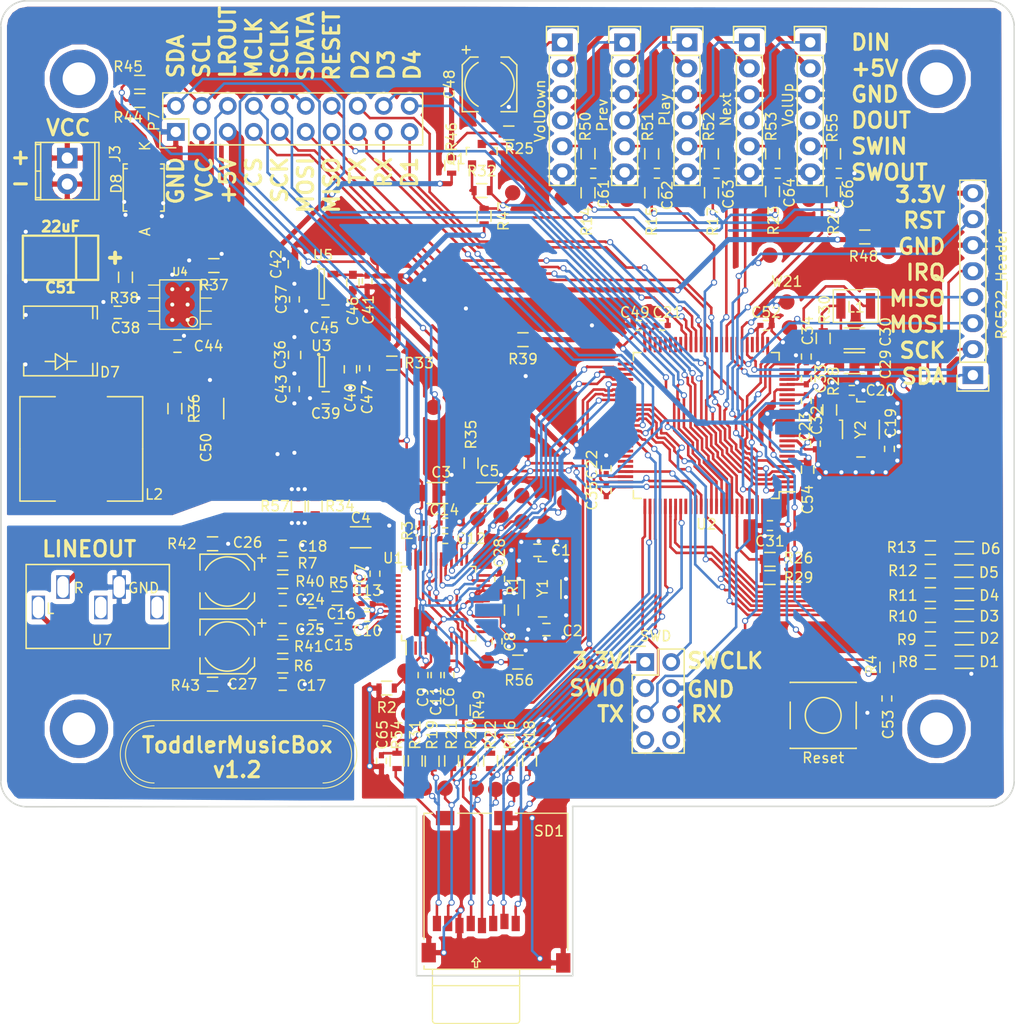
<source format=kicad_pcb>
(kicad_pcb (version 4) (host pcbnew 4.0.7-e2-6376~58~ubuntu16.04.1)
  (layers (0 F.Cu signal) (31 B.Cu signal) (34 B.Paste user hide) (35 F.Paste user) (36 B.SilkS user) (37 F.SilkS user) (38 B.Mask user hide) (39 F.Mask user) (44 Edge.Cuts user))
  (net 0 "")
  (net 1 "Net-(C1-Pad1)")
  (net 2 GND)
  (net 3 "Net-(C2-Pad1)")
  (net 4 +1V8)
  (net 5 +3V3)
  (net 6 "Net-(C15-Pad1)")
  (net 7 "Net-(C16-Pad2)")
  (net 8 "Net-(C18-Pad2)")
  (net 9 "Net-(C19-Pad1)")
  (net 10 "Net-(C20-Pad1)")
  (net 11 "Net-(C21-Pad1)")
  (net 12 "Net-(C22-Pad1)")
  (net 13 +5V)
  (net 14 /Main/VREF+)
  (net 15 /Main/VDDA)
  (net 16 VCC)
  (net 17 "Net-(C39-Pad1)")
  (net 18 "Net-(C45-Pad1)")
  (net 19 /PC11)
  (net 20 /PD2)
  (net 21 /PC12)
  (net 22 /PC8)
  (net 23 /PC9)
  (net 24 /PC10)
  (net 25 /PA15)
  (net 26 "Net-(D1-Pad2)")
  (net 27 "Net-(D2-Pad2)")
  (net 28 "Net-(D3-Pad2)")
  (net 29 "Net-(D4-Pad2)")
  (net 30 "Net-(D5-Pad2)")
  (net 31 "Net-(D6-Pad2)")
  (net 32 /PC4)
  (net 33 /PA5)
  (net 34 /PA7)
  (net 35 /PA6)
  (net 36 /PD7)
  (net 37 /PC5)
  (net 38 /PB6)
  (net 39 /PB7)
  (net 40 /PA13)
  (net 41 /PA14)
  (net 42 /PB8)
  (net 43 "Net-(P2-Pad4)")
  (net 44 /PE5)
  (net 45 "Net-(P3-Pad4)")
  (net 46 /PE4)
  (net 47 "Net-(P4-Pad4)")
  (net 48 /PE3)
  (net 49 "Net-(P5-Pad4)")
  (net 50 /PE2)
  (net 51 "Net-(P6-Pad4)")
  (net 52 /PE1)
  (net 53 /PD10)
  (net 54 "Net-(R3-Pad1)")
  (net 55 /PD6)
  (net 56 /PD12)
  (net 57 /PD13)
  (net 58 /PD14)
  (net 59 /PD15)
  (net 60 /PD0)
  (net 61 /PD1)
  (net 62 VDD)
  (net 63 "Net-(R28-Pad1)")
  (net 64 "Net-(U1-Pad1)")
  (net 65 "Net-(U1-Pad2)")
  (net 66 /PD9)
  (net 67 /PD8)
  (net 68 "Net-(U1-Pad15)")
  (net 69 /PD11)
  (net 70 /PD5)
  (net 71 /PB13)
  (net 72 /PB15)
  (net 73 /PB14)
  (net 74 "Net-(U1-Pad48)")
  (net 75 /Main/PC13)
  (net 76 /Main/PC14)
  (net 77 /Main/PC15)
  (net 78 /Main/PC0)
  (net 79 /Main/PC1)
  (net 80 /Main/PC2)
  (net 81 /Main/PC3)
  (net 82 /Main/PA0)
  (net 83 /Main/PA1)
  (net 84 /Main/PA4)
  (net 85 /Main/PB0)
  (net 86 /Main/PB1)
  (net 87 /Main/PE12)
  (net 88 /Main/PE13)
  (net 89 /Main/PE14)
  (net 90 /Main/PE15)
  (net 91 /Main/PB10)
  (net 92 /Main/PB11)
  (net 93 /Main/PB12)
  (net 94 /Main/PA8)
  (net 95 /Main/PA9)
  (net 96 /Main/PA10)
  (net 97 /Main/PA11)
  (net 98 /Main/PA12)
  (net 99 /Main/PD3)
  (net 100 /Main/PD4)
  (net 101 /Main/PB9)
  (net 102 /Main/PE0)
  (net 103 "Net-(P2-Pad1)")
  (net 104 /AMP_LROUT)
  (net 105 /AMP_MCLK)
  (net 106 /PE6)
  (net 107 /AMP_SCLK)
  (net 108 /AMP_SDIN)
  (net 109 CVDD)
  (net 110 ACVDD)
  (net 111 IOVDD)
  (net 112 /PB2)
  (net 113 /PE8)
  (net 114 /PB3)
  (net 115 /PE9)
  (net 116 /PB5)
  (net 117 /PE10)
  (net 118 /PB4)
  (net 119 /PE11)
  (net 120 /PC6)
  (net 121 /PC7)
  (net 122 "Net-(C44-Pad1)")
  (net 123 "Net-(C44-Pad2)")
  (net 124 "Net-(R36-Pad1)")
  (net 125 "Net-(R38-Pad2)")
  (net 126 "Net-(U4-Pad2)")
  (net 127 "Net-(U4-Pad3)")
  (net 128 /Main/PE7)
  (net 129 "Net-(R5-Pad2)")
  (net 130 "Net-(R26-Pad1)")
  (net 131 "Net-(U7-Pad4)")
  (net 132 "Net-(U7-Pad5)")
  (net 133 "Net-(C24-Pad1)")
  (net 134 "Net-(C25-Pad1)")
  (net 135 "Net-(C26-Pad2)")
  (net 136 "Net-(C27-Pad2)")
  (net 137 "Net-(C17-Pad1)")
  (net 138 /Externals/BTLED_NET_5V)
  (net 139 "Net-(J2-Pad8)")
  (net 140 "Net-(Q1-Pad1)")
  (net 141 /VS1053/LEFT)
  (net 142 /VS1053/RIGHT)
  (net 143 "Net-(P2-Pad5)")
  (net 144 "Net-(P3-Pad5)")
  (net 145 "Net-(P4-Pad5)")
  (net 146 "Net-(P5-Pad5)")
  (net 147 "Net-(P6-Pad5)")
  (net 148 "Net-(R16-Pad1)")
  (net 149 "Net-(R54-Pad1)")
  (net 150 "Net-(R56-Pad1)")
  (net 151 GNDA)
  (net 152 "Net-(D8-Pad1)")
  (net 153 /Main/NRST)
  (net 154 /PA2)
  (net 155 /PA3)
  (net 156 "Net-(J1-Pad7)")
  (net 157 "Net-(J1-Pad8)")
  (module Housings_QFP:LQFP-48_7x7mm_Pitch0.5mm (layer F.Cu) (at 108.815 109.69 90)
    (fp_text reference U1 (at 4.445 -4.445 180) (layer F.SilkS))
    (fp_text value VS1053)
    (pad 1 smd rect (at -4.35 -2.75 90) (size 1.3 0.25) (layers F.Cu F.Paste F.Mask) (net 64 "Net-(U1-Pad1)"))
    (pad 2 smd rect (at -4.35 -2.25 90) (size 1.3 0.25) (layers F.Cu F.Paste F.Mask) (net 65 "Net-(U1-Pad2)"))
    (pad 3 smd rect (at -4.35 -1.75 90) (size 1.3 0.25) (layers F.Cu F.Paste F.Mask) (net 53 /PD10))
    (pad 4 smd rect (at -4.35 -1.25 90) (size 1.3 0.25) (layers F.Cu F.Paste F.Mask) (net 2 GND))
    (pad 5 smd rect (at -4.35 -0.75 90) (size 1.3 0.25) (layers F.Cu F.Paste F.Mask) (net 109 CVDD))
    (pad 6 smd rect (at -4.35 -0.25 90) (size 1.3 0.25) (layers F.Cu F.Paste F.Mask) (net 111 IOVDD))
    (pad 7 smd rect (at -4.35 0.25 90) (size 1.3 0.25) (layers F.Cu F.Paste F.Mask) (net 109 CVDD))
    (pad 8 smd rect (at -4.35 0.75 90) (size 1.3 0.25) (layers F.Cu F.Paste F.Mask) (net 66 /PD9))
    (pad 9 smd rect (at -4.35 1.25 90) (size 1.3 0.25) (layers F.Cu F.Paste F.Mask) (net 150 "Net-(R56-Pad1)"))
    (pad 10 smd rect (at -4.35 1.75 90) (size 1.3 0.25) (layers F.Cu F.Paste F.Mask) (net 150 "Net-(R56-Pad1)"))
    (pad 11 smd rect (at -4.35 2.25 90) (size 1.3 0.25) (layers F.Cu F.Paste F.Mask) (net 107 /AMP_SCLK))
    (pad 12 smd rect (at -4.35 2.75 90) (size 1.3 0.25) (layers F.Cu F.Paste F.Mask) (net 108 /AMP_SDIN))
    (pad 13 smd rect (at -2.75 4.35 180) (size 1.3 0.25) (layers F.Cu F.Paste F.Mask) (net 67 /PD8))
    (pad 14 smd rect (at -2.25 4.35 180) (size 1.3 0.25) (layers F.Cu F.Paste F.Mask) (net 111 IOVDD))
    (pad 15 smd rect (at -1.75 4.35 180) (size 1.3 0.25) (layers F.Cu F.Paste F.Mask) (net 68 "Net-(U1-Pad15)"))
    (pad 16 smd rect (at -1.25 4.35 180) (size 1.3 0.25) (layers F.Cu F.Paste F.Mask) (net 2 GND))
    (pad 17 smd rect (at -0.75 4.35 180) (size 1.3 0.25) (layers F.Cu F.Paste F.Mask) (net 3 "Net-(C2-Pad1)"))
    (pad 18 smd rect (at -0.25 4.35 180) (size 1.3 0.25) (layers F.Cu F.Paste F.Mask) (net 1 "Net-(C1-Pad1)"))
    (pad 19 smd rect (at 0.25 4.35 180) (size 1.3 0.25) (layers F.Cu F.Paste F.Mask) (net 111 IOVDD))
    (pad 20 smd rect (at 0.75 4.35 180) (size 1.3 0.25) (layers F.Cu F.Paste F.Mask) (net 2 GND))
    (pad 21 smd rect (at 1.25 4.35 180) (size 1.3 0.25) (layers F.Cu F.Paste F.Mask) (net 2 GND))
    (pad 22 smd rect (at 1.75 4.35 180) (size 1.3 0.25) (layers F.Cu F.Paste F.Mask) (net 2 GND))
    (pad 23 smd rect (at 2.25 4.35 180) (size 1.3 0.25) (layers F.Cu F.Paste F.Mask) (net 69 /PD11))
    (pad 24 smd rect (at 2.75 4.35 180) (size 1.3 0.25) (layers F.Cu F.Paste F.Mask) (net 109 CVDD))
    (pad 25 smd rect (at 4.35 2.75 90) (size 1.3 0.25) (layers F.Cu F.Paste F.Mask) (net 105 /AMP_MCLK))
    (pad 26 smd rect (at 4.35 2.25 90) (size 1.3 0.25) (layers F.Cu F.Paste F.Mask) (net 55 /PD6))
    (pad 27 smd rect (at 4.35 1.75 90) (size 1.3 0.25) (layers F.Cu F.Paste F.Mask) (net 70 /PD5))
    (pad 28 smd rect (at 4.35 1.25 90) (size 1.3 0.25) (layers F.Cu F.Paste F.Mask) (net 71 /PB13))
    (pad 29 smd rect (at 4.35 0.75 90) (size 1.3 0.25) (layers F.Cu F.Paste F.Mask) (net 72 /PB15))
    (pad 30 smd rect (at 4.35 0.25 90) (size 1.3 0.25) (layers F.Cu F.Paste F.Mask) (net 73 /PB14))
    (pad 31 smd rect (at 4.35 -0.25 90) (size 1.3 0.25) (layers F.Cu F.Paste F.Mask) (net 109 CVDD))
    (pad 32 smd rect (at 4.35 -0.75 90) (size 1.3 0.25) (layers F.Cu F.Paste F.Mask) (net 111 IOVDD))
    (pad 33 smd rect (at 4.35 -1.25 90) (size 1.3 0.25) (layers F.Cu F.Paste F.Mask) (net 54 "Net-(R3-Pad1)"))
    (pad 34 smd rect (at 4.35 -1.75 90) (size 1.3 0.25) (layers F.Cu F.Paste F.Mask) (net 54 "Net-(R3-Pad1)"))
    (pad 35 smd rect (at 4.35 -2.25 90) (size 1.3 0.25) (layers F.Cu F.Paste F.Mask) (net 2 GND))
    (pad 36 smd rect (at 4.35 -2.75 90) (size 1.3 0.25) (layers F.Cu F.Paste F.Mask) (net 104 /AMP_LROUT))
    (pad 37 smd rect (at 2.75 -4.35 180) (size 1.3 0.25) (layers F.Cu F.Paste F.Mask) (net 151 GNDA))
    (pad 38 smd rect (at 2.25 -4.35 180) (size 1.3 0.25) (layers F.Cu F.Paste F.Mask) (net 110 ACVDD))
    (pad 39 smd rect (at 1.75 -4.35 180) (size 1.3 0.25) (layers F.Cu F.Paste F.Mask) (net 142 /VS1053/RIGHT))
    (pad 40 smd rect (at 1.25 -4.35 180) (size 1.3 0.25) (layers F.Cu F.Paste F.Mask) (net 151 GNDA))
    (pad 41 smd rect (at 0.75 -4.35 180) (size 1.3 0.25) (layers F.Cu F.Paste F.Mask) (net 151 GNDA))
    (pad 42 smd rect (at 0.25 -4.35 180) (size 1.3 0.25) (layers F.Cu F.Paste F.Mask) (net 129 "Net-(R5-Pad2)"))
    (pad 43 smd rect (at -0.25 -4.35 180) (size 1.3 0.25) (layers F.Cu F.Paste F.Mask) (net 110 ACVDD))
    (pad 44 smd rect (at -0.75 -4.35 180) (size 1.3 0.25) (layers F.Cu F.Paste F.Mask) (net 6 "Net-(C15-Pad1)"))
    (pad 45 smd rect (at -1.25 -4.35 180) (size 1.3 0.25) (layers F.Cu F.Paste F.Mask) (net 110 ACVDD))
    (pad 46 smd rect (at -1.75 -4.35 180) (size 1.3 0.25) (layers F.Cu F.Paste F.Mask) (net 141 /VS1053/LEFT))
    (pad 47 smd rect (at -2.25 -4.35 180) (size 1.3 0.25) (layers F.Cu F.Paste F.Mask) (net 151 GNDA))
    (pad 48 smd rect (at -2.75 -4.35 180) (size 1.3 0.25) (layers F.Cu F.Paste F.Mask) (net 74 "Net-(U1-Pad48)"))
  )
  (module Housings_QFP:LQFP-100_14x14mm_Pitch0.5mm (layer F.Cu) (at 134.977 92.291 180)
    (fp_text reference U2 (at 0 -9.65 180) (layer F.SilkS))
    (fp_text value STM32F407VGTx hide)
    (pad 1 smd rect (at -7.9 -6 180) (size 1.5 0.28) (layers F.Cu F.Paste F.Mask) (net 50 /PE2))
    (pad 2 smd rect (at -7.9 -5.5 180) (size 1.5 0.28) (layers F.Cu F.Paste F.Mask) (net 48 /PE3))
    (pad 3 smd rect (at -7.9 -5 180) (size 1.5 0.28) (layers F.Cu F.Paste F.Mask) (net 46 /PE4))
    (pad 4 smd rect (at -7.9 -4.5 180) (size 1.5 0.28) (layers F.Cu F.Paste F.Mask) (net 44 /PE5))
    (pad 5 smd rect (at -7.9 -4 180) (size 1.5 0.28) (layers F.Cu F.Paste F.Mask) (net 106 /PE6))
    (pad 6 smd rect (at -7.9 -3.5 180) (size 1.5 0.28) (layers F.Cu F.Paste F.Mask) (net 62 VDD))
    (pad 7 smd rect (at -7.9 -3 180) (size 1.5 0.28) (layers F.Cu F.Paste F.Mask) (net 75 /Main/PC13))
    (pad 8 smd rect (at -7.9 -2.5 180) (size 1.5 0.28) (layers F.Cu F.Paste F.Mask) (net 76 /Main/PC14))
    (pad 9 smd rect (at -7.9 -2 180) (size 1.5 0.28) (layers F.Cu F.Paste F.Mask) (net 77 /Main/PC15))
    (pad 10 smd rect (at -7.9 -1.5 180) (size 1.5 0.28) (layers F.Cu F.Paste F.Mask) (net 2 GND))
    (pad 11 smd rect (at -7.9 -1 180) (size 1.5 0.28) (layers F.Cu F.Paste F.Mask) (net 62 VDD))
    (pad 12 smd rect (at -7.9 -0.5 180) (size 1.5 0.28) (layers F.Cu F.Paste F.Mask) (net 9 "Net-(C19-Pad1)"))
    (pad 13 smd rect (at -7.9 0 180) (size 1.5 0.28) (layers F.Cu F.Paste F.Mask) (net 63 "Net-(R28-Pad1)"))
    (pad 14 smd rect (at -7.9 0.5 180) (size 1.5 0.28) (layers F.Cu F.Paste F.Mask) (net 153 /Main/NRST))
    (pad 15 smd rect (at -7.9 1 180) (size 1.5 0.28) (layers F.Cu F.Paste F.Mask) (net 78 /Main/PC0))
    (pad 16 smd rect (at -7.9 1.5 180) (size 1.5 0.28) (layers F.Cu F.Paste F.Mask) (net 79 /Main/PC1))
    (pad 17 smd rect (at -7.9 2 180) (size 1.5 0.28) (layers F.Cu F.Paste F.Mask) (net 80 /Main/PC2))
    (pad 18 smd rect (at -7.9 2.5 180) (size 1.5 0.28) (layers F.Cu F.Paste F.Mask) (net 81 /Main/PC3))
    (pad 19 smd rect (at -7.9 3 180) (size 1.5 0.28) (layers F.Cu F.Paste F.Mask) (net 62 VDD))
    (pad 20 smd rect (at -7.9 3.5 180) (size 1.5 0.28) (layers F.Cu F.Paste F.Mask) (net 2 GND))
    (pad 21 smd rect (at -7.9 4 180) (size 1.5 0.28) (layers F.Cu F.Paste F.Mask) (net 14 /Main/VREF+))
    (pad 22 smd rect (at -7.9 4.5 180) (size 1.5 0.28) (layers F.Cu F.Paste F.Mask) (net 15 /Main/VDDA))
    (pad 23 smd rect (at -7.9 5 180) (size 1.5 0.28) (layers F.Cu F.Paste F.Mask) (net 82 /Main/PA0))
    (pad 24 smd rect (at -7.9 5.5 180) (size 1.5 0.28) (layers F.Cu F.Paste F.Mask) (net 83 /Main/PA1))
    (pad 25 smd rect (at -7.9 6 180) (size 1.5 0.28) (layers F.Cu F.Paste F.Mask) (net 154 /PA2))
    (pad 26 smd rect (at -6 7.9 270) (size 1.5 0.28) (layers F.Cu F.Paste F.Mask) (net 155 /PA3))
    (pad 27 smd rect (at -5.5 7.9 270) (size 1.5 0.28) (layers F.Cu F.Paste F.Mask) (net 2 GND))
    (pad 28 smd rect (at -5 7.9 270) (size 1.5 0.28) (layers F.Cu F.Paste F.Mask) (net 62 VDD))
    (pad 29 smd rect (at -4.5 7.9 270) (size 1.5 0.28) (layers F.Cu F.Paste F.Mask) (net 84 /Main/PA4))
    (pad 30 smd rect (at -4 7.9 270) (size 1.5 0.28) (layers F.Cu F.Paste F.Mask) (net 33 /PA5))
    (pad 31 smd rect (at -3.5 7.9 270) (size 1.5 0.28) (layers F.Cu F.Paste F.Mask) (net 35 /PA6))
    (pad 32 smd rect (at -3 7.9 270) (size 1.5 0.28) (layers F.Cu F.Paste F.Mask) (net 34 /PA7))
    (pad 33 smd rect (at -2.5 7.9 270) (size 1.5 0.28) (layers F.Cu F.Paste F.Mask) (net 32 /PC4))
    (pad 34 smd rect (at -2 7.9 270) (size 1.5 0.28) (layers F.Cu F.Paste F.Mask) (net 37 /PC5))
    (pad 35 smd rect (at -1.5 7.9 270) (size 1.5 0.28) (layers F.Cu F.Paste F.Mask) (net 85 /Main/PB0))
    (pad 36 smd rect (at -1 7.9 270) (size 1.5 0.28) (layers F.Cu F.Paste F.Mask) (net 86 /Main/PB1))
    (pad 37 smd rect (at -0.5 7.9 270) (size 1.5 0.28) (layers F.Cu F.Paste F.Mask) (net 112 /PB2))
    (pad 38 smd rect (at 0 7.9 270) (size 1.5 0.28) (layers F.Cu F.Paste F.Mask) (net 128 /Main/PE7))
    (pad 39 smd rect (at 0.5 7.9 270) (size 1.5 0.28) (layers F.Cu F.Paste F.Mask) (net 113 /PE8))
    (pad 40 smd rect (at 1 7.9 270) (size 1.5 0.28) (layers F.Cu F.Paste F.Mask) (net 115 /PE9))
    (pad 41 smd rect (at 1.5 7.9 270) (size 1.5 0.28) (layers F.Cu F.Paste F.Mask) (net 117 /PE10))
    (pad 42 smd rect (at 2 7.9 270) (size 1.5 0.28) (layers F.Cu F.Paste F.Mask) (net 119 /PE11))
    (pad 43 smd rect (at 2.5 7.9 270) (size 1.5 0.28) (layers F.Cu F.Paste F.Mask) (net 87 /Main/PE12))
    (pad 44 smd rect (at 3 7.9 270) (size 1.5 0.28) (layers F.Cu F.Paste F.Mask) (net 88 /Main/PE13))
    (pad 45 smd rect (at 3.5 7.9 270) (size 1.5 0.28) (layers F.Cu F.Paste F.Mask) (net 89 /Main/PE14))
    (pad 46 smd rect (at 4 7.9 270) (size 1.5 0.28) (layers F.Cu F.Paste F.Mask) (net 90 /Main/PE15))
    (pad 47 smd rect (at 4.5 7.9 270) (size 1.5 0.28) (layers F.Cu F.Paste F.Mask) (net 91 /Main/PB10))
    (pad 48 smd rect (at 5 7.9 270) (size 1.5 0.28) (layers F.Cu F.Paste F.Mask) (net 92 /Main/PB11))
    (pad 49 smd rect (at 5.5 7.9 270) (size 1.5 0.28) (layers F.Cu F.Paste F.Mask) (net 11 "Net-(C21-Pad1)"))
    (pad 50 smd rect (at 6 7.9 270) (size 1.5 0.28) (layers F.Cu F.Paste F.Mask) (net 62 VDD))
    (pad 51 smd rect (at 7.9 6 180) (size 1.5 0.28) (layers F.Cu F.Paste F.Mask) (net 93 /Main/PB12))
    (pad 52 smd rect (at 7.9 5.5 180) (size 1.5 0.28) (layers F.Cu F.Paste F.Mask) (net 71 /PB13))
    (pad 53 smd rect (at 7.9 5 180) (size 1.5 0.28) (layers F.Cu F.Paste F.Mask) (net 73 /PB14))
    (pad 54 smd rect (at 7.9 4.5 180) (size 1.5 0.28) (layers F.Cu F.Paste F.Mask) (net 72 /PB15))
    (pad 55 smd rect (at 7.9 4 180) (size 1.5 0.28) (layers F.Cu F.Paste F.Mask) (net 67 /PD8))
    (pad 56 smd rect (at 7.9 3.5 180) (size 1.5 0.28) (layers F.Cu F.Paste F.Mask) (net 66 /PD9))
    (pad 57 smd rect (at 7.9 3 180) (size 1.5 0.28) (layers F.Cu F.Paste F.Mask) (net 53 /PD10))
    (pad 58 smd rect (at 7.9 2.5 180) (size 1.5 0.28) (layers F.Cu F.Paste F.Mask) (net 69 /PD11))
    (pad 59 smd rect (at 7.9 2 180) (size 1.5 0.28) (layers F.Cu F.Paste F.Mask) (net 56 /PD12))
    (pad 60 smd rect (at 7.9 1.5 180) (size 1.5 0.28) (layers F.Cu F.Paste F.Mask) (net 57 /PD13))
    (pad 61 smd rect (at 7.9 1 180) (size 1.5 0.28) (layers F.Cu F.Paste F.Mask) (net 58 /PD14))
    (pad 62 smd rect (at 7.9 0.5 180) (size 1.5 0.28) (layers F.Cu F.Paste F.Mask) (net 59 /PD15))
    (pad 63 smd rect (at 7.9 0 180) (size 1.5 0.28) (layers F.Cu F.Paste F.Mask) (net 120 /PC6))
    (pad 64 smd rect (at 7.9 -0.5 180) (size 1.5 0.28) (layers F.Cu F.Paste F.Mask) (net 121 /PC7))
    (pad 65 smd rect (at 7.9 -1 180) (size 1.5 0.28) (layers F.Cu F.Paste F.Mask) (net 22 /PC8))
    (pad 66 smd rect (at 7.9 -1.5 180) (size 1.5 0.28) (layers F.Cu F.Paste F.Mask) (net 23 /PC9))
    (pad 67 smd rect (at 7.9 -2 180) (size 1.5 0.28) (layers F.Cu F.Paste F.Mask) (net 94 /Main/PA8))
    (pad 68 smd rect (at 7.9 -2.5 180) (size 1.5 0.28) (layers F.Cu F.Paste F.Mask) (net 95 /Main/PA9))
    (pad 69 smd rect (at 7.9 -3 180) (size 1.5 0.28) (layers F.Cu F.Paste F.Mask) (net 96 /Main/PA10))
    (pad 70 smd rect (at 7.9 -3.5 180) (size 1.5 0.28) (layers F.Cu F.Paste F.Mask) (net 97 /Main/PA11))
    (pad 71 smd rect (at 7.9 -4 180) (size 1.5 0.28) (layers F.Cu F.Paste F.Mask) (net 98 /Main/PA12))
    (pad 72 smd rect (at 7.9 -4.5 180) (size 1.5 0.28) (layers F.Cu F.Paste F.Mask) (net 40 /PA13))
    (pad 73 smd rect (at 7.9 -5 180) (size 1.5 0.28) (layers F.Cu F.Paste F.Mask) (net 12 "Net-(C22-Pad1)"))
    (pad 74 smd rect (at 7.9 -5.5 180) (size 1.5 0.28) (layers F.Cu F.Paste F.Mask) (net 2 GND))
    (pad 75 smd rect (at 7.9 -6 180) (size 1.5 0.28) (layers F.Cu F.Paste F.Mask) (net 62 VDD))
    (pad 76 smd rect (at 6 -7.9 270) (size 1.5 0.28) (layers F.Cu F.Paste F.Mask) (net 41 /PA14))
    (pad 77 smd rect (at 5.5 -7.9 270) (size 1.5 0.28) (layers F.Cu F.Paste F.Mask) (net 25 /PA15))
    (pad 78 smd rect (at 5 -7.9 270) (size 1.5 0.28) (layers F.Cu F.Paste F.Mask) (net 24 /PC10))
    (pad 79 smd rect (at 4.5 -7.9 270) (size 1.5 0.28) (layers F.Cu F.Paste F.Mask) (net 19 /PC11))
    (pad 80 smd rect (at 4 -7.9 270) (size 1.5 0.28) (layers F.Cu F.Paste F.Mask) (net 21 /PC12))
    (pad 81 smd rect (at 3.5 -7.9 270) (size 1.5 0.28) (layers F.Cu F.Paste F.Mask) (net 60 /PD0))
    (pad 82 smd rect (at 3 -7.9 270) (size 1.5 0.28) (layers F.Cu F.Paste F.Mask) (net 61 /PD1))
    (pad 83 smd rect (at 2.5 -7.9 270) (size 1.5 0.28) (layers F.Cu F.Paste F.Mask) (net 20 /PD2))
    (pad 84 smd rect (at 2 -7.9 270) (size 1.5 0.28) (layers F.Cu F.Paste F.Mask) (net 99 /Main/PD3))
    (pad 85 smd rect (at 1.5 -7.9 270) (size 1.5 0.28) (layers F.Cu F.Paste F.Mask) (net 100 /Main/PD4))
    (pad 86 smd rect (at 1 -7.9 270) (size 1.5 0.28) (layers F.Cu F.Paste F.Mask) (net 70 /PD5))
    (pad 87 smd rect (at 0.5 -7.9 270) (size 1.5 0.28) (layers F.Cu F.Paste F.Mask) (net 55 /PD6))
    (pad 88 smd rect (at 0 -7.9 270) (size 1.5 0.28) (layers F.Cu F.Paste F.Mask) (net 36 /PD7))
    (pad 89 smd rect (at -0.5 -7.9 270) (size 1.5 0.28) (layers F.Cu F.Paste F.Mask) (net 114 /PB3))
    (pad 90 smd rect (at -1 -7.9 270) (size 1.5 0.28) (layers F.Cu F.Paste F.Mask) (net 118 /PB4))
    (pad 91 smd rect (at -1.5 -7.9 270) (size 1.5 0.28) (layers F.Cu F.Paste F.Mask) (net 116 /PB5))
    (pad 92 smd rect (at -2 -7.9 270) (size 1.5 0.28) (layers F.Cu F.Paste F.Mask) (net 38 /PB6))
    (pad 93 smd rect (at -2.5 -7.9 270) (size 1.5 0.28) (layers F.Cu F.Paste F.Mask) (net 39 /PB7))
    (pad 94 smd rect (at -3 -7.9 270) (size 1.5 0.28) (layers F.Cu F.Paste F.Mask) (net 130 "Net-(R26-Pad1)"))
    (pad 95 smd rect (at -3.5 -7.9 270) (size 1.5 0.28) (layers F.Cu F.Paste F.Mask) (net 42 /PB8))
    (pad 96 smd rect (at -4 -7.9 270) (size 1.5 0.28) (layers F.Cu F.Paste F.Mask) (net 101 /Main/PB9))
    (pad 97 smd rect (at -4.5 -7.9 270) (size 1.5 0.28) (layers F.Cu F.Paste F.Mask) (net 102 /Main/PE0))
    (pad 98 smd rect (at -5 -7.9 270) (size 1.5 0.28) (layers F.Cu F.Paste F.Mask) (net 52 /PE1))
    (pad 99 smd rect (at -5.5 -7.9 270) (size 1.5 0.28) (layers F.Cu F.Paste F.Mask) (net 2 GND))
    (pad 100 smd rect (at -6 -7.9 270) (size 1.5 0.28) (layers F.Cu F.Paste F.Mask) (net 62 VDD))
  )
  (module Mounting_Holes:MountingHole_3.2mm_M3_ISO7380_Pad (layer F.Cu) (at 73.66 121.92)
    (fp_text reference REF** hide)
    (fp_text value MountingHole_3.2mm_M3_ISO7380_Pad hide)
    (pad 1 thru_hole circle (at 0 0) (size 5.7 5.7) (drill 3.2) (layers *.Cu *.Mask))
  )
  (module Mounting_Holes:MountingHole_3.2mm_M3_ISO7380_Pad (layer F.Cu) (at 73.66 58.42)
    (fp_text reference REF** hide)
    (fp_text value MountingHole_3.2mm_M3_ISO7380_Pad hide)
    (pad 1 thru_hole circle (at 0 0) (size 5.7 5.7) (drill 3.2) (layers *.Cu *.Mask))
  )
  (module Mounting_Holes:MountingHole_3.2mm_M3_ISO7380_Pad (layer F.Cu) (at 157.48 58.42)
    (fp_text reference REF** hide)
    (fp_text value MountingHole_3.2mm_M3_ISO7380_Pad hide)
    (pad 1 thru_hole circle (at 0 0) (size 5.7 5.7) (drill 3.2) (layers *.Cu *.Mask))
  )
  (module Pin_Headers:Pin_Header_Straight_1x06 (layer F.Cu) (at 133.096 54.864)
    (fp_text reference P4 hide)
    (fp_text value Play (at -2.183 6.566 90) (layer F.SilkS))
    (pad 1 thru_hole rect (at 0 0) (size 2.032 1.7272) (drill 1.016) (layers *.Cu *.Mask) (net 45 "Net-(P3-Pad4)"))
    (pad 2 thru_hole oval (at 0 2.54) (size 2.032 1.7272) (drill 1.016) (layers *.Cu *.Mask) (net 138 /Externals/BTLED_NET_5V))
    (pad 3 thru_hole oval (at 0 5.08) (size 2.032 1.7272) (drill 1.016) (layers *.Cu *.Mask) (net 2 GND))
    (pad 4 thru_hole oval (at 0 7.62) (size 2.032 1.7272) (drill 1.016) (layers *.Cu *.Mask) (net 47 "Net-(P4-Pad4)"))
    (pad 5 thru_hole oval (at 0 10.16) (size 2.032 1.7272) (drill 1.016) (layers *.Cu *.Mask) (net 145 "Net-(P4-Pad5)"))
    (pad 6 thru_hole oval (at 0 12.7) (size 2.032 1.7272) (drill 1.016) (layers *.Cu *.Mask) (net 2 GND))
  )
  (module Pin_Headers:Pin_Header_Straight_1x06 (layer F.Cu) (at 120.904 54.864)
    (fp_text reference P2 hide)
    (fp_text value VolDown (at -2.183 6.693 90) (layer F.SilkS))
    (pad 1 thru_hole rect (at 0 0) (size 2.032 1.7272) (drill 1.016) (layers *.Cu *.Mask) (net 103 "Net-(P2-Pad1)"))
    (pad 2 thru_hole oval (at 0 2.54) (size 2.032 1.7272) (drill 1.016) (layers *.Cu *.Mask) (net 138 /Externals/BTLED_NET_5V))
    (pad 3 thru_hole oval (at 0 5.08) (size 2.032 1.7272) (drill 1.016) (layers *.Cu *.Mask) (net 2 GND))
    (pad 4 thru_hole oval (at 0 7.62) (size 2.032 1.7272) (drill 1.016) (layers *.Cu *.Mask) (net 43 "Net-(P2-Pad4)"))
    (pad 5 thru_hole oval (at 0 10.16) (size 2.032 1.7272) (drill 1.016) (layers *.Cu *.Mask) (net 143 "Net-(P2-Pad5)"))
    (pad 6 thru_hole oval (at 0 12.7) (size 2.032 1.7272) (drill 1.016) (layers *.Cu *.Mask) (net 2 GND))
  )
  (module Pin_Headers:Pin_Header_Straight_1x08 (layer F.Cu) (at 161.036 87.376 180)
    (fp_text reference J2 hide)
    (fp_text value RC522_Header (at -2.794 8.89 270) (layer F.SilkS))
    (pad 1 thru_hole rect (at 0 0 180) (size 2.032 1.7272) (drill 1.016) (layers *.Cu *.Mask) (net 32 /PC4))
    (pad 2 thru_hole oval (at 0 2.54 180) (size 2.032 1.7272) (drill 1.016) (layers *.Cu *.Mask) (net 33 /PA5))
    (pad 3 thru_hole oval (at 0 5.08 180) (size 2.032 1.7272) (drill 1.016) (layers *.Cu *.Mask) (net 34 /PA7))
    (pad 4 thru_hole oval (at 0 7.62 180) (size 2.032 1.7272) (drill 1.016) (layers *.Cu *.Mask) (net 35 /PA6))
    (pad 5 thru_hole oval (at 0 10.16 180) (size 2.032 1.7272) (drill 1.016) (layers *.Cu *.Mask) (net 36 /PD7))
    (pad 6 thru_hole oval (at 0 12.7 180) (size 2.032 1.7272) (drill 1.016) (layers *.Cu *.Mask) (net 2 GND))
    (pad 7 thru_hole oval (at 0 15.24 180) (size 2.032 1.7272) (drill 1.016) (layers *.Cu *.Mask) (net 37 /PC5))
    (pad 8 thru_hole oval (at 0 17.78 180) (size 2.032 1.7272) (drill 1.016) (layers *.Cu *.Mask) (net 139 "Net-(J2-Pad8)"))
  )
  (module Connectors_Terminal_Blocks:TerminalBlock_Pheonix_MPT-2.54mm_2pol (layer F.Cu) (at 72.517 66.167 270)
    (fp_text reference J3 (at -0.419 -4.675 270) (layer F.SilkS))
    (fp_text value Screw_Terminal_1x02 hide)
    (pad 2 thru_hole oval (at 2.54 0 270) (size 1.99898 1.99898) (drill 1.09728) (layers *.Cu *.Mask) (net 16 VCC))
    (pad 1 thru_hole rect (at 0 0 270) (size 1.99898 1.99898) (drill 1.09728) (layers *.Cu *.Mask) (net 152 "Net-(D8-Pad1)"))
  )
  (module Pin_Headers:Pin_Header_Straight_1x06 (layer F.Cu) (at 127 54.864)
    (fp_text reference P3 hide)
    (fp_text value Prev (at -2.183 7.112 90) (layer F.SilkS))
    (pad 1 thru_hole rect (at 0 0) (size 2.032 1.7272) (drill 1.016) (layers *.Cu *.Mask) (net 43 "Net-(P2-Pad4)"))
    (pad 2 thru_hole oval (at 0 2.54) (size 2.032 1.7272) (drill 1.016) (layers *.Cu *.Mask) (net 138 /Externals/BTLED_NET_5V))
    (pad 3 thru_hole oval (at 0 5.08) (size 2.032 1.7272) (drill 1.016) (layers *.Cu *.Mask) (net 2 GND))
    (pad 4 thru_hole oval (at 0 7.62) (size 2.032 1.7272) (drill 1.016) (layers *.Cu *.Mask) (net 45 "Net-(P3-Pad4)"))
    (pad 5 thru_hole oval (at 0 10.16) (size 2.032 1.7272) (drill 1.016) (layers *.Cu *.Mask) (net 144 "Net-(P3-Pad5)"))
    (pad 6 thru_hole oval (at 0 12.7) (size 2.032 1.7272) (drill 1.016) (layers *.Cu *.Mask) (net 2 GND))
  )
  (module Pin_Headers:Pin_Header_Straight_1x06 (layer F.Cu) (at 139.192 54.864)
    (fp_text reference P5 hide)
    (fp_text value Next (at -2.31 6.566 90) (layer F.SilkS))
    (pad 1 thru_hole rect (at 0 0) (size 2.032 1.7272) (drill 1.016) (layers *.Cu *.Mask) (net 47 "Net-(P4-Pad4)"))
    (pad 2 thru_hole oval (at 0 2.54) (size 2.032 1.7272) (drill 1.016) (layers *.Cu *.Mask) (net 138 /Externals/BTLED_NET_5V))
    (pad 3 thru_hole oval (at 0 5.08) (size 2.032 1.7272) (drill 1.016) (layers *.Cu *.Mask) (net 2 GND))
    (pad 4 thru_hole oval (at 0 7.62) (size 2.032 1.7272) (drill 1.016) (layers *.Cu *.Mask) (net 49 "Net-(P5-Pad4)"))
    (pad 5 thru_hole oval (at 0 10.16) (size 2.032 1.7272) (drill 1.016) (layers *.Cu *.Mask) (net 146 "Net-(P5-Pad5)"))
    (pad 6 thru_hole oval (at 0 12.7) (size 2.032 1.7272) (drill 1.016) (layers *.Cu *.Mask) (net 2 GND))
  )
  (module Pin_Headers:Pin_Header_Straight_1x06 (layer F.Cu) (at 145.137 54.864)
    (fp_text reference P6 hide)
    (fp_text value VolUp (at -2.183 6.096 90) (layer F.SilkS))
    (pad 1 thru_hole rect (at 0 0) (size 2.032 1.7272) (drill 1.016) (layers *.Cu *.Mask) (net 49 "Net-(P5-Pad4)"))
    (pad 2 thru_hole oval (at 0 2.54) (size 2.032 1.7272) (drill 1.016) (layers *.Cu *.Mask) (net 138 /Externals/BTLED_NET_5V))
    (pad 3 thru_hole oval (at 0 5.08) (size 2.032 1.7272) (drill 1.016) (layers *.Cu *.Mask) (net 2 GND))
    (pad 4 thru_hole oval (at 0 7.62) (size 2.032 1.7272) (drill 1.016) (layers *.Cu *.Mask) (net 51 "Net-(P6-Pad4)"))
    (pad 5 thru_hole oval (at 0 10.16) (size 2.032 1.7272) (drill 1.016) (layers *.Cu *.Mask) (net 147 "Net-(P6-Pad5)"))
    (pad 6 thru_hole oval (at 0 12.7) (size 2.032 1.7272) (drill 1.016) (layers *.Cu *.Mask) (net 2 GND))
  )
  (module TO_SOT_Packages_SMD:SOT-23-5 (layer F.Cu) (at 97.400823 87.052949)
    (fp_text reference U3 (at -0.05 -2.55) (layer F.SilkS))
    (fp_text value LD3985M18R hide)
    (pad 1 smd rect (at -1.1 -0.95) (size 1.06 0.65) (layers F.Cu F.Paste F.Mask) (net 13 +5V))
    (pad 2 smd rect (at -1.1 0) (size 1.06 0.65) (layers F.Cu F.Paste F.Mask) (net 2 GND))
    (pad 3 smd rect (at -1.1 0.95) (size 1.06 0.65) (layers F.Cu F.Paste F.Mask) (net 13 +5V))
    (pad 4 smd rect (at 1.1 0.95) (size 1.06 0.65) (layers F.Cu F.Paste F.Mask) (net 17 "Net-(C39-Pad1)"))
    (pad 5 smd rect (at 1.1 -0.95) (size 1.06 0.65) (layers F.Cu F.Paste F.Mask) (net 4 +1V8))
  )
  (module TO_SOT_Packages_SMD:SOT-23-5 (layer F.Cu) (at 97.385 78.448)
    (fp_text reference U5 (at 0.127 -2.794) (layer F.SilkS))
    (fp_text value LD3985M33R hide)
    (pad 1 smd rect (at -1.1 -0.95) (size 1.06 0.65) (layers F.Cu F.Paste F.Mask) (net 13 +5V))
    (pad 2 smd rect (at -1.1 0) (size 1.06 0.65) (layers F.Cu F.Paste F.Mask) (net 2 GND))
    (pad 3 smd rect (at -1.1 0.95) (size 1.06 0.65) (layers F.Cu F.Paste F.Mask) (net 13 +5V))
    (pad 4 smd rect (at 1.1 0.95) (size 1.06 0.65) (layers F.Cu F.Paste F.Mask) (net 18 "Net-(C45-Pad1)"))
    (pad 5 smd rect (at 1.1 -0.95) (size 1.06 0.65) (layers F.Cu F.Paste F.Mask) (net 5 +3V3))
  )
  (module TO_SOT_Packages_SMD:SOT-23 (layer F.Cu) (at 113.03 65.786)
    (fp_text reference Q1 (at -2.564 0.47 180) (layer F.SilkS))
    (fp_text value BSS138)
    (pad 1 smd rect (at -0.95 1.00076) (size 0.8001 0.8001) (layers F.Cu F.Paste F.Mask) (net 140 "Net-(Q1-Pad1)"))
    (pad 2 smd rect (at 0.95 1.00076) (size 0.8001 0.8001) (layers F.Cu F.Paste F.Mask) (net 42 /PB8))
    (pad 3 smd rect (at 0 -0.99822) (size 0.8001 0.8001) (layers F.Cu F.Paste F.Mask) (net 103 "Net-(P2-Pad1)"))
  )
  (module Capacitors_SMD:C_0402 (layer F.Cu) (at 109.831 116.675 270)
    (fp_text reference C6 (at 2.159 0 270) (layer F.SilkS))
    (fp_text value 100nF hide)
    (pad 1 smd rect (at -0.55 0 270) (size 0.6 0.5) (layers F.Cu F.Paste F.Mask) (net 109 CVDD))
    (pad 2 smd rect (at 0.55 0 270) (size 0.6 0.5) (layers F.Cu F.Paste F.Mask) (net 2 GND))
  )
  (module Capacitors_SMD:C_0402 (layer F.Cu) (at 102.592 106.769 90)
    (fp_text reference C7 (at 0 -1.397 90) (layer F.SilkS))
    (fp_text value 100nF hide)
    (pad 1 smd rect (at -0.55 0 90) (size 0.6 0.5) (layers F.Cu F.Paste F.Mask) (net 110 ACVDD))
    (pad 2 smd rect (at 0.55 0 90) (size 0.6 0.5) (layers F.Cu F.Paste F.Mask) (net 151 GNDA))
  )
  (module Capacitors_SMD:C_0402 (layer F.Cu) (at 114.53 113.373 270)
    (fp_text reference C8 (at 0.042 -1.27 270) (layer F.SilkS))
    (fp_text value 100nF hide)
    (pad 1 smd rect (at -0.55 0 270) (size 0.6 0.5) (layers F.Cu F.Paste F.Mask) (net 111 IOVDD))
    (pad 2 smd rect (at 0.55 0 270) (size 0.6 0.5) (layers F.Cu F.Paste F.Mask) (net 2 GND))
  )
  (module Capacitors_SMD:C_0402 (layer F.Cu) (at 107.291 116.675 270)
    (fp_text reference C9 (at 2.159 0 270) (layer F.SilkS))
    (fp_text value 100nF hide)
    (pad 1 smd rect (at -0.55 0 270) (size 0.6 0.5) (layers F.Cu F.Paste F.Mask) (net 109 CVDD))
    (pad 2 smd rect (at 0.55 0 270) (size 0.6 0.5) (layers F.Cu F.Paste F.Mask) (net 2 GND))
  )
  (module Capacitors_SMD:C_0402 (layer F.Cu) (at 101.83 110.96 180)
    (fp_text reference C10 (at 0 -1.397 180) (layer F.SilkS))
    (fp_text value 100nF hide)
    (pad 1 smd rect (at -0.55 0 180) (size 0.6 0.5) (layers F.Cu F.Paste F.Mask) (net 110 ACVDD))
    (pad 2 smd rect (at 0.55 0 180) (size 0.6 0.5) (layers F.Cu F.Paste F.Mask) (net 151 GNDA))
  )
  (module Capacitors_SMD:C_0402 (layer F.Cu) (at 108.561 116.675 270)
    (fp_text reference C11 (at 2.54 0 450) (layer F.SilkS))
    (fp_text value 100nF hide)
    (pad 1 smd rect (at -0.55 0 270) (size 0.6 0.5) (layers F.Cu F.Paste F.Mask) (net 111 IOVDD))
    (pad 2 smd rect (at 0.55 0 270) (size 0.6 0.5) (layers F.Cu F.Paste F.Mask) (net 2 GND))
  )
  (module Capacitors_SMD:C_0402 (layer F.Cu) (at 109.45 103.34)
    (fp_text reference C12 (at 2.54 0) (layer F.SilkS))
    (fp_text value 100nF hide)
    (pad 1 smd rect (at -0.55 0) (size 0.6 0.5) (layers F.Cu F.Paste F.Mask) (net 109 CVDD))
    (pad 2 smd rect (at 0.55 0) (size 0.6 0.5) (layers F.Cu F.Paste F.Mask) (net 2 GND))
  )
  (module Capacitors_SMD:C_0402 (layer F.Cu) (at 101.83 109.69 180)
    (fp_text reference C13 (at 0 1.27 180) (layer F.SilkS))
    (fp_text value 100nF hide)
    (pad 1 smd rect (at -0.55 0 180) (size 0.6 0.5) (layers F.Cu F.Paste F.Mask) (net 110 ACVDD))
    (pad 2 smd rect (at 0.55 0 180) (size 0.6 0.5) (layers F.Cu F.Paste F.Mask) (net 151 GNDA))
  )
  (module Capacitors_SMD:C_0402 (layer F.Cu) (at 109.45 101.816)
    (fp_text reference C14 (at -0.085 -1.27) (layer F.SilkS))
    (fp_text value 100nF hide)
    (pad 1 smd rect (at -0.55 0) (size 0.6 0.5) (layers F.Cu F.Paste F.Mask) (net 111 IOVDD))
    (pad 2 smd rect (at 0.55 0) (size 0.6 0.5) (layers F.Cu F.Paste F.Mask) (net 2 GND))
  )
  (module Capacitors_SMD:C_0402 (layer F.Cu) (at 152.884 94.577 90)
    (fp_text reference C19 (at 2.54 0.127 90) (layer F.SilkS))
    (fp_text value 15pF hide)
    (pad 1 smd rect (at -0.55 0 90) (size 0.6 0.5) (layers F.Cu F.Paste F.Mask) (net 9 "Net-(C19-Pad1)"))
    (pad 2 smd rect (at 0.55 0 90) (size 0.6 0.5) (layers F.Cu F.Paste F.Mask) (net 2 GND))
  )
  (module Capacitors_SMD:C_0402 (layer F.Cu) (at 149.201 88.862)
    (fp_text reference C20 (at 2.794 0) (layer F.SilkS))
    (fp_text value 15pF hide)
    (pad 1 smd rect (at -0.55 0) (size 0.6 0.5) (layers F.Cu F.Paste F.Mask) (net 10 "Net-(C20-Pad1)"))
    (pad 2 smd rect (at 0.55 0) (size 0.6 0.5) (layers F.Cu F.Paste F.Mask) (net 2 GND))
  )
  (module Capacitors_SMD:C_0402 (layer F.Cu) (at 130.659 82.512)
    (fp_text reference C21 (at 0.508 -1.27) (layer F.SilkS))
    (fp_text value 2.2uF hide)
    (pad 1 smd rect (at -0.55 0) (size 0.6 0.5) (layers F.Cu F.Paste F.Mask) (net 11 "Net-(C21-Pad1)"))
    (pad 2 smd rect (at 0.55 0) (size 0.6 0.5) (layers F.Cu F.Paste F.Mask) (net 2 GND))
  )
  (module Capacitors_SMD:C_0402 (layer F.Cu) (at 125.198 96.482 90)
    (fp_text reference C22 (at 0.381 -1.397 90) (layer F.SilkS))
    (fp_text value 2.2uF hide)
    (pad 1 smd rect (at -0.55 0 90) (size 0.6 0.5) (layers F.Cu F.Paste F.Mask) (net 12 "Net-(C22-Pad1)"))
    (pad 2 smd rect (at 0.55 0 90) (size 0.6 0.5) (layers F.Cu F.Paste F.Mask) (net 2 GND))
  )
  (module Capacitors_SMD:C_0402 (layer F.Cu) (at 144.756 87.719 90)
    (fp_text reference C33 (at 0 1.397 90) (layer F.SilkS))
    (fp_text value 100nF hide)
    (pad 1 smd rect (at -0.55 0 90) (size 0.6 0.5) (layers F.Cu F.Paste F.Mask) (net 14 /Main/VREF+))
    (pad 2 smd rect (at 0.55 0 90) (size 0.6 0.5) (layers F.Cu F.Paste F.Mask) (net 2 GND))
  )
  (module Capacitors_SMD:C_0402 (layer F.Cu) (at 144.756 85.56 270)
    (fp_text reference C34 (at -2.54 -0.127 270) (layer F.SilkS))
    (fp_text value 100nF hide)
    (pad 1 smd rect (at -0.55 0 270) (size 0.6 0.5) (layers F.Cu F.Paste F.Mask) (net 2 GND))
    (pad 2 smd rect (at 0.55 0 270) (size 0.6 0.5) (layers F.Cu F.Paste F.Mask) (net 15 /Main/VDDA))
  )
  (module Capacitors_SMD:C_0603 (layer F.Cu) (at 94.733831 85.401941 90)
    (fp_text reference C36 (at 0.012 -1.397 90) (layer F.SilkS))
    (fp_text value 1uF hide)
    (pad 1 smd rect (at -0.75 0 90) (size 0.8 0.75) (layers F.Cu F.Paste F.Mask) (net 13 +5V))
    (pad 2 smd rect (at 0.75 0 90) (size 0.8 0.75) (layers F.Cu F.Paste F.Mask) (net 2 GND))
  )
  (module Capacitors_SMD:C_0603 (layer F.Cu) (at 100.194828 86.798944 270)
    (fp_text reference C40 (at 2.794 0 270) (layer F.SilkS))
    (fp_text value 1uF hide)
    (pad 1 smd rect (at -0.75 0 270) (size 0.8 0.75) (layers F.Cu F.Paste F.Mask) (net 4 +1V8))
    (pad 2 smd rect (at 0.75 0 270) (size 0.8 0.75) (layers F.Cu F.Paste F.Mask) (net 2 GND))
  )
  (module Capacitors_SMD:C_0603 (layer F.Cu) (at 94.718 76.543 90)
    (fp_text reference C42 (at 0.012 -1.778 90) (layer F.SilkS))
    (fp_text value 1uF hide)
    (pad 1 smd rect (at -0.75 0 90) (size 0.8 0.75) (layers F.Cu F.Paste F.Mask) (net 13 +5V))
    (pad 2 smd rect (at 0.75 0 90) (size 0.8 0.75) (layers F.Cu F.Paste F.Mask) (net 2 GND))
  )
  (module Capacitors_SMD:C_0603 (layer F.Cu) (at 97.754 81.115 180)
    (fp_text reference C45 (at 0.115 -1.651 180) (layer F.SilkS))
    (fp_text value 10nF hide)
    (pad 1 smd rect (at -0.75 0 180) (size 0.8 0.75) (layers F.Cu F.Paste F.Mask) (net 18 "Net-(C45-Pad1)"))
    (pad 2 smd rect (at 0.75 0 180) (size 0.8 0.75) (layers F.Cu F.Paste F.Mask) (net 2 GND))
  )
  (module Capacitors_SMD:C_0603 (layer F.Cu) (at 100.433 78.321 270)
    (fp_text reference C46 (at 2.794 0 270) (layer F.SilkS))
    (fp_text value 1uF hide)
    (pad 1 smd rect (at -0.75 0 270) (size 0.8 0.75) (layers F.Cu F.Paste F.Mask) (net 5 +3V3))
    (pad 2 smd rect (at 0.75 0 270) (size 0.8 0.75) (layers F.Cu F.Paste F.Mask) (net 2 GND))
  )
  (module Capacitors_SMD:C_1206 (layer F.Cu) (at 108.688 98.895)
    (fp_text reference C3 (at 0.381 -2.032) (layer F.SilkS))
    (fp_text value 10uF hide)
    (pad 1 smd rect (at -1.5 0) (size 1 1.6) (layers F.Cu F.Paste F.Mask) (net 109 CVDD))
    (pad 2 smd rect (at 1.5 0) (size 1 1.6) (layers F.Cu F.Paste F.Mask) (net 2 GND))
  )
  (module Capacitors_SMD:C_1206 (layer F.Cu) (at 101.195 103.213)
    (fp_text reference C4 (at 0 -1.905) (layer F.SilkS))
    (fp_text value 10uF hide)
    (pad 1 smd rect (at -1.5 0) (size 1 1.6) (layers F.Cu F.Paste F.Mask) (net 110 ACVDD))
    (pad 2 smd rect (at 1.5 0) (size 1 1.6) (layers F.Cu F.Paste F.Mask) (net 151 GNDA))
  )
  (module Capacitors_SMD:C_1206 (layer F.Cu) (at 113.514 98.895)
    (fp_text reference C5 (at 0.254 -2.159) (layer F.SilkS))
    (fp_text value 10uF hide)
    (pad 1 smd rect (at -1.5 0) (size 1 1.6) (layers F.Cu F.Paste F.Mask) (net 111 IOVDD))
    (pad 2 smd rect (at 1.5 0) (size 1 1.6) (layers F.Cu F.Paste F.Mask) (net 2 GND))
  )
  (module Capacitors_SMD:C_0603 (layer F.Cu) (at 99.036 112.23 180)
    (fp_text reference C15 (at 0 -1.524 180) (layer F.SilkS))
    (fp_text value 1uF hide)
    (pad 1 smd rect (at -0.75 0 180) (size 0.8 0.75) (layers F.Cu F.Paste F.Mask) (net 6 "Net-(C15-Pad1)"))
    (pad 2 smd rect (at 0.75 0 180) (size 0.8 0.75) (layers F.Cu F.Paste F.Mask) (net 151 GNDA))
  )
  (module Capacitors_SMD:C_1206 (layer F.Cu) (at 149.455 86.195)
    (fp_text reference C29 (at 3.048 0.127 90) (layer F.SilkS))
    (fp_text value 1uF hide)
    (pad 1 smd rect (at -1.5 0) (size 1 1.6) (layers F.Cu F.Paste F.Mask) (net 14 /Main/VREF+))
    (pad 2 smd rect (at 1.5 0) (size 1 1.6) (layers F.Cu F.Paste F.Mask) (net 2 GND))
  )
  (module Capacitors_SMD:C_1206 (layer F.Cu) (at 149.455 83.782)
    (fp_text reference C30 (at 3.048 -0.635 270) (layer F.SilkS))
    (fp_text value 1uF hide)
    (pad 1 smd rect (at -1.5 0) (size 1 1.6) (layers F.Cu F.Paste F.Mask) (net 15 /Main/VDDA))
    (pad 2 smd rect (at 1.5 0) (size 1 1.6) (layers F.Cu F.Paste F.Mask) (net 2 GND))
  )
  (module Capacitors_SMD:C_0603 (layer F.Cu) (at 77.446 81.242 180)
    (fp_text reference C38 (at -0.762 -1.524 180) (layer F.SilkS))
    (fp_text value 6.8uF hide)
    (pad 1 smd rect (at -0.75 0 180) (size 0.8 0.75) (layers F.Cu F.Paste F.Mask) (net 16 VCC))
    (pad 2 smd rect (at 0.75 0 180) (size 0.8 0.75) (layers F.Cu F.Paste F.Mask) (net 2 GND))
  )
  (module Capacitors_SMD:C_0603 (layer F.Cu) (at 83.288 84.544)
    (fp_text reference C44 (at 3.036 0) (layer F.SilkS))
    (fp_text value 10nF hide)
    (pad 1 smd rect (at -0.75 0) (size 0.8 0.75) (layers F.Cu F.Paste F.Mask) (net 122 "Net-(C44-Pad1)"))
    (pad 2 smd rect (at 0.75 0) (size 0.8 0.75) (layers F.Cu F.Paste F.Mask) (net 123 "Net-(C44-Pad2)"))
  )
  (module Inductors:Inductor_Wurth_HCM-1240 (layer F.Cu) (at 73.89 94.578 270)
    (fp_text reference L2 (at 4.444 -7.112 360) (layer F.SilkS))
    (fp_text value 33uH hide)
    (pad 1 smd rect (at -4.7 0 270) (size 2.6 4.5) (layers F.Cu F.Paste F.Mask) (net 122 "Net-(C44-Pad1)"))
    (pad 2 smd rect (at 4.7 0 270) (size 2.6 4.5) (layers F.Cu F.Paste F.Mask) (net 13 +5V))
  )
  (module HSOP-8:HSOP-8 (layer F.Cu) (at 83.53 80.48 90)
    (fp_text reference U4 (at 3.202101 0 180) (layer F.SilkS) (effects (font (size 0.7493 0.7493) (thickness 0.14986))))
    (fp_text value LM22676QMRX-5.0 hide)
    (pad 1 smd rect (at -1.905 2.794 90) (size 0.635 1.27) (layers F.Cu F.Paste F.Mask) (net 123 "Net-(C44-Pad2)"))
    (pad 2 smd rect (at -0.635 2.794 90) (size 0.635 1.27) (layers F.Cu F.Paste F.Mask) (net 126 "Net-(U4-Pad2)"))
    (pad 3 smd rect (at 0.635 2.794 90) (size 0.635 1.27) (layers F.Cu F.Paste F.Mask) (net 127 "Net-(U4-Pad3)"))
    (pad 4 smd rect (at 1.905 2.794 90) (size 0.635 1.27) (layers F.Cu F.Paste F.Mask) (net 124 "Net-(R36-Pad1)"))
    (pad 5 smd rect (at 1.905 -2.794 90) (size 0.635 1.27) (layers F.Cu F.Paste F.Mask) (net 125 "Net-(R38-Pad2)"))
    (pad 6 smd rect (at 0.635 -2.794 90) (size 0.635 1.27) (layers F.Cu F.Paste F.Mask) (net 2 GND))
    (pad 7 smd rect (at -0.635 -2.794 90) (size 0.635 1.27) (layers F.Cu F.Paste F.Mask) (net 16 VCC))
    (pad 8 smd rect (at -1.905 -2.794 90) (size 0.635 1.27) (layers F.Cu F.Paste F.Mask) (net 122 "Net-(C44-Pad1)"))
    (pad 9 smd rect (at 0 0 90) (size 4.89 2.94) (layers F.Cu F.Paste F.Mask) (net 2 GND))
    (pad 9 thru_hole circle (at 1.5 -0.75 90) (size 0.4 0.4) (drill 0.33) (layers *.Cu *.Mask F.SilkS))
    (pad 9 thru_hole circle (at 0 -0.75 90) (size 0.4 0.4) (drill 0.33) (layers *.Cu *.Mask F.SilkS))
    (pad 9 thru_hole circle (at 1.5 0.75 90) (size 0.4 0.4) (drill 0.33) (layers *.Cu *.Mask F.SilkS))
    (pad 9 thru_hole circle (at 0 0.75 90) (size 0.4 0.4) (drill 0.33) (layers *.Cu *.Mask F.SilkS))
    (pad 9 thru_hole circle (at -1.5 -0.75 90) (size 0.4 0.4) (drill 0.33) (layers *.Cu *.Mask F.SilkS))
    (pad 9 thru_hole circle (at -1.5 0.75 90) (size 0.4 0.4) (drill 0.33) (layers *.Cu *.Mask F.SilkS))
  )
  (module Mounting_Holes:MountingHole_3.2mm_M3_ISO7380_Pad (layer F.Cu) (at 157.48 121.92)
    (fp_text reference REF** hide)
    (fp_text value MountingHole_3.2mm_M3_ISO7380_Pad hide)
    (pad 1 thru_hole circle (at 0 0) (size 5.7 5.7) (drill 3.2) (layers *.Cu *.Mask))
  )
  (module Pin_Headers:Pin_Header_Straight_2x10 (layer F.Cu) (at 83.124721 63.609889 90)
    (fp_text reference P7 (at 1.036889 -2.122721 90) (layer F.SilkS))
    (fp_text value CONN_02X10 hide)
    (pad 1 thru_hole rect (at 0 0 90) (size 1.7272 1.7272) (drill 1.016) (layers *.Cu *.Mask) (net 2 GND))
    (pad 2 thru_hole oval (at 2.54 0 90) (size 1.7272 1.7272) (drill 1.016) (layers *.Cu *.Mask) (net 39 /PB7))
    (pad 3 thru_hole oval (at 0 2.54 90) (size 1.7272 1.7272) (drill 1.016) (layers *.Cu *.Mask) (net 16 VCC))
    (pad 4 thru_hole oval (at 2.54 2.54 90) (size 1.7272 1.7272) (drill 1.016) (layers *.Cu *.Mask) (net 38 /PB6))
    (pad 5 thru_hole oval (at 0 5.08 90) (size 1.7272 1.7272) (drill 1.016) (layers *.Cu *.Mask) (net 13 +5V))
    (pad 6 thru_hole oval (at 2.54 5.08 90) (size 1.7272 1.7272) (drill 1.016) (layers *.Cu *.Mask) (net 104 /AMP_LROUT))
    (pad 7 thru_hole oval (at 0 7.62 90) (size 1.7272 1.7272) (drill 1.016) (layers *.Cu *.Mask) (net 112 /PB2))
    (pad 8 thru_hole oval (at 2.54 7.62 90) (size 1.7272 1.7272) (drill 1.016) (layers *.Cu *.Mask) (net 105 /AMP_MCLK))
    (pad 9 thru_hole oval (at 0 10.16 90) (size 1.7272 1.7272) (drill 1.016) (layers *.Cu *.Mask) (net 114 /PB3))
    (pad 10 thru_hole oval (at 2.54 10.16 90) (size 1.7272 1.7272) (drill 1.016) (layers *.Cu *.Mask) (net 107 /AMP_SCLK))
    (pad 11 thru_hole oval (at 0 12.7 90) (size 1.7272 1.7272) (drill 1.016) (layers *.Cu *.Mask) (net 116 /PB5))
    (pad 12 thru_hole oval (at 2.54 12.7 90) (size 1.7272 1.7272) (drill 1.016) (layers *.Cu *.Mask) (net 108 /AMP_SDIN))
    (pad 13 thru_hole oval (at 0 15.24 90) (size 1.7272 1.7272) (drill 1.016) (layers *.Cu *.Mask) (net 118 /PB4))
    (pad 14 thru_hole oval (at 2.54 15.24 90) (size 1.7272 1.7272) (drill 1.016) (layers *.Cu *.Mask) (net 106 /PE6))
    (pad 15 thru_hole oval (at 0 17.78 90) (size 1.7272 1.7272) (drill 1.016) (layers *.Cu *.Mask) (net 120 /PC6))
    (pad 16 thru_hole oval (at 2.54 17.78 90) (size 1.7272 1.7272) (drill 1.016) (layers *.Cu *.Mask) (net 115 /PE9))
    (pad 17 thru_hole oval (at 0 20.32 90) (size 1.7272 1.7272) (drill 1.016) (layers *.Cu *.Mask) (net 121 /PC7))
    (pad 18 thru_hole oval (at 2.54 20.32 90) (size 1.7272 1.7272) (drill 1.016) (layers *.Cu *.Mask) (net 117 /PE10))
    (pad 19 thru_hole oval (at 0 22.86 90) (size 1.7272 1.7272) (drill 1.016) (layers *.Cu *.Mask) (net 113 /PE8))
    (pad 20 thru_hole oval (at 2.54 22.86 90) (size 1.7272 1.7272) (drill 1.016) (layers *.Cu *.Mask) (net 119 /PE11))
  )
  (module Capacitors_SMD:C_0402 (layer F.Cu) (at 144.756 89.878 270)
    (fp_text reference C23 (at 2.54 0.127 270) (layer F.SilkS))
    (fp_text value 100nF)
    (pad 1 smd rect (at -0.55 0 270) (size 0.6 0.5) (layers F.Cu F.Paste F.Mask) (net 62 VDD))
    (pad 2 smd rect (at 0.55 0 270) (size 0.6 0.5) (layers F.Cu F.Paste F.Mask) (net 2 GND))
  )
  (module jfi:AUDIO_JACK (layer F.Cu) (at 68.495 109.171)
    (fp_text reference U7 (at 7.427 4.075 180) (layer F.SilkS))
    (fp_text value LINEOUT hide)
    (pad 1 thru_hole rect (at 1.2 0.9) (size 1.3 2.3) (drill oval 1.1 2.1) (layers *.Cu *.Mask) (net 136 "Net-(C27-Pad2)"))
    (pad 3 thru_hole rect (at 9.1 -1.1) (size 1.3 2.3) (drill oval 1.1 2.1) (layers *.Cu *.Mask) (net 151 GNDA))
    (pad 2 thru_hole rect (at 3.6 -1.1) (size 1.3 2.3) (drill oval 1.1 2.1) (layers *.Cu *.Mask) (net 135 "Net-(C26-Pad2)"))
    (pad 4 thru_hole rect (at 12.8 0.9) (size 1.3 2.3) (drill oval 1.1 2.1) (layers *.Cu *.Mask) (net 131 "Net-(U7-Pad4)"))
    (pad 5 thru_hole rect (at 7.3 0.9) (size 1.3 2.3) (drill oval 1.1 2.1) (layers *.Cu *.Mask) (net 132 "Net-(U7-Pad5)"))
  )
  (module Capacitors_SMD:C_0603 (layer F.Cu) (at 96.496 110.706)
    (fp_text reference C16 (at 2.794 0) (layer F.SilkS))
    (fp_text value 47nF)
    (pad 1 smd rect (at -0.75 0) (size 0.8 0.75) (layers F.Cu F.Paste F.Mask) (net 151 GNDA))
    (pad 2 smd rect (at 0.75 0) (size 0.8 0.75) (layers F.Cu F.Paste F.Mask) (net 7 "Net-(C16-Pad2)"))
  )
  (module Capacitors_SMD:C_0603 (layer F.Cu) (at 93.575 117.564)
    (fp_text reference C17 (at 2.794 0.127) (layer F.SilkS))
    (fp_text value 10nF)
    (pad 1 smd rect (at -0.75 0) (size 0.8 0.75) (layers F.Cu F.Paste F.Mask) (net 137 "Net-(C17-Pad1)"))
    (pad 2 smd rect (at 0.75 0) (size 0.8 0.75) (layers F.Cu F.Paste F.Mask) (net 151 GNDA))
  )
  (module Capacitors_SMD:C_0603 (layer F.Cu) (at 93.575 104.102 180)
    (fp_text reference C18 (at -2.921 0 180) (layer F.SilkS))
    (fp_text value 10nF)
    (pad 1 smd rect (at -0.75 0 180) (size 0.8 0.75) (layers F.Cu F.Paste F.Mask) (net 151 GNDA))
    (pad 2 smd rect (at 0.75 0 180) (size 0.8 0.75) (layers F.Cu F.Paste F.Mask) (net 8 "Net-(C18-Pad2)"))
  )
  (module Capacitors_SMD:c_elec_5x5.7 (layer F.Cu) (at 88.155 107.531 180)
    (fp_text reference C26 (at -1.991 3.81 360) (layer F.SilkS))
    (fp_text value 10uF)
    (fp_text user + (at -3.3782 2.3622 180) (layer F.SilkS))
    (pad 1 smd rect (at -2.2 0) (size 3 1.6) (layers F.Cu F.Paste F.Mask) (net 133 "Net-(C24-Pad1)"))
    (pad 2 smd rect (at 2.2 0) (size 3 1.6) (layers F.Cu F.Paste F.Mask) (net 135 "Net-(C26-Pad2)"))
  )
  (module Capacitors_SMD:c_elec_5x5.7 (layer F.Cu) (at 88.155 113.881 180)
    (fp_text reference C27 (at -1.483 -3.683 180) (layer F.SilkS))
    (fp_text value 10uF)
    (fp_text user + (at -3.3782 2.3622 180) (layer F.SilkS))
    (pad 1 smd rect (at -2.2 0) (size 3 1.6) (layers F.Cu F.Paste F.Mask) (net 134 "Net-(C25-Pad1)"))
    (pad 2 smd rect (at 2.2 0) (size 3 1.6) (layers F.Cu F.Paste F.Mask) (net 136 "Net-(C27-Pad2)"))
  )
  (module Capacitors_SMD:C_1210 (layer F.Cu) (at 86.336 90.64 90)
    (fp_text reference C50 (at -3.81 -0.254 90) (layer F.SilkS))
    (fp_text value 120uF)
    (pad 1 smd rect (at -1.5 0 90) (size 1 2.5) (layers F.Cu F.Paste F.Mask) (net 13 +5V))
    (pad 2 smd rect (at 1.5 0 90) (size 1 2.5) (layers F.Cu F.Paste F.Mask) (net 2 GND))
  )
  (module Measurement_Points:Measurement_Point_Round-SMD-Pad_Small (layer F.Cu) (at 112.625 117.183)
    (fp_text reference W1 hide)
    (fp_text value DREQ)
    (pad 1 smd circle (at 0 0) (size 1.5 1.5) (layers F.Cu F.Mask) (net 66 /PD9))
  )
  (module Measurement_Points:Measurement_Point_Round-SMD-Pad_Small (layer F.Cu) (at 115.8 95.974)
    (fp_text reference W2 hide)
    (fp_text value RX)
    (pad 1 smd circle (at 0 0) (size 1.5 1.5) (layers F.Cu F.Mask) (net 55 /PD6))
  )
  (module Measurement_Points:Measurement_Point_Round-SMD-Pad_Small (layer F.Cu) (at 117.578 94.704)
    (fp_text reference W3 hide)
    (fp_text value TX)
    (pad 1 smd circle (at 0 0) (size 1.5 1.5) (layers F.Cu F.Mask) (net 70 /PD5))
  )
  (module Capacitors_SMD:C_0402 (layer F.Cu) (at 114.784 107.277 270)
    (fp_text reference C28 (at -2.54 0 270) (layer F.SilkS))
    (fp_text value 100nF)
    (pad 1 smd rect (at -0.55 0 270) (size 0.6 0.5) (layers F.Cu F.Paste F.Mask) (net 109 CVDD))
    (pad 2 smd rect (at 0.55 0 270) (size 0.6 0.5) (layers F.Cu F.Paste F.Mask) (net 2 GND))
  )
  (module Diodes_SMD:SMC_Standard (layer F.Cu) (at 71.858 84.036 180)
    (fp_text reference D7 (at -4.826 -3.048 180) (layer F.SilkS))
    (fp_text value D_Schottky_60V_5A)
    (pad 1 smd rect (at -3.40106 0 270) (size 3.29946 2.49936) (layers F.Cu F.Paste F.Mask) (net 122 "Net-(C44-Pad1)"))
    (pad 2 smd rect (at 3.40106 0 270) (size 3.29946 2.49936) (layers F.Cu F.Paste F.Mask) (net 2 GND))
  )
  (module Capacitors_SMD:C_0603 (layer F.Cu) (at 97.781825 89.592946 180)
    (fp_text reference C39 (at 0 -1.524 360) (layer F.SilkS))
    (fp_text value 10nF)
    (pad 1 smd rect (at -0.75 0 180) (size 0.8 0.75) (layers F.Cu F.Paste F.Mask) (net 17 "Net-(C39-Pad1)"))
    (pad 2 smd rect (at 0.75 0 180) (size 0.8 0.75) (layers F.Cu F.Paste F.Mask) (net 2 GND))
  )
  (module Resistors_SMD:R_0603 (layer F.Cu) (at 104.243 86.195 180)
    (fp_text reference R33 (at -2.667 0 180) (layer F.SilkS))
    (fp_text value 0)
    (pad 1 smd rect (at -0.75 0 180) (size 0.5 0.9) (layers F.Cu F.Paste F.Mask) (net 109 CVDD))
    (pad 2 smd rect (at 0.75 0 180) (size 0.5 0.9) (layers F.Cu F.Paste F.Mask) (net 4 +1V8))
  )
  (module Resistors_SMD:R_0603 (layer F.Cu) (at 96.75 100.165 90)
    (fp_text reference R34 (at 0 2.413 180) (layer F.SilkS))
    (fp_text value 0)
    (pad 1 smd rect (at -0.75 0 90) (size 0.5 0.9) (layers F.Cu F.Paste F.Mask) (net 110 ACVDD))
    (pad 2 smd rect (at 0.75 0 90) (size 0.5 0.9) (layers F.Cu F.Paste F.Mask) (net 5 +3V3))
  )
  (module Resistors_SMD:R_0603 (layer F.Cu) (at 111.99 95.974 90)
    (fp_text reference R35 (at 2.794 0 90) (layer F.SilkS))
    (fp_text value 0)
    (pad 1 smd rect (at -0.75 0 90) (size 0.5 0.9) (layers F.Cu F.Paste F.Mask) (net 111 IOVDD))
    (pad 2 smd rect (at 0.75 0 90) (size 0.5 0.9) (layers F.Cu F.Paste F.Mask) (net 5 +3V3))
  )
  (module Capacitors_SMD:C_0402 (layer F.Cu) (at 141.2 102.07 180)
    (fp_text reference C31 (at 0 -1.524 180) (layer F.SilkS))
    (fp_text value 100nF)
    (pad 1 smd rect (at -0.55 0 180) (size 0.6 0.5) (layers F.Cu F.Paste F.Mask) (net 62 VDD))
    (pad 2 smd rect (at 0.55 0 180) (size 0.6 0.5) (layers F.Cu F.Paste F.Mask) (net 2 GND))
  )
  (module Capacitors_SMD:C_0402 (layer F.Cu) (at 145.645 94.069 270)
    (fp_text reference C32 (at -2.286 -0.127 270) (layer F.SilkS))
    (fp_text value 100nF)
    (pad 1 smd rect (at -0.55 0 270) (size 0.6 0.5) (layers F.Cu F.Paste F.Mask) (net 62 VDD))
    (pad 2 smd rect (at 0.55 0 270) (size 0.6 0.5) (layers F.Cu F.Paste F.Mask) (net 2 GND))
  )
  (module Capacitors_SMD:C_0402 (layer F.Cu) (at 125.198 98.641 90)
    (fp_text reference C35 (at -0.508 -1.397 90) (layer F.SilkS))
    (fp_text value 100nF)
    (pad 1 smd rect (at -0.55 0 90) (size 0.6 0.5) (layers F.Cu F.Paste F.Mask) (net 62 VDD))
    (pad 2 smd rect (at 0.55 0 90) (size 0.6 0.5) (layers F.Cu F.Paste F.Mask) (net 2 GND))
  )
  (module Capacitors_SMD:C_0402 (layer F.Cu) (at 128.373 82.512 180)
    (fp_text reference C49 (at 0.381 1.27 180) (layer F.SilkS))
    (fp_text value 100nF)
    (pad 1 smd rect (at -0.55 0 180) (size 0.6 0.5) (layers F.Cu F.Paste F.Mask) (net 62 VDD))
    (pad 2 smd rect (at 0.55 0 180) (size 0.6 0.5) (layers F.Cu F.Paste F.Mask) (net 2 GND))
  )
  (module Capacitors_SMD:C_0402 (layer F.Cu) (at 140.819 82.512)
    (fp_text reference C52 (at 0 -1.27) (layer F.SilkS))
    (fp_text value 100nF)
    (pad 1 smd rect (at -0.55 0) (size 0.6 0.5) (layers F.Cu F.Paste F.Mask) (net 62 VDD))
    (pad 2 smd rect (at 0.55 0) (size 0.6 0.5) (layers F.Cu F.Paste F.Mask) (net 2 GND))
  )
  (module Capacitors_SMD:C_0603 (layer F.Cu) (at 144.883 96.609 270)
    (fp_text reference C54 (at 2.921 0 450) (layer F.SilkS))
    (fp_text value 1uF)
    (pad 1 smd rect (at -0.75 0 270) (size 0.8 0.75) (layers F.Cu F.Paste F.Mask) (net 62 VDD))
    (pad 2 smd rect (at 0.75 0 270) (size 0.8 0.75) (layers F.Cu F.Paste F.Mask) (net 2 GND))
  )
  (module Capacitors_SMD:C_0603 (layer F.Cu) (at 118.467 104.483)
    (fp_text reference C1 (at 2.286 0) (layer F.SilkS))
    (fp_text value 15pF)
    (pad 1 smd rect (at -0.75 0) (size 0.8 0.75) (layers F.Cu F.Paste F.Mask) (net 1 "Net-(C1-Pad1)"))
    (pad 2 smd rect (at 0.75 0) (size 0.8 0.75) (layers F.Cu F.Paste F.Mask) (net 2 GND))
  )
  (module Capacitors_SMD:C_0603 (layer F.Cu) (at 119.356 112.23 180)
    (fp_text reference C2 (at -2.54 -0.127 180) (layer F.SilkS))
    (fp_text value 15pF)
    (pad 1 smd rect (at -0.75 0 180) (size 0.8 0.75) (layers F.Cu F.Paste F.Mask) (net 3 "Net-(C2-Pad1)"))
    (pad 2 smd rect (at 0.75 0 180) (size 0.8 0.75) (layers F.Cu F.Paste F.Mask) (net 2 GND))
  )
  (module Capacitors_SMD:C_0603 (layer F.Cu) (at 93.575 109.309)
    (fp_text reference C24 (at 2.667 0) (layer F.SilkS))
    (fp_text value 3.3nF)
    (pad 1 smd rect (at -0.75 0) (size 0.8 0.75) (layers F.Cu F.Paste F.Mask) (net 133 "Net-(C24-Pad1)"))
    (pad 2 smd rect (at 0.75 0) (size 0.8 0.75) (layers F.Cu F.Paste F.Mask) (net 151 GNDA))
  )
  (module Capacitors_SMD:C_0603 (layer F.Cu) (at 93.575 112.23)
    (fp_text reference C25 (at 2.667 0) (layer F.SilkS))
    (fp_text value 3.3nF)
    (pad 1 smd rect (at -0.75 0) (size 0.8 0.75) (layers F.Cu F.Paste F.Mask) (net 134 "Net-(C25-Pad1)"))
    (pad 2 smd rect (at 0.75 0) (size 0.8 0.75) (layers F.Cu F.Paste F.Mask) (net 151 GNDA))
  )
  (module Capacitors_SMD:c_elec_5x5.7 (layer F.Cu) (at 113.792 58.968 270)
    (fp_text reference C48 (at 0 3.9243 270) (layer F.SilkS))
    (fp_text value 75uF)
    (fp_text user + (at -3.3782 2.3622 270) (layer F.SilkS))
    (pad 1 smd rect (at -2.2 0 90) (size 3 1.6) (layers F.Cu F.Paste F.Mask) (net 138 /Externals/BTLED_NET_5V))
    (pad 2 smd rect (at 2.2 0 90) (size 3 1.6) (layers F.Cu F.Paste F.Mask) (net 2 GND))
  )
  (module Diodes_SMD:D_0603 (layer F.Cu) (at 159.996 115.414855 180)
    (fp_text reference D1 (at -2.643 0.038 180) (layer F.SilkS))
    (fp_text value LED_Yellow)
    (pad 1 smd rect (at -0.85 0 180) (size 0.6 0.8) (layers F.Cu F.Paste F.Mask) (net 2 GND))
    (pad 2 smd rect (at 0.85 0 180) (size 0.6 0.8) (layers F.Cu F.Paste F.Mask) (net 26 "Net-(D1-Pad2)"))
  )
  (module Diodes_SMD:D_0603 (layer F.Cu) (at 159.996 113.119 180)
    (fp_text reference D2 (at -2.643 0.038 180) (layer F.SilkS))
    (fp_text value LED_Red)
    (pad 1 smd rect (at -0.85 0 180) (size 0.6 0.8) (layers F.Cu F.Paste F.Mask) (net 2 GND))
    (pad 2 smd rect (at 0.85 0 180) (size 0.6 0.8) (layers F.Cu F.Paste F.Mask) (net 27 "Net-(D2-Pad2)"))
  )
  (module Diodes_SMD:D_0603 (layer F.Cu) (at 159.996 110.833 180)
    (fp_text reference D3 (at -2.643 -0.089 180) (layer F.SilkS))
    (fp_text value LED_Green)
    (pad 1 smd rect (at -0.85 0 180) (size 0.6 0.8) (layers F.Cu F.Paste F.Mask) (net 2 GND))
    (pad 2 smd rect (at 0.85 0 180) (size 0.6 0.8) (layers F.Cu F.Paste F.Mask) (net 28 "Net-(D3-Pad2)"))
  )
  (module Diodes_SMD:D_0603 (layer F.Cu) (at 159.996 108.810849 180)
    (fp_text reference D4 (at -2.643 -0.089 180) (layer F.SilkS))
    (fp_text value LED_Orange)
    (pad 1 smd rect (at -0.85 0 180) (size 0.6 0.8) (layers F.Cu F.Paste F.Mask) (net 2 GND))
    (pad 2 smd rect (at 0.85 0 180) (size 0.6 0.8) (layers F.Cu F.Paste F.Mask) (net 29 "Net-(D4-Pad2)"))
  )
  (module Diodes_SMD:D_0603 (layer F.Cu) (at 159.957 106.515 180)
    (fp_text reference D5 (at -2.643 -0.1398 180) (layer F.SilkS))
    (fp_text value LED_Green)
    (pad 1 smd rect (at -0.85 0 180) (size 0.6 0.8) (layers F.Cu F.Paste F.Mask) (net 2 GND))
    (pad 2 smd rect (at 0.85 0 180) (size 0.6 0.8) (layers F.Cu F.Paste F.Mask) (net 30 "Net-(D5-Pad2)"))
  )
  (module Diodes_SMD:D_0603 (layer F.Cu) (at 159.996 104.238849 180)
    (fp_text reference D6 (at -2.77 -0.089 180) (layer F.SilkS))
    (fp_text value LED_Blue)
    (pad 1 smd rect (at -0.85 0 180) (size 0.6 0.8) (layers F.Cu F.Paste F.Mask) (net 2 GND))
    (pad 2 smd rect (at 0.85 0 180) (size 0.6 0.8) (layers F.Cu F.Paste F.Mask) (net 31 "Net-(D6-Pad2)"))
  )
  (module Diodes_SMD:SMB_Standard (layer F.Cu) (at 79.986 69.05 270)
    (fp_text reference D8 (at -0.381 2.667 270) (layer F.SilkS))
    (fp_text value D_Schottky_30_V_3A)
    (fp_text user K (at -4.064 -0.127 270) (layer F.SilkS))
    (fp_text user A (at 4.318 -0.127 270) (layer F.SilkS))
    (pad 1 smd rect (at -2.14884 0 270) (size 2.49936 2.30124) (layers F.Cu F.Paste F.Mask) (net 152 "Net-(D8-Pad1)"))
    (pad 2 smd rect (at 2.14884 0 270) (size 2.49936 2.30124) (layers F.Cu F.Paste F.Mask) (net 2 GND))
  )
  (module MF_Passives:MF_Passives-L1210 (layer F.Cu) (at 149.582 80.607 180)
    (fp_text reference L1 (at 0 -0.127 180) (layer F.SilkS) (effects (font (size 1.016 1.016) (thickness 0.1524))))
    (fp_text value 10uH)
    (pad 1 smd rect (at -1.4478 0) (size 0.89916 2.49936) (layers F.Cu F.Paste F.Mask) (net 62 VDD))
    (pad 2 smd rect (at 1.4478 0) (size 0.89916 2.49936) (layers F.Cu F.Paste F.Mask) (net 15 /Main/VDDA))
  )
  (module Resistors_SMD:R_0603 (layer F.Cu) (at 115.927 110.325 90)
    (fp_text reference R1 (at 2.369233 0.127 90) (layer F.SilkS))
    (fp_text value 1M)
    (pad 1 smd rect (at -0.75 0 90) (size 0.5 0.9) (layers F.Cu F.Paste F.Mask) (net 3 "Net-(C2-Pad1)"))
    (pad 2 smd rect (at 0.75 0 90) (size 0.5 0.9) (layers F.Cu F.Paste F.Mask) (net 1 "Net-(C1-Pad1)"))
  )
  (module Resistors_SMD:R_0603 (layer F.Cu) (at 103.735 117.945 180)
    (fp_text reference R2 (at 0 -1.9 180) (layer F.SilkS))
    (fp_text value 100k)
    (pad 1 smd rect (at -0.75 0 180) (size 0.5 0.9) (layers F.Cu F.Paste F.Mask) (net 53 /PD10))
    (pad 2 smd rect (at 0.75 0 180) (size 0.5 0.9) (layers F.Cu F.Paste F.Mask) (net 2 GND))
  )
  (module Resistors_SMD:R_0603 (layer F.Cu) (at 107.291 102.578 90)
    (fp_text reference R3 (at 0 -1.524 90) (layer F.SilkS))
    (fp_text value 100k)
    (pad 1 smd rect (at -0.75 0 90) (size 0.5 0.9) (layers F.Cu F.Paste F.Mask) (net 54 "Net-(R3-Pad1)"))
    (pad 2 smd rect (at 0.75 0 90) (size 0.5 0.9) (layers F.Cu F.Paste F.Mask) (net 2 GND))
  )
  (module Resistors_SMD:R_0603 (layer F.Cu) (at 152.63 115.913 90)
    (fp_text reference R4 (at 0.254 -1.524 90) (layer F.SilkS))
    (fp_text value 10k)
    (pad 1 smd rect (at -0.75 0 90) (size 0.5 0.9) (layers F.Cu F.Paste F.Mask) (net 153 /Main/NRST))
    (pad 2 smd rect (at 0.75 0 90) (size 0.5 0.9) (layers F.Cu F.Paste F.Mask) (net 62 VDD))
  )
  (module Resistors_SMD:R_0603 (layer F.Cu) (at 98.909 109.182)
    (fp_text reference R5 (at 0.127 -1.524) (layer F.SilkS))
    (fp_text value 10R)
    (pad 1 smd rect (at -0.75 0) (size 0.5 0.9) (layers F.Cu F.Paste F.Mask) (net 7 "Net-(C16-Pad2)"))
    (pad 2 smd rect (at 0.75 0) (size 0.5 0.9) (layers F.Cu F.Paste F.Mask) (net 129 "Net-(R5-Pad2)"))
  )
  (module Resistors_SMD:R_0603 (layer F.Cu) (at 93.575 115.786 180)
    (fp_text reference R6 (at -2.032 0 180) (layer F.SilkS))
    (fp_text value 20R)
    (pad 1 smd rect (at -0.75 0 180) (size 0.5 0.9) (layers F.Cu F.Paste F.Mask) (net 141 /VS1053/LEFT))
    (pad 2 smd rect (at 0.75 0 180) (size 0.5 0.9) (layers F.Cu F.Paste F.Mask) (net 137 "Net-(C17-Pad1)"))
  )
  (module Resistors_SMD:R_0603 (layer F.Cu) (at 93.575 105.753)
    (fp_text reference R7 (at 2.413 0) (layer F.SilkS))
    (fp_text value 20R)
    (pad 1 smd rect (at -0.75 0) (size 0.5 0.9) (layers F.Cu F.Paste F.Mask) (net 8 "Net-(C18-Pad2)"))
    (pad 2 smd rect (at 0.75 0) (size 0.5 0.9) (layers F.Cu F.Paste F.Mask) (net 142 /VS1053/RIGHT))
  )
  (module Resistors_SMD:R_0603 (layer F.Cu) (at 156.878296 115.414853 180)
    (fp_text reference R8 (at 2.183 0.038 180) (layer F.SilkS))
    (fp_text value 680)
    (pad 1 smd rect (at -0.75 0 180) (size 0.5 0.9) (layers F.Cu F.Paste F.Mask) (net 26 "Net-(D1-Pad2)"))
    (pad 2 smd rect (at 0.75 0 180) (size 0.5 0.9) (layers F.Cu F.Paste F.Mask) (net 56 /PD12))
  )
  (module Resistors_SMD:R_0603 (layer F.Cu) (at 156.878298 113.128858 180)
    (fp_text reference R9 (at 2.31 -0.089 180) (layer F.SilkS))
    (fp_text value 680)
    (pad 1 smd rect (at -0.75 0 180) (size 0.5 0.9) (layers F.Cu F.Paste F.Mask) (net 27 "Net-(D2-Pad2)"))
    (pad 2 smd rect (at 0.75 0 180) (size 0.5 0.9) (layers F.Cu F.Paste F.Mask) (net 57 /PD13))
  )
  (module Resistors_SMD:R_0603 (layer F.Cu) (at 156.878302 110.842849 180)
    (fp_text reference R10 (at 2.691 -0.089 180) (layer F.SilkS))
    (fp_text value 680)
    (pad 1 smd rect (at -0.75 0 180) (size 0.5 0.9) (layers F.Cu F.Paste F.Mask) (net 28 "Net-(D3-Pad2)"))
    (pad 2 smd rect (at 0.75 0 180) (size 0.5 0.9) (layers F.Cu F.Paste F.Mask) (net 58 /PD14))
  )
  (module Resistors_SMD:R_0603 (layer F.Cu) (at 156.878296 108.810852 180)
    (fp_text reference R11 (at 2.691 -0.089 180) (layer F.SilkS))
    (fp_text value 680)
    (pad 1 smd rect (at -0.75 0 180) (size 0.5 0.9) (layers F.Cu F.Paste F.Mask) (net 29 "Net-(D4-Pad2)"))
    (pad 2 smd rect (at 0.75 0 180) (size 0.5 0.9) (layers F.Cu F.Paste F.Mask) (net 59 /PD15))
  )
  (module Resistors_SMD:R_0603 (layer F.Cu) (at 156.878296 106.524853 180)
    (fp_text reference R12 (at 2.691 0.038 180) (layer F.SilkS))
    (fp_text value 680)
    (pad 1 smd rect (at -0.75 0 180) (size 0.5 0.9) (layers F.Cu F.Paste F.Mask) (net 30 "Net-(D5-Pad2)"))
    (pad 2 smd rect (at 0.75 0 180) (size 0.5 0.9) (layers F.Cu F.Paste F.Mask) (net 60 /PD0))
  )
  (module Resistors_SMD:R_0603 (layer F.Cu) (at 156.878293 104.238855 180)
    (fp_text reference R13 (at 2.818 0.038 180) (layer F.SilkS))
    (fp_text value 680)
    (pad 1 smd rect (at -0.75 0 180) (size 0.5 0.9) (layers F.Cu F.Paste F.Mask) (net 31 "Net-(D6-Pad2)"))
    (pad 2 smd rect (at 0.75 0 180) (size 0.5 0.9) (layers F.Cu F.Paste F.Mask) (net 61 /PD1))
  )
  (module Resistors_SMD:R_0603 (layer F.Cu) (at 123.42 69.558 90)
    (fp_text reference R14 (at -2.794 -0.127 90) (layer F.SilkS))
    (fp_text value 100k)
    (pad 1 smd rect (at -0.75 0 90) (size 0.5 0.9) (layers F.Cu F.Paste F.Mask) (net 140 "Net-(Q1-Pad1)"))
    (pad 2 smd rect (at 0.75 0 90) (size 0.5 0.9) (layers F.Cu F.Paste F.Mask) (net 44 /PE5))
  )
  (module Resistors_SMD:R_0603 (layer F.Cu) (at 129.643 69.558 90)
    (fp_text reference R15 (at -2.794 0 90) (layer F.SilkS))
    (fp_text value 100k)
    (pad 1 smd rect (at -0.75 0 90) (size 0.5 0.9) (layers F.Cu F.Paste F.Mask) (net 140 "Net-(Q1-Pad1)"))
    (pad 2 smd rect (at 0.75 0 90) (size 0.5 0.9) (layers F.Cu F.Paste F.Mask) (net 46 /PE4))
  )
  (module Resistors_SMD:R_0603 (layer F.Cu) (at 115.8 125.057 270)
    (fp_text reference R16 (at -2.54 0 270) (layer F.SilkS))
    (fp_text value 10k)
    (pad 1 smd rect (at -0.75 0 270) (size 0.5 0.9) (layers F.Cu F.Paste F.Mask) (net 148 "Net-(R16-Pad1)"))
    (pad 2 smd rect (at 0.75 0 270) (size 0.5 0.9) (layers F.Cu F.Paste F.Mask) (net 19 /PC11))
  )
  (module Resistors_SMD:R_0603 (layer F.Cu) (at 135.485 69.558 90)
    (fp_text reference R17 (at -2.794 0.127 90) (layer F.SilkS))
    (fp_text value 100k)
    (pad 1 smd rect (at -0.75 0 90) (size 0.5 0.9) (layers F.Cu F.Paste F.Mask) (net 140 "Net-(Q1-Pad1)"))
    (pad 2 smd rect (at 0.75 0 90) (size 0.5 0.9) (layers F.Cu F.Paste F.Mask) (net 48 /PE3))
  )
  (module Resistors_SMD:R_0603 (layer F.Cu) (at 117.705 125.057 270)
    (fp_text reference R18 (at -2.54 0 270) (layer F.SilkS))
    (fp_text value 10k)
    (pad 1 smd rect (at -0.75 0 270) (size 0.5 0.9) (layers F.Cu F.Paste F.Mask) (net 148 "Net-(R16-Pad1)"))
    (pad 2 smd rect (at 0.75 0 270) (size 0.5 0.9) (layers F.Cu F.Paste F.Mask) (net 24 /PC10))
  )
  (module Resistors_SMD:R_0603 (layer F.Cu) (at 108.18 125.095 270)
    (fp_text reference R19 (at -2.578 0 270) (layer F.SilkS))
    (fp_text value 10k)
    (pad 1 smd rect (at -0.75 0 270) (size 0.5 0.9) (layers F.Cu F.Paste F.Mask) (net 148 "Net-(R16-Pad1)"))
    (pad 2 smd rect (at 0.75 0 270) (size 0.5 0.9) (layers F.Cu F.Paste F.Mask) (net 23 /PC9))
  )
  (module Resistors_SMD:R_0603 (layer F.Cu) (at 111.99 125.057 270)
    (fp_text reference R20 (at -2.54 0 270) (layer F.SilkS))
    (fp_text value 10k)
    (pad 1 smd rect (at -0.75 0 270) (size 0.5 0.9) (layers F.Cu F.Paste F.Mask) (net 148 "Net-(R16-Pad1)"))
    (pad 2 smd rect (at 0.75 0 270) (size 0.5 0.9) (layers F.Cu F.Paste F.Mask) (net 21 /PC12))
  )
  (module Resistors_SMD:R_0603 (layer F.Cu) (at 110.085 125.057 270)
    (fp_text reference R21 (at -2.54 0 270) (layer F.SilkS))
    (fp_text value 10k)
    (pad 1 smd rect (at -0.75 0 270) (size 0.5 0.9) (layers F.Cu F.Paste F.Mask) (net 148 "Net-(R16-Pad1)"))
    (pad 2 smd rect (at 0.75 0 270) (size 0.5 0.9) (layers F.Cu F.Paste F.Mask) (net 22 /PC8))
  )
  (module Resistors_SMD:R_0603 (layer F.Cu) (at 113.895 125.057 270)
    (fp_text reference R22 (at -2.54 0 270) (layer F.SilkS))
    (fp_text value 10k)
    (pad 1 smd rect (at -0.75 0 270) (size 0.5 0.9) (layers F.Cu F.Paste F.Mask) (net 148 "Net-(R16-Pad1)"))
    (pad 2 smd rect (at 0.75 0 270) (size 0.5 0.9) (layers F.Cu F.Paste F.Mask) (net 20 /PD2))
  )
  (module Resistors_SMD:R_0603 (layer F.Cu) (at 141.454 69.431 90)
    (fp_text reference R23 (at -2.84 0.103 90) (layer F.SilkS))
    (fp_text value 100k)
    (pad 1 smd rect (at -0.75 0 90) (size 0.5 0.9) (layers F.Cu F.Paste F.Mask) (net 140 "Net-(Q1-Pad1)"))
    (pad 2 smd rect (at 0.75 0 90) (size 0.5 0.9) (layers F.Cu F.Paste F.Mask) (net 50 /PE2))
  )
  (module Resistors_SMD:R_0603 (layer F.Cu) (at 147.423 69.431 90)
    (fp_text reference R24 (at -2.794 0 90) (layer F.SilkS))
    (fp_text value 100k)
    (pad 1 smd rect (at -0.75 0 90) (size 0.5 0.9) (layers F.Cu F.Paste F.Mask) (net 140 "Net-(Q1-Pad1)"))
    (pad 2 smd rect (at 0.75 0 90) (size 0.5 0.9) (layers F.Cu F.Paste F.Mask) (net 52 /PE1))
  )
  (module Resistors_SMD:R_0603 (layer F.Cu) (at 115.673 63.716)
    (fp_text reference R25 (at 1.016 1.524) (layer F.SilkS))
    (fp_text value 10k)
    (pad 1 smd rect (at -0.75 0) (size 0.5 0.9) (layers F.Cu F.Paste F.Mask) (net 138 /Externals/BTLED_NET_5V))
    (pad 2 smd rect (at 0.75 0) (size 0.5 0.9) (layers F.Cu F.Paste F.Mask) (net 103 "Net-(P2-Pad1)"))
  )
  (module Resistors_SMD:R_0603 (layer F.Cu) (at 141.2 105.372)
    (fp_text reference R26 (at 2.794 -0.127) (layer F.SilkS))
    (fp_text value NA)
    (pad 1 smd rect (at -0.75 0) (size 0.5 0.9) (layers F.Cu F.Paste F.Mask) (net 130 "Net-(R26-Pad1)"))
    (pad 2 smd rect (at 0.75 0) (size 0.5 0.9) (layers F.Cu F.Paste F.Mask) (net 62 VDD))
  )
  (module Resistors_SMD:R_0603 (layer F.Cu) (at 147.042 90.767 90)
    (fp_text reference R28 (at 2.794 0.381 90) (layer F.SilkS))
    (fp_text value 220)
    (pad 1 smd rect (at -0.75 0 90) (size 0.5 0.9) (layers F.Cu F.Paste F.Mask) (net 63 "Net-(R28-Pad1)"))
    (pad 2 smd rect (at 0.75 0 90) (size 0.5 0.9) (layers F.Cu F.Paste F.Mask) (net 10 "Net-(C20-Pad1)"))
  )
  (module Resistors_SMD:R_0603 (layer F.Cu) (at 141.2 107.15)
    (fp_text reference R29 (at 2.794 0) (layer F.SilkS))
    (fp_text value 510)
    (pad 1 smd rect (at -0.75 0) (size 0.5 0.9) (layers F.Cu F.Paste F.Mask) (net 130 "Net-(R26-Pad1)"))
    (pad 2 smd rect (at 0.75 0) (size 0.5 0.9) (layers F.Cu F.Paste F.Mask) (net 2 GND))
  )
  (module Resistors_SMD:R_0603 (layer F.Cu) (at 146.407 83.782 90)
    (fp_text reference R30 (at 2.794 0.127 90) (layer F.SilkS))
    (fp_text value 47)
    (pad 1 smd rect (at -0.75 0 90) (size 0.5 0.9) (layers F.Cu F.Paste F.Mask) (net 14 /Main/VREF+))
    (pad 2 smd rect (at 0.75 0 90) (size 0.5 0.9) (layers F.Cu F.Paste F.Mask) (net 15 /Main/VDDA))
  )
  (module Resistors_SMD:R_0603 (layer F.Cu) (at 106.529 125.057 90)
    (fp_text reference R31 (at 2.54 0 90) (layer F.SilkS))
    (fp_text value 100k)
    (pad 1 smd rect (at -0.75 0 90) (size 0.5 0.9) (layers F.Cu F.Paste F.Mask) (net 148 "Net-(R16-Pad1)"))
    (pad 2 smd rect (at 0.75 0 90) (size 0.5 0.9) (layers F.Cu F.Paste F.Mask) (net 25 /PA15))
  )
  (module Resistors_SMD:R_0603 (layer F.Cu) (at 113.03 69.342)
    (fp_text reference R32 (at 0 -1.9) (layer F.SilkS))
    (fp_text value 10k)
    (pad 1 smd rect (at -0.75 0) (size 0.5 0.9) (layers F.Cu F.Paste F.Mask) (net 140 "Net-(Q1-Pad1)"))
    (pad 2 smd rect (at 0.75 0) (size 0.5 0.9) (layers F.Cu F.Paste F.Mask) (net 42 /PB8))
  )
  (module Resistors_SMD:R_0603 (layer F.Cu) (at 83.034 90.64 270)
    (fp_text reference R36 (at 0 -1.9 270) (layer F.SilkS))
    (fp_text value 0)
    (pad 1 smd rect (at -0.75 0 270) (size 0.5 0.9) (layers F.Cu F.Paste F.Mask) (net 124 "Net-(R36-Pad1)"))
    (pad 2 smd rect (at 0.75 0 270) (size 0.5 0.9) (layers F.Cu F.Paste F.Mask) (net 13 +5V))
  )
  (module Resistors_SMD:R_0603 (layer F.Cu) (at 86.844 76.67 180)
    (fp_text reference R37 (at 0 -1.9 180) (layer F.SilkS))
    (fp_text value 1k)
    (pad 1 smd rect (at -0.75 0 180) (size 0.5 0.9) (layers F.Cu F.Paste F.Mask) (net 2 GND))
    (pad 2 smd rect (at 0.75 0 180) (size 0.5 0.9) (layers F.Cu F.Paste F.Mask) (net 124 "Net-(R36-Pad1)"))
  )
  (module Resistors_SMD:R_0603 (layer F.Cu) (at 78.208 77.813 270)
    (fp_text reference R38 (at 2.032 0.127 360) (layer F.SilkS))
    (fp_text value 470k)
    (pad 1 smd rect (at -0.75 0 270) (size 0.5 0.9) (layers F.Cu F.Paste F.Mask) (net 16 VCC))
    (pad 2 smd rect (at 0.75 0 270) (size 0.5 0.9) (layers F.Cu F.Paste F.Mask) (net 125 "Net-(R38-Pad2)"))
  )
  (module Resistors_SMD:R_0603 (layer F.Cu) (at 117.058 83.909 180)
    (fp_text reference R39 (at 0 -1.9 180) (layer F.SilkS))
    (fp_text value 0)
    (pad 1 smd rect (at -0.75 0 180) (size 0.5 0.9) (layers F.Cu F.Paste F.Mask) (net 62 VDD))
    (pad 2 smd rect (at 0.75 0 180) (size 0.5 0.9) (layers F.Cu F.Paste F.Mask) (net 5 +3V3))
  )
  (module Resistors_SMD:R_0603 (layer F.Cu) (at 93.575 107.531)
    (fp_text reference R40 (at 2.667 0) (layer F.SilkS))
    (fp_text value 470)
    (pad 1 smd rect (at -0.75 0) (size 0.5 0.9) (layers F.Cu F.Paste F.Mask) (net 133 "Net-(C24-Pad1)"))
    (pad 2 smd rect (at 0.75 0) (size 0.5 0.9) (layers F.Cu F.Paste F.Mask) (net 142 /VS1053/RIGHT))
  )
  (module Resistors_SMD:R_0603 (layer F.Cu) (at 93.575 113.881)
    (fp_text reference R41 (at 2.54 0) (layer F.SilkS))
    (fp_text value 470)
    (pad 1 smd rect (at -0.75 0) (size 0.5 0.9) (layers F.Cu F.Paste F.Mask) (net 134 "Net-(C25-Pad1)"))
    (pad 2 smd rect (at 0.75 0) (size 0.5 0.9) (layers F.Cu F.Paste F.Mask) (net 141 /VS1053/LEFT))
  )
  (module Resistors_SMD:R_0603 (layer F.Cu) (at 86.717 103.848 180)
    (fp_text reference R42 (at 3.005 0 180) (layer F.SilkS))
    (fp_text value 100k)
    (pad 1 smd rect (at -0.75 0 180) (size 0.5 0.9) (layers F.Cu F.Paste F.Mask) (net 151 GNDA))
    (pad 2 smd rect (at 0.75 0 180) (size 0.5 0.9) (layers F.Cu F.Paste F.Mask) (net 135 "Net-(C26-Pad2)"))
  )
  (module Resistors_SMD:R_0603 (layer F.Cu) (at 86.717 117.564 180)
    (fp_text reference R43 (at 2.667 -0.127 180) (layer F.SilkS))
    (fp_text value 100k)
    (pad 1 smd rect (at -0.75 0 180) (size 0.5 0.9) (layers F.Cu F.Paste F.Mask) (net 151 GNDA))
    (pad 2 smd rect (at 0.75 0 180) (size 0.5 0.9) (layers F.Cu F.Paste F.Mask) (net 136 "Net-(C27-Pad2)"))
  )
  (module Resistors_SMD:R_0603 (layer F.Cu) (at 79.605 60.541)
    (fp_text reference R44 (at -1.143 1.651) (layer F.SilkS))
    (fp_text value 4.7k)
    (pad 1 smd rect (at -0.75 0) (size 0.5 0.9) (layers F.Cu F.Paste F.Mask) (net 5 +3V3))
    (pad 2 smd rect (at 0.75 0) (size 0.5 0.9) (layers F.Cu F.Paste F.Mask) (net 39 /PB7))
  )
  (module Resistors_SMD:R_0603 (layer F.Cu) (at 79.605 58.763)
    (fp_text reference R45 (at -1.143 -1.524) (layer F.SilkS))
    (fp_text value 4.7k)
    (pad 1 smd rect (at -0.75 0) (size 0.5 0.9) (layers F.Cu F.Paste F.Mask) (net 5 +3V3))
    (pad 2 smd rect (at 0.75 0) (size 0.5 0.9) (layers F.Cu F.Paste F.Mask) (net 38 /PB6))
  )
  (module Resistors_SMD:R_0603 (layer F.Cu) (at 110.085 66.891 270)
    (fp_text reference R46 (at -2.794 0 270) (layer F.SilkS))
    (fp_text value 0)
    (pad 1 smd rect (at -0.75 0 270) (size 0.5 0.9) (layers F.Cu F.Paste F.Mask) (net 138 /Externals/BTLED_NET_5V))
    (pad 2 smd rect (at 0.75 0 270) (size 0.5 0.9) (layers F.Cu F.Paste F.Mask) (net 13 +5V))
  )
  (module Resistors_SMD:R_0603 (layer F.Cu) (at 113.26 71.844 270)
    (fp_text reference R47 (at 0 -1.9 270) (layer F.SilkS))
    (fp_text value 0)
    (pad 1 smd rect (at -0.75 0 270) (size 0.5 0.9) (layers F.Cu F.Paste F.Mask) (net 140 "Net-(Q1-Pad1)"))
    (pad 2 smd rect (at 0.75 0 270) (size 0.5 0.9) (layers F.Cu F.Paste F.Mask) (net 5 +3V3))
  )
  (module Resistors_SMD:R_0603 (layer F.Cu) (at 150.471 73.876)
    (fp_text reference R48 (at -0.127 1.905) (layer F.SilkS))
    (fp_text value 0)
    (pad 1 smd rect (at -0.75 0) (size 0.5 0.9) (layers F.Cu F.Paste F.Mask) (net 5 +3V3))
    (pad 2 smd rect (at 0.75 0) (size 0.5 0.9) (layers F.Cu F.Paste F.Mask) (net 139 "Net-(J2-Pad8)"))
  )
  (module Resistors_SMD:R_0603 (layer F.Cu) (at 111.228 120.104 270)
    (fp_text reference R49 (at -0.508 -1.524 270) (layer F.SilkS))
    (fp_text value 0)
    (pad 1 smd rect (at -0.75 0 270) (size 0.5 0.9) (layers F.Cu F.Paste F.Mask) (net 5 +3V3))
    (pad 2 smd rect (at 0.75 0 270) (size 0.5 0.9) (layers F.Cu F.Paste F.Mask) (net 148 "Net-(R16-Pad1)"))
  )
  (module Measurement_Points:Measurement_Point_Round-SMD-Pad_Small (layer F.Cu) (at 116.943 99.149)
    (fp_text reference W4 hide)
    (fp_text value MISO)
    (pad 1 smd circle (at 0 0) (size 1.5 1.5) (layers F.Cu F.Mask) (net 73 /PB14))
  )
  (module Measurement_Points:Measurement_Point_Round-SMD-Pad_Small (layer F.Cu) (at 116.943 101.689)
    (fp_text reference W5 hide)
    (fp_text value MOSI)
    (pad 1 smd circle (at 0 0) (size 1.5 1.5) (layers F.Cu F.Mask) (net 72 /PB15))
  )
  (module Measurement_Points:Measurement_Point_Round-SMD-Pad_Small (layer F.Cu) (at 114.911 101.054)
    (fp_text reference W6 hide)
    (fp_text value SCLK)
    (pad 1 smd circle (at 0 0) (size 1.5 1.5) (layers F.Cu F.Mask) (net 71 /PB13))
  )
  (module Measurement_Points:Measurement_Point_Round-SMD-Pad_Small (layer F.Cu) (at 119.229 101.816)
    (fp_text reference W7 hide)
    (fp_text value XCS)
    (pad 1 smd circle (at 0 0) (size 1.5 1.5) (layers F.Cu F.Mask) (net 69 /PD11))
  )
  (module Measurement_Points:Measurement_Point_Round-SMD-Pad_Small (layer F.Cu) (at 113.514 115.405)
    (fp_text reference W8 hide)
    (fp_text value SDATA)
    (pad 1 smd circle (at 0 0) (size 1.5 1.5) (layers F.Cu F.Mask) (net 108 /AMP_SDIN))
  )
  (module Measurement_Points:Measurement_Point_Round-SMD-Pad_Small (layer F.Cu) (at 121.134 99.784)
    (fp_text reference W9 hide)
    (fp_text value XDCS)
    (pad 1 smd circle (at 0 0) (size 1.5 1.5) (layers F.Cu F.Mask) (net 67 /PD8))
  )
  (module Measurement_Points:Measurement_Point_Round-SMD-Pad_Small (layer F.Cu) (at 108.307 90.513)
    (fp_text reference W10 hide)
    (fp_text value SCLK)
    (pad 1 smd circle (at 0 0) (size 1.5 1.5) (layers F.Cu F.Mask) (net 107 /AMP_SCLK))
  )
  (module Measurement_Points:Measurement_Point_Round-SMD-Pad_Small (layer F.Cu) (at 112.625 101.435)
    (fp_text reference W11 hide)
    (fp_text value MCLK)
    (pad 1 smd circle (at 0 0) (size 1.5 1.5) (layers F.Cu F.Mask) (net 105 /AMP_MCLK))
  )
  (module Measurement_Points:Measurement_Point_Round-SMD-Pad_Small (layer F.Cu) (at 105.513 116.294)
    (fp_text reference W12 hide)
    (fp_text value XRESET)
    (pad 1 smd circle (at 0 0) (size 1.5 1.5) (layers F.Cu F.Mask) (net 53 /PD10))
  )
  (module Measurement_Points:Measurement_Point_Round-SMD-Pad_Small (layer F.Cu) (at 104.243 93.815)
    (fp_text reference W13 hide)
    (fp_text value LROUT hide)
    (pad 1 smd circle (at 0 0) (size 1.5 1.5) (layers F.Cu F.Mask) (net 104 /AMP_LROUT))
  )
  (module Measurement_Points:Measurement_Point_Round-SMD-Pad_Small (layer F.Cu) (at 116.054 69.558)
    (fp_text reference W14 hide)
    (fp_text value LEDDIN)
    (pad 1 smd circle (at 0 0) (size 1.5 1.5) (layers F.Cu F.Mask) (net 42 /PB8))
  )
  (module Measurement_Points:Measurement_Point_Round-SMD-Pad_Small (layer F.Cu) (at 120.88 70.066)
    (fp_text reference W15 hide)
    (fp_text value BTNDO)
    (pad 1 smd circle (at 0 0) (size 1.5 1.5) (layers F.Cu F.Mask) (net 44 /PE5))
  )
  (module Measurement_Points:Measurement_Point_Round-SMD-Pad_Small (layer F.Cu) (at 155.551 89.37)
    (fp_text reference W16 hide)
    (fp_text value SDA)
    (pad 1 smd circle (at 0 0) (size 1.5 1.5) (layers F.Cu F.Mask) (net 32 /PC4))
  )
  (module Measurement_Points:Measurement_Point_Round-SMD-Pad_Small (layer F.Cu) (at 141.2 75.654)
    (fp_text reference W17 hide)
    (fp_text value RESET)
    (pad 1 smd circle (at 0 0) (size 1.5 1.5) (layers F.Cu F.Mask) (net 37 /PC5))
  )
  (module Measurement_Points:Measurement_Point_Round-SMD-Pad_Small (layer F.Cu) (at 157.837 89.497)
    (fp_text reference W18 hide)
    (fp_text value SCK)
    (pad 1 smd circle (at 0 0) (size 1.5 1.5) (layers F.Cu F.Mask) (net 33 /PA5))
  )
  (module Measurement_Points:Measurement_Point_Round-SMD-Pad_Small (layer F.Cu) (at 147.296 106.896)
    (fp_text reference W19 hide)
    (fp_text value IRQ)
    (pad 1 smd circle (at 0 0) (size 1.5 1.5) (layers F.Cu F.Mask) (net 36 /PD7))
  )
  (module Measurement_Points:Measurement_Point_Round-SMD-Pad_Small (layer F.Cu) (at 143.105 82.766)
    (fp_text reference W20 hide)
    (fp_text value MOSI)
    (pad 1 smd circle (at 0 0) (size 1.5 1.5) (layers F.Cu F.Mask) (net 34 /PA7))
  )
  (module Measurement_Points:Measurement_Point_Round-SMD-Pad_Small (layer F.Cu) (at 142.851 80.226)
    (fp_text reference W21 (at 0 -2) (layer F.SilkS))
    (fp_text value MISO)
    (pad 1 smd circle (at 0 0) (size 1.5 1.5) (layers F.Cu F.Mask) (net 35 /PA6))
  )
  (module Measurement_Points:Measurement_Point_Round-SMD-Pad_Small (layer F.Cu) (at 152.757 75.273)
    (fp_text reference W22 hide)
    (fp_text value 3V3)
    (pad 1 smd circle (at 0 0) (size 1.5 1.5) (layers F.Cu F.Mask) (net 139 "Net-(J2-Pad8)"))
  )
  (module Measurement_Points:Measurement_Point_Round-SMD-Pad_Small (layer F.Cu) (at 127.23 70.193)
    (fp_text reference W23 hide)
    (fp_text value BTNPR)
    (pad 1 smd circle (at 0 0) (size 1.5 1.5) (layers F.Cu F.Mask) (net 46 /PE4))
  )
  (module Measurement_Points:Measurement_Point_Round-SMD-Pad_Small (layer F.Cu) (at 133.072 70.193)
    (fp_text reference W24 hide)
    (fp_text value BTNPL)
    (pad 1 smd circle (at 0 0) (size 1.5 1.5) (layers F.Cu F.Mask) (net 48 /PE3))
  )
  (module Measurement_Points:Measurement_Point_Round-SMD-Pad_Small (layer F.Cu) (at 118.213 127.851)
    (fp_text reference W25 hide)
    (fp_text value D2)
    (pad 1 smd circle (at 0 0) (size 1.5 1.5) (layers F.Cu F.Mask) (net 24 /PC10))
  )
  (module Measurement_Points:Measurement_Point_Round-SMD-Pad_Small (layer F.Cu) (at 107.418 127.724)
    (fp_text reference W26 hide)
    (fp_text value D1)
    (pad 1 smd circle (at 0 0) (size 1.5 1.5) (layers F.Cu F.Mask) (net 23 /PC9))
  )
  (module Measurement_Points:Measurement_Point_Round-SMD-Pad_Small (layer F.Cu) (at 119.102 122.009)
    (fp_text reference W27 hide)
    (fp_text value 3V3)
    (pad 1 smd circle (at 0 0) (size 1.5 1.5) (layers F.Cu F.Mask) (net 148 "Net-(R16-Pad1)"))
  )
  (module Measurement_Points:Measurement_Point_Round-SMD-Pad_Small (layer F.Cu) (at 109.45 127.724)
    (fp_text reference W28 hide)
    (fp_text value D0)
    (pad 1 smd circle (at 0 0) (size 1.5 1.5) (layers F.Cu F.Mask) (net 22 /PC8))
  )
  (module Measurement_Points:Measurement_Point_Round-SMD-Pad_Small (layer F.Cu) (at 116.181 127.851)
    (fp_text reference W29 hide)
    (fp_text value D3)
    (pad 1 smd circle (at 0 0) (size 1.5 1.5) (layers F.Cu F.Mask) (net 19 /PC11))
  )
  (module Measurement_Points:Measurement_Point_Round-SMD-Pad_Small (layer F.Cu) (at 112.498 127.724)
    (fp_text reference W30 hide)
    (fp_text value CD)
    (pad 1 smd circle (at 0 0) (size 1.5 1.5) (layers F.Cu F.Mask) (net 21 /PC12))
  )
  (module Measurement_Points:Measurement_Point_Round-SMD-Pad_Small (layer F.Cu) (at 114.403 127.851)
    (fp_text reference W31 hide)
    (fp_text value CMD)
    (pad 1 smd circle (at 0 0) (size 1.5 1.5) (layers F.Cu F.Mask) (net 20 /PD2))
  )
  (module Measurement_Points:Measurement_Point_Round-SMD-Pad_Small (layer F.Cu) (at 139.168 70.193)
    (fp_text reference W32 hide)
    (fp_text value BTNNE)
    (pad 1 smd circle (at 0 0) (size 1.5 1.5) (layers F.Cu F.Mask) (net 50 /PE2))
  )
  (module Measurement_Points:Measurement_Point_Round-SMD-Pad_Small (layer F.Cu) (at 105.894 120.485)
    (fp_text reference W33 hide)
    (fp_text value SD_CD)
    (pad 1 smd circle (at 0 0) (size 1.5 1.5) (layers F.Cu F.Mask) (net 25 /PA15))
  )
  (module Measurement_Points:Measurement_Point_Round-SMD-Pad_Small (layer F.Cu) (at 145.01 70.193)
    (fp_text reference W34 hide)
    (fp_text value BTNUP)
    (pad 1 smd circle (at 0 0) (size 1.5 1.5) (layers F.Cu F.Mask) (net 52 /PE1))
  )
  (module Measurement_Points:Measurement_Point_Round-SMD-Pad_Small (layer F.Cu) (at 102.846 75.908)
    (fp_text reference W35 hide)
    (fp_text value 3.3V)
    (pad 1 smd circle (at 0 0) (size 1.5 1.5) (layers F.Cu F.Mask) (net 5 +3V3))
  )
  (module Measurement_Points:Measurement_Point_Round-SMD-Pad_Small (layer F.Cu) (at 100.321829 83.877943)
    (fp_text reference W36 hide)
    (fp_text value 1V8)
    (pad 1 smd circle (at 0 0) (size 1.5 1.5) (layers F.Cu F.Mask) (net 4 +1V8))
  )
  (module Measurement_Points:Measurement_Point_Round-SMD-Pad_Small (layer F.Cu) (at 90.781 93.434)
    (fp_text reference W37 hide)
    (fp_text value 5V)
    (pad 1 smd circle (at 0 0) (size 1.5 1.5) (layers F.Cu F.Mask) (net 13 +5V))
  )
  (module Crystals:Crystal_SMD_ABM3B (layer F.Cu) (at 118.975 108.293 270)
    (fp_text reference Y1 (at -0.127 0 270) (layer F.SilkS))
    (fp_text value "12.288 Mhz")
    (pad 3 smd rect (at -2 -1.2 270) (size 1.8 1.2) (layers F.Cu F.Paste F.Mask))
    (pad 2 smd rect (at 2 -1.2 270) (size 1.8 1.2) (layers F.Cu F.Paste F.Mask) (net 3 "Net-(C2-Pad1)"))
    (pad 3 smd rect (at 2 1.2 270) (size 1.8 1.2) (layers F.Cu F.Paste F.Mask))
    (pad 1 smd rect (at -2 1.2 270) (size 1.8 1.2) (layers F.Cu F.Paste F.Mask) (net 1 "Net-(C1-Pad1)"))
  )
  (module Crystals:Crystal_SMD_ABM3B (layer F.Cu) (at 150.09 92.672 270)
    (fp_text reference Y2 (at 0.024 0.038 270) (layer F.SilkS))
    (fp_text value 8MHz)
    (pad 3 smd rect (at -2 -1.2 270) (size 1.8 1.2) (layers F.Cu F.Paste F.Mask))
    (pad 2 smd rect (at 2 -1.2 270) (size 1.8 1.2) (layers F.Cu F.Paste F.Mask) (net 9 "Net-(C19-Pad1)"))
    (pad 3 smd rect (at 2 1.2 270) (size 1.8 1.2) (layers F.Cu F.Paste F.Mask))
    (pad 1 smd rect (at -2 1.2 270) (size 1.8 1.2) (layers F.Cu F.Paste F.Mask) (net 10 "Net-(C20-Pad1)"))
  )
  (module Capacitors_SMD:C_0402 (layer F.Cu) (at 123.928 67.653)
    (fp_text reference C61 (at 1.016 2.032 90) (layer F.SilkS))
    (fp_text value 100nF)
    (pad 1 smd rect (at -0.55 0) (size 0.6 0.5) (layers F.Cu F.Paste F.Mask) (net 44 /PE5))
    (pad 2 smd rect (at 0.55 0) (size 0.6 0.5) (layers F.Cu F.Paste F.Mask) (net 2 GND))
  )
  (module Capacitors_SMD:C_0402 (layer F.Cu) (at 130.151 67.653)
    (fp_text reference C62 (at 1.016 2.159 90) (layer F.SilkS))
    (fp_text value 100nF)
    (pad 1 smd rect (at -0.55 0) (size 0.6 0.5) (layers F.Cu F.Paste F.Mask) (net 46 /PE4))
    (pad 2 smd rect (at 0.55 0) (size 0.6 0.5) (layers F.Cu F.Paste F.Mask) (net 2 GND))
  )
  (module Capacitors_SMD:C_0402 (layer F.Cu) (at 135.993 67.653)
    (fp_text reference C63 (at 1.143 2.032 90) (layer F.SilkS))
    (fp_text value 100nF)
    (pad 1 smd rect (at -0.55 0) (size 0.6 0.5) (layers F.Cu F.Paste F.Mask) (net 48 /PE3))
    (pad 2 smd rect (at 0.55 0) (size 0.6 0.5) (layers F.Cu F.Paste F.Mask) (net 2 GND))
  )
  (module Capacitors_SMD:C_0402 (layer F.Cu) (at 141.962 67.653)
    (fp_text reference C64 (at 1.143 1.905 90) (layer F.SilkS))
    (fp_text value 100nF)
    (pad 1 smd rect (at -0.55 0) (size 0.6 0.5) (layers F.Cu F.Paste F.Mask) (net 50 /PE2))
    (pad 2 smd rect (at 0.55 0) (size 0.6 0.5) (layers F.Cu F.Paste F.Mask) (net 2 GND))
  )
  (module Capacitors_SMD:C_0402 (layer F.Cu) (at 103.227 125.057 270)
    (fp_text reference C65 (at -2.54 -0.085 270) (layer F.SilkS))
    (fp_text value 100nF)
    (pad 1 smd rect (at -0.55 0 270) (size 0.6 0.5) (layers F.Cu F.Paste F.Mask) (net 25 /PA15))
    (pad 2 smd rect (at 0.55 0 270) (size 0.6 0.5) (layers F.Cu F.Paste F.Mask) (net 2 GND))
  )
  (module Capacitors_SMD:C_0402 (layer F.Cu) (at 147.931 67.653)
    (fp_text reference C66 (at 0.889 2.032 90) (layer F.SilkS))
    (fp_text value 100nF)
    (pad 1 smd rect (at -0.55 0) (size 0.6 0.5) (layers F.Cu F.Paste F.Mask) (net 52 /PE1))
    (pad 2 smd rect (at 0.55 0) (size 0.6 0.5) (layers F.Cu F.Paste F.Mask) (net 2 GND))
  )
  (module Resistors_SMD:R_0603 (layer F.Cu) (at 123.42 65.736 270)
    (fp_text reference R50 (at -2.655 0.254 270) (layer F.SilkS))
    (fp_text value 1k)
    (pad 1 smd rect (at -0.75 0 270) (size 0.5 0.9) (layers F.Cu F.Paste F.Mask) (net 143 "Net-(P2-Pad5)"))
    (pad 2 smd rect (at 0.75 0 270) (size 0.5 0.9) (layers F.Cu F.Paste F.Mask) (net 44 /PE5))
  )
  (module Resistors_SMD:R_0603 (layer F.Cu) (at 129.643 65.748 270)
    (fp_text reference R51 (at -2.667 0.381 270) (layer F.SilkS))
    (fp_text value 1k)
    (pad 1 smd rect (at -0.75 0 270) (size 0.5 0.9) (layers F.Cu F.Paste F.Mask) (net 144 "Net-(P3-Pad5)"))
    (pad 2 smd rect (at 0.75 0 270) (size 0.5 0.9) (layers F.Cu F.Paste F.Mask) (net 46 /PE4))
  )
  (module Resistors_SMD:R_0603 (layer F.Cu) (at 135.485 65.748 270)
    (fp_text reference R52 (at -2.667 0.254 270) (layer F.SilkS))
    (fp_text value 1k)
    (pad 1 smd rect (at -0.75 0 270) (size 0.5 0.9) (layers F.Cu F.Paste F.Mask) (net 145 "Net-(P4-Pad5)"))
    (pad 2 smd rect (at 0.75 0 270) (size 0.5 0.9) (layers F.Cu F.Paste F.Mask) (net 48 /PE3))
  )
  (module Resistors_SMD:R_0603 (layer F.Cu) (at 141.454 65.748 270)
    (fp_text reference R53 (at -2.667 0.127 270) (layer F.SilkS))
    (fp_text value 1k)
    (pad 1 smd rect (at -0.75 0 270) (size 0.5 0.9) (layers F.Cu F.Paste F.Mask) (net 146 "Net-(P5-Pad5)"))
    (pad 2 smd rect (at 0.75 0 270) (size 0.5 0.9) (layers F.Cu F.Paste F.Mask) (net 50 /PE2))
  )
  (module Resistors_SMD:R_0603 (layer F.Cu) (at 104.751 125.057 90)
    (fp_text reference R54 (at 2.54 0 90) (layer F.SilkS))
    (fp_text value 1k)
    (pad 1 smd rect (at -0.75 0 90) (size 0.5 0.9) (layers F.Cu F.Paste F.Mask) (net 149 "Net-(R54-Pad1)"))
    (pad 2 smd rect (at 0.75 0 90) (size 0.5 0.9) (layers F.Cu F.Paste F.Mask) (net 25 /PA15))
  )
  (module Resistors_SMD:R_0603 (layer F.Cu) (at 147.423 65.748 270)
    (fp_text reference R55 (at -2.54 0.127 270) (layer F.SilkS))
    (fp_text value 1k)
    (pad 1 smd rect (at -0.75 0 270) (size 0.5 0.9) (layers F.Cu F.Paste F.Mask) (net 147 "Net-(P6-Pad5)"))
    (pad 2 smd rect (at 0.75 0 270) (size 0.5 0.9) (layers F.Cu F.Paste F.Mask) (net 52 /PE1))
  )
  (module MF_Connectors:MF_Connectors-MF-MICROSD (layer F.Cu) (at 114.41062 137.79256 180)
    (fp_text reference SD1 (at -5.19938 5.87756 180) (layer F.SilkS) (effects (font (size 1.016 1.016) (thickness 0.1524))))
    (fp_text value MICROSD_CARD_RIGHT)
    (pad G0 smd rect (at -6.58622 -7.00024 180) (size 1.39954 1.89992) (layers F.Cu F.Paste F.Mask) (net 2 GND))
    (pad G1 smd rect (at 6.56082 -5.99948 180) (size 1.39954 1.89992) (layers F.Cu F.Paste F.Mask) (net 2 GND))
    (pad 1 smd rect (at -1.93802 -3.1496) (size 0.79756 1.4986) (layers F.Cu F.Paste F.Mask) (net 24 /PC10))
    (pad 2 smd rect (at -0.8382 -2.94894) (size 0.79756 1.4986) (layers F.Cu F.Paste F.Mask) (net 19 /PC11))
    (pad 3 smd rect (at 0.25908 -3.1496) (size 0.79756 1.4986) (layers F.Cu F.Paste F.Mask) (net 20 /PD2))
    (pad 4 smd rect (at 1.3589 -3.35026) (size 0.79756 1.4986) (layers F.Cu F.Paste F.Mask) (net 148 "Net-(R16-Pad1)"))
    (pad 5 smd rect (at 2.45872 -3.1496) (size 0.79756 1.4986) (layers F.Cu F.Paste F.Mask) (net 21 /PC12))
    (pad 6 smd rect (at 3.56108 -3.35026) (size 0.79756 1.4986) (layers F.Cu F.Paste F.Mask) (net 2 GND))
    (pad 7 smd rect (at 4.6609 -3.1496) (size 0.79756 1.4986) (layers F.Cu F.Paste F.Mask) (net 22 /PC8))
    (pad 8 smd rect (at 5.76072 -3.1496) (size 0.79756 1.4986) (layers F.Cu F.Paste F.Mask) (net 23 /PC9))
    (pad 9 smd rect (at 4.96062 7.14756 180) (size 1.79832 1.39954) (layers F.Cu F.Paste F.Mask) (net 149 "Net-(R54-Pad1)"))
    (pad 10 smd rect (at -0.7366 7.14756 180) (size 1.79832 1.39954) (layers F.Cu F.Paste F.Mask) (net 2 GND))
  )
  (module Resistors_SMD:R_0603 (layer F.Cu) (at 116.562 115.405)
    (fp_text reference R56 (at 0.127 1.778) (layer F.SilkS))
    (fp_text value 100k)
    (pad 1 smd rect (at -0.75 0) (size 0.5 0.9) (layers F.Cu F.Paste F.Mask) (net 150 "Net-(R56-Pad1)"))
    (pad 2 smd rect (at 0.75 0) (size 0.5 0.9) (layers F.Cu F.Paste F.Mask) (net 2 GND))
  )
  (module Resistors_SMD:R_0603 (layer F.Cu) (at 95.099 100.165 90)
    (fp_text reference R57 (at 0 -2.286 180) (layer F.SilkS))
    (fp_text value 0)
    (pad 1 smd rect (at -0.75 0 90) (size 0.5 0.9) (layers F.Cu F.Paste F.Mask) (net 151 GNDA))
    (pad 2 smd rect (at 0.75 0 90) (size 0.5 0.9) (layers F.Cu F.Paste F.Mask) (net 2 GND))
  )
  (module Measurement_Points:Measurement_Point_Round-SMD-Pad_Small (layer F.Cu) (at 124.69 93.815)
    (fp_text reference W39 hide)
    (fp_text value MCO1)
    (pad 1 smd circle (at 0 0) (size 1.5 1.5) (layers F.Cu F.Mask) (net 94 /Main/PA8))
  )
  (module Capacitors_SMD:C_0402 (layer F.Cu) (at 94.718 79.972 270)
    (fp_text reference C37 (at 0 1.27 270) (layer F.SilkS))
    (fp_text value 100nF)
    (pad 1 smd rect (at -0.55 0 270) (size 0.6 0.5) (layers F.Cu F.Paste F.Mask) (net 13 +5V))
    (pad 2 smd rect (at 0.55 0 270) (size 0.6 0.5) (layers F.Cu F.Paste F.Mask) (net 2 GND))
  )
  (module Capacitors_SMD:C_0402 (layer F.Cu) (at 101.83 78.194 270)
    (fp_text reference C41 (at 2.794 -0.127 270) (layer F.SilkS))
    (fp_text value 100nF)
    (pad 1 smd rect (at -0.55 0 270) (size 0.6 0.5) (layers F.Cu F.Paste F.Mask) (net 5 +3V3))
    (pad 2 smd rect (at 0.55 0 270) (size 0.6 0.5) (layers F.Cu F.Paste F.Mask) (net 2 GND))
  )
  (module Capacitors_SMD:C_0402 (layer F.Cu) (at 94.718 88.735 270)
    (fp_text reference C43 (at 0 1.27 270) (layer F.SilkS))
    (fp_text value 100nF)
    (pad 1 smd rect (at -0.55 0 270) (size 0.6 0.5) (layers F.Cu F.Paste F.Mask) (net 13 +5V))
    (pad 2 smd rect (at 0.55 0 270) (size 0.6 0.5) (layers F.Cu F.Paste F.Mask) (net 2 GND))
  )
  (module Capacitors_SMD:C_0402 (layer F.Cu) (at 101.576 86.703 270)
    (fp_text reference C47 (at 3.048 -0.254 270) (layer F.SilkS))
    (fp_text value 100nF)
    (pad 1 smd rect (at -0.55 0 270) (size 0.6 0.5) (layers F.Cu F.Paste F.Mask) (net 4 +1V8))
    (pad 2 smd rect (at 0.55 0 270) (size 0.6 0.5) (layers F.Cu F.Paste F.Mask) (net 2 GND))
  )
  (module jfi:SM2917_POL (layer F.Cu) (at 71.858 75.908 180)
    (fp_text reference C51 (at 0 -2.921 180) (layer F.SilkS) (effects (font (size 1.016 1.016) (thickness 0.254))))
    (fp_text value 22uF (at 0 3.048 180) (layer F.SilkS) (effects (font (size 1.016 1.016) (thickness 0.254))))
    (pad 1 smd rect (at -3.22 0 180) (size 2.77 2.55) (layers F.Cu F.Paste F.Mask) (net 16 VCC))
    (pad 2 smd rect (at 3.22 0 180) (size 2.77 2.55) (layers F.Cu F.Paste F.Mask) (net 2 GND))
  )
  (module Capacitors_SMD:C_0402 (layer F.Cu) (at 152.63 118.961 270)
    (fp_text reference C53 (at 2.54 -0.127 270) (layer F.SilkS))
    (fp_text value 100nF)
    (pad 1 smd rect (at -0.55 0 270) (size 0.6 0.5) (layers F.Cu F.Paste F.Mask) (net 153 /Main/NRST))
    (pad 2 smd rect (at 0.55 0 270) (size 0.6 0.5) (layers F.Cu F.Paste F.Mask) (net 2 GND))
  )
  (module Buttons_Switches_SMD:SW_SPST_PTS645 (layer F.Cu) (at 146.407 120.612)
    (fp_text reference SW1 hide)
    (fp_text value Reset (at 0 4.15) (layer F.SilkS))
    (pad 2 smd rect (at -3.975 2.25) (size 1.55 1.3) (layers F.Cu F.Paste F.Mask) (net 2 GND))
    (pad 1 smd rect (at -3.975 -2.25) (size 1.55 1.3) (layers F.Cu F.Paste F.Mask) (net 153 /Main/NRST))
    (pad 1 smd rect (at 3.975 -2.25) (size 1.55 1.3) (layers F.Cu F.Paste F.Mask) (net 153 /Main/NRST))
    (pad 2 smd rect (at 3.975 2.25) (size 1.55 1.3) (layers F.Cu F.Paste F.Mask) (net 2 GND))
  )
  (module Pin_Headers:Pin_Header_Straight_2x04 (layer F.Cu) (at 129.008 115.405)
    (fp_text reference J1 hide)
    (fp_text value SWD (at 1.016 -2.54) (layer F.SilkS))
    (pad 1 thru_hole rect (at 0 0) (size 1.7272 1.7272) (drill 1.016) (layers *.Cu *.Mask) (net 5 +3V3))
    (pad 2 thru_hole oval (at 2.54 0) (size 1.7272 1.7272) (drill 1.016) (layers *.Cu *.Mask) (net 40 /PA13))
    (pad 3 thru_hole oval (at 0 2.54) (size 1.7272 1.7272) (drill 1.016) (layers *.Cu *.Mask) (net 41 /PA14))
    (pad 4 thru_hole oval (at 2.54 2.54) (size 1.7272 1.7272) (drill 1.016) (layers *.Cu *.Mask) (net 2 GND))
    (pad 5 thru_hole oval (at 0 5.08) (size 1.7272 1.7272) (drill 1.016) (layers *.Cu *.Mask) (net 154 /PA2))
    (pad 6 thru_hole oval (at 2.54 5.08) (size 1.7272 1.7272) (drill 1.016) (layers *.Cu *.Mask) (net 155 /PA3))
    (pad 7 thru_hole oval (at 0 7.62) (size 1.7272 1.7272) (drill 1.016) (layers *.Cu *.Mask) (net 156 "Net-(J1-Pad7)"))
    (pad 8 thru_hole oval (at 2.54 7.62) (size 1.7272 1.7272) (drill 1.016) (layers *.Cu *.Mask) (net 157 "Net-(J1-Pad8)"))
  )
  (gr_text RX (at 133.326 120.485) (layer F.SilkS) (effects (font (size 1.5 1.5) (thickness 0.3)) (justify left)))
  (gr_text TX (at 127.103 120.485) (layer F.SilkS) (effects (font (size 1.5 1.5) (thickness 0.3)) (justify right)))
  (gr_text GND (at 79.986 108.166) (layer F.SilkS) (effects (font (size 1 1))))
  (gr_text LINEOUT (at 74.652 104.356) (layer F.SilkS) (effects (font (size 1.5 1.5) (thickness 0.3))))
  (gr_text R (at 73.636 108.166) (layer F.SilkS) (effects (font (size 1 1))))
  (gr_text L (at 70.842 110.198) (layer F.SilkS) (effects (font (size 1 1))))
  (gr_line (start 106.656 129.502) (end 68.58 129.54) (layer Edge.Cuts) (width 0.15))
  (gr_arc (start 162.536 53.34) (end 162.536 50.8) (angle 90) (layer Edge.Cuts) (width 0.15))
  (gr_line (start 162.56 50.8) (end 68.58 50.8) (layer Edge.Cuts) (width 0.15))
  (gr_arc (start 68.556 53.34) (end 66.016 53.34) (angle 90) (layer Edge.Cuts) (width 0.15))
  (gr_line (start 66.04 127) (end 66.04 53.34) (layer Edge.Cuts) (width 0.15))
  (gr_arc (start 68.556 127) (end 68.556 129.54) (angle 90) (layer Edge.Cuts) (width 0.15))
  (gr_line (start 106.656 146.05) (end 121.896 146.05) (layer Edge.Cuts) (width 0.15))
  (gr_line (start 106.656 146.012) (end 106.656 129.502) (layer Edge.Cuts) (width 0.15))
  (gr_line (start 121.92 146.05) (end 121.92 129.54) (layer Edge.Cuts) (width 0.15))
  (gr_line (start 162.536 129.502) (end 121.896 129.502) (layer Edge.Cuts) (width 0.15))
  (gr_arc (start 162.536 126.962) (end 165.076 126.962) (angle 90) (layer Edge.Cuts) (width 0.15))
  (gr_line (start 165.076 53.302) (end 165.076 126.962) (layer Edge.Cuts) (width 0.15))
  (gr_arc (start 81.002 124.422) (end 81.002 127.216) (angle 180) (layer F.SilkS) (width 0.1))
  (gr_arc (start 97.512 124.422) (end 97.512 121.628) (angle 180) (layer F.SilkS) (width 0.1))
  (gr_line (start 97.512 127.724) (end 81.002 127.724) (layer F.SilkS) (width 0.1))
  (gr_line (start 81.002 121.12) (end 97.512 121.12) (layer F.SilkS) (width 0.1))
  (gr_arc (start 81.002 124.422) (end 81.002 127.724) (angle 180) (layer F.SilkS) (width 0.1))
  (gr_arc (start 97.512 124.422) (end 97.512 121.12) (angle 180) (layer F.SilkS) (width 0.1))
  (gr_text VCC (at 85.918721 65.895889 90) (layer F.SilkS) (effects (font (size 1.5 1.5) (thickness 0.3)) (justify right)))
  (gr_text RESET (at 98.364721 58.783889 90) (layer F.SilkS) (effects (font (size 1.5 1.5) (thickness 0.3)) (justify left)))
  (gr_text SDATA (at 95.824721 58.783889 90) (layer F.SilkS) (effects (font (size 1.5 1.5) (thickness 0.3)) (justify left)))
  (gr_text SCLK (at 93.284721 58.529889 90) (layer F.SilkS) (effects (font (size 1.5 1.5) (thickness 0.3)) (justify left)))
  (gr_text MCLK (at 90.744721 58.529889 90) (layer F.SilkS) (effects (font (size 1.5 1.5) (thickness 0.3)) (justify left)))
  (gr_text LROUT (at 88.204721 58.529889 90) (layer F.SilkS) (effects (font (size 1.5 1.5) (thickness 0.3)) (justify left)))
  (gr_text SCL (at 85.664721 58.529889 90) (layer F.SilkS) (effects (font (size 1.5 1.5) (thickness 0.3)) (justify left)))
  (gr_text SDA (at 83.124721 58.529889 90) (layer F.SilkS) (effects (font (size 1.5 1.5) (thickness 0.3)) (justify left)))
  (gr_text "ToddlerMusicBox\nv1.2" (at 89.13 124.714) (layer F.SilkS) (effects (font (size 1.5 1.5) (thickness 0.3))))
  (gr_line (start 121.666 146.05) (end 121.666 146.05) (layer Edge.Cuts) (width 0.15))
  (gr_text VCC (at 72.62 63.208) (layer F.SilkS) (effects (font (size 1.5 1.5) (thickness 0.3))))
  (gr_text D4 (at 106.251196 58.726404 90) (layer F.SilkS) (effects (font (size 1.5 1.5) (thickness 0.3)) (justify left)))
  (gr_text D3 (at 103.711196 58.726404 90) (layer F.SilkS) (effects (font (size 1.5 1.5) (thickness 0.3)) (justify left)))
  (gr_text D2 (at 101.171196 58.726404 90) (layer F.SilkS) (effects (font (size 1.5 1.5) (thickness 0.3)) (justify left)))
  (gr_text D1 (at 105.984721 65.895889 90) (layer F.SilkS) (effects (font (size 1.5 1.5) (thickness 0.3)) (justify right)))
  (gr_text +5V (at 88.204721 65.895889 90) (layer F.SilkS) (effects (font (size 1.5 1.5) (thickness 0.3)) (justify right)))
  (gr_text GND (at 83.124721 65.895889 90) (layer F.SilkS) (effects (font (size 1.5 1.5) (thickness 0.3)) (justify right)))
  (gr_text RX (at 103.444721 65.895889 90) (layer F.SilkS) (effects (font (size 1.5 1.5) (thickness 0.3)) (justify right)))
  (gr_text TX (at 100.904721 65.895889 90) (layer F.SilkS) (effects (font (size 1.5 1.5) (thickness 0.3)) (justify right)))
  (gr_text MISO (at 98.364721 65.895889 90) (layer F.SilkS) (effects (font (size 1.5 1.5) (thickness 0.3)) (justify right)))
  (gr_text MOSI (at 95.824721 65.895889 90) (layer F.SilkS) (effects (font (size 1.5 1.5) (thickness 0.3)) (justify right)))
  (gr_text SCK (at 93.284721 65.895889 90) (layer F.SilkS) (effects (font (size 1.5 1.5) (thickness 0.3)) (justify right)))
  (gr_text CS (at 90.744721 65.895889 90) (layer F.SilkS) (effects (font (size 1.5 1.5) (thickness 0.3)) (justify right)))
  (gr_text 3.3V (at 158.519068 69.725652) (layer F.SilkS) (effects (font (size 1.5 1.5) (thickness 0.3)) (justify right)))
  (gr_text RST (at 158.519068 72.265652) (layer F.SilkS) (effects (font (size 1.5 1.5) (thickness 0.3)) (justify right)))
  (gr_text GND (at 158.519068 74.805652) (layer F.SilkS) (effects (font (size 1.5 1.5) (thickness 0.3)) (justify right)))
  (gr_text IRQ (at 158.519068 77.345652) (layer F.SilkS) (effects (font (size 1.5 1.5) (thickness 0.3)) (justify right)))
  (gr_text MISO (at 158.519068 79.885652) (layer F.SilkS) (effects (font (size 1.5 1.5) (thickness 0.3)) (justify right)))
  (gr_text MOSI (at 158.519068 82.425652) (layer F.SilkS) (effects (font (size 1.5 1.5) (thickness 0.3)) (justify right)))
  (gr_text SCK (at 158.519068 84.965652) (layer F.SilkS) (effects (font (size 1.5 1.5) (thickness 0.3)) (justify right)))
  (gr_text SDA (at 158.519068 87.505652) (layer F.SilkS) (effects (font (size 1.5 1.5) (thickness 0.3)) (justify right)))
  (gr_text - (at 67.945 68.58) (layer F.SilkS) (effects (font (size 1.5 1.5) (thickness 0.3))))
  (gr_text + (at 67.945 66.04) (layer F.SilkS) (effects (font (size 1.5 1.5) (thickness 0.3))))
  (gr_text SWOUT (at 148.971 67.564) (layer F.SilkS) (effects (font (size 1.5 1.5) (thickness 0.3)) (justify left)))
  (gr_text SWIN (at 148.971 65.024) (layer F.SilkS) (effects (font (size 1.5 1.5) (thickness 0.3)) (justify left)))
  (gr_text GND (at 148.971 59.944) (layer F.SilkS) (effects (font (size 1.5 1.5) (thickness 0.3)) (justify left)))
  (gr_text +5V (at 148.971 57.404) (layer F.SilkS) (effects (font (size 1.5 1.5) (thickness 0.3)) (justify left)))
  (gr_text DOUT (at 148.971 62.484) (layer F.SilkS) (effects (font (size 1.5 1.5) (thickness 0.3)) (justify left)))
  (gr_text DIN (at 148.971 54.864) (layer F.SilkS) (effects (font (size 1.5 1.5) (thickness 0.3)) (justify left)))
  (gr_text SWCLK (at 140.692 115.278) (layer F.SilkS) (effects (font (size 1.5 1.5) (thickness 0.3)) (justify right)))
  (gr_text SWIO (at 127.23 117.945) (layer F.SilkS) (effects (font (size 1.5 1.5) (thickness 0.3)) (justify right)))
  (gr_text 3.3V (at 126.976 115.278 360) (layer F.SilkS) (effects (font (size 1.5 1.5) (thickness 0.3)) (justify right)))
  (gr_text GND (at 137.898 118.072 360) (layer F.SilkS) (effects (font (size 1.5 1.5) (thickness 0.3)) (justify right)))
  (segment (start 117.775 108.005004) (end 116.205004 109.575) (width 0.25) (layer F.Cu) (net 1))
  (segment (start 116.205004 109.575) (end 115.927 109.575) (width 0.25) (layer F.Cu) (net 1))
  (segment (start 117.775 106.293) (end 117.775 108.005004) (width 0.25) (layer F.Cu) (net 1))
  (segment (start 117.717 104.356) (end 117.717 106.235) (width 0.25) (layer F.Cu) (net 1))
  (segment (start 117.717 106.235) (end 117.775 106.293) (width 0.25) (layer F.Cu) (net 1))
  (segment (start 115.927 109.575) (end 115.727 109.575) (width 0.25) (layer F.Cu) (net 1))
  (segment (start 115.727 109.575) (end 115.362 109.94) (width 0.25) (layer F.Cu) (net 1))
  (segment (start 115.362 109.94) (end 114.065 109.94) (width 0.25) (layer F.Cu) (net 1))
  (segment (start 114.065 109.94) (end 113.165 109.94) (width 0.25) (layer F.Cu) (net 1))
  (segment (start 141.245999 90.848001) (end 140.946 91.148) (width 0.25) (layer F.Cu) (net 2))
  (segment (start 141.650011 90.443989) (end 141.245999 90.848001) (width 0.25) (layer F.Cu) (net 2))
  (segment (start 141.650011 89.017989) (end 141.650011 90.443989) (width 0.25) (layer F.Cu) (net 2))
  (segment (start 141.877 88.791) (end 141.650011 89.017989) (width 0.25) (layer F.Cu) (net 2))
  (segment (start 142.877 88.791) (end 141.877 88.791) (width 0.25) (layer F.Cu) (net 2))
  (segment (start 150.382 122.862) (end 149.357 122.862) (width 0.25) (layer F.Cu) (net 2))
  (segment (start 149.357 122.862) (end 142.432 122.862) (width 0.25) (layer F.Cu) (net 2))
  (segment (start 150.382 122.862) (end 150.382 120.701) (width 0.25) (layer F.Cu) (net 2))
  (segment (start 150.382 120.701) (end 150.725 120.358) (width 0.25) (layer F.Cu) (net 2))
  (segment (start 152.63 119.511) (end 151.572 119.511) (width 0.25) (layer F.Cu) (net 2))
  (segment (start 151.572 119.511) (end 150.725 120.358) (width 0.25) (layer F.Cu) (net 2))
  (via (at 150.725 120.358) (size 0.6) (drill 0.4) (layers F.Cu B.Cu) (net 2))
  (segment (start 160.846 115.414855) (end 160.846 116.509) (width 0.25) (layer F.Cu) (net 2))
  (segment (start 160.846 116.509) (end 160.885 116.548) (width 0.25) (layer F.Cu) (net 2))
  (via (at 160.885 116.548) (size 0.6) (drill 0.4) (layers F.Cu B.Cu) (net 2))
  (segment (start 140.692 103.086) (end 144.121 103.086) (width 0.25) (layer B.Cu) (net 2))
  (segment (start 144.121 103.086) (end 146.026 101.181) (width 0.25) (layer B.Cu) (net 2))
  (segment (start 146.026 101.181) (end 146.026 97.970998) (width 0.25) (layer B.Cu) (net 2))
  (segment (start 146.026 97.970998) (end 146.325999 97.670999) (width 0.25) (layer B.Cu) (net 2))
  (segment (start 146.325999 97.670999) (end 146.026 97.371) (width 0.25) (layer B.Cu) (net 2))
  (segment (start 160.846 115.414855) (end 160.846 116.064855) (width 0.25) (layer F.Cu) (net 2))
  (segment (start 160.846 116.064855) (end 160.885 116.103855) (width 0.25) (layer F.Cu) (net 2))
  (segment (start 95.099 98.514) (end 94.464 98.514) (width 0.25) (layer F.Cu) (net 2))
  (via (at 94.464 98.514) (size 0.6) (drill 0.4) (layers F.Cu B.Cu) (net 2))
  (segment (start 95.734 98.514) (end 95.988 98.514) (width 0.25) (layer B.Cu) (net 2))
  (segment (start 95.099 98.514) (end 95.734 98.514) (width 0.25) (layer F.Cu) (net 2))
  (via (at 95.734 98.514) (size 0.6) (drill 0.4) (layers F.Cu B.Cu) (net 2))
  (segment (start 95.099 99.415) (end 95.099 98.514) (width 0.25) (layer F.Cu) (net 2))
  (via (at 95.099 98.514) (size 0.6) (drill 0.4) (layers F.Cu B.Cu) (net 2))
  (segment (start 101.576 87.253) (end 101.576 88.1) (width 0.25) (layer F.Cu) (net 2))
  (segment (start 101.151736 88.1) (end 101.576 88.1) (width 0.25) (layer B.Cu) (net 2))
  (segment (start 100.687 88.1) (end 101.151736 88.1) (width 0.25) (layer B.Cu) (net 2))
  (segment (start 100.179 88.608) (end 100.687 88.1) (width 0.25) (layer B.Cu) (net 2))
  (via (at 101.576 88.1) (size 0.6) (drill 0.4) (layers F.Cu B.Cu) (net 2))
  (segment (start 94.718 89.285) (end 94.718 90.132) (width 0.25) (layer F.Cu) (net 2))
  (segment (start 101.83 78.744) (end 100.76 78.744) (width 0.25) (layer F.Cu) (net 2))
  (segment (start 100.76 78.744) (end 100.433 79.071) (width 0.25) (layer F.Cu) (net 2))
  (segment (start 94.591 90.005) (end 94.718 90.132) (width 0.25) (layer F.Cu) (net 2))
  (segment (start 106.520199 102.694478) (end 106.520199 103.983801) (width 0.25) (layer B.Cu) (net 2))
  (segment (start 106.520199 103.983801) (end 106.402 104.102) (width 0.25) (layer B.Cu) (net 2))
  (segment (start 107.291 101.923677) (end 106.520199 102.694478) (width 0.25) (layer F.Cu) (net 2))
  (via (at 106.520199 102.694478) (size 0.6) (drill 0.4) (layers F.Cu B.Cu) (net 2))
  (segment (start 107.291 101.828) (end 107.291 101.923677) (width 0.25) (layer F.Cu) (net 2))
  (segment (start 105.767 99.657) (end 98.528 92.418) (width 0.25) (layer B.Cu) (net 2))
  (segment (start 98.528 92.418) (end 97.385 92.418) (width 0.25) (layer B.Cu) (net 2))
  (segment (start 105.767 103.467) (end 105.767 99.657) (width 0.25) (layer B.Cu) (net 2))
  (segment (start 106.402 104.102) (end 105.767 103.467) (width 0.25) (layer B.Cu) (net 2))
  (segment (start 106.565 104.265) (end 106.402 104.102) (width 0.25) (layer F.Cu) (net 2))
  (segment (start 106.565 105.34) (end 106.565 104.265) (width 0.25) (layer F.Cu) (net 2))
  (via (at 106.402 104.102) (size 0.6) (drill 0.4) (layers F.Cu B.Cu) (net 2))
  (segment (start 122.597965 94.495999) (end 122.297966 94.196) (width 0.25) (layer B.Cu) (net 2))
  (segment (start 125.198 95.212) (end 123.313966 95.212) (width 0.25) (layer B.Cu) (net 2))
  (segment (start 122.297966 93.771736) (end 122.297966 94.196) (width 0.25) (layer F.Cu) (net 2))
  (segment (start 122.297966 92.438966) (end 122.297966 93.771736) (width 0.25) (layer F.Cu) (net 2))
  (segment (start 117.324 87.465) (end 122.297966 92.438966) (width 0.25) (layer F.Cu) (net 2))
  (via (at 122.297966 94.196) (size 0.6) (drill 0.4) (layers F.Cu B.Cu) (net 2))
  (segment (start 123.313966 95.212) (end 122.597965 94.495999) (width 0.25) (layer B.Cu) (net 2))
  (segment (start 68.45694 78.194) (end 68.45694 81.496) (width 0.25) (layer F.Cu) (net 2))
  (segment (start 68.45694 75.908) (end 68.45694 78.194) (width 0.25) (layer F.Cu) (net 2))
  (via (at 68.45694 78.194) (size 0.6) (drill 0.4) (layers F.Cu B.Cu) (net 2))
  (segment (start 68.45694 84.036) (end 68.45694 81.496) (width 0.25) (layer F.Cu) (net 2))
  (via (at 68.45694 81.496) (size 0.6) (drill 0.4) (layers F.Cu B.Cu) (net 2))
  (segment (start 68.45694 84.036) (end 68.45694 86.29406) (width 0.25) (layer F.Cu) (net 2))
  (segment (start 68.45694 86.29406) (end 68.429 86.322) (width 0.25) (layer F.Cu) (net 2))
  (via (at 68.429 86.322) (size 0.6) (drill 0.4) (layers F.Cu B.Cu) (net 2))
  (segment (start 68.45694 72.76706) (end 68.45694 73.368) (width 0.25) (layer F.Cu) (net 2))
  (segment (start 68.45694 75.908) (end 68.45694 73.368) (width 0.25) (layer F.Cu) (net 2))
  (via (at 68.45694 73.368) (size 0.6) (drill 0.4) (layers F.Cu B.Cu) (net 2))
  (segment (start 79.986 71.19884) (end 81.26616 71.19884) (width 0.25) (layer F.Cu) (net 2))
  (segment (start 81.26616 71.19884) (end 81.891 70.574) (width 0.25) (layer F.Cu) (net 2))
  (via (at 81.891 70.574) (size 0.6) (drill 0.4) (layers F.Cu B.Cu) (net 2))
  (segment (start 79.986 71.19884) (end 78.83284 71.19884) (width 0.25) (layer F.Cu) (net 2))
  (segment (start 78.83284 71.19884) (end 78.081 70.447) (width 0.25) (layer F.Cu) (net 2))
  (via (at 78.081 70.447) (size 0.6) (drill 0.4) (layers F.Cu B.Cu) (net 2))
  (segment (start 79.986 71.19884) (end 78.72616 71.19884) (width 0.25) (layer F.Cu) (net 2))
  (segment (start 78.72616 71.19884) (end 78.208 71.717) (width 0.25) (layer F.Cu) (net 2))
  (via (at 78.208 71.717) (size 0.6) (drill 0.4) (layers F.Cu B.Cu) (net 2))
  (segment (start 79.986 71.19884) (end 81.11884 71.19884) (width 0.25) (layer F.Cu) (net 2))
  (segment (start 81.11884 71.19884) (end 81.764 71.844) (width 0.25) (layer F.Cu) (net 2))
  (via (at 81.764 71.844) (size 0.6) (drill 0.4) (layers F.Cu B.Cu) (net 2))
  (segment (start 87.594 76.67) (end 87.594 75.539) (width 0.25) (layer F.Cu) (net 2))
  (segment (start 87.594 75.539) (end 87.606 75.527) (width 0.25) (layer F.Cu) (net 2))
  (via (at 87.606 75.527) (size 0.6) (drill 0.4) (layers F.Cu B.Cu) (net 2))
  (segment (start 84.431 76.884) (end 84.431 76.162) (width 0.25) (layer F.Cu) (net 2))
  (via (at 84.431 76.162) (size 0.6) (drill 0.4) (layers F.Cu B.Cu) (net 2))
  (segment (start 82.698999 66.337001) (end 82.399 66.637) (width 0.25) (layer F.Cu) (net 2))
  (segment (start 83.124721 65.911279) (end 82.698999 66.337001) (width 0.25) (layer F.Cu) (net 2))
  (segment (start 83.124721 63.609889) (end 83.124721 65.911279) (width 0.25) (layer F.Cu) (net 2))
  (segment (start 84.431 68.669) (end 82.698999 66.936999) (width 0.25) (layer B.Cu) (net 2))
  (segment (start 84.431 73.307) (end 84.431 68.669) (width 0.25) (layer B.Cu) (net 2))
  (segment (start 82.698999 66.936999) (end 82.399 66.637) (width 0.25) (layer B.Cu) (net 2))
  (via (at 82.399 66.637) (size 0.6) (drill 0.4) (layers F.Cu B.Cu) (net 2))
  (segment (start 97.385 92.418) (end 95.099 90.132) (width 0.25) (layer B.Cu) (net 2))
  (segment (start 95.099 90.132) (end 94.718 90.132) (width 0.25) (layer B.Cu) (net 2))
  (segment (start 94.718 94.958) (end 95.017999 94.658001) (width 0.25) (layer B.Cu) (net 2))
  (segment (start 95.017999 94.658001) (end 95.017999 93.733999) (width 0.25) (layer B.Cu) (net 2))
  (segment (start 95.017999 93.733999) (end 94.718 93.434) (width 0.25) (layer B.Cu) (net 2))
  (segment (start 94.691206 94.984794) (end 94.718 94.958) (width 0.25) (layer F.Cu) (net 2))
  (via (at 94.718 94.958) (size 0.6) (drill 0.4) (layers F.Cu B.Cu) (net 2))
  (segment (start 93.067 95.085) (end 94.718 93.434) (width 0.25) (layer B.Cu) (net 2))
  (segment (start 94.718 93.434) (end 94.718 90.132) (width 0.25) (layer B.Cu) (net 2))
  (via (at 93.067 95.085) (size 0.6) (drill 0.4) (layers F.Cu B.Cu) (net 2))
  (via (at 112.097011 108.858428) (size 0.6) (drill 0.4) (layers F.Cu B.Cu) (net 2))
  (segment (start 113.165 107.94) (end 113.165 108.315) (width 0.25) (layer F.Cu) (net 2))
  (segment (start 111.863 110.579) (end 111.863 110.154736) (width 0.25) (layer B.Cu) (net 2))
  (segment (start 112.221572 108.858428) (end 112.097011 108.858428) (width 0.25) (layer F.Cu) (net 2))
  (segment (start 112.178583 108.94) (end 112.097011 108.858428) (width 0.25) (layer F.Cu) (net 2))
  (segment (start 113.165 108.94) (end 112.178583 108.94) (width 0.25) (layer F.Cu) (net 2))
  (segment (start 112.64 108.44) (end 112.221572 108.858428) (width 0.25) (layer F.Cu) (net 2))
  (segment (start 112.621572 108.858428) (end 112.521275 108.858428) (width 0.25) (layer F.Cu) (net 2))
  (segment (start 113.165 108.44) (end 112.64 108.44) (width 0.25) (layer F.Cu) (net 2))
  (segment (start 111.863 110.154736) (end 112.097011 109.920725) (width 0.25) (layer B.Cu) (net 2))
  (segment (start 112.097011 109.920725) (end 112.097011 108.858428) (width 0.25) (layer B.Cu) (net 2))
  (segment (start 113.165 108.315) (end 112.621572 108.858428) (width 0.25) (layer F.Cu) (net 2))
  (segment (start 112.521275 108.858428) (end 112.097011 108.858428) (width 0.25) (layer F.Cu) (net 2))
  (segment (start 118.721 144.361) (end 119.102 144.742) (width 0.25) (layer F.Cu) (net 2))
  (segment (start 119.102 144.742) (end 120.94604 144.742) (width 0.25) (layer F.Cu) (net 2))
  (segment (start 120.94604 144.742) (end 120.99684 144.7928) (width 0.25) (layer F.Cu) (net 2))
  (segment (start 108.561 119.469) (end 108.136736 119.469) (width 0.25) (layer F.Cu) (net 2))
  (segment (start 102.985 118.973) (end 102.985 117.945) (width 0.25) (layer F.Cu) (net 2))
  (segment (start 108.136736 119.469) (end 107.941749 119.274013) (width 0.25) (layer F.Cu) (net 2))
  (segment (start 107.941749 119.274013) (end 103.286013 119.274013) (width 0.25) (layer F.Cu) (net 2))
  (segment (start 103.286013 119.274013) (end 102.985 118.973) (width 0.25) (layer F.Cu) (net 2))
  (segment (start 102.211 117.945) (end 102.084 118.072) (width 0.25) (layer F.Cu) (net 2))
  (via (at 102.084 118.072) (size 0.6) (drill 0.4) (layers F.Cu B.Cu) (net 2))
  (segment (start 102.985 117.945) (end 102.211 117.945) (width 0.25) (layer F.Cu) (net 2))
  (segment (start 102.084 125.564996) (end 102.084 118.072) (width 0.25) (layer B.Cu) (net 2))
  (segment (start 102.126004 125.607) (end 102.084 125.564996) (width 0.25) (layer F.Cu) (net 2))
  (segment (start 103.227 125.607) (end 102.126004 125.607) (width 0.25) (layer F.Cu) (net 2))
  (via (at 102.084 125.564996) (size 0.6) (drill 0.4) (layers F.Cu B.Cu) (net 2))
  (segment (start 111.863 110.579) (end 112.224 110.94) (width 0.25) (layer F.Cu) (net 2))
  (segment (start 112.224 110.94) (end 113.165 110.94) (width 0.25) (layer F.Cu) (net 2))
  (via (at 111.863 110.579) (size 0.6) (drill 0.4) (layers F.Cu B.Cu) (net 2))
  (segment (start 115.927 104.483) (end 115.927 103.086) (width 0.25) (layer F.Cu) (net 2))
  (segment (start 115.927 103.086) (end 116.181 102.832) (width 0.25) (layer F.Cu) (net 2))
  (segment (start 116.181 102.832) (end 116.240001 102.891001) (width 0.25) (layer F.Cu) (net 2))
  (segment (start 116.240001 102.891001) (end 120.947999 102.891001) (width 0.25) (layer F.Cu) (net 2))
  (segment (start 115.164991 97.370991) (end 114.911 97.117) (width 0.25) (layer F.Cu) (net 2))
  (segment (start 120.947999 102.891001) (end 122.404 101.435) (width 0.25) (layer F.Cu) (net 2))
  (segment (start 122.404 101.435) (end 122.404 99.149) (width 0.25) (layer F.Cu) (net 2))
  (segment (start 122.404 99.149) (end 120.625991 97.370991) (width 0.25) (layer F.Cu) (net 2))
  (segment (start 120.625991 97.370991) (end 115.164991 97.370991) (width 0.25) (layer F.Cu) (net 2))
  (segment (start 115.419 107.785) (end 115.927 107.277) (width 0.25) (layer B.Cu) (net 2))
  (segment (start 115.927 107.277) (end 115.927 104.483) (width 0.25) (layer B.Cu) (net 2))
  (via (at 115.927 104.483) (size 0.6) (drill 0.4) (layers F.Cu B.Cu) (net 2))
  (segment (start 114.784 107.827) (end 115.377 107.827) (width 0.25) (layer F.Cu) (net 2))
  (segment (start 115.377 107.827) (end 115.419 107.785) (width 0.25) (layer F.Cu) (net 2))
  (via (at 115.419 107.785) (size 0.6) (drill 0.4) (layers F.Cu B.Cu) (net 2))
  (segment (start 149.455 67.653) (end 145.226 67.653) (width 0.25) (layer B.Cu) (net 2))
  (segment (start 145.226 67.653) (end 145.137 67.564) (width 0.25) (layer B.Cu) (net 2))
  (segment (start 148.481 67.653) (end 149.455 67.653) (width 0.25) (layer F.Cu) (net 2))
  (via (at 149.455 67.653) (size 0.6) (drill 0.4) (layers F.Cu B.Cu) (net 2))
  (segment (start 142.512 67.653) (end 145.048 67.653) (width 0.25) (layer F.Cu) (net 2))
  (segment (start 145.048 67.653) (end 145.137 67.564) (width 0.25) (layer F.Cu) (net 2))
  (segment (start 136.543 67.653) (end 139.103 67.653) (width 0.25) (layer F.Cu) (net 2))
  (segment (start 139.103 67.653) (end 139.192 67.564) (width 0.25) (layer F.Cu) (net 2))
  (segment (start 130.701 67.653) (end 133.007 67.653) (width 0.25) (layer F.Cu) (net 2))
  (segment (start 133.007 67.653) (end 133.096 67.564) (width 0.25) (layer F.Cu) (net 2))
  (segment (start 124.478 67.653) (end 126.911 67.653) (width 0.25) (layer F.Cu) (net 2))
  (segment (start 126.911 67.653) (end 127 67.564) (width 0.25) (layer F.Cu) (net 2))
  (segment (start 120.904 67.564) (end 119.638 67.564) (width 0.25) (layer B.Cu) (net 2))
  (segment (start 119.638 67.564) (end 115.673 63.599) (width 0.25) (layer B.Cu) (net 2))
  (segment (start 115.673 63.599) (end 115.673 61.600264) (width 0.25) (layer B.Cu) (net 2))
  (segment (start 115.673 61.600264) (end 115.673 61.176) (width 0.25) (layer B.Cu) (net 2))
  (segment (start 127 67.564) (end 125.734 67.564) (width 0.25) (layer B.Cu) (net 2))
  (segment (start 125.734 67.564) (end 120.904 67.564) (width 0.25) (layer B.Cu) (net 2))
  (segment (start 133.096 67.564) (end 127 67.564) (width 0.25) (layer B.Cu) (net 2))
  (segment (start 139.192 67.564) (end 137.926 67.564) (width 0.25) (layer B.Cu) (net 2))
  (segment (start 137.926 67.564) (end 133.096 67.564) (width 0.25) (layer B.Cu) (net 2))
  (segment (start 145.137 67.564) (end 143.871 67.564) (width 0.25) (layer B.Cu) (net 2))
  (segment (start 143.871 67.564) (end 139.192 67.564) (width 0.25) (layer B.Cu) (net 2))
  (segment (start 139.192 59.944) (end 145.137 59.944) (width 0.25) (layer F.Cu) (net 2))
  (segment (start 133.096 59.944) (end 134.362 59.944) (width 0.25) (layer F.Cu) (net 2))
  (segment (start 134.362 59.944) (end 139.192 59.944) (width 0.25) (layer F.Cu) (net 2))
  (segment (start 127 59.944) (end 128.266 59.944) (width 0.25) (layer F.Cu) (net 2))
  (segment (start 128.266 59.944) (end 133.096 59.944) (width 0.25) (layer F.Cu) (net 2))
  (segment (start 120.904 59.944) (end 127 59.944) (width 0.25) (layer F.Cu) (net 2))
  (segment (start 118.213 61.176) (end 119.445 59.944) (width 0.25) (layer B.Cu) (net 2))
  (segment (start 119.445 59.944) (end 120.904 59.944) (width 0.25) (layer B.Cu) (net 2))
  (segment (start 115.673 61.176) (end 118.213 61.176) (width 0.25) (layer B.Cu) (net 2))
  (segment (start 113.792 61.168) (end 115.665 61.168) (width 0.25) (layer F.Cu) (net 2))
  (segment (start 115.665 61.168) (end 115.673 61.176) (width 0.25) (layer F.Cu) (net 2))
  (via (at 115.673 61.176) (size 0.6) (drill 0.4) (layers F.Cu B.Cu) (net 2))
  (segment (start 142.47 84.163) (end 143.74 85.433) (width 0.25) (layer B.Cu) (net 2))
  (segment (start 141.369 82.512) (end 141.369 83.062) (width 0.25) (layer F.Cu) (net 2))
  (segment (start 141.369 83.062) (end 142.47 84.163) (width 0.25) (layer F.Cu) (net 2))
  (via (at 142.47 84.163) (size 0.6) (drill 0.4) (layers F.Cu B.Cu) (net 2))
  (segment (start 143.74 85.433) (end 144.333 85.433) (width 0.25) (layer F.Cu) (net 2))
  (segment (start 144.333 85.433) (end 144.756 85.01) (width 0.25) (layer F.Cu) (net 2))
  (segment (start 145.899 86.195) (end 144.502 86.195) (width 0.25) (layer B.Cu) (net 2))
  (segment (start 144.502 86.195) (end 143.74 85.433) (width 0.25) (layer B.Cu) (net 2))
  (via (at 143.74 85.433) (size 0.6) (drill 0.4) (layers F.Cu B.Cu) (net 2))
  (segment (start 144.756 87.169) (end 144.925 87.169) (width 0.25) (layer F.Cu) (net 2))
  (segment (start 144.925 87.169) (end 145.899 86.195) (width 0.25) (layer F.Cu) (net 2))
  (via (at 145.899 86.195) (size 0.6) (drill 0.4) (layers F.Cu B.Cu) (net 2))
  (via (at 140.946 91.148) (size 0.6) (drill 0.4) (layers F.Cu B.Cu) (net 2))
  (segment (start 144.756 91.148) (end 140.946 91.148) (width 0.25) (layer B.Cu) (net 2))
  (segment (start 144.756 90.428) (end 144.756 91.148) (width 0.25) (layer F.Cu) (net 2))
  (via (at 144.756 91.148) (size 0.6) (drill 0.4) (layers F.Cu B.Cu) (net 2))
  (segment (start 146.026 97.371) (end 144.895 97.371) (width 0.25) (layer F.Cu) (net 2))
  (segment (start 144.895 97.371) (end 144.883 97.359) (width 0.25) (layer F.Cu) (net 2))
  (via (at 146.026 97.371) (size 0.6) (drill 0.4) (layers F.Cu B.Cu) (net 2))
  (segment (start 140.65 102.07) (end 140.65 103.044) (width 0.25) (layer F.Cu) (net 2))
  (segment (start 140.65 103.044) (end 140.692 103.086) (width 0.25) (layer F.Cu) (net 2))
  (via (at 140.692 103.086) (size 0.6) (drill 0.4) (layers F.Cu B.Cu) (net 2))
  (segment (start 124.622999 97.515999) (end 125.198 98.091) (width 0.25) (layer F.Cu) (net 2))
  (segment (start 124.698 95.932) (end 124.622999 96.007001) (width 0.25) (layer F.Cu) (net 2))
  (segment (start 125.198 95.932) (end 124.698 95.932) (width 0.25) (layer F.Cu) (net 2))
  (segment (start 124.622999 96.007001) (end 124.622999 97.515999) (width 0.25) (layer F.Cu) (net 2))
  (segment (start 117.324 87.465) (end 117.324 86.703) (width 0.25) (layer B.Cu) (net 2))
  (segment (start 117.324 86.703) (end 111.482 80.861) (width 0.25) (layer B.Cu) (net 2))
  (via (at 117.324 87.465) (size 0.6) (drill 0.4) (layers F.Cu B.Cu) (net 2))
  (segment (start 125.198 95.932) (end 125.198 95.212) (width 0.25) (layer F.Cu) (net 2))
  (via (at 125.198 95.212) (size 0.6) (drill 0.4) (layers F.Cu B.Cu) (net 2))
  (segment (start 160.846 113.119) (end 160.846 115.414855) (width 0.25) (layer F.Cu) (net 2))
  (segment (start 160.846 110.833) (end 160.846 113.119) (width 0.25) (layer F.Cu) (net 2))
  (segment (start 160.846 108.810849) (end 160.846 110.833) (width 0.25) (layer F.Cu) (net 2))
  (segment (start 160.807 106.515) (end 160.807 108.771849) (width 0.25) (layer F.Cu) (net 2))
  (segment (start 160.807 108.771849) (end 160.846 108.810849) (width 0.25) (layer F.Cu) (net 2))
  (segment (start 160.846 104.238849) (end 160.846 106.476) (width 0.25) (layer F.Cu) (net 2))
  (segment (start 160.846 106.476) (end 160.807 106.515) (width 0.25) (layer F.Cu) (net 2))
  (segment (start 114.911 97.117) (end 110.085 97.117) (width 0.25) (layer B.Cu) (net 2))
  (segment (start 115.014 98.895) (end 115.014 97.22) (width 0.25) (layer F.Cu) (net 2))
  (segment (start 115.014 97.22) (end 114.911 97.117) (width 0.25) (layer F.Cu) (net 2))
  (via (at 114.911 97.117) (size 0.6) (drill 0.4) (layers F.Cu B.Cu) (net 2))
  (segment (start 110.085 97.117) (end 110.085 98.792) (width 0.25) (layer F.Cu) (net 2))
  (segment (start 110.085 98.792) (end 110.188 98.895) (width 0.25) (layer F.Cu) (net 2))
  (segment (start 110.847 101.689) (end 110.085 100.927) (width 0.25) (layer B.Cu) (net 2))
  (segment (start 110.085 100.927) (end 110.085 97.117) (width 0.25) (layer B.Cu) (net 2))
  (via (at 110.085 97.117) (size 0.6) (drill 0.4) (layers F.Cu B.Cu) (net 2))
  (segment (start 110 101.816) (end 110.72 101.816) (width 0.25) (layer F.Cu) (net 2))
  (via (at 110.847 101.689) (size 0.6) (drill 0.4) (layers F.Cu B.Cu) (net 2))
  (segment (start 110.72 101.816) (end 110.847 101.689) (width 0.25) (layer F.Cu) (net 2))
  (segment (start 110 103.34) (end 110 101.816) (width 0.25) (layer F.Cu) (net 2))
  (segment (start 106.656 110.96) (end 107.672 111.976) (width 0.25) (layer F.Cu) (net 2))
  (segment (start 107.672 111.976) (end 107.672 112.611) (width 0.25) (layer F.Cu) (net 2))
  (segment (start 106.656 106.331) (end 106.656 110.96) (width 0.25) (layer F.Cu) (net 2))
  (segment (start 106.565 105.34) (end 106.565 106.24) (width 0.25) (layer F.Cu) (net 2))
  (segment (start 106.565 106.24) (end 106.656 106.331) (width 0.25) (layer F.Cu) (net 2))
  (segment (start 107.672 112.611) (end 107.971999 112.311001) (width 0.25) (layer B.Cu) (net 2))
  (segment (start 107.971999 112.311001) (end 108.388001 112.311001) (width 0.25) (layer B.Cu) (net 2))
  (segment (start 108.388001 112.311001) (end 108.561 112.484) (width 0.25) (layer B.Cu) (net 2))
  (segment (start 108.561 112.484) (end 108.561 118.199) (width 0.25) (layer B.Cu) (net 2))
  (segment (start 107.565 114.04) (end 107.565 112.718) (width 0.25) (layer F.Cu) (net 2))
  (segment (start 107.565 112.718) (end 107.672 112.611) (width 0.25) (layer F.Cu) (net 2))
  (via (at 107.672 112.611) (size 0.6) (drill 0.4) (layers F.Cu B.Cu) (net 2))
  (segment (start 108.561 118.199) (end 108.561 119.469) (width 0.25) (layer B.Cu) (net 2))
  (segment (start 108.561 117.225) (end 108.561 118.199) (width 0.25) (layer F.Cu) (net 2))
  (via (at 108.561 118.199) (size 0.6) (drill 0.4) (layers F.Cu B.Cu) (net 2))
  (segment (start 107.418 118.199) (end 107.418 118.326) (width 0.25) (layer B.Cu) (net 2))
  (segment (start 107.418 118.326) (end 108.561 119.469) (width 0.25) (layer B.Cu) (net 2))
  (via (at 107.418 118.199) (size 0.6) (drill 0.4) (layers F.Cu B.Cu) (net 2))
  (segment (start 107.291 117.225) (end 107.291 118.072) (width 0.25) (layer F.Cu) (net 2))
  (segment (start 107.291 118.072) (end 107.418 118.199) (width 0.25) (layer F.Cu) (net 2))
  (segment (start 115.419 116.591264) (end 111.438736 116.591264) (width 0.25) (layer B.Cu) (net 2))
  (segment (start 111.438736 116.591264) (end 110.847 117.183) (width 0.25) (layer B.Cu) (net 2))
  (segment (start 117.324 114.262) (end 117.324 114.686264) (width 0.25) (layer B.Cu) (net 2))
  (segment (start 117.324 114.686264) (end 115.419 116.591264) (width 0.25) (layer B.Cu) (net 2))
  (segment (start 117.324 114.262) (end 117.324 115.393) (width 0.25) (layer F.Cu) (net 2))
  (segment (start 117.324 115.393) (end 117.312 115.405) (width 0.25) (layer F.Cu) (net 2))
  (segment (start 115.673 113.881) (end 116.943 113.881) (width 0.25) (layer B.Cu) (net 2))
  (segment (start 116.943 113.881) (end 117.324 114.262) (width 0.25) (layer B.Cu) (net 2))
  (via (at 117.324 114.262) (size 0.6) (drill 0.4) (layers F.Cu B.Cu) (net 2))
  (segment (start 114.53 113.923) (end 115.631 113.923) (width 0.25) (layer F.Cu) (net 2))
  (segment (start 115.631 113.923) (end 115.673 113.881) (width 0.25) (layer F.Cu) (net 2))
  (via (at 115.673 113.881) (size 0.6) (drill 0.4) (layers F.Cu B.Cu) (net 2))
  (segment (start 110.974 139.662) (end 109.323 141.313) (width 0.25) (layer B.Cu) (net 2))
  (segment (start 109.323 141.313) (end 109.323 143.79204) (width 0.25) (layer B.Cu) (net 2))
  (segment (start 110.84954 141.14282) (end 110.84954 139.78646) (width 0.25) (layer F.Cu) (net 2))
  (segment (start 110.84954 139.78646) (end 110.974 139.662) (width 0.25) (layer F.Cu) (net 2))
  (via (at 110.974 139.662) (size 0.6) (drill 0.4) (layers F.Cu B.Cu) (net 2))
  (segment (start 118.15204 143.79204) (end 109.323 143.79204) (width 0.25) (layer F.Cu) (net 2))
  (segment (start 107.8498 143.79204) (end 109.323 143.79204) (width 0.25) (layer F.Cu) (net 2))
  (via (at 109.323 143.79204) (size 0.6) (drill 0.4) (layers F.Cu B.Cu) (net 2))
  (segment (start 118.721 144.361) (end 118.15204 143.79204) (width 0.25) (layer F.Cu) (net 2))
  (segment (start 117.959 130.645) (end 117.959 143.599) (width 0.25) (layer B.Cu) (net 2))
  (segment (start 117.959 143.599) (end 118.721 144.361) (width 0.25) (layer B.Cu) (net 2))
  (via (at 118.721 144.361) (size 0.6) (drill 0.4) (layers F.Cu B.Cu) (net 2))
  (segment (start 115.14722 130.645) (end 117.959 130.645) (width 0.25) (layer F.Cu) (net 2))
  (via (at 117.959 130.645) (size 0.6) (drill 0.4) (layers F.Cu B.Cu) (net 2))
  (segment (start 110.847 117.183) (end 108.561 119.469) (width 0.25) (layer B.Cu) (net 2))
  (via (at 108.561 119.469) (size 0.6) (drill 0.4) (layers F.Cu B.Cu) (net 2))
  (segment (start 109.831 117.225) (end 110.805 117.225) (width 0.25) (layer F.Cu) (net 2))
  (segment (start 110.805 117.225) (end 110.847 117.183) (width 0.25) (layer F.Cu) (net 2))
  (via (at 110.847 117.183) (size 0.6) (drill 0.4) (layers F.Cu B.Cu) (net 2))
  (segment (start 107.418 78.067) (end 107.118001 77.767001) (width 0.25) (layer F.Cu) (net 2))
  (segment (start 107.118001 77.767001) (end 106.991001 77.767001) (width 0.25) (layer F.Cu) (net 2))
  (segment (start 106.991001 77.767001) (end 103.862 74.638) (width 0.25) (layer F.Cu) (net 2))
  (segment (start 103.862 74.638) (end 94.718 74.638) (width 0.25) (layer F.Cu) (net 2))
  (segment (start 94.718 74.638) (end 94.718 75.793) (width 0.25) (layer F.Cu) (net 2))
  (segment (start 130.024 80.734) (end 131.209 81.919) (width 0.25) (layer F.Cu) (net 2))
  (segment (start 131.209 81.919) (end 131.209 82.512) (width 0.25) (layer F.Cu) (net 2))
  (segment (start 127.865 80.734) (end 130.024 80.734) (width 0.25) (layer F.Cu) (net 2))
  (segment (start 127.738 80.861) (end 127.865 80.734) (width 0.25) (layer F.Cu) (net 2))
  (segment (start 127.738 81.927) (end 127.738 80.861) (width 0.25) (layer F.Cu) (net 2))
  (segment (start 127.823 82.512) (end 127.823 82.012) (width 0.25) (layer F.Cu) (net 2))
  (segment (start 127.823 82.012) (end 127.738 81.927) (width 0.25) (layer F.Cu) (net 2))
  (segment (start 111.482 80.861) (end 108.688 78.067) (width 0.25) (layer B.Cu) (net 2))
  (via (at 107.418 78.067) (size 0.6) (drill 0.4) (layers F.Cu B.Cu) (net 2))
  (segment (start 108.688 78.067) (end 107.418 78.067) (width 0.25) (layer B.Cu) (net 2))
  (segment (start 123.801 82.512) (end 113.133 82.512) (width 0.25) (layer F.Cu) (net 2))
  (segment (start 113.133 82.512) (end 111.482 80.861) (width 0.25) (layer F.Cu) (net 2))
  (via (at 111.482 80.861) (size 0.6) (drill 0.4) (layers F.Cu B.Cu) (net 2))
  (segment (start 127.823 82.512) (end 123.801 82.512) (width 0.25) (layer F.Cu) (net 2))
  (via (at 123.801 82.512) (size 0.6) (drill 0.4) (layers F.Cu B.Cu) (net 2))
  (segment (start 86.463 83.782) (end 86.463 83.385998) (width 0.25) (layer B.Cu) (net 2))
  (segment (start 86.463 83.385998) (end 86.209 83.131998) (width 0.25) (layer B.Cu) (net 2))
  (segment (start 85.828 80.988) (end 85.828 79.251001) (width 0.25) (layer B.Cu) (net 2))
  (segment (start 86.209 83.131998) (end 86.209 81.369) (width 0.25) (layer B.Cu) (net 2))
  (segment (start 86.209 81.369) (end 85.828 80.988) (width 0.25) (layer B.Cu) (net 2))
  (segment (start 85.828 79.251001) (end 85.805 79.228001) (width 0.25) (layer B.Cu) (net 2))
  (segment (start 85.805 79.228001) (end 85.805 78.298) (width 0.25) (layer B.Cu) (net 2))
  (segment (start 85.805 78.298) (end 84.685 77.178) (width 0.25) (layer B.Cu) (net 2))
  (segment (start 84.685 77.178) (end 83.754999 77.178) (width 0.25) (layer B.Cu) (net 2))
  (segment (start 145.772 96.101) (end 145.898968 96.101) (width 0.25) (layer F.Cu) (net 2))
  (via (at 145.898968 96.101) (size 0.6) (drill 0.4) (layers F.Cu B.Cu) (net 2))
  (segment (start 146.661 96.863004) (end 146.661004 96.863) (width 0.25) (layer F.Cu) (net 2))
  (segment (start 146.661 96.99) (end 146.661 96.863004) (width 0.25) (layer F.Cu) (net 2))
  (via (at 146.661004 96.863) (size 0.6) (drill 0.4) (layers F.Cu B.Cu) (net 2))
  (segment (start 148.185 96.99) (end 148.185 96.863) (width 0.25) (layer F.Cu) (net 2))
  (via (at 148.185 96.863) (size 0.6) (drill 0.4) (layers F.Cu B.Cu) (net 2))
  (segment (start 151.233 96.99) (end 151.233 96.863014) (width 0.25) (layer F.Cu) (net 2))
  (via (at 151.233 96.863014) (size 0.6) (drill 0.4) (layers F.Cu B.Cu) (net 2))
  (segment (start 149.582 96.99) (end 149.582 96.863) (width 0.25) (layer F.Cu) (net 2))
  (via (at 149.582 96.863) (size 0.6) (drill 0.4) (layers F.Cu B.Cu) (net 2))
  (segment (start 143.806998 93.791) (end 142.877 93.791) (width 0.25) (layer F.Cu) (net 2))
  (segment (start 144.634998 94.619) (end 143.806998 93.791) (width 0.25) (layer F.Cu) (net 2))
  (segment (start 145.772 94.619) (end 144.634998 94.619) (width 0.25) (layer F.Cu) (net 2))
  (segment (start 145.772 96.101) (end 145.772 94.619) (width 0.25) (layer F.Cu) (net 2))
  (segment (start 99.036 81.369) (end 95.734 81.369) (width 0.25) (layer B.Cu) (net 2))
  (segment (start 95.734 81.369) (end 94.718 81.369) (width 0.25) (layer B.Cu) (net 2))
  (segment (start 95.861 81.115) (end 95.861 81.242) (width 0.25) (layer B.Cu) (net 2))
  (segment (start 95.861 81.242) (end 95.734 81.369) (width 0.25) (layer B.Cu) (net 2))
  (segment (start 97.004 81.115) (end 95.861 81.115) (width 0.25) (layer F.Cu) (net 2))
  (via (at 95.861 81.115) (size 0.6) (drill 0.4) (layers F.Cu B.Cu) (net 2))
  (segment (start 99.925 80.48) (end 99.036 81.369) (width 0.25) (layer B.Cu) (net 2))
  (segment (start 100.433 79.071) (end 100.433 79.972) (width 0.25) (layer F.Cu) (net 2))
  (via (at 99.925 80.48) (size 0.6) (drill 0.4) (layers F.Cu B.Cu) (net 2))
  (segment (start 100.433 79.972) (end 99.925 80.48) (width 0.25) (layer F.Cu) (net 2))
  (segment (start 93.702 76.035) (end 94.476 76.035) (width 0.25) (layer F.Cu) (net 2))
  (segment (start 94.476 76.035) (end 94.718 75.793) (width 0.25) (layer F.Cu) (net 2))
  (via (at 93.702 76.035) (size 0.6) (drill 0.4) (layers F.Cu B.Cu) (net 2))
  (segment (start 94.718 78.448) (end 94.718 77.051) (width 0.25) (layer B.Cu) (net 2))
  (segment (start 94.718 77.051) (end 93.702 76.035) (width 0.25) (layer B.Cu) (net 2))
  (segment (start 94.718 78.448) (end 96.285 78.448) (width 0.25) (layer F.Cu) (net 2))
  (segment (start 94.718 81.369) (end 94.718 78.448) (width 0.25) (layer B.Cu) (net 2))
  (via (at 94.718 78.448) (size 0.6) (drill 0.4) (layers F.Cu B.Cu) (net 2))
  (segment (start 100.179 88.608) (end 97.258 88.608) (width 0.25) (layer B.Cu) (net 2))
  (segment (start 97.258 88.608) (end 96.242 89.624) (width 0.25) (layer B.Cu) (net 2))
  (segment (start 100.194828 87.548944) (end 100.194828 88.592172) (width 0.25) (layer F.Cu) (net 2))
  (segment (start 100.194828 88.592172) (end 100.179 88.608) (width 0.25) (layer F.Cu) (net 2))
  (via (at 100.179 88.608) (size 0.6) (drill 0.4) (layers F.Cu B.Cu) (net 2))
  (segment (start 96.242 89.624) (end 95.226 89.624) (width 0.25) (layer B.Cu) (net 2))
  (segment (start 95.226 89.624) (end 94.718 90.132) (width 0.25) (layer B.Cu) (net 2))
  (segment (start 97.031825 89.592946) (end 96.273054 89.592946) (width 0.25) (layer F.Cu) (net 2))
  (segment (start 96.273054 89.592946) (end 96.242 89.624) (width 0.25) (layer F.Cu) (net 2))
  (via (at 96.242 89.624) (size 0.6) (drill 0.4) (layers F.Cu B.Cu) (net 2))
  (segment (start 94.718 87.211) (end 94.718 90.132) (width 0.25) (layer B.Cu) (net 2))
  (via (at 94.718 90.132) (size 0.6) (drill 0.4) (layers F.Cu B.Cu) (net 2))
  (segment (start 94.718 83.655) (end 94.718 84.63611) (width 0.25) (layer F.Cu) (net 2))
  (segment (start 94.718 84.63611) (end 94.733831 84.651941) (width 0.25) (layer F.Cu) (net 2))
  (segment (start 94.718 87.211) (end 94.718 83.655) (width 0.25) (layer B.Cu) (net 2))
  (via (at 94.718 83.655) (size 0.6) (drill 0.4) (layers F.Cu B.Cu) (net 2))
  (segment (start 96.300823 87.052949) (end 94.876051 87.052949) (width 0.25) (layer F.Cu) (net 2))
  (segment (start 94.876051 87.052949) (end 94.718 87.211) (width 0.25) (layer F.Cu) (net 2))
  (via (at 94.718 87.211) (size 0.6) (drill 0.4) (layers F.Cu B.Cu) (net 2))
  (segment (start 79.478 79.845) (end 81.764 77.559) (width 0.25) (layer B.Cu) (net 2))
  (segment (start 81.764 77.559) (end 82.78 77.559) (width 0.25) (layer B.Cu) (net 2))
  (segment (start 80.736 79.845) (end 79.478 79.845) (width 0.25) (layer F.Cu) (net 2))
  (via (at 79.478 79.845) (size 0.6) (drill 0.4) (layers F.Cu B.Cu) (net 2))
  (segment (start 76.049 80.226) (end 78.716 77.559) (width 0.25) (layer B.Cu) (net 2))
  (segment (start 78.716 77.559) (end 82.78 77.559) (width 0.25) (layer B.Cu) (net 2))
  (segment (start 76.696 81.242) (end 76.696 80.873) (width 0.25) (layer F.Cu) (net 2))
  (segment (start 76.696 80.873) (end 76.049 80.226) (width 0.25) (layer F.Cu) (net 2))
  (via (at 76.049 80.226) (size 0.6) (drill 0.4) (layers F.Cu B.Cu) (net 2))
  (segment (start 83.754999 77.178) (end 83.754999 73.983001) (width 0.25) (layer B.Cu) (net 2))
  (segment (start 82.78 77.559) (end 83.079999 77.259001) (width 0.25) (layer B.Cu) (net 2))
  (segment (start 83.079999 77.259001) (end 83.673998 77.259001) (width 0.25) (layer B.Cu) (net 2))
  (segment (start 83.673998 77.259001) (end 83.754999 77.178) (width 0.25) (layer B.Cu) (net 2))
  (via (at 82.78 77.559) (size 0.6) (drill 0.4) (layers F.Cu B.Cu) (net 2))
  (segment (start 86.463 87.846) (end 86.463 83.782) (width 0.25) (layer B.Cu) (net 2))
  (segment (start 83.923 83.528) (end 86.209 83.528) (width 0.25) (layer B.Cu) (net 2))
  (segment (start 86.209 83.528) (end 86.463 83.782) (width 0.25) (layer B.Cu) (net 2))
  (segment (start 83.53 80.48) (end 83.53 83.175) (width 0.25) (layer F.Cu) (net 2))
  (segment (start 83.53 83.175) (end 83.883 83.528) (width 0.25) (layer F.Cu) (net 2))
  (segment (start 83.883 83.528) (end 83.923 83.528) (width 0.25) (layer F.Cu) (net 2))
  (via (at 83.923 83.528) (size 0.6) (drill 0.4) (layers F.Cu B.Cu) (net 2))
  (segment (start 83.754999 73.983001) (end 84.131001 73.606999) (width 0.25) (layer B.Cu) (net 2))
  (segment (start 86.336 89.14) (end 86.336 87.973) (width 0.25) (layer F.Cu) (net 2))
  (segment (start 86.336 87.973) (end 86.463 87.846) (width 0.25) (layer F.Cu) (net 2))
  (via (at 86.463 87.846) (size 0.6) (drill 0.4) (layers F.Cu B.Cu) (net 2))
  (segment (start 87.594 76.47) (end 87.594 76.67) (width 0.25) (layer F.Cu) (net 2))
  (segment (start 80.736 79.845) (end 82.895 79.845) (width 0.25) (layer F.Cu) (net 2))
  (segment (start 82.895 79.845) (end 83.53 80.48) (width 0.25) (layer F.Cu) (net 2))
  (segment (start 143.877 93.791) (end 142.877 93.791) (width 0.25) (layer F.Cu) (net 2))
  (segment (start 144.230001 94.144001) (end 143.877 93.791) (width 0.25) (layer F.Cu) (net 2))
  (segment (start 121.007 113.246) (end 121.007 112.991988) (width 0.25) (layer F.Cu) (net 2))
  (via (at 121.007 112.991988) (size 0.6) (drill 0.4) (layers F.Cu B.Cu) (net 2))
  (segment (start 121.007 113.246) (end 121.25818 113.246) (width 0.25) (layer F.Cu) (net 2))
  (segment (start 121.515 112.98918) (end 121.515 112.611) (width 0.25) (layer F.Cu) (net 2))
  (segment (start 121.25818 113.246) (end 121.515 112.98918) (width 0.25) (layer F.Cu) (net 2))
  (segment (start 116.816 103.594) (end 116.896362 103.674362) (width 0.25) (layer F.Cu) (net 2))
  (segment (start 116.816 103.467) (end 116.816 103.594) (width 0.25) (layer F.Cu) (net 2))
  (via (at 116.896362 103.674362) (size 0.6) (drill 0.4) (layers F.Cu B.Cu) (net 2))
  (segment (start 127.077 97.791) (end 125.498 97.791) (width 0.25) (layer F.Cu) (net 2))
  (segment (start 125.498 97.791) (end 125.198 98.091) (width 0.25) (layer F.Cu) (net 2))
  (segment (start 141.369 82.512) (end 140.477 83.404) (width 0.25) (layer F.Cu) (net 2))
  (segment (start 140.477 83.404) (end 140.477 84.391) (width 0.25) (layer F.Cu) (net 2))
  (segment (start 140.65 102.07) (end 140.477 101.897) (width 0.25) (layer F.Cu) (net 2))
  (segment (start 140.477 101.897) (end 140.477 100.191) (width 0.25) (layer F.Cu) (net 2))
  (segment (start 145.391 91.783) (end 145.772 91.402) (width 0.25) (layer F.Cu) (net 2))
  (segment (start 145.772 91.402) (end 145.772 91.275) (width 0.25) (layer F.Cu) (net 2))
  (segment (start 152.884 93.307) (end 153.392 93.307) (width 0.25) (layer B.Cu) (net 2))
  (segment (start 153.392 93.307) (end 153.773 92.926) (width 0.25) (layer B.Cu) (net 2))
  (segment (start 152.884 94.027) (end 152.884 93.307) (width 0.25) (layer F.Cu) (net 2))
  (via (at 152.884 93.307) (size 0.6) (drill 0.4) (layers F.Cu B.Cu) (net 2))
  (segment (start 150.344 88.862) (end 150.344 88.735) (width 0.25) (layer B.Cu) (net 2))
  (segment (start 150.344 88.735) (end 149.709 88.1) (width 0.25) (layer B.Cu) (net 2))
  (segment (start 149.751 88.862) (end 150.344 88.862) (width 0.25) (layer F.Cu) (net 2))
  (via (at 150.344 88.862) (size 0.6) (drill 0.4) (layers F.Cu B.Cu) (net 2))
  (segment (start 145.772 91.275) (end 145.772 89.37) (width 0.25) (layer F.Cu) (net 2))
  (segment (start 145.772 91.275) (end 145.899 91.275) (width 0.25) (layer F.Cu) (net 2))
  (via (at 145.899 91.275) (size 0.6) (drill 0.4) (layers F.Cu B.Cu) (net 2))
  (segment (start 149.709 87.973) (end 151.741 87.973) (width 0.25) (layer F.Cu) (net 2))
  (segment (start 147.169 87.973) (end 149.709 87.973) (width 0.25) (layer F.Cu) (net 2))
  (segment (start 149.709 87.973) (end 149.709 88.1) (width 0.25) (layer F.Cu) (net 2))
  (via (at 149.709 88.1) (size 0.6) (drill 0.4) (layers F.Cu B.Cu) (net 2))
  (segment (start 145.772 89.37) (end 146.026 89.37) (width 0.25) (layer F.Cu) (net 2))
  (via (at 146.026 89.37) (size 0.6) (drill 0.4) (layers F.Cu B.Cu) (net 2))
  (segment (start 147.169 87.973) (end 147.296 88.1) (width 0.25) (layer F.Cu) (net 2))
  (via (at 147.296 88.1) (size 0.6) (drill 0.4) (layers F.Cu B.Cu) (net 2))
  (segment (start 153.773006 91.529) (end 153.773 91.528994) (width 0.25) (layer F.Cu) (net 2))
  (segment (start 153.9 91.529) (end 153.773006 91.529) (width 0.25) (layer F.Cu) (net 2))
  (via (at 153.773 91.528994) (size 0.6) (drill 0.4) (layers F.Cu B.Cu) (net 2))
  (segment (start 153.9 94.323) (end 153.9 95.72) (width 0.25) (layer F.Cu) (net 2))
  (segment (start 153.9 92.926) (end 153.9 94.323) (width 0.25) (layer F.Cu) (net 2))
  (segment (start 153.9 94.323) (end 153.773 94.323) (width 0.25) (layer F.Cu) (net 2))
  (via (at 153.773 94.323) (size 0.6) (drill 0.4) (layers F.Cu B.Cu) (net 2))
  (segment (start 153.9 91.529) (end 153.9 92.926) (width 0.25) (layer F.Cu) (net 2))
  (segment (start 153.9 90.132) (end 153.9 91.529) (width 0.25) (layer F.Cu) (net 2))
  (via (at 153.773 92.926) (size 0.6) (drill 0.4) (layers F.Cu B.Cu) (net 2))
  (segment (start 153.9 92.926) (end 153.773 92.926) (width 0.25) (layer F.Cu) (net 2))
  (segment (start 152.884 89.116) (end 153.9 90.132) (width 0.25) (layer F.Cu) (net 2))
  (segment (start 151.741 87.973) (end 152.884 89.116) (width 0.25) (layer F.Cu) (net 2))
  (segment (start 152.884 89.116) (end 152.757 89.243) (width 0.25) (layer F.Cu) (net 2))
  (via (at 152.757 89.243) (size 0.6) (drill 0.4) (layers F.Cu B.Cu) (net 2))
  (segment (start 151.741 87.973) (end 151.741 88.227) (width 0.25) (layer F.Cu) (net 2))
  (via (at 151.741 88.227) (size 0.6) (drill 0.4) (layers F.Cu B.Cu) (net 2))
  (segment (start 153.9 90.132) (end 153.646 90.132) (width 0.25) (layer F.Cu) (net 2))
  (via (at 153.646 90.132) (size 0.6) (drill 0.4) (layers F.Cu B.Cu) (net 2))
  (segment (start 148.185 96.99) (end 146.661 96.99) (width 0.25) (layer F.Cu) (net 2))
  (segment (start 149.582 96.99) (end 148.185 96.99) (width 0.25) (layer F.Cu) (net 2))
  (segment (start 151.233 96.99) (end 149.582 96.99) (width 0.25) (layer F.Cu) (net 2))
  (segment (start 152.503 96.99) (end 151.233 96.99) (width 0.25) (layer F.Cu) (net 2))
  (segment (start 153.9 95.72) (end 153.646 95.72) (width 0.25) (layer F.Cu) (net 2))
  (via (at 153.646 95.72) (size 0.6) (drill 0.4) (layers F.Cu B.Cu) (net 2))
  (segment (start 152.63 96.99) (end 152.503 96.99) (width 0.25) (layer F.Cu) (net 2))
  (segment (start 152.503 96.99) (end 152.503 96.863) (width 0.25) (layer F.Cu) (net 2))
  (via (at 152.503 96.863) (size 0.6) (drill 0.4) (layers F.Cu B.Cu) (net 2))
  (segment (start 145.772 89.37) (end 147.169 87.973) (width 0.25) (layer F.Cu) (net 2))
  (segment (start 146.661 96.99) (end 145.772 96.101) (width 0.25) (layer F.Cu) (net 2))
  (segment (start 153.9 95.72) (end 152.63 96.99) (width 0.25) (layer F.Cu) (net 2))
  (segment (start 114.911 111.849) (end 115.165 111.849) (width 0.25) (layer F.Cu) (net 2))
  (via (at 115.165 111.849) (size 0.6) (drill 0.4) (layers F.Cu B.Cu) (net 2))
  (segment (start 115.8 112.865) (end 116.181 113.246) (width 0.25) (layer F.Cu) (net 2))
  (segment (start 114.911 111.976) (end 115.8 112.865) (width 0.25) (layer F.Cu) (net 2))
  (segment (start 115.8 112.865) (end 115.927 112.738) (width 0.25) (layer F.Cu) (net 2))
  (via (at 115.927 112.738) (size 0.6) (drill 0.4) (layers F.Cu B.Cu) (net 2))
  (segment (start 114.911 111.849) (end 114.911 111.976) (width 0.25) (layer F.Cu) (net 2))
  (segment (start 116.181 113.246) (end 116.562 113.246) (width 0.25) (layer F.Cu) (net 2))
  (segment (start 114.784 107.827) (end 114.671 107.94) (width 0.25) (layer F.Cu) (net 2))
  (segment (start 114.671 107.94) (end 113.165 107.94) (width 0.25) (layer F.Cu) (net 2))
  (segment (start 120.118 104.483) (end 120.118 103.848) (width 0.25) (layer B.Cu) (net 2))
  (segment (start 120.118 103.848) (end 120.372 103.594) (width 0.25) (layer B.Cu) (net 2))
  (segment (start 119.217 104.483) (end 120.118 104.483) (width 0.25) (layer F.Cu) (net 2))
  (via (at 120.118 104.483) (size 0.6) (drill 0.4) (layers F.Cu B.Cu) (net 2))
  (segment (start 117.578 112.23) (end 117.578 112.992) (width 0.25) (layer B.Cu) (net 2))
  (segment (start 117.578 112.992) (end 117.451 113.119) (width 0.25) (layer B.Cu) (net 2))
  (segment (start 118.606 112.23) (end 117.578 112.23) (width 0.25) (layer F.Cu) (net 2))
  (via (at 117.578 112.23) (size 0.6) (drill 0.4) (layers F.Cu B.Cu) (net 2))
  (segment (start 120.118 113.246) (end 121.007 113.246) (width 0.25) (layer F.Cu) (net 2))
  (segment (start 119.229 113.246) (end 120.118 113.246) (width 0.25) (layer F.Cu) (net 2))
  (via (at 119.229 113.119) (size 0.6) (drill 0.4) (layers F.Cu B.Cu) (net 2))
  (segment (start 118.34 113.246) (end 119.229 113.246) (width 0.25) (layer F.Cu) (net 2))
  (segment (start 119.229 113.246) (end 119.229 113.119) (width 0.25) (layer F.Cu) (net 2))
  (segment (start 117.451 113.246) (end 118.34 113.246) (width 0.25) (layer F.Cu) (net 2))
  (segment (start 117.451 113.246) (end 117.451 113.119) (width 0.25) (layer F.Cu) (net 2))
  (via (at 117.451 113.119) (size 0.6) (drill 0.4) (layers F.Cu B.Cu) (net 2))
  (segment (start 120.372 103.467) (end 120.372 103.594) (width 0.25) (layer F.Cu) (net 2))
  (via (at 120.372 103.594) (size 0.6) (drill 0.4) (layers F.Cu B.Cu) (net 2))
  (segment (start 115.292 108.547) (end 115.165 108.547) (width 0.25) (layer F.Cu) (net 2))
  (segment (start 116.181 108.547) (end 115.292 108.547) (width 0.25) (layer F.Cu) (net 2))
  (segment (start 115.292 108.547) (end 115.292 108.674) (width 0.25) (layer F.Cu) (net 2))
  (via (at 115.292 108.674) (size 0.6) (drill 0.4) (layers F.Cu B.Cu) (net 2))
  (segment (start 116.51859 108.547) (end 116.181 108.547) (width 0.25) (layer F.Cu) (net 2))
  (segment (start 116.181 108.547) (end 116.181 108.674) (width 0.25) (layer F.Cu) (net 2))
  (via (at 116.181 108.674) (size 0.6) (drill 0.4) (layers F.Cu B.Cu) (net 2))
  (segment (start 116.562 108.166) (end 116.562 108.50359) (width 0.25) (layer F.Cu) (net 2))
  (segment (start 116.562 107.277) (end 116.562 108.166) (width 0.25) (layer F.Cu) (net 2))
  (segment (start 116.681146 107.277) (end 116.682303 107.278157) (width 0.25) (layer F.Cu) (net 2))
  (segment (start 116.562 106.388) (end 116.562 107.277) (width 0.25) (layer F.Cu) (net 2))
  (segment (start 116.562 107.277) (end 116.681146 107.277) (width 0.25) (layer F.Cu) (net 2))
  (via (at 116.682303 107.278157) (size 0.6) (drill 0.4) (layers F.Cu B.Cu) (net 2))
  (segment (start 116.562 105.499) (end 116.562 106.388) (width 0.25) (layer F.Cu) (net 2))
  (segment (start 116.562 104.61) (end 116.562 105.499) (width 0.25) (layer F.Cu) (net 2))
  (segment (start 116.562 105.499) (end 116.674998 105.499) (width 0.25) (layer F.Cu) (net 2))
  (via (at 116.674998 105.499) (size 0.6) (drill 0.4) (layers F.Cu B.Cu) (net 2))
  (segment (start 116.562 104.483) (end 116.562 104.61) (width 0.25) (layer F.Cu) (net 2))
  (segment (start 116.562 103.594) (end 116.562 104.483) (width 0.25) (layer F.Cu) (net 2))
  (segment (start 116.816 103.467) (end 116.689 103.467) (width 0.25) (layer F.Cu) (net 2))
  (segment (start 117.705 103.467) (end 116.816 103.467) (width 0.25) (layer F.Cu) (net 2))
  (segment (start 118.594 103.467) (end 117.705 103.467) (width 0.25) (layer F.Cu) (net 2))
  (via (at 118.594 103.594) (size 0.6) (drill 0.4) (layers F.Cu B.Cu) (net 2))
  (segment (start 119.483 103.467) (end 118.594 103.467) (width 0.25) (layer F.Cu) (net 2))
  (segment (start 118.594 103.467) (end 118.594 103.594) (width 0.25) (layer F.Cu) (net 2))
  (segment (start 120.372 103.467) (end 119.483 103.467) (width 0.25) (layer F.Cu) (net 2))
  (segment (start 121.515 103.467) (end 120.372 103.467) (width 0.25) (layer F.Cu) (net 2))
  (segment (start 121.515 105.499) (end 121.515 103.467) (width 0.25) (layer F.Cu) (net 2))
  (via (at 121.275002 105.499) (size 0.6) (drill 0.4) (layers F.Cu B.Cu) (net 2))
  (segment (start 121.515 107.277) (end 121.515 105.499) (width 0.25) (layer F.Cu) (net 2))
  (segment (start 121.515 105.499) (end 121.275002 105.499) (width 0.25) (layer F.Cu) (net 2))
  (segment (start 121.515 108.293) (end 121.515 107.277) (width 0.25) (layer F.Cu) (net 2))
  (segment (start 121.268854 107.277) (end 121.267697 107.278157) (width 0.25) (layer F.Cu) (net 2))
  (segment (start 121.515 107.277) (end 121.268854 107.277) (width 0.25) (layer F.Cu) (net 2))
  (via (at 121.267697 107.278157) (size 0.6) (drill 0.4) (layers F.Cu B.Cu) (net 2))
  (segment (start 121.515 109.055) (end 121.515 108.293) (width 0.25) (layer F.Cu) (net 2))
  (segment (start 121.515 109.182) (end 121.515 109.055) (width 0.25) (layer F.Cu) (net 2))
  (segment (start 121.515 109.055) (end 121.261 109.055) (width 0.25) (layer F.Cu) (net 2))
  (via (at 121.261 109.055) (size 0.6) (drill 0.4) (layers F.Cu B.Cu) (net 2))
  (segment (start 121.515 109.944) (end 121.515 109.182) (width 0.25) (layer F.Cu) (net 2))
  (segment (start 121.515 110.833) (end 121.515 109.944) (width 0.25) (layer F.Cu) (net 2))
  (segment (start 121.515 111.722) (end 121.515 110.833) (width 0.25) (layer F.Cu) (net 2))
  (segment (start 121.515 110.833) (end 121.275002 110.833) (width 0.25) (layer F.Cu) (net 2))
  (via (at 121.275002 110.833) (size 0.6) (drill 0.4) (layers F.Cu B.Cu) (net 2))
  (segment (start 121.515 112.611) (end 121.515 111.722) (width 0.25) (layer F.Cu) (net 2))
  (segment (start 116.562 113.246) (end 117.451 113.246) (width 0.25) (layer F.Cu) (net 2))
  (segment (start 114.911 110.96) (end 114.911 111.849) (width 0.25) (layer F.Cu) (net 2))
  (segment (start 113.165 110.94) (end 114.891 110.94) (width 0.25) (layer F.Cu) (net 2))
  (segment (start 116.562 108.50359) (end 116.51859 108.547) (width 0.25) (layer F.Cu) (net 2))
  (segment (start 114.891 110.94) (end 114.911 110.96) (width 0.25) (layer F.Cu) (net 2))
  (segment (start 116.689 103.467) (end 116.562 103.594) (width 0.25) (layer F.Cu) (net 2))
  (segment (start 115.165 108.547) (end 115.038 108.674) (width 0.25) (layer F.Cu) (net 2))
  (segment (start 115.038 108.674) (end 115.038 109.178998) (width 0.25) (layer F.Cu) (net 2))
  (segment (start 83.53 77.785) (end 83.304 77.559) (width 0.25) (layer F.Cu) (net 2))
  (segment (start 83.304 77.559) (end 82.78 77.559) (width 0.25) (layer F.Cu) (net 2))
  (segment (start 84.131001 73.606999) (end 84.431 73.307) (width 0.25) (layer B.Cu) (net 2))
  (segment (start 83.53 80.48) (end 83.53 77.785) (width 0.25) (layer F.Cu) (net 2))
  (segment (start 83.53 77.785) (end 84.431 76.884) (width 0.25) (layer F.Cu) (net 2))
  (segment (start 120.175 110.293) (end 120.175 110.593) (width 0.25) (layer F.Cu) (net 3))
  (segment (start 120.175 110.593) (end 119.238001 111.529999) (width 0.25) (layer F.Cu) (net 3))
  (segment (start 119.238001 111.529999) (end 116.381999 111.529999) (width 0.25) (layer F.Cu) (net 3))
  (segment (start 116.381999 111.529999) (end 115.927 111.075) (width 0.25) (layer F.Cu) (net 3))
  (segment (start 120.106 112.23) (end 120.106 110.362) (width 0.25) (layer F.Cu) (net 3))
  (segment (start 120.106 110.362) (end 120.175 110.293) (width 0.25) (layer F.Cu) (net 3))
  (segment (start 113.165 110.44) (end 115.792 110.44) (width 0.25) (layer F.Cu) (net 3))
  (segment (start 115.792 110.44) (end 115.927 110.575) (width 0.25) (layer F.Cu) (net 3))
  (segment (start 115.927 110.575) (end 115.927 111.075) (width 0.25) (layer F.Cu) (net 3))
  (segment (start 103.493 86.195) (end 101.618 86.195) (width 0.25) (layer F.Cu) (net 4))
  (segment (start 101.618 86.195) (end 101.576 86.153) (width 0.25) (layer F.Cu) (net 4))
  (segment (start 101.576 86.153) (end 100.298884 86.153) (width 0.25) (layer F.Cu) (net 4))
  (segment (start 100.298884 86.153) (end 100.194828 86.048944) (width 0.25) (layer F.Cu) (net 4))
  (segment (start 100.194828 86.048944) (end 100.194828 84.004944) (width 0.25) (layer F.Cu) (net 4))
  (segment (start 100.194828 84.004944) (end 100.321829 83.877943) (width 0.25) (layer F.Cu) (net 4))
  (segment (start 98.50083 86.102947) (end 100.140823 86.102947) (width 0.25) (layer F.Cu) (net 4))
  (segment (start 100.140823 86.102947) (end 100.194832 86.048945) (width 0.25) (layer F.Cu) (net 4))
  (segment (start 129.008 115.405) (end 125.071 115.405) (width 0.25) (layer F.Cu) (net 5))
  (segment (start 125.071 115.405) (end 123.547 113.881) (width 0.25) (layer F.Cu) (net 5))
  (segment (start 104.243 90.132) (end 96.75 97.625) (width 0.45) (layer F.Cu) (net 5))
  (segment (start 104.878 81.75) (end 104.878 84.29) (width 0.45) (layer F.Cu) (net 5))
  (segment (start 104.878 84.29) (end 104.243 84.925) (width 0.45) (layer F.Cu) (net 5))
  (segment (start 104.243 84.925) (end 104.243 90.132) (width 0.45) (layer F.Cu) (net 5))
  (segment (start 96.75 97.625) (end 96.75 99.415) (width 0.45) (layer F.Cu) (net 5))
  (segment (start 103.227 77.686) (end 102.973 77.432) (width 0.25) (layer F.Cu) (net 5))
  (segment (start 102.973 77.432) (end 102.846 77.305) (width 0.25) (layer F.Cu) (net 5))
  (segment (start 96.115 76.289) (end 101.83 76.289) (width 0.25) (layer F.Cu) (net 5))
  (segment (start 101.83 76.289) (end 102.973 77.432) (width 0.25) (layer F.Cu) (net 5))
  (segment (start 103.227 77.686) (end 104.624 77.686) (width 0.5) (layer F.Cu) (net 5))
  (segment (start 102.592 77.686) (end 103.227 77.686) (width 0.5) (layer F.Cu) (net 5))
  (segment (start 102.846 77.305) (end 102.846 75.908) (width 0.25) (layer F.Cu) (net 5))
  (segment (start 101.83 77.644) (end 104.582 77.644) (width 0.25) (layer F.Cu) (net 5))
  (segment (start 104.582 77.644) (end 104.624 77.686) (width 0.25) (layer F.Cu) (net 5))
  (segment (start 101.83 77.644) (end 100.506 77.644) (width 0.25) (layer F.Cu) (net 5))
  (segment (start 100.506 77.644) (end 100.433 77.571) (width 0.25) (layer F.Cu) (net 5))
  (segment (start 77.847 59.779) (end 77.847 60.942) (width 0.25) (layer B.Cu) (net 5))
  (segment (start 77.847 60.942) (end 82.662996 65.757996) (width 0.25) (layer B.Cu) (net 5))
  (segment (start 82.662996 65.757996) (end 85.583996 65.757996) (width 0.25) (layer B.Cu) (net 5))
  (segment (start 85.583996 65.757996) (end 95.815001 75.989001) (width 0.25) (layer B.Cu) (net 5))
  (segment (start 95.815001 75.989001) (end 96.115 76.289) (width 0.25) (layer B.Cu) (net 5))
  (segment (start 100.433 77.571) (end 101.322 77.571) (width 0.25) (layer F.Cu) (net 5))
  (segment (start 103.354 77.686) (end 103.239 77.571) (width 0.25) (layer F.Cu) (net 5))
  (segment (start 121.088001 95.130999) (end 121.388 94.831) (width 0.5) (layer B.Cu) (net 5))
  (segment (start 123.547 113.627) (end 123.547 99.825225) (width 0.5) (layer B.Cu) (net 5))
  (segment (start 123.547 99.825225) (end 120.767778 97.046003) (width 0.5) (layer B.Cu) (net 5))
  (segment (start 120.767778 95.451222) (end 121.088001 95.130999) (width 0.5) (layer B.Cu) (net 5))
  (segment (start 120.767778 97.046003) (end 120.767778 95.451222) (width 0.5) (layer B.Cu) (net 5))
  (segment (start 109.626026 73.699978) (end 112.708736 73.699978) (width 0.5) (layer B.Cu) (net 5))
  (segment (start 113.26 73.572978) (end 113.133 73.699978) (width 0.25) (layer F.Cu) (net 5))
  (segment (start 105.640004 77.686) (end 109.626026 73.699978) (width 0.5) (layer B.Cu) (net 5))
  (segment (start 112.708736 73.699978) (end 113.133 73.699978) (width 0.5) (layer B.Cu) (net 5))
  (segment (start 113.26 72.594) (end 113.26 73.572978) (width 0.25) (layer F.Cu) (net 5))
  (via (at 113.133 73.699978) (size 0.6) (drill 0.4) (layers F.Cu B.Cu) (net 5))
  (segment (start 131.719709 79.043973) (end 131.758736 79.083) (width 0.5) (layer F.Cu) (net 5))
  (segment (start 106.997977 79.043973) (end 131.719709 79.043973) (width 0.5) (layer F.Cu) (net 5))
  (segment (start 105.640004 77.686) (end 106.997977 79.043973) (width 0.5) (layer F.Cu) (net 5))
  (segment (start 131.758736 79.083) (end 132.183 79.083) (width 0.5) (layer F.Cu) (net 5))
  (segment (start 111.99 88.862) (end 111.99 94.704) (width 0.5) (layer F.Cu) (net 5))
  (segment (start 111.99 95.224) (end 111.99 94.704) (width 0.25) (layer F.Cu) (net 5))
  (segment (start 104.878 77.94) (end 104.878 81.75) (width 0.5) (layer F.Cu) (net 5))
  (segment (start 104.878 81.75) (end 111.99 88.862) (width 0.5) (layer F.Cu) (net 5))
  (segment (start 104.878 77.94) (end 110.72 83.782) (width 0.5) (layer F.Cu) (net 5))
  (segment (start 104.624 77.686) (end 104.878 77.94) (width 0.5) (layer F.Cu) (net 5))
  (segment (start 132.183 79.083) (end 137.136 74.13) (width 0.5) (layer B.Cu) (net 5))
  (segment (start 137.136 74.13) (end 147.804 74.13) (width 0.5) (layer B.Cu) (net 5))
  (segment (start 147.804 74.13) (end 148.947 74.13) (width 0.5) (layer F.Cu) (net 5))
  (segment (start 149.721 73.876) (end 149.221 73.876) (width 0.25) (layer F.Cu) (net 5))
  (segment (start 149.221 73.876) (end 148.967 74.13) (width 0.25) (layer F.Cu) (net 5))
  (segment (start 148.967 74.13) (end 148.947 74.13) (width 0.25) (layer F.Cu) (net 5))
  (via (at 132.183 79.083) (size 0.6) (drill 0.4) (layers F.Cu B.Cu) (net 5))
  (via (at 147.804 74.13) (size 0.6) (drill 0.4) (layers F.Cu B.Cu) (net 5))
  (segment (start 116.308 88.862) (end 116.308 84.798) (width 0.5) (layer F.Cu) (net 5))
  (segment (start 116.308 83.909) (end 116.308 84.798) (width 0.25) (layer F.Cu) (net 5))
  (segment (start 110.72 83.782) (end 115.419 83.782) (width 0.5) (layer F.Cu) (net 5))
  (segment (start 104.624 77.686) (end 105.640004 77.686) (width 0.5) (layer F.Cu) (net 5))
  (via (at 105.640004 77.686) (size 0.6) (drill 0.4) (layers F.Cu B.Cu) (net 5))
  (segment (start 113.133 72.721) (end 113.26 72.594) (width 0.25) (layer F.Cu) (net 5))
  (segment (start 115.419 83.782) (end 115.546 83.909) (width 0.25) (layer F.Cu) (net 5))
  (segment (start 115.546 83.909) (end 116.308 83.909) (width 0.25) (layer F.Cu) (net 5))
  (via (at 123.547 113.627) (size 0.6) (drill 0.4) (layers F.Cu B.Cu) (net 5))
  (via (at 121.388 94.831) (size 0.6) (drill 0.4) (layers F.Cu B.Cu) (net 5))
  (segment (start 116.308 89.751) (end 116.308 88.862) (width 0.5) (layer F.Cu) (net 5))
  (segment (start 121.388 94.831) (end 116.308 89.751) (width 0.5) (layer F.Cu) (net 5))
  (via (at 96.115 76.289) (size 0.6) (drill 0.4) (layers F.Cu B.Cu) (net 5))
  (segment (start 77.847 59.779) (end 77.847 60.14) (width 0.25) (layer F.Cu) (net 5))
  (segment (start 77.847 59.271) (end 77.847 59.779) (width 0.25) (layer F.Cu) (net 5))
  (via (at 77.847 59.779) (size 0.6) (drill 0.4) (layers F.Cu B.Cu) (net 5))
  (segment (start 77.847 60.14) (end 78.248 60.541) (width 0.25) (layer F.Cu) (net 5))
  (segment (start 78.248 60.541) (end 78.855 60.541) (width 0.25) (layer F.Cu) (net 5))
  (segment (start 78.855 58.763) (end 78.355 58.763) (width 0.25) (layer F.Cu) (net 5))
  (segment (start 78.355 58.763) (end 77.847 59.271) (width 0.25) (layer F.Cu) (net 5))
  (segment (start 118.074 119.354) (end 123.547 113.881) (width 0.25) (layer F.Cu) (net 5))
  (segment (start 123.547 113.881) (end 123.547 113.627) (width 0.25) (layer F.Cu) (net 5))
  (segment (start 111.228 119.354) (end 118.074 119.354) (width 0.25) (layer F.Cu) (net 5))
  (segment (start 100.433 77.571) (end 98.558 77.571) (width 0.25) (layer F.Cu) (net 5))
  (segment (start 98.558 77.571) (end 98.485 77.498) (width 0.25) (layer F.Cu) (net 5))
  (segment (start 103.165782 110.44) (end 103.128759 110.402977) (width 0.25) (layer F.Cu) (net 6))
  (segment (start 104.465 110.44) (end 103.165782 110.44) (width 0.25) (layer F.Cu) (net 6))
  (via (at 103.128759 110.402977) (size 0.6) (drill 0.4) (layers F.Cu B.Cu) (net 6))
  (segment (start 101.494999 111.676001) (end 101.855735 111.676001) (width 0.25) (layer B.Cu) (net 6))
  (segment (start 101.195 111.976) (end 101.494999 111.676001) (width 0.25) (layer B.Cu) (net 6))
  (segment (start 101.855735 111.676001) (end 102.82876 110.702976) (width 0.25) (layer B.Cu) (net 6))
  (segment (start 102.82876 110.702976) (end 103.128759 110.402977) (width 0.25) (layer B.Cu) (net 6))
  (segment (start 101.195 111.976) (end 100.294 111.976) (width 0.25) (layer F.Cu) (net 6))
  (segment (start 100.294 111.976) (end 100.04 112.23) (width 0.25) (layer F.Cu) (net 6))
  (via (at 101.195 111.976) (size 0.6) (drill 0.4) (layers F.Cu B.Cu) (net 6))
  (segment (start 98.159 109.182) (end 98.159 109.932) (width 0.25) (layer F.Cu) (net 7))
  (segment (start 98.159 109.932) (end 97.385 110.706) (width 0.25) (layer F.Cu) (net 7))
  (segment (start 92.825 105.753) (end 92.825 104.102) (width 0.25) (layer F.Cu) (net 8))
  (segment (start 151.29 94.672) (end 151.29 94.972) (width 0.25) (layer F.Cu) (net 9))
  (segment (start 151.29 94.972) (end 150.278006 95.983994) (width 0.25) (layer F.Cu) (net 9))
  (segment (start 150.278006 95.983994) (end 147.686994 95.983994) (width 0.25) (layer F.Cu) (net 9))
  (segment (start 147.686994 95.983994) (end 147.042 95.339) (width 0.25) (layer F.Cu) (net 9))
  (segment (start 147.042 95.339) (end 147.042 95.327) (width 0.25) (layer F.Cu) (net 9))
  (segment (start 147.042 95.327) (end 147.042 93.561) (width 0.25) (layer F.Cu) (net 9))
  (segment (start 147.042 93.827) (end 147.042 93.561) (width 0.25) (layer F.Cu) (net 9))
  (segment (start 147.042 93.561) (end 147.042 93.053) (width 0.25) (layer F.Cu) (net 9))
  (segment (start 152.884 95.127) (end 151.745 95.127) (width 0.25) (layer F.Cu) (net 9))
  (segment (start 151.745 95.127) (end 151.29 94.672) (width 0.25) (layer F.Cu) (net 9))
  (segment (start 147.042 93.053) (end 146.78 92.791) (width 0.25) (layer F.Cu) (net 9))
  (segment (start 146.78 92.791) (end 144.87218 92.791) (width 0.25) (layer F.Cu) (net 9))
  (segment (start 144.87218 92.791) (end 142.877 92.791) (width 0.25) (layer F.Cu) (net 9))
  (segment (start 148.89 90.672) (end 147.697 90.672) (width 0.25) (layer F.Cu) (net 10))
  (segment (start 147.697 90.672) (end 147.042 90.017) (width 0.25) (layer F.Cu) (net 10))
  (segment (start 148.89 90.672) (end 148.89 89.101) (width 0.25) (layer F.Cu) (net 10))
  (segment (start 148.89 89.101) (end 148.651 88.862) (width 0.25) (layer F.Cu) (net 10))
  (segment (start 130.109 82.512) (end 129.477 83.144) (width 0.25) (layer F.Cu) (net 11))
  (segment (start 129.477 83.144) (end 129.477 84.391) (width 0.25) (layer F.Cu) (net 11))
  (segment (start 127.077 97.291) (end 125.457 97.291) (width 0.25) (layer F.Cu) (net 12))
  (segment (start 125.457 97.291) (end 125.198 97.032) (width 0.25) (layer F.Cu) (net 12))
  (segment (start 94.718 88.185) (end 96.118772 88.185) (width 0.25) (layer F.Cu) (net 13))
  (segment (start 96.118772 88.185) (end 96.300823 88.002949) (width 0.25) (layer F.Cu) (net 13))
  (segment (start 94.718 88.185) (end 94.218 88.185) (width 0.25) (layer F.Cu) (net 13))
  (segment (start 94.218 88.185) (end 94.186949 88.153949) (width 0.25) (layer F.Cu) (net 13))
  (segment (start 94.186949 88.153949) (end 93.956 88.153949) (width 0.25) (layer F.Cu) (net 13))
  (segment (start 94.718 79.422) (end 94.218 79.422) (width 0.25) (layer F.Cu) (net 13))
  (segment (start 94.218 79.422) (end 93.956 79.16) (width 0.25) (layer F.Cu) (net 13))
  (segment (start 93.956 79.16) (end 93.829 79.16) (width 0.25) (layer F.Cu) (net 13))
  (segment (start 96.285 79.398) (end 94.742 79.398) (width 0.25) (layer F.Cu) (net 13))
  (segment (start 94.742 79.398) (end 94.718 79.422) (width 0.25) (layer F.Cu) (net 13))
  (segment (start 94.051949 88.058) (end 93.956 88.153949) (width 0.25) (layer F.Cu) (net 13))
  (segment (start 83.034 91.99) (end 83.034 91.39) (width 0.25) (layer F.Cu) (net 13))
  (segment (start 110.085 67.641) (end 110.085 68.542) (width 0.25) (layer F.Cu) (net 13))
  (segment (start 110.085 68.542) (end 109.958 68.669) (width 0.25) (layer F.Cu) (net 13))
  (segment (start 109.958 68.669) (end 108.941994 68.669) (width 0.5) (layer F.Cu) (net 13))
  (segment (start 99.417 68.669) (end 108.51773 68.669) (width 0.5) (layer B.Cu) (net 13))
  (segment (start 98.401 69.685) (end 99.417 68.669) (width 0.5) (layer B.Cu) (net 13))
  (segment (start 108.51773 68.669) (end 108.941994 68.669) (width 0.5) (layer B.Cu) (net 13))
  (via (at 108.941994 68.669) (size 0.6) (drill 0.4) (layers F.Cu B.Cu) (net 13))
  (segment (start 98.401 69.685) (end 89.765 78.321) (width 0.5) (layer F.Cu) (net 13))
  (via (at 98.401 69.685) (size 0.6) (drill 0.4) (layers F.Cu B.Cu) (net 13))
  (segment (start 89.765 78.321) (end 89.06832 78.321) (width 0.5) (layer F.Cu) (net 13))
  (segment (start 90.781 93.434) (end 90.031001 92.684001) (width 0.25) (layer F.Cu) (net 13))
  (segment (start 90.031001 92.684001) (end 90.031001 91.870361) (width 0.25) (layer F.Cu) (net 13))
  (segment (start 90.031001 91.870361) (end 89.06832 90.90768) (width 0.25) (layer F.Cu) (net 13))
  (segment (start 93.738721 88.153949) (end 93.956 88.153949) (width 0.5) (layer F.Cu) (net 13))
  (segment (start 93.938772 86.322) (end 92.922772 87.338) (width 0.5) (layer F.Cu) (net 13))
  (segment (start 94.733831 86.151941) (end 94.108831 86.151941) (width 0.25) (layer F.Cu) (net 13))
  (segment (start 94.108831 86.151941) (end 93.938772 86.322) (width 0.25) (layer F.Cu) (net 13))
  (segment (start 93.829 79.16) (end 93.117 78.448) (width 0.5) (layer F.Cu) (net 13))
  (segment (start 93.702 77.684) (end 93.117 78.269) (width 0.5) (layer F.Cu) (net 13))
  (segment (start 94.718 77.293) (end 94.093 77.293) (width 0.25) (layer F.Cu) (net 13))
  (segment (start 94.093 77.293) (end 93.702 77.684) (width 0.25) (layer F.Cu) (net 13))
  (segment (start 93.117 78.269) (end 93.117 78.448) (width 0.5) (layer F.Cu) (net 13))
  (segment (start 89.06832 72.352) (end 89.06832 78.321) (width 1.5) (layer F.Cu) (net 13))
  (segment (start 89.06832 78.321) (end 89.06832 86.322) (width 1.5) (layer F.Cu) (net 13))
  (segment (start 93.117 78.448) (end 89.19532 78.448) (width 0.5) (layer F.Cu) (net 13))
  (segment (start 89.19532 78.448) (end 89.06832 78.321) (width 0.5) (layer F.Cu) (net 13))
  (segment (start 89.06832 86.322) (end 89.06832 87.084) (width 1.5) (layer F.Cu) (net 13))
  (segment (start 89.06832 87.084) (end 89.06832 90.90768) (width 1.5) (layer F.Cu) (net 13))
  (segment (start 92.922772 87.338) (end 89.32232 87.338) (width 0.5) (layer F.Cu) (net 13))
  (segment (start 89.32232 87.338) (end 89.06832 87.084) (width 0.25) (layer F.Cu) (net 13))
  (segment (start 92.922772 87.338) (end 93.738721 88.153949) (width 0.5) (layer F.Cu) (net 13))
  (segment (start 94.718 77.293) (end 96.08 77.293) (width 0.25) (layer F.Cu) (net 13))
  (segment (start 96.08 77.293) (end 96.285 77.498) (width 0.25) (layer F.Cu) (net 13))
  (segment (start 96.149824 88.153941) (end 96.300831 88.002945) (width 0.25) (layer F.Cu) (net 13))
  (segment (start 96.300827 86.102946) (end 94.782825 86.102946) (width 0.25) (layer F.Cu) (net 13))
  (segment (start 94.782825 86.102946) (end 94.733823 86.151944) (width 0.25) (layer F.Cu) (net 13))
  (segment (start 96.282831 86.120944) (end 96.300827 86.102946) (width 0.25) (layer F.Cu) (net 13))
  (segment (start 89.06832 85.11368) (end 89.06832 86.322) (width 0.5) (layer F.Cu) (net 13))
  (segment (start 86.336 92.14) (end 86.614 92.418) (width 0.5) (layer F.Cu) (net 13))
  (segment (start 89.06832 64.473488) (end 89.06832 72.352) (width 1.5) (layer F.Cu) (net 13))
  (segment (start 88.204721 63.609889) (end 89.06832 64.473488) (width 1.5) (layer F.Cu) (net 13))
  (segment (start 89.06832 90.90768) (end 87.836 92.14) (width 1.5) (layer F.Cu) (net 13))
  (segment (start 86.336 92.14) (end 87.836 92.14) (width 0.5) (layer F.Cu) (net 13))
  (segment (start 95.902832 88.002945) (end 96.300831 88.002945) (width 0.25) (layer F.Cu) (net 13))
  (segment (start 96.112827 86.290952) (end 96.300827 86.102946) (width 0.25) (layer F.Cu) (net 13))
  (segment (start 83.034 91.99) (end 86.186 91.99) (width 2) (layer F.Cu) (net 13))
  (segment (start 86.186 91.99) (end 86.336 92.14) (width 0.25) (layer F.Cu) (net 13))
  (segment (start 73.89 99.278) (end 74.84 99.278) (width 0.25) (layer F.Cu) (net 13))
  (segment (start 74.84 99.278) (end 82.128 91.99) (width 2) (layer F.Cu) (net 13))
  (segment (start 82.128 91.99) (end 83.034 91.99) (width 2) (layer F.Cu) (net 13))
  (segment (start 88.138 63.543168) (end 88.204721 63.609889) (width 1.4) (layer B.Cu) (net 13))
  (segment (start 144.756 88.219) (end 144.756 88.269) (width 0.25) (layer F.Cu) (net 14))
  (segment (start 145.306 87.719) (end 145.256 87.719) (width 0.25) (layer F.Cu) (net 14))
  (segment (start 146.83 86.195) (end 145.306 87.719) (width 0.25) (layer F.Cu) (net 14))
  (segment (start 147.955 86.195) (end 146.83 86.195) (width 0.25) (layer F.Cu) (net 14))
  (segment (start 145.256 87.719) (end 144.756 88.219) (width 0.25) (layer F.Cu) (net 14))
  (segment (start 146.407 84.532) (end 146.407 85.179) (width 0.25) (layer F.Cu) (net 14))
  (segment (start 146.407 85.179) (end 147.423 86.195) (width 0.25) (layer F.Cu) (net 14))
  (segment (start 147.423 86.195) (end 147.955 86.195) (width 0.25) (layer F.Cu) (net 14))
  (segment (start 144.756 88.269) (end 142.899 88.269) (width 0.25) (layer F.Cu) (net 14))
  (segment (start 142.899 88.269) (end 142.877 88.291) (width 0.25) (layer F.Cu) (net 14))
  (segment (start 147.955 83.782) (end 145.871998 83.782) (width 0.25) (layer F.Cu) (net 15))
  (segment (start 145.871998 83.782) (end 145.331001 84.322997) (width 0.25) (layer F.Cu) (net 15))
  (segment (start 145.331001 84.322997) (end 145.331001 85.484999) (width 0.25) (layer F.Cu) (net 15))
  (segment (start 145.331001 85.484999) (end 144.756 86.06) (width 0.25) (layer F.Cu) (net 15))
  (segment (start 144.756 86.06) (end 144.756 86.11) (width 0.25) (layer F.Cu) (net 15))
  (segment (start 148.1342 80.607) (end 147.042 80.607) (width 0.25) (layer F.Cu) (net 15))
  (segment (start 147.042 80.607) (end 146.28 81.369) (width 0.25) (layer F.Cu) (net 15))
  (segment (start 146.28 81.369) (end 146.28 83.02) (width 0.25) (layer F.Cu) (net 15))
  (segment (start 148.1342 80.607) (end 148.1342 83.6028) (width 0.25) (layer F.Cu) (net 15))
  (segment (start 148.1342 83.6028) (end 147.955 83.782) (width 0.25) (layer F.Cu) (net 15))
  (segment (start 144.756 86.11) (end 144.256 86.11) (width 0.25) (layer F.Cu) (net 15))
  (segment (start 144.256 86.11) (end 143.952001 86.413999) (width 0.25) (layer F.Cu) (net 15))
  (segment (start 143.952001 86.413999) (end 143.952001 87.715999) (width 0.25) (layer F.Cu) (net 15))
  (segment (start 143.952001 87.715999) (end 143.877 87.791) (width 0.25) (layer F.Cu) (net 15))
  (segment (start 143.877 87.791) (end 142.877 87.791) (width 0.25) (layer F.Cu) (net 15))
  (segment (start 85.664721 63.609889) (end 85.664721 63.625279) (width 1.4) (layer B.Cu) (net 16))
  (segment (start 85.664721 63.625279) (end 85.574 63.716) (width 1.4) (layer B.Cu) (net 16))
  (segment (start 85.574 63.716) (end 85.598 63.74) (width 1.4) (layer B.Cu) (net 16))
  (segment (start 80.736 81.115) (end 78.323 81.115) (width 0.7) (layer F.Cu) (net 16))
  (segment (start 78.323 81.115) (end 78.196 81.242) (width 0.25) (layer F.Cu) (net 16))
  (segment (start 78.196 81.242) (end 78.171 81.242) (width 0.25) (layer F.Cu) (net 16))
  (segment (start 77.954 81.025) (end 77.954 79.972) (width 0.7) (layer F.Cu) (net 16))
  (segment (start 77.446 79.972) (end 77.954 79.972) (width 1) (layer F.Cu) (net 16))
  (segment (start 75.25906 77.78506) (end 77.446 79.972) (width 1) (layer F.Cu) (net 16))
  (segment (start 75.25906 75.908) (end 75.25906 77.78506) (width 1) (layer F.Cu) (net 16))
  (segment (start 80.736 81.115) (end 79.478 81.115) (width 0.25) (layer F.Cu) (net 16))
  (segment (start 80.367 75.00884) (end 80.367 76.50852) (width 0.25) (layer F.Cu) (net 16))
  (segment (start 80.367 76.50852) (end 79.81252 77.063) (width 0.25) (layer F.Cu) (net 16))
  (segment (start 79.81252 77.063) (end 78.208 77.063) (width 0.25) (layer F.Cu) (net 16))
  (segment (start 80.367 75.00884) (end 79.77518 75.00884) (width 0.25) (layer F.Cu) (net 16))
  (segment (start 79.77518 75.00884) (end 79.224 75.56002) (width 0.25) (layer F.Cu) (net 16))
  (segment (start 80.609 81.242) (end 80.76 81.091) (width 0.25) (layer F.Cu) (net 16))
  (segment (start 75.25906 75.908) (end 75.25906 76.75606) (width 0.25) (layer F.Cu) (net 16))
  (segment (start 79.224 75.56002) (end 75.60704 75.56002) (width 1) (layer F.Cu) (net 16))
  (segment (start 75.60704 75.56002) (end 75.25906 75.908) (width 0.25) (layer F.Cu) (net 16))
  (segment (start 98.500823 88.002945) (end 98.500829 89.561941) (width 0.25) (layer F.Cu) (net 17))
  (segment (start 98.500829 89.561941) (end 98.531823 89.592943) (width 0.25) (layer F.Cu) (net 17))
  (segment (start 98.485 79.398) (end 98.485 81.096) (width 0.25) (layer F.Cu) (net 18))
  (segment (start 98.485 81.096) (end 98.504 81.115) (width 0.25) (layer F.Cu) (net 18))
  (segment (start 98.551 79.464) (end 98.485 79.398) (width 0.25) (layer F.Cu) (net 18))
  (segment (start 129.760002 111.731998) (end 129.887002 111.731998) (width 0.25) (layer B.Cu) (net 19))
  (segment (start 129.887002 111.731998) (end 130.359001 111.259999) (width 0.25) (layer B.Cu) (net 19))
  (segment (start 115.165 126.327) (end 129.760002 111.731998) (width 0.25) (layer B.Cu) (net 19))
  (segment (start 130.359001 111.259999) (end 130.659 110.96) (width 0.25) (layer B.Cu) (net 19))
  (segment (start 115.165 127.47) (end 115.165 126.327) (width 0.25) (layer B.Cu) (net 19))
  (segment (start 130.477 110.778) (end 130.659 110.96) (width 0.25) (layer F.Cu) (net 19))
  (segment (start 130.477 100.191) (end 130.477 110.778) (width 0.25) (layer F.Cu) (net 19))
  (via (at 130.659 110.96) (size 0.6) (drill 0.4) (layers F.Cu B.Cu) (net 19))
  (segment (start 115.165 127.47) (end 115.165 128.74) (width 0.25) (layer B.Cu) (net 19))
  (segment (start 115.8 126.708) (end 115.500001 127.007999) (width 0.25) (layer B.Cu) (net 19))
  (segment (start 115.500001 127.007999) (end 115.500001 127.134999) (width 0.25) (layer B.Cu) (net 19))
  (segment (start 115.500001 127.134999) (end 115.165 127.47) (width 0.25) (layer B.Cu) (net 19))
  (segment (start 115.8 125.807) (end 115.8 126.708) (width 0.25) (layer F.Cu) (net 19))
  (via (at 115.8 126.708) (size 0.6) (drill 0.4) (layers F.Cu B.Cu) (net 19))
  (segment (start 115.165 128.74) (end 115.165 130.01) (width 0.25) (layer B.Cu) (net 19))
  (segment (start 115.165 130.01) (end 115.165 138.475736) (width 0.25) (layer B.Cu) (net 19))
  (segment (start 115.927 129.248) (end 115.165 130.01) (width 0.25) (layer B.Cu) (net 19))
  (segment (start 116.181 127.851) (end 116.181 128.994) (width 0.25) (layer F.Cu) (net 19))
  (via (at 115.927 129.248) (size 0.6) (drill 0.4) (layers F.Cu B.Cu) (net 19))
  (segment (start 116.181 128.994) (end 115.927 129.248) (width 0.25) (layer F.Cu) (net 19))
  (segment (start 115.165 138.475736) (end 115.165 138.9) (width 0.25) (layer B.Cu) (net 19))
  (segment (start 115.165 138.9) (end 115.165 140.65768) (width 0.25) (layer F.Cu) (net 19))
  (segment (start 115.165 140.65768) (end 115.24882 140.7415) (width 0.25) (layer F.Cu) (net 19))
  (via (at 115.165 138.9) (size 0.6) (drill 0.4) (layers F.Cu B.Cu) (net 19))
  (segment (start 129.452245 111.281987) (end 132.564 108.170232) (width 0.25) (layer B.Cu) (net 20))
  (segment (start 132.564 108.170232) (end 132.564 102.240264) (width 0.25) (layer B.Cu) (net 20))
  (segment (start 113.895 127.597) (end 113.895 126.797585) (width 0.25) (layer B.Cu) (net 20))
  (segment (start 129.410598 111.281987) (end 129.452245 111.281987) (width 0.25) (layer B.Cu) (net 20))
  (segment (start 132.564 102.240264) (end 132.564 101.816) (width 0.25) (layer B.Cu) (net 20))
  (segment (start 113.895 126.797585) (end 129.410598 111.281987) (width 0.25) (layer B.Cu) (net 20))
  (via (at 132.564 101.816) (size 0.6) (drill 0.4) (layers F.Cu B.Cu) (net 20))
  (segment (start 132.477 101.729) (end 132.564 101.816) (width 0.25) (layer F.Cu) (net 20))
  (segment (start 132.477 100.191) (end 132.477 101.729) (width 0.25) (layer F.Cu) (net 20))
  (segment (start 113.895 125.807) (end 113.895 126.307) (width 0.25) (layer F.Cu) (net 20))
  (segment (start 114.003202 126.415202) (end 114.115726 126.415202) (width 0.25) (layer F.Cu) (net 20))
  (segment (start 113.895 127.060192) (end 114.239991 126.715201) (width 0.25) (layer B.Cu) (net 20))
  (segment (start 113.895 126.307) (end 114.003202 126.415202) (width 0.25) (layer F.Cu) (net 20))
  (segment (start 113.895 127.597) (end 113.895 127.060192) (width 0.25) (layer B.Cu) (net 20))
  (segment (start 114.115726 126.415202) (end 114.53999 126.415202) (width 0.25) (layer F.Cu) (net 20))
  (via (at 114.53999 126.415202) (size 0.6) (drill 0.4) (layers F.Cu B.Cu) (net 20))
  (segment (start 114.239991 126.715201) (end 114.53999 126.415202) (width 0.25) (layer B.Cu) (net 20))
  (segment (start 113.895 127.597) (end 113.895 128.105) (width 0.25) (layer B.Cu) (net 20))
  (segment (start 113.895 128.105) (end 113.895 129.375) (width 0.25) (layer B.Cu) (net 20))
  (segment (start 113.895 129.375) (end 113.895 138.475736) (width 0.25) (layer B.Cu) (net 20))
  (segment (start 114.403 129.121) (end 114.103001 129.420999) (width 0.25) (layer B.Cu) (net 20))
  (segment (start 114.103001 129.420999) (end 113.940999 129.420999) (width 0.25) (layer B.Cu) (net 20))
  (segment (start 113.940999 129.420999) (end 113.895 129.375) (width 0.25) (layer B.Cu) (net 20))
  (segment (start 114.403 127.851) (end 114.403 129.121) (width 0.25) (layer F.Cu) (net 20))
  (via (at 114.403 129.121) (size 0.6) (drill 0.4) (layers F.Cu B.Cu) (net 20))
  (segment (start 114.15154 140.94216) (end 114.15154 139.15654) (width 0.25) (layer F.Cu) (net 20))
  (segment (start 114.15154 139.15654) (end 113.895 138.9) (width 0.25) (layer F.Cu) (net 20))
  (segment (start 113.895 138.475736) (end 113.895 138.9) (width 0.25) (layer B.Cu) (net 20))
  (via (at 113.895 138.9) (size 0.6) (drill 0.4) (layers F.Cu B.Cu) (net 20))
  (segment (start 131.148281 108.687617) (end 131.44828 108.387618) (width 0.25) (layer B.Cu) (net 21))
  (segment (start 131.148281 108.82113) (end 131.148281 108.687617) (width 0.25) (layer B.Cu) (net 21))
  (segment (start 111.99 127.46859) (end 112.500821 127.46859) (width 0.25) (layer B.Cu) (net 21))
  (segment (start 112.500821 127.46859) (end 131.148281 108.82113) (width 0.25) (layer B.Cu) (net 21))
  (segment (start 130.977 107.916338) (end 131.148281 108.087619) (width 0.25) (layer F.Cu) (net 21))
  (segment (start 131.148281 108.087619) (end 131.44828 108.387618) (width 0.25) (layer F.Cu) (net 21))
  (via (at 131.44828 108.387618) (size 0.6) (drill 0.4) (layers F.Cu B.Cu) (net 21))
  (segment (start 130.977 100.191) (end 130.977 107.916338) (width 0.25) (layer F.Cu) (net 21))
  (segment (start 112.244 126.581) (end 111.944001 126.880999) (width 0.25) (layer B.Cu) (net 21))
  (segment (start 111.944001 126.880999) (end 111.944001 127.422591) (width 0.25) (layer B.Cu) (net 21))
  (segment (start 111.944001 127.422591) (end 111.99 127.46859) (width 0.25) (layer B.Cu) (net 21))
  (via (at 112.244 126.581) (size 0.6) (drill 0.4) (layers F.Cu B.Cu) (net 21))
  (segment (start 111.99 125.807) (end 111.99 126.327) (width 0.25) (layer F.Cu) (net 21))
  (segment (start 111.99 126.327) (end 112.244 126.581) (width 0.25) (layer F.Cu) (net 21))
  (segment (start 111.99 138.9) (end 111.99 129.883) (width 0.25) (layer B.Cu) (net 21))
  (segment (start 111.99 129.883) (end 111.99 128.74) (width 0.25) (layer B.Cu) (net 21))
  (segment (start 112.625 128.867) (end 112.325001 129.166999) (width 0.25) (layer B.Cu) (net 21))
  (segment (start 112.325001 129.166999) (end 112.325001 129.547999) (width 0.25) (layer B.Cu) (net 21))
  (segment (start 112.325001 129.547999) (end 111.99 129.883) (width 0.25) (layer B.Cu) (net 21))
  (segment (start 112.498 127.724) (end 112.498 128.74) (width 0.25) (layer F.Cu) (net 21))
  (segment (start 112.498 128.74) (end 112.625 128.867) (width 0.25) (layer F.Cu) (net 21))
  (via (at 112.625 128.867) (size 0.6) (drill 0.4) (layers F.Cu B.Cu) (net 21))
  (segment (start 111.99 128.74) (end 111.99 127.46859) (width 0.25) (layer B.Cu) (net 21))
  (segment (start 111.99 138.9) (end 111.99 140.90406) (width 0.25) (layer F.Cu) (net 21))
  (segment (start 111.99 140.90406) (end 111.9519 140.94216) (width 0.25) (layer F.Cu) (net 21))
  (via (at 111.99 138.9) (size 0.6) (drill 0.4) (layers F.Cu B.Cu) (net 21))
  (segment (start 110.593 127.216) (end 110.593 127.640264) (width 0.25) (layer B.Cu) (net 22))
  (segment (start 110.593 127.640264) (end 110.71718 127.764444) (width 0.25) (layer B.Cu) (net 22))
  (segment (start 110.71718 127.764444) (end 110.71718 128.74282) (width 0.25) (layer B.Cu) (net 22))
  (segment (start 110.71718 128.74282) (end 110.085 129.375) (width 0.25) (layer B.Cu) (net 22))
  (segment (start 130.464012 95.144012) (end 130.464012 108.868989) (width 0.25) (layer B.Cu) (net 22))
  (segment (start 115.292 122.517) (end 110.892999 126.916001) (width 0.25) (layer B.Cu) (net 22))
  (segment (start 129.897 94.577) (end 130.464012 95.144012) (width 0.25) (layer B.Cu) (net 22))
  (segment (start 110.892999 126.916001) (end 110.593 127.216) (width 0.25) (layer B.Cu) (net 22))
  (segment (start 116.816001 122.517) (end 115.292 122.517) (width 0.25) (layer B.Cu) (net 22))
  (segment (start 130.464012 108.868989) (end 116.816001 122.517) (width 0.25) (layer B.Cu) (net 22))
  (segment (start 129.897 94.577) (end 128.981956 93.661956) (width 0.25) (layer F.Cu) (net 22))
  (segment (start 128.370724 93.291) (end 127.077 93.291) (width 0.25) (layer F.Cu) (net 22))
  (segment (start 128.981956 93.661956) (end 128.74168 93.661956) (width 0.25) (layer F.Cu) (net 22))
  (segment (start 128.74168 93.661956) (end 128.370724 93.291) (width 0.25) (layer F.Cu) (net 22))
  (via (at 129.897 94.577) (size 0.6) (drill 0.4) (layers F.Cu B.Cu) (net 22))
  (segment (start 110.085 126.708) (end 110.593 127.216) (width 0.25) (layer F.Cu) (net 22))
  (segment (start 110.085 125.807) (end 110.085 126.708) (width 0.25) (layer F.Cu) (net 22))
  (via (at 110.593 127.216) (size 0.6) (drill 0.4) (layers F.Cu B.Cu) (net 22))
  (segment (start 109.45 127.724) (end 109.45 128.74) (width 0.25) (layer F.Cu) (net 22))
  (via (at 110.085 129.375) (size 0.6) (drill 0.4) (layers F.Cu B.Cu) (net 22))
  (segment (start 109.45 128.74) (end 110.085 129.375) (width 0.25) (layer F.Cu) (net 22))
  (segment (start 110.085 129.375) (end 110.085 138.475736) (width 0.25) (layer B.Cu) (net 22))
  (segment (start 110.085 138.475736) (end 110.085 138.9) (width 0.25) (layer B.Cu) (net 22))
  (segment (start 109.74972 140.94216) (end 109.74972 139.23528) (width 0.25) (layer F.Cu) (net 22))
  (segment (start 109.74972 139.23528) (end 110.085 138.9) (width 0.25) (layer F.Cu) (net 22))
  (via (at 110.085 138.9) (size 0.6) (drill 0.4) (layers F.Cu B.Cu) (net 22))
  (segment (start 108.815 128.068998) (end 114.817009 122.066989) (width 0.25) (layer B.Cu) (net 23))
  (segment (start 130.014001 95.941573) (end 129.571989 95.499561) (width 0.25) (layer B.Cu) (net 23))
  (segment (start 116.629601 122.066989) (end 130.014001 108.682589) (width 0.25) (layer B.Cu) (net 23))
  (segment (start 129.571989 95.499561) (end 129.27199 95.199562) (width 0.25) (layer B.Cu) (net 23))
  (segment (start 130.014001 108.682589) (end 130.014001 95.941573) (width 0.25) (layer B.Cu) (net 23))
  (segment (start 108.815 128.359) (end 108.815 128.068998) (width 0.25) (layer B.Cu) (net 23))
  (segment (start 114.817009 122.066989) (end 116.629601 122.066989) (width 0.25) (layer B.Cu) (net 23))
  (segment (start 128.077 93.791) (end 129.27199 94.98599) (width 0.25) (layer F.Cu) (net 23))
  (segment (start 129.27199 94.98599) (end 129.27199 95.199562) (width 0.25) (layer F.Cu) (net 23))
  (segment (start 127.077 93.791) (end 128.077 93.791) (width 0.25) (layer F.Cu) (net 23))
  (via (at 129.27199 95.199562) (size 0.6) (drill 0.4) (layers F.Cu B.Cu) (net 23))
  (segment (start 108.561 126.708) (end 108.561 128.105) (width 0.25) (layer B.Cu) (net 23))
  (segment (start 108.561 128.105) (end 108.815 128.359) (width 0.25) (layer B.Cu) (net 23))
  (segment (start 108.18 125.845) (end 108.18 126.327) (width 0.25) (layer F.Cu) (net 23))
  (segment (start 108.18 126.327) (end 108.561 126.708) (width 0.25) (layer F.Cu) (net 23))
  (via (at 108.561 126.708) (size 0.6) (drill 0.4) (layers F.Cu B.Cu) (net 23))
  (segment (start 108.18 128.486) (end 108.479999 128.785999) (width 0.25) (layer B.Cu) (net 23))
  (segment (start 108.479999 128.785999) (end 108.479999 129.035769) (width 0.25) (layer B.Cu) (net 23))
  (segment (start 108.479999 129.035769) (end 108.815 129.37077) (width 0.25) (layer B.Cu) (net 23))
  (segment (start 107.418 127.724) (end 108.18 128.486) (width 0.25) (layer F.Cu) (net 23))
  (via (at 108.18 128.486) (size 0.6) (drill 0.4) (layers F.Cu B.Cu) (net 23))
  (segment (start 108.815 129.37077) (end 108.815 128.359) (width 0.25) (layer B.Cu) (net 23))
  (segment (start 108.815 138.475736) (end 108.815 138.9) (width 0.25) (layer B.Cu) (net 23))
  (segment (start 108.815 129.37077) (end 108.815 138.475736) (width 0.25) (layer B.Cu) (net 23))
  (segment (start 108.6499 140.94216) (end 108.6499 139.0651) (width 0.25) (layer F.Cu) (net 23))
  (segment (start 108.6499 139.0651) (end 108.815 138.9) (width 0.25) (layer F.Cu) (net 23))
  (via (at 108.815 138.9) (size 0.6) (drill 0.4) (layers F.Cu B.Cu) (net 23))
  (segment (start 116.860153 125.268257) (end 129.262 112.86641) (width 0.25) (layer B.Cu) (net 24))
  (segment (start 129.262 112.86641) (end 129.509488 112.86641) (width 0.25) (layer B.Cu) (net 24))
  (segment (start 129.509488 112.86641) (end 129.957948 112.41795) (width 0.25) (layer B.Cu) (net 24))
  (segment (start 116.860153 127.343) (end 116.860153 125.268257) (width 0.25) (layer B.Cu) (net 24))
  (segment (start 130.024014 103.43101) (end 130.024014 111.92762) (width 0.25) (layer F.Cu) (net 24))
  (segment (start 129.977 103.383996) (end 130.024014 103.43101) (width 0.25) (layer F.Cu) (net 24))
  (segment (start 129.957948 111.993686) (end 129.957948 112.41795) (width 0.25) (layer F.Cu) (net 24))
  (segment (start 129.977 100.191) (end 129.977 103.383996) (width 0.25) (layer F.Cu) (net 24))
  (via (at 129.957948 112.41795) (size 0.6) (drill 0.4) (layers F.Cu B.Cu) (net 24))
  (segment (start 130.024014 111.92762) (end 129.957948 111.993686) (width 0.25) (layer F.Cu) (net 24))
  (segment (start 118.213 127.851) (end 118.213 128.74) (width 0.25) (layer F.Cu) (net 24))
  (segment (start 118.213 128.74) (end 117.705 129.248) (width 0.25) (layer F.Cu) (net 24))
  (segment (start 116.860153 127.343) (end 116.860153 128.74) (width 0.25) (layer B.Cu) (net 24))
  (segment (start 117.151001 127.052152) (end 116.860153 127.343) (width 0.25) (layer B.Cu) (net 24))
  (segment (start 117.451 126.708) (end 117.151001 127.007999) (width 0.25) (layer B.Cu) (net 24))
  (segment (start 117.151001 127.007999) (end 117.151001 127.052152) (width 0.25) (layer B.Cu) (net 24))
  (segment (start 117.705 125.807) (end 117.705 126.454) (width 0.25) (layer F.Cu) (net 24))
  (segment (start 117.705 126.454) (end 117.451 126.708) (width 0.25) (layer F.Cu) (net 24))
  (via (at 117.451 126.708) (size 0.6) (drill 0.4) (layers F.Cu B.Cu) (net 24))
  (segment (start 116.860153 128.74) (end 116.860153 130.137) (width 0.25) (layer B.Cu) (net 24))
  (segment (start 116.860153 130.137) (end 116.860153 138.725155) (width 0.25) (layer B.Cu) (net 24))
  (segment (start 117.705 129.248) (end 117.405001 129.547999) (width 0.25) (layer B.Cu) (net 24))
  (segment (start 117.405001 129.547999) (end 117.405001 129.592152) (width 0.25) (layer B.Cu) (net 24))
  (segment (start 117.405001 129.592152) (end 116.860153 130.137) (width 0.25) (layer B.Cu) (net 24))
  (segment (start 117.959 128.994) (end 117.705 129.248) (width 0.25) (layer F.Cu) (net 24))
  (via (at 117.705 129.248) (size 0.6) (drill 0.4) (layers F.Cu B.Cu) (net 24))
  (segment (start 116.860153 138.725155) (end 116.560154 139.025154) (width 0.25) (layer B.Cu) (net 24))
  (segment (start 116.34864 139.236668) (end 116.560154 139.025154) (width 0.25) (layer F.Cu) (net 24))
  (segment (start 116.34864 140.94216) (end 116.34864 139.236668) (width 0.25) (layer F.Cu) (net 24))
  (via (at 116.560154 139.025154) (size 0.6) (drill 0.4) (layers F.Cu B.Cu) (net 24))
  (segment (start 129.389 104.145264) (end 129.389 103.721) (width 0.25) (layer B.Cu) (net 25))
  (segment (start 116.443202 121.616978) (end 129.389 108.67118) (width 0.25) (layer B.Cu) (net 25))
  (segment (start 107.810022 121.616978) (end 116.443202 121.616978) (width 0.25) (layer B.Cu) (net 25))
  (segment (start 129.477 100.191) (end 129.477 103.633) (width 0.25) (layer F.Cu) (net 25))
  (via (at 129.389 103.721) (size 0.6) (drill 0.4) (layers F.Cu B.Cu) (net 25))
  (segment (start 106.91 122.517) (end 107.810022 121.616978) (width 0.25) (layer B.Cu) (net 25))
  (segment (start 129.477 103.633) (end 129.389 103.721) (width 0.25) (layer F.Cu) (net 25))
  (segment (start 129.389 108.67118) (end 129.389 104.145264) (width 0.25) (layer B.Cu) (net 25))
  (via (at 106.91 122.517) (size 0.6) (drill 0.4) (layers F.Cu B.Cu) (net 25))
  (segment (start 106.91 122.517) (end 106.91 121.501) (width 0.25) (layer F.Cu) (net 25))
  (segment (start 106.91 121.501) (end 105.894 120.485) (width 0.25) (layer F.Cu) (net 25))
  (segment (start 106.021 123.025) (end 106.402 123.025) (width 0.25) (layer F.Cu) (net 25))
  (segment (start 106.402 123.025) (end 106.610001 122.816999) (width 0.25) (layer F.Cu) (net 25))
  (segment (start 106.610001 122.816999) (end 106.91 122.517) (width 0.25) (layer F.Cu) (net 25))
  (segment (start 106.529 124.307) (end 106.529 123.533) (width 0.25) (layer F.Cu) (net 25))
  (segment (start 106.529 123.533) (end 106.021 123.025) (width 0.25) (layer F.Cu) (net 25))
  (segment (start 106.021 123.025) (end 105.005 123.025) (width 0.25) (layer F.Cu) (net 25))
  (segment (start 105.005 123.025) (end 104.751 123.279) (width 0.25) (layer F.Cu) (net 25))
  (segment (start 104.751 123.279) (end 104.751 124.307) (width 0.25) (layer F.Cu) (net 25))
  (segment (start 104.751 124.307) (end 103.427 124.307) (width 0.25) (layer F.Cu) (net 25))
  (segment (start 103.427 124.307) (end 103.227 124.507) (width 0.25) (layer F.Cu) (net 25))
  (segment (start 159.146 115.414855) (end 157.628298 115.414855) (width 0.25) (layer F.Cu) (net 26))
  (segment (start 157.628298 115.414855) (end 157.628296 115.414853) (width 0.25) (layer F.Cu) (net 26))
  (segment (start 159.146 113.119) (end 157.638156 113.119) (width 0.25) (layer F.Cu) (net 27))
  (segment (start 157.628302 110.842849) (end 159.136151 110.842849) (width 0.25) (layer F.Cu) (net 28))
  (segment (start 159.136151 110.842849) (end 159.146 110.833) (width 0.25) (layer F.Cu) (net 28))
  (segment (start 159.146 108.810849) (end 157.628299 108.810849) (width 0.25) (layer F.Cu) (net 29))
  (segment (start 157.628299 108.810849) (end 157.628296 108.810852) (width 0.25) (layer F.Cu) (net 29))
  (segment (start 157.628296 106.524853) (end 159.097147 106.524853) (width 0.25) (layer F.Cu) (net 30))
  (segment (start 159.097147 106.524853) (end 159.107 106.515) (width 0.25) (layer F.Cu) (net 30))
  (segment (start 159.146 104.238849) (end 157.628299 104.238849) (width 0.25) (layer F.Cu) (net 31))
  (segment (start 157.628299 104.238849) (end 157.628293 104.238855) (width 0.25) (layer F.Cu) (net 31))
  (segment (start 153.891109 87.46685) (end 139.162076 87.46685) (width 0.25) (layer B.Cu) (net 32))
  (segment (start 153.9 87.457959) (end 153.891109 87.46685) (width 0.25) (layer B.Cu) (net 32))
  (segment (start 139.162076 87.46685) (end 139.018223 87.322997) (width 0.25) (layer B.Cu) (net 32))
  (via (at 138.718224 87.022998) (size 0.6) (drill 0.4) (layers F.Cu B.Cu) (net 32))
  (segment (start 137.477 84.391) (end 137.477 85.781774) (width 0.25) (layer F.Cu) (net 32))
  (segment (start 139.018223 87.322997) (end 138.718224 87.022998) (width 0.25) (layer B.Cu) (net 32))
  (segment (start 138.418225 86.722999) (end 138.718224 87.022998) (width 0.25) (layer F.Cu) (net 32))
  (segment (start 137.477 85.781774) (end 138.418225 86.722999) (width 0.25) (layer F.Cu) (net 32))
  (segment (start 159.688041 87.457959) (end 153.9 87.457959) (width 0.25) (layer B.Cu) (net 32))
  (segment (start 154.281 87.929736) (end 153.9 87.548736) (width 0.25) (layer B.Cu) (net 32))
  (segment (start 154.281 88.354) (end 154.281 87.929736) (width 0.25) (layer B.Cu) (net 32))
  (segment (start 153.9 87.548736) (end 153.9 87.457959) (width 0.25) (layer B.Cu) (net 32))
  (segment (start 155.551 89.37) (end 155.297 89.37) (width 0.25) (layer F.Cu) (net 32))
  (segment (start 155.297 89.37) (end 154.281 88.354) (width 0.25) (layer F.Cu) (net 32))
  (via (at 154.281 88.354) (size 0.6) (drill 0.4) (layers F.Cu B.Cu) (net 32))
  (segment (start 161.036 87.376) (end 159.77 87.376) (width 0.25) (layer B.Cu) (net 32))
  (segment (start 159.77 87.376) (end 159.688041 87.457959) (width 0.25) (layer B.Cu) (net 32))
  (segment (start 161.036 87.376) (end 160.8836 87.376) (width 0.25) (layer B.Cu) (net 32))
  (segment (start 138.977 84.391) (end 138.977 85.391) (width 0.25) (layer F.Cu) (net 33))
  (segment (start 139.801968 86.033767) (end 139.801968 86.714849) (width 0.25) (layer F.Cu) (net 33))
  (segment (start 139.464348 85.696147) (end 139.801968 86.033767) (width 0.25) (layer F.Cu) (net 33))
  (segment (start 160.8836 84.836) (end 158.877751 86.841849) (width 0.25) (layer B.Cu) (net 33))
  (segment (start 158.877751 86.841849) (end 140.099232 86.841849) (width 0.25) (layer B.Cu) (net 33))
  (segment (start 139.282147 85.696147) (end 139.464348 85.696147) (width 0.25) (layer F.Cu) (net 33))
  (via (at 139.674968 86.841849) (size 0.6) (drill 0.4) (layers F.Cu B.Cu) (net 33))
  (segment (start 139.801968 86.714849) (end 139.674968 86.841849) (width 0.25) (layer F.Cu) (net 33))
  (segment (start 138.977 85.391) (end 139.282147 85.696147) (width 0.25) (layer F.Cu) (net 33))
  (segment (start 140.099232 86.841849) (end 139.674968 86.841849) (width 0.25) (layer B.Cu) (net 33))
  (segment (start 161.036 84.836) (end 160.8836 84.836) (width 0.25) (layer B.Cu) (net 33))
  (segment (start 161.036 84.836) (end 159.77 84.836) (width 0.25) (layer F.Cu) (net 33))
  (segment (start 159.77 84.836) (end 159.681 84.925) (width 0.25) (layer F.Cu) (net 33))
  (segment (start 159.681 84.925) (end 159.107 84.925) (width 0.25) (layer F.Cu) (net 33))
  (segment (start 159.107 84.925) (end 157.837 86.195) (width 0.25) (layer F.Cu) (net 33))
  (segment (start 157.837 86.195) (end 157.837 89.497) (width 0.25) (layer F.Cu) (net 33))
  (segment (start 161.036 84.836) (end 160.8836 84.836) (width 0.25) (layer F.Cu) (net 33))
  (via (at 139.093711 86.292159) (size 0.6) (drill 0.4) (layers F.Cu B.Cu) (net 34))
  (segment (start 143.08987 82.296) (end 139.39371 85.99216) (width 0.25) (layer B.Cu) (net 34))
  (segment (start 144.121 82.296) (end 143.08987 82.296) (width 0.25) (layer B.Cu) (net 34))
  (segment (start 139.39371 85.99216) (end 139.093711 86.292159) (width 0.25) (layer B.Cu) (net 34))
  (segment (start 137.977 84.391) (end 137.977 85.391) (width 0.25) (layer F.Cu) (net 34))
  (segment (start 137.977 85.391) (end 138.878159 86.292159) (width 0.25) (layer F.Cu) (net 34))
  (segment (start 138.878159 86.292159) (end 139.093711 86.292159) (width 0.25) (layer F.Cu) (net 34))
  (segment (start 161.036 82.296) (end 144.121 82.296) (width 0.25) (layer B.Cu) (net 34))
  (segment (start 143.867 81.877) (end 144.166999 82.176999) (width 0.25) (layer B.Cu) (net 34))
  (segment (start 144.166999 82.176999) (end 144.166999 82.250001) (width 0.25) (layer B.Cu) (net 34))
  (segment (start 144.166999 82.250001) (end 144.121 82.296) (width 0.25) (layer B.Cu) (net 34))
  (segment (start 143.105 82.766) (end 143.105 82.639) (width 0.25) (layer F.Cu) (net 34))
  (segment (start 143.105 82.639) (end 143.867 81.877) (width 0.25) (layer F.Cu) (net 34))
  (via (at 143.867 81.877) (size 0.6) (drill 0.4) (layers F.Cu B.Cu) (net 34))
  (segment (start 161.036 82.296) (end 161.1884 82.296) (width 0.25) (layer F.Cu) (net 34))
  (segment (start 141.838355 79.756) (end 141.2 80.394355) (width 0.25) (layer B.Cu) (net 35))
  (segment (start 141.2 80.394355) (end 139.66601 81.928345) (width 0.25) (layer B.Cu) (net 35))
  (segment (start 141.835 80.607) (end 141.535001 80.307001) (width 0.25) (layer B.Cu) (net 35))
  (segment (start 141.535001 80.307001) (end 141.287354 80.307001) (width 0.25) (layer B.Cu) (net 35))
  (segment (start 141.287354 80.307001) (end 141.2 80.394355) (width 0.25) (layer B.Cu) (net 35))
  (segment (start 142.851 80.226) (end 142.216 80.226) (width 0.25) (layer F.Cu) (net 35))
  (segment (start 142.216 80.226) (end 141.835 80.607) (width 0.25) (layer F.Cu) (net 35))
  (via (at 141.835 80.607) (size 0.6) (drill 0.4) (layers F.Cu B.Cu) (net 35))
  (segment (start 138.941747 82.228344) (end 139.366011 82.228344) (width 0.25) (layer F.Cu) (net 35))
  (segment (start 139.66601 81.928345) (end 139.366011 82.228344) (width 0.25) (layer B.Cu) (net 35))
  (segment (start 138.477 84.391) (end 138.477 82.693091) (width 0.25) (layer F.Cu) (net 35))
  (segment (start 161.036 79.756) (end 141.838355 79.756) (width 0.25) (layer B.Cu) (net 35))
  (segment (start 138.477 82.693091) (end 138.941747 82.228344) (width 0.25) (layer F.Cu) (net 35))
  (via (at 139.366011 82.228344) (size 0.6) (drill 0.4) (layers F.Cu B.Cu) (net 35))
  (segment (start 144.883 107.785) (end 144.629 108.039) (width 0.25) (layer F.Cu) (net 36))
  (segment (start 144.629 108.039) (end 140.066608 108.039) (width 0.25) (layer F.Cu) (net 36))
  (segment (start 140.066608 108.039) (end 136.766022 104.738414) (width 0.25) (layer F.Cu) (net 36))
  (segment (start 136.766022 104.738414) (end 136.766022 102.980022) (width 0.25) (layer F.Cu) (net 36))
  (segment (start 136.766022 102.980022) (end 134.977 101.191) (width 0.25) (layer F.Cu) (net 36))
  (segment (start 134.977 101.191) (end 134.977 100.191) (width 0.25) (layer F.Cu) (net 36))
  (segment (start 161.036 77.216) (end 159.77 77.216) (width 0.25) (layer F.Cu) (net 36))
  (segment (start 159.77 77.216) (end 158.665 78.321) (width 0.25) (layer F.Cu) (net 36))
  (segment (start 158.665 78.321) (end 158.665 83.97) (width 0.25) (layer F.Cu) (net 36))
  (segment (start 158.665 83.97) (end 156.626001 86.008999) (width 0.25) (layer F.Cu) (net 36))
  (segment (start 156.626001 86.008999) (end 156.626001 96.207825) (width 0.25) (layer F.Cu) (net 36))
  (segment (start 153.722803 99.111023) (end 153.556977 99.111023) (width 0.25) (layer F.Cu) (net 36))
  (segment (start 156.626001 96.207825) (end 153.722803 99.111023) (width 0.25) (layer F.Cu) (net 36))
  (segment (start 153.556977 99.111023) (end 144.883 107.785) (width 0.25) (layer F.Cu) (net 36))
  (segment (start 147.296 106.896) (end 145.772 106.896) (width 0.25) (layer F.Cu) (net 36))
  (segment (start 145.772 106.896) (end 144.883 107.785) (width 0.25) (layer F.Cu) (net 36))
  (segment (start 140.311 75.527) (end 139.295 76.543) (width 0.25) (layer B.Cu) (net 37))
  (segment (start 139.295 76.543) (end 138.152 77.686) (width 0.25) (layer B.Cu) (net 37))
  (segment (start 140.057 76.416) (end 139.632736 76.416) (width 0.25) (layer B.Cu) (net 37))
  (segment (start 139.632736 76.416) (end 139.505736 76.543) (width 0.25) (layer B.Cu) (net 37))
  (segment (start 139.505736 76.543) (end 139.295 76.543) (width 0.25) (layer B.Cu) (net 37))
  (segment (start 141.2 75.654) (end 140.819 75.654) (width 0.25) (layer F.Cu) (net 37))
  (via (at 140.057 76.416) (size 0.6) (drill 0.4) (layers F.Cu B.Cu) (net 37))
  (segment (start 140.819 75.654) (end 140.057 76.416) (width 0.25) (layer F.Cu) (net 37))
  (segment (start 161.036 72.136) (end 160.8836 72.136) (width 0.25) (layer B.Cu) (net 37))
  (segment (start 160.8836 72.136) (end 157.4926 75.527) (width 0.25) (layer B.Cu) (net 37))
  (segment (start 157.4926 75.527) (end 140.311 75.527) (width 0.25) (layer B.Cu) (net 37))
  (segment (start 138.152 81.369) (end 136.977 82.544) (width 0.25) (layer F.Cu) (net 37))
  (segment (start 136.977 82.544) (end 136.977 84.391) (width 0.25) (layer F.Cu) (net 37))
  (segment (start 138.152 77.686) (end 138.152 81.369) (width 0.25) (layer F.Cu) (net 37))
  (via (at 138.152 77.686) (size 0.6) (drill 0.4) (layers F.Cu B.Cu) (net 37))
  (segment (start 136.977 97.513291) (end 135.19691 95.733202) (width 0.25) (layer F.Cu) (net 38))
  (segment (start 134.562193 93.590644) (end 133.444308 92.472759) (width 0.25) (layer F.Cu) (net 38))
  (segment (start 133.169013 87.6609) (end 133.157985 87.649872) (width 0.25) (layer F.Cu) (net 38))
  (segment (start 136.977 100.191) (end 136.977 97.513291) (width 0.25) (layer F.Cu) (net 38))
  (segment (start 133.444308 92.472759) (end 133.444308 88.493008) (width 0.25) (layer F.Cu) (net 38))
  (segment (start 133.157985 87.649872) (end 132.857986 87.349873) (width 0.25) (layer F.Cu) (net 38))
  (segment (start 133.444308 88.493008) (end 133.169013 88.217713) (width 0.25) (layer F.Cu) (net 38))
  (segment (start 134.562193 94.644812) (end 134.562193 93.590644) (width 0.25) (layer F.Cu) (net 38))
  (segment (start 135.19691 95.733202) (end 135.19691 95.279529) (width 0.25) (layer F.Cu) (net 38))
  (segment (start 133.169013 88.217713) (end 133.169013 87.6609) (width 0.25) (layer F.Cu) (net 38))
  (segment (start 135.19691 95.279529) (end 134.562193 94.644812) (width 0.25) (layer F.Cu) (net 38))
  (segment (start 117.903377 71.971) (end 132.857986 86.925609) (width 0.25) (layer B.Cu) (net 38))
  (segment (start 95.403962 58.89) (end 97.17612 60.662158) (width 0.25) (layer B.Cu) (net 38))
  (segment (start 97.17612 71.12571) (end 98.02141 71.971) (width 0.25) (layer B.Cu) (net 38))
  (segment (start 97.17612 60.662158) (end 97.17612 71.12571) (width 0.25) (layer B.Cu) (net 38))
  (segment (start 87.84461 58.89) (end 95.403962 58.89) (width 0.25) (layer B.Cu) (net 38))
  (segment (start 132.857986 86.925609) (end 132.857986 87.349873) (width 0.25) (layer B.Cu) (net 38))
  (segment (start 85.664721 61.069889) (end 87.84461 58.89) (width 0.25) (layer B.Cu) (net 38))
  (via (at 132.857986 87.349873) (size 0.6) (drill 0.4) (layers F.Cu B.Cu) (net 38))
  (segment (start 98.02141 71.971) (end 117.903377 71.971) (width 0.25) (layer B.Cu) (net 38))
  (segment (start 85.664721 61.069889) (end 83.357832 58.763) (width 0.25) (layer F.Cu) (net 38))
  (segment (start 83.357832 58.763) (end 80.355 58.763) (width 0.25) (layer F.Cu) (net 38))
  (segment (start 135.012204 94.458411) (end 135.012204 93.404244) (width 0.25) (layer F.Cu) (net 39))
  (segment (start 133.894319 92.286359) (end 133.894319 88.306608) (width 0.25) (layer F.Cu) (net 39))
  (segment (start 135.646921 95.093128) (end 135.012204 94.458411) (width 0.25) (layer F.Cu) (net 39))
  (segment (start 133.619024 88.031313) (end 133.619024 87.192338) (width 0.25) (layer F.Cu) (net 39))
  (segment (start 135.646921 95.546802) (end 135.646921 95.093128) (width 0.25) (layer F.Cu) (net 39))
  (segment (start 137.477 97.37688) (end 135.646921 95.546802) (width 0.25) (layer F.Cu) (net 39))
  (segment (start 137.477 100.191) (end 137.477 97.37688) (width 0.25) (layer F.Cu) (net 39))
  (segment (start 133.619024 87.192338) (end 133.638231 87.173131) (width 0.25) (layer F.Cu) (net 39))
  (segment (start 135.012204 93.404244) (end 133.894319 92.286359) (width 0.25) (layer F.Cu) (net 39))
  (segment (start 133.894319 88.306608) (end 133.619024 88.031313) (width 0.25) (layer F.Cu) (net 39))
  (segment (start 133.338232 86.873132) (end 133.638231 87.173131) (width 0.25) (layer B.Cu) (net 39))
  (segment (start 118.083178 71.463) (end 133.338232 86.718054) (width 0.25) (layer B.Cu) (net 39))
  (segment (start 98.401 71.463) (end 118.083178 71.463) (width 0.25) (layer B.Cu) (net 39))
  (segment (start 97.775998 70.837998) (end 98.401 71.463) (width 0.25) (layer B.Cu) (net 39))
  (segment (start 99.553322 60.49936) (end 99.553322 67.607674) (width 0.25) (layer B.Cu) (net 39))
  (segment (start 97.775998 69.384998) (end 97.775998 70.837998) (width 0.25) (layer B.Cu) (net 39))
  (segment (start 97.493951 58.439989) (end 99.553322 60.49936) (width 0.25) (layer B.Cu) (net 39))
  (segment (start 99.553322 67.607674) (end 97.775998 69.384998) (width 0.25) (layer B.Cu) (net 39))
  (segment (start 83.124721 61.069889) (end 85.754621 58.439989) (width 0.25) (layer B.Cu) (net 39))
  (segment (start 85.754621 58.439989) (end 97.493951 58.439989) (width 0.25) (layer B.Cu) (net 39))
  (segment (start 133.338232 86.718054) (end 133.338232 86.873132) (width 0.25) (layer B.Cu) (net 39))
  (via (at 133.638231 87.173131) (size 0.6) (drill 0.4) (layers F.Cu B.Cu) (net 39))
  (segment (start 83.124721 61.069889) (end 80.883889 61.069889) (width 0.25) (layer F.Cu) (net 39))
  (segment (start 80.883889 61.069889) (end 80.355 60.541) (width 0.25) (layer F.Cu) (net 39))
  (segment (start 82.98061 61.214) (end 83.124721 61.069889) (width 0.25) (layer F.Cu) (net 39))
  (segment (start 133.443001 98.758001) (end 133.443001 113.509999) (width 0.25) (layer B.Cu) (net 40))
  (segment (start 132.411599 114.541401) (end 131.548 115.405) (width 0.25) (layer B.Cu) (net 40))
  (segment (start 131.675 96.99) (end 133.443001 98.758001) (width 0.25) (layer B.Cu) (net 40))
  (segment (start 133.443001 113.509999) (end 132.411599 114.541401) (width 0.25) (layer B.Cu) (net 40))
  (segment (start 131.476 96.791) (end 131.675 96.99) (width 0.25) (layer F.Cu) (net 40))
  (segment (start 127.077 96.791) (end 131.476 96.791) (width 0.25) (layer F.Cu) (net 40))
  (via (at 131.675 96.99) (size 0.6) (drill 0.4) (layers F.Cu B.Cu) (net 40))
  (segment (start 128.977 100.191) (end 128.977 103.117) (width 0.25) (layer F.Cu) (net 41))
  (segment (start 128.977 103.117) (end 128.754 103.34) (width 0.25) (layer F.Cu) (net 41))
  (segment (start 128.754 103.34) (end 128.754 112.611) (width 0.25) (layer F.Cu) (net 41))
  (segment (start 128.754 112.611) (end 130.278 114.135) (width 0.25) (layer F.Cu) (net 41))
  (segment (start 130.278 114.135) (end 130.278 116.675) (width 0.25) (layer F.Cu) (net 41))
  (segment (start 130.278 116.675) (end 129.871599 117.081401) (width 0.25) (layer F.Cu) (net 41))
  (segment (start 129.871599 117.081401) (end 129.008 117.945) (width 0.25) (layer F.Cu) (net 41))
  (segment (start 136.096932 94.906727) (end 135.462215 94.27201) (width 0.25) (layer F.Cu) (net 42))
  (segment (start 136.096932 95.360402) (end 136.096932 94.906727) (width 0.25) (layer F.Cu) (net 42))
  (segment (start 138.477 99.327019) (end 137.943764 98.793783) (width 0.25) (layer F.Cu) (net 42))
  (segment (start 134.494298 87.937097) (end 134.24823 87.691029) (width 0.25) (layer F.Cu) (net 42))
  (segment (start 137.943764 98.793783) (end 137.943764 97.207234) (width 0.25) (layer F.Cu) (net 42))
  (segment (start 135.462215 94.27201) (end 135.462215 93.217845) (width 0.25) (layer F.Cu) (net 42))
  (segment (start 135.462215 93.217845) (end 134.494298 92.249928) (width 0.25) (layer F.Cu) (net 42))
  (segment (start 138.477 100.191) (end 138.477 99.327019) (width 0.25) (layer F.Cu) (net 42))
  (segment (start 134.494298 92.249928) (end 134.494298 87.937097) (width 0.25) (layer F.Cu) (net 42))
  (segment (start 137.943764 97.207234) (end 136.096932 95.360402) (width 0.25) (layer F.Cu) (net 42))
  (segment (start 134.548229 87.39103) (end 134.24823 87.691029) (width 0.25) (layer B.Cu) (net 42))
  (segment (start 118.037479 70.78089) (end 133.601601 86.345012) (width 0.25) (layer B.Cu) (net 42))
  (segment (start 134.548229 87.199231) (end 134.548229 87.39103) (width 0.25) (layer B.Cu) (net 42))
  (segment (start 133.69401 86.345012) (end 134.548229 87.199231) (width 0.25) (layer B.Cu) (net 42))
  (segment (start 115.112788 70.78089) (end 118.037479 70.78089) (width 0.25) (layer B.Cu) (net 42))
  (segment (start 133.601601 86.345012) (end 133.69401 86.345012) (width 0.25) (layer B.Cu) (net 42))
  (via (at 134.24823 87.691029) (size 0.6) (drill 0.4) (layers F.Cu B.Cu) (net 42))
  (segment (start 115.412787 70.480891) (end 115.112788 70.78089) (width 0.25) (layer F.Cu) (net 42))
  (segment (start 116.054 69.839678) (end 115.412787 70.480891) (width 0.25) (layer F.Cu) (net 42))
  (segment (start 114.812789 70.480891) (end 115.112788 70.78089) (width 0.25) (layer F.Cu) (net 42))
  (segment (start 113.98 66.78676) (end 113.98 69.648102) (width 0.25) (layer F.Cu) (net 42))
  (segment (start 113.98 69.648102) (end 114.812789 70.480891) (width 0.25) (layer F.Cu) (net 42))
  (segment (start 116.054 69.685) (end 116.054 69.839678) (width 0.25) (layer F.Cu) (net 42))
  (via (at 115.112788 70.78089) (size 0.6) (drill 0.4) (layers F.Cu B.Cu) (net 42))
  (segment (start 123.952 59.944) (end 121.412 62.484) (width 0.25) (layer B.Cu) (net 43))
  (segment (start 123.952 55.372) (end 123.952 59.944) (width 0.25) (layer B.Cu) (net 43))
  (segment (start 127 54.864) (end 124.46 54.864) (width 0.25) (layer B.Cu) (net 43))
  (segment (start 124.46 54.864) (end 123.952 55.372) (width 0.25) (layer B.Cu) (net 43))
  (segment (start 138.562798 95.917035) (end 137.446965 94.801202) (width 0.25) (layer F.Cu) (net 44))
  (segment (start 137.446965 94.801202) (end 137.446965 94.347526) (width 0.25) (layer F.Cu) (net 44))
  (segment (start 136.812248 92.658645) (end 136.314988 92.161385) (width 0.25) (layer F.Cu) (net 44))
  (segment (start 140.013952 97.112778) (end 138.818209 95.917035) (width 0.25) (layer F.Cu) (net 44))
  (segment (start 141.109011 97.112778) (end 140.013952 97.112778) (width 0.25) (layer F.Cu) (net 44))
  (segment (start 141.430789 96.791) (end 141.109011 97.112778) (width 0.25) (layer F.Cu) (net 44))
  (segment (start 142.877 96.791) (end 141.430789 96.791) (width 0.25) (layer F.Cu) (net 44))
  (segment (start 136.138582 90.28501) (end 135.838583 89.985011) (width 0.25) (layer F.Cu) (net 44))
  (segment (start 136.812248 93.712809) (end 136.812248 92.658645) (width 0.25) (layer F.Cu) (net 44))
  (segment (start 136.314988 92.161385) (end 136.314988 90.461416) (width 0.25) (layer F.Cu) (net 44))
  (segment (start 137.446965 94.347526) (end 136.812248 93.712809) (width 0.25) (layer F.Cu) (net 44))
  (segment (start 136.314988 90.461416) (end 136.138582 90.28501) (width 0.25) (layer F.Cu) (net 44))
  (segment (start 138.818209 95.917035) (end 138.562798 95.917035) (width 0.25) (layer F.Cu) (net 44))
  (segment (start 135.544012 89.266176) (end 135.544012 82.237083) (width 0.25) (layer B.Cu) (net 44))
  (segment (start 135.544012 82.237083) (end 135.466043 82.159114) (width 0.25) (layer B.Cu) (net 44))
  (segment (start 135.838583 89.560747) (end 135.544012 89.266176) (width 0.25) (layer B.Cu) (net 44))
  (segment (start 135.466043 82.159114) (end 135.466043 81.73485) (width 0.25) (layer B.Cu) (net 44))
  (segment (start 135.838583 89.985011) (end 135.838583 89.560747) (width 0.25) (layer B.Cu) (net 44))
  (segment (start 123.293 68.615746) (end 135.466043 80.788789) (width 0.25) (layer F.Cu) (net 44))
  (via (at 135.466043 81.73485) (size 0.6) (drill 0.4) (layers F.Cu B.Cu) (net 44))
  (segment (start 123.293 67.653) (end 123.293 68.615746) (width 0.25) (layer F.Cu) (net 44))
  (segment (start 135.466043 81.310586) (end 135.466043 81.73485) (width 0.25) (layer F.Cu) (net 44))
  (segment (start 135.466043 80.788789) (end 135.466043 81.310586) (width 0.25) (layer F.Cu) (net 44))
  (via (at 135.838583 89.985011) (size 0.6) (drill 0.4) (layers F.Cu B.Cu) (net 44))
  (segment (start 123.42 68.808) (end 122.138 68.808) (width 0.25) (layer F.Cu) (net 44))
  (segment (start 122.138 68.808) (end 120.88 70.066) (width 0.25) (layer F.Cu) (net 44))
  (segment (start 123.378 67.653) (end 123.378 66.528) (width 0.25) (layer F.Cu) (net 44))
  (segment (start 123.378 66.528) (end 123.42 66.486) (width 0.25) (layer F.Cu) (net 44))
  (segment (start 129.54 59.944) (end 127 62.484) (width 0.25) (layer B.Cu) (net 45))
  (segment (start 129.54 55.88) (end 129.54 59.944) (width 0.25) (layer B.Cu) (net 45))
  (segment (start 133.096 54.864) (end 130.556 54.864) (width 0.25) (layer B.Cu) (net 45))
  (segment (start 130.556 54.864) (end 129.54 55.88) (width 0.25) (layer B.Cu) (net 45))
  (segment (start 141.567199 97.291) (end 141.295411 97.562789) (width 0.25) (layer F.Cu) (net 46))
  (segment (start 138.631809 96.367046) (end 138.376398 96.367046) (width 0.25) (layer F.Cu) (net 46))
  (segment (start 135.60201 91.173503) (end 135.60201 90.749239) (width 0.25) (layer F.Cu) (net 46))
  (segment (start 136.362237 92.845044) (end 135.60201 92.084817) (width 0.25) (layer F.Cu) (net 46))
  (segment (start 136.996954 94.987602) (end 136.996954 94.533927) (width 0.25) (layer F.Cu) (net 46))
  (segment (start 139.827552 97.562789) (end 138.631809 96.367046) (width 0.25) (layer F.Cu) (net 46))
  (segment (start 141.295411 97.562789) (end 139.827552 97.562789) (width 0.25) (layer F.Cu) (net 46))
  (segment (start 142.877 97.291) (end 141.567199 97.291) (width 0.25) (layer F.Cu) (net 46))
  (segment (start 136.996954 94.533927) (end 136.362237 93.89921) (width 0.25) (layer F.Cu) (net 46))
  (segment (start 135.60201 92.084817) (end 135.60201 91.173503) (width 0.25) (layer F.Cu) (net 46))
  (segment (start 138.376398 96.367046) (end 136.996954 94.987602) (width 0.25) (layer F.Cu) (net 46))
  (segment (start 136.362237 93.89921) (end 136.362237 92.845044) (width 0.25) (layer F.Cu) (net 46))
  (segment (start 135.094001 85.767999) (end 135.094001 90.24123) (width 0.25) (layer B.Cu) (net 46))
  (segment (start 135.739 78.321) (end 134.841034 79.218966) (width 0.25) (layer B.Cu) (net 46))
  (segment (start 135.094001 90.24123) (end 135.302011 90.44924) (width 0.25) (layer B.Cu) (net 46))
  (segment (start 134.841034 79.218966) (end 134.841034 85.515032) (width 0.25) (layer B.Cu) (net 46))
  (segment (start 134.841034 85.515032) (end 135.094001 85.767999) (width 0.25) (layer B.Cu) (net 46))
  (segment (start 135.302011 90.44924) (end 135.60201 90.749239) (width 0.25) (layer B.Cu) (net 46))
  (via (at 135.60201 90.749239) (size 0.6) (drill 0.4) (layers F.Cu B.Cu) (net 46))
  (segment (start 129.643 68.808) (end 129.843 68.808) (width 0.25) (layer F.Cu) (net 46))
  (segment (start 129.843 68.808) (end 135.739 74.704) (width 0.25) (layer F.Cu) (net 46))
  (segment (start 135.739 74.704) (end 135.739 78.321) (width 0.25) (layer F.Cu) (net 46))
  (via (at 135.739 78.321) (size 0.6) (drill 0.4) (layers F.Cu B.Cu) (net 46))
  (segment (start 129.643 66.498) (end 129.643 67.738) (width 0.25) (layer F.Cu) (net 46))
  (segment (start 129.643 67.738) (end 129.601 67.78) (width 0.25) (layer F.Cu) (net 46))
  (segment (start 129.601 67.78) (end 129.601 69.02) (width 0.25) (layer F.Cu) (net 46))
  (segment (start 128.627 68.796) (end 127.23 70.193) (width 0.25) (layer F.Cu) (net 46))
  (segment (start 129.601 69.02) (end 129.377 68.796) (width 0.25) (layer F.Cu) (net 46))
  (segment (start 129.377 68.796) (end 128.627 68.796) (width 0.25) (layer F.Cu) (net 46))
  (segment (start 135.636 59.944) (end 133.096 62.484) (width 0.25) (layer B.Cu) (net 47))
  (segment (start 136.144 54.864) (end 135.636 55.372) (width 0.25) (layer B.Cu) (net 47))
  (segment (start 135.636 55.372) (end 135.636 59.944) (width 0.25) (layer B.Cu) (net 47))
  (segment (start 138.684 54.864) (end 136.144 54.864) (width 0.25) (layer B.Cu) (net 47))
  (segment (start 136.546943 95.174002) (end 136.546943 94.720327) (width 0.25) (layer F.Cu) (net 48))
  (segment (start 134.977 89.822) (end 135.790252 89.008748) (width 0.25) (layer F.Cu) (net 48))
  (segment (start 138.445409 96.817057) (end 138.189998 96.817057) (width 0.25) (layer F.Cu) (net 48))
  (segment (start 134.977 92.096219) (end 134.977 89.822) (width 0.25) (layer F.Cu) (net 48))
  (segment (start 136.546943 94.720327) (end 135.912226 94.08561) (width 0.25) (layer F.Cu) (net 48))
  (segment (start 136.017715 89.008748) (end 136.441979 89.008748) (width 0.25) (layer F.Cu) (net 48))
  (segment (start 135.912226 93.031445) (end 134.977 92.096219) (width 0.25) (layer F.Cu) (net 48))
  (segment (start 135.790252 89.008748) (end 136.017715 89.008748) (width 0.25) (layer F.Cu) (net 48))
  (segment (start 138.189998 96.817057) (end 136.546943 95.174002) (width 0.25) (layer F.Cu) (net 48))
  (segment (start 141.481811 98.0128) (end 139.641152 98.0128) (width 0.25) (layer F.Cu) (net 48))
  (segment (start 142.877 97.791) (end 141.703611 97.791) (width 0.25) (layer F.Cu) (net 48))
  (segment (start 135.912226 94.08561) (end 135.912226 93.031445) (width 0.25) (layer F.Cu) (net 48))
  (segment (start 139.641152 98.0128) (end 138.445409 96.817057) (width 0.25) (layer F.Cu) (net 48))
  (segment (start 141.703611 97.791) (end 141.481811 98.0128) (width 0.25) (layer F.Cu) (net 48))
  (segment (start 136.935644 70.058644) (end 136.935644 81.277193) (width 0.25) (layer F.Cu) (net 48))
  (segment (start 135.685 68.808) (end 136.935644 70.058644) (width 0.25) (layer F.Cu) (net 48))
  (segment (start 136.635645 82.001456) (end 136.935644 81.701457) (width 0.25) (layer B.Cu) (net 48))
  (segment (start 136.441979 82.195122) (end 136.635645 82.001456) (width 0.25) (layer B.Cu) (net 48))
  (segment (start 136.441979 89.008748) (end 136.441979 82.195122) (width 0.25) (layer B.Cu) (net 48))
  (via (at 136.935644 81.701457) (size 0.6) (drill 0.4) (layers F.Cu B.Cu) (net 48))
  (segment (start 135.485 68.808) (end 135.685 68.808) (width 0.25) (layer F.Cu) (net 48))
  (segment (start 136.935644 81.277193) (end 136.935644 81.701457) (width 0.25) (layer F.Cu) (net 48))
  (via (at 136.441979 89.008748) (size 0.6) (drill 0.4) (layers F.Cu B.Cu) (net 48))
  (segment (start 135.485 68.808) (end 134.457 68.808) (width 0.25) (layer F.Cu) (net 48))
  (segment (start 134.457 68.808) (end 133.072 70.193) (width 0.25) (layer F.Cu) (net 48))
  (segment (start 135.443 67.653) (end 135.443 66.54) (width 0.25) (layer F.Cu) (net 48))
  (segment (start 135.443 66.54) (end 135.485 66.498) (width 0.25) (layer F.Cu) (net 48))
  (segment (start 135.485 68.808) (end 135.485 67.695) (width 0.25) (layer F.Cu) (net 48))
  (segment (start 135.485 67.695) (end 135.443 67.653) (width 0.25) (layer F.Cu) (net 48))
  (segment (start 141.224 55.88) (end 141.224 59.944) (width 0.25) (layer B.Cu) (net 49))
  (segment (start 142.24 54.864) (end 141.224 55.88) (width 0.25) (layer B.Cu) (net 49))
  (segment (start 144.78 54.864) (end 142.24 54.864) (width 0.25) (layer B.Cu) (net 49))
  (segment (start 141.224 59.944) (end 138.684 62.484) (width 0.25) (layer B.Cu) (net 49))
  (segment (start 140.384746 96.487777) (end 140.80901 96.487777) (width 0.25) (layer F.Cu) (net 50))
  (segment (start 137.896976 94.161127) (end 137.896976 94.614802) (width 0.25) (layer F.Cu) (net 50))
  (segment (start 136.9283 90.665972) (end 136.764999 90.829273) (width 0.25) (layer F.Cu) (net 50))
  (segment (start 137.896976 94.614802) (end 138.749198 95.467024) (width 0.25) (layer F.Cu) (net 50))
  (segment (start 137.262259 92.472245) (end 137.262259 93.52641) (width 0.25) (layer F.Cu) (net 50))
  (segment (start 136.9283 90.241708) (end 136.9283 90.665972) (width 0.25) (layer F.Cu) (net 50))
  (segment (start 136.764999 91.974985) (end 137.262259 92.472245) (width 0.25) (layer F.Cu) (net 50))
  (segment (start 137.262259 93.52641) (end 137.896976 94.161127) (width 0.25) (layer F.Cu) (net 50))
  (segment (start 139.004609 95.467024) (end 140.025362 96.487777) (width 0.25) (layer F.Cu) (net 50))
  (segment (start 136.764999 90.829273) (end 136.764999 91.974985) (width 0.25) (layer F.Cu) (net 50))
  (segment (start 138.749198 95.467024) (end 139.004609 95.467024) (width 0.25) (layer F.Cu) (net 50))
  (segment (start 140.025362 96.487777) (end 140.384746 96.487777) (width 0.25) (layer F.Cu) (net 50))
  (segment (start 137.568688 80.309718) (end 138.477011 79.401395) (width 0.25) (layer B.Cu) (net 50))
  (segment (start 137.066989 86.5166) (end 137.568688 86.014901) (width 0.25) (layer B.Cu) (net 50))
  (segment (start 136.9283 90.241708) (end 136.9283 89.817444) (width 0.25) (layer B.Cu) (net 50))
  (segment (start 137.568688 86.014901) (end 137.568688 80.309718) (width 0.25) (layer B.Cu) (net 50))
  (segment (start 137.066989 89.678755) (end 137.066989 86.5166) (width 0.25) (layer B.Cu) (net 50))
  (segment (start 138.477011 79.401395) (end 138.77701 79.101396) (width 0.25) (layer B.Cu) (net 50))
  (segment (start 136.9283 89.817444) (end 137.066989 89.678755) (width 0.25) (layer B.Cu) (net 50))
  (segment (start 141.877 98.291) (end 141.53019 98.63781) (width 0.25) (layer F.Cu) (net 50))
  (segment (start 140.827584 98.63781) (end 140.827584 96.506351) (width 0.25) (layer B.Cu) (net 50))
  (segment (start 141.251848 98.63781) (end 140.827584 98.63781) (width 0.25) (layer F.Cu) (net 50))
  (segment (start 142.877 98.291) (end 141.877 98.291) (width 0.25) (layer F.Cu) (net 50))
  (segment (start 141.53019 98.63781) (end 141.251848 98.63781) (width 0.25) (layer F.Cu) (net 50))
  (segment (start 140.827584 96.506351) (end 140.80901 96.487777) (width 0.25) (layer B.Cu) (net 50))
  (via (at 140.80901 96.487777) (size 0.6) (drill 0.4) (layers F.Cu B.Cu) (net 50))
  (via (at 140.827584 98.63781) (size 0.6) (drill 0.4) (layers F.Cu B.Cu) (net 50))
  (segment (start 141.454 68.681) (end 141.254 68.681) (width 0.25) (layer F.Cu) (net 50))
  (via (at 138.77701 79.101396) (size 0.6) (drill 0.4) (layers F.Cu B.Cu) (net 50))
  (segment (start 138.77701 78.677132) (end 138.77701 79.101396) (width 0.25) (layer F.Cu) (net 50))
  (segment (start 138.77701 71.15799) (end 138.77701 78.677132) (width 0.25) (layer F.Cu) (net 50))
  (segment (start 141.254 68.681) (end 138.77701 71.15799) (width 0.25) (layer F.Cu) (net 50))
  (via (at 136.9283 90.241708) (size 0.6) (drill 0.4) (layers F.Cu B.Cu) (net 50))
  (segment (start 141.454 68.681) (end 140.68 68.681) (width 0.25) (layer F.Cu) (net 50))
  (segment (start 140.68 68.681) (end 139.168 70.193) (width 0.25) (layer F.Cu) (net 50))
  (segment (start 141.412 67.653) (end 141.412 66.54) (width 0.25) (layer F.Cu) (net 50))
  (segment (start 141.412 66.54) (end 141.454 66.498) (width 0.25) (layer F.Cu) (net 50))
  (segment (start 141.454 68.681) (end 141.454 67.695) (width 0.25) (layer F.Cu) (net 50))
  (segment (start 141.454 67.695) (end 141.412 67.653) (width 0.25) (layer F.Cu) (net 50))
  (segment (start 138.568765 93.713676) (end 138.568765 98.097767) (width 0.25) (layer B.Cu) (net 52))
  (segment (start 137.887261 93.032172) (end 138.568765 93.713676) (width 0.25) (layer B.Cu) (net 52))
  (segment (start 138.993029 98.522031) (end 138.568765 98.522031) (width 0.25) (layer F.Cu) (net 52))
  (segment (start 139.977 100.191) (end 139.977 99.191) (width 0.25) (layer F.Cu) (net 52))
  (via (at 138.568765 98.522031) (size 0.6) (drill 0.4) (layers F.Cu B.Cu) (net 52))
  (segment (start 139.308031 98.522031) (end 138.993029 98.522031) (width 0.25) (layer F.Cu) (net 52))
  (segment (start 138.568765 98.097767) (end 138.568765 98.522031) (width 0.25) (layer B.Cu) (net 52))
  (segment (start 139.977 99.191) (end 139.308031 98.522031) (width 0.25) (layer F.Cu) (net 52))
  (segment (start 137.887261 91.518261) (end 137.887261 92.607908) (width 0.25) (layer F.Cu) (net 52))
  (segment (start 137.887261 92.607908) (end 137.887261 93.032172) (width 0.25) (layer F.Cu) (net 52))
  (segment (start 137.517 91.148) (end 137.887261 91.518261) (width 0.25) (layer F.Cu) (net 52))
  (via (at 137.887261 93.032172) (size 0.6) (drill 0.4) (layers F.Cu B.Cu) (net 52))
  (segment (start 137.517 90.723736) (end 137.517 91.148) (width 0.25) (layer B.Cu) (net 52))
  (segment (start 138.018699 86.201301) (end 137.553301 86.666699) (width 0.25) (layer B.Cu) (net 52))
  (segment (start 139.041 80.734) (end 138.018699 81.756301) (width 0.25) (layer B.Cu) (net 52))
  (segment (start 137.553301 90.687435) (end 137.517 90.723736) (width 0.25) (layer B.Cu) (net 52))
  (segment (start 138.018699 81.756301) (end 138.018699 86.201301) (width 0.25) (layer B.Cu) (net 52))
  (segment (start 137.553301 86.666699) (end 137.553301 90.687435) (width 0.25) (layer B.Cu) (net 52))
  (via (at 137.517 91.148) (size 0.6) (drill 0.4) (layers F.Cu B.Cu) (net 52))
  (segment (start 146.28 69.624) (end 146.28 73.495) (width 0.25) (layer F.Cu) (net 52))
  (via (at 139.041 80.734) (size 0.6) (drill 0.4) (layers F.Cu B.Cu) (net 52))
  (segment (start 146.28 73.495) (end 139.041 80.734) (width 0.25) (layer F.Cu) (net 52))
  (segment (start 147.423 68.681) (end 147.223 68.681) (width 0.25) (layer F.Cu) (net 52))
  (segment (start 147.223 68.681) (end 146.28 69.624) (width 0.25) (layer F.Cu) (net 52))
  (segment (start 147.423 68.681) (end 146.522 68.681) (width 0.25) (layer F.Cu) (net 52))
  (segment (start 146.522 68.681) (end 145.01 70.193) (width 0.25) (layer F.Cu) (net 52))
  (segment (start 147.423 68.681) (end 147.423 67.695) (width 0.25) (layer F.Cu) (net 52))
  (segment (start 147.423 67.695) (end 147.381 67.653) (width 0.25) (layer F.Cu) (net 52))
  (segment (start 147.423 66.498) (end 147.423 67.611) (width 0.25) (layer F.Cu) (net 52))
  (segment (start 147.423 67.611) (end 147.381 67.653) (width 0.25) (layer F.Cu) (net 52))
  (segment (start 105.513 116.294) (end 105.513 117.35466) (width 0.25) (layer F.Cu) (net 53))
  (segment (start 105.513 117.35466) (end 106.982342 118.824002) (width 0.25) (layer F.Cu) (net 53))
  (segment (start 106.982342 118.824002) (end 110.472996 118.824002) (width 0.25) (layer F.Cu) (net 53))
  (segment (start 124.16523 89.22887) (end 124.841464 89.22887) (width 0.25) (layer F.Cu) (net 53))
  (segment (start 110.472996 118.824002) (end 110.517999 118.778999) (width 0.25) (layer F.Cu) (net 53))
  (segment (start 110.517999 118.778999) (end 117.506002 118.778999) (width 0.25) (layer F.Cu) (net 53))
  (segment (start 117.506002 118.778999) (end 123.372987 112.912014) (width 0.25) (layer F.Cu) (net 53))
  (segment (start 125.923401 89.338003) (end 125.970404 89.291) (width 0.25) (layer F.Cu) (net 53))
  (segment (start 123.372987 112.912014) (end 123.372987 90.021113) (width 0.25) (layer F.Cu) (net 53))
  (segment (start 123.372987 90.021113) (end 124.16523 89.22887) (width 0.25) (layer F.Cu) (net 53))
  (segment (start 124.950597 89.338003) (end 125.923401 89.338003) (width 0.25) (layer F.Cu) (net 53))
  (segment (start 124.841464 89.22887) (end 124.950597 89.338003) (width 0.25) (layer F.Cu) (net 53))
  (segment (start 125.970404 89.291) (end 126.077 89.291) (width 0.25) (layer F.Cu) (net 53))
  (segment (start 126.077 89.291) (end 127.077 89.291) (width 0.25) (layer F.Cu) (net 53))
  (segment (start 107.065 114.04) (end 107.015001 114.089999) (width 0.25) (layer F.Cu) (net 53))
  (segment (start 107.015001 114.089999) (end 107.015001 114.918999) (width 0.25) (layer F.Cu) (net 53))
  (segment (start 107.015001 114.918999) (end 106.389999 115.544001) (width 0.25) (layer F.Cu) (net 53))
  (segment (start 106.389999 115.544001) (end 106.262999 115.544001) (width 0.25) (layer F.Cu) (net 53))
  (segment (start 106.262999 115.544001) (end 105.513 116.294) (width 0.25) (layer F.Cu) (net 53))
  (segment (start 105.513 116.294) (end 105.513 116.917) (width 0.25) (layer F.Cu) (net 53))
  (segment (start 105.513 116.917) (end 104.485 117.945) (width 0.25) (layer F.Cu) (net 53))
  (segment (start 107.065 103.554) (end 107.291 103.328) (width 0.25) (layer F.Cu) (net 54))
  (segment (start 107.565 103.602) (end 107.291 103.328) (width 0.25) (layer F.Cu) (net 54))
  (segment (start 107.065 105.34) (end 107.065 103.554) (width 0.25) (layer F.Cu) (net 54))
  (segment (start 107.565 105.34) (end 107.565 103.602) (width 0.25) (layer F.Cu) (net 54))
  (segment (start 107.565 104.815) (end 107.565 105.34) (width 0.25) (layer F.Cu) (net 54))
  (segment (start 121.517779 96.686002) (end 121.965783 96.237998) (width 0.25) (layer B.Cu) (net 55))
  (segment (start 134.477 100.191) (end 134.477 99.079587) (width 0.25) (layer F.Cu) (net 55))
  (segment (start 128.720935 97.820085) (end 128.825011 97.716009) (width 0.25) (layer B.Cu) (net 55))
  (segment (start 128.825011 97.716009) (end 129.12501 97.41601) (width 0.25) (layer B.Cu) (net 55))
  (segment (start 123.697987 97.820085) (end 128.720935 97.820085) (width 0.25) (layer B.Cu) (net 55))
  (segment (start 133.113422 97.716009) (end 129.425009 97.716009) (width 0.25) (layer F.Cu) (net 55))
  (segment (start 123.372987 96.328526) (end 123.372987 97.495085) (width 0.25) (layer B.Cu) (net 55))
  (segment (start 129.425009 97.716009) (end 129.12501 97.41601) (width 0.25) (layer F.Cu) (net 55))
  (segment (start 134.477 99.079587) (end 133.113422 97.716009) (width 0.25) (layer F.Cu) (net 55))
  (segment (start 123.372987 97.495085) (end 123.697987 97.820085) (width 0.25) (layer B.Cu) (net 55))
  (segment (start 123.282459 96.237998) (end 123.372987 96.328526) (width 0.25) (layer B.Cu) (net 55))
  (segment (start 121.965783 96.237998) (end 123.282459 96.237998) (width 0.25) (layer B.Cu) (net 55))
  (via (at 129.12501 97.41601) (size 0.6) (drill 0.4) (layers F.Cu B.Cu) (net 55))
  (segment (start 111.622396 103.810442) (end 111.622396 102.891312) (width 0.25) (layer B.Cu) (net 55))
  (segment (start 121.517779 96.686002) (end 117.827706 96.686002) (width 0.25) (layer F.Cu) (net 55))
  (segment (start 111.322397 104.110441) (end 111.622396 103.810442) (width 0.25) (layer B.Cu) (net 55))
  (segment (start 117.467719 97.045989) (end 117.767718 96.74599) (width 0.25) (layer B.Cu) (net 55))
  (segment (start 117.343454 96.74599) (end 117.767718 96.74599) (width 0.25) (layer F.Cu) (net 55))
  (segment (start 116.57199 96.74599) (end 117.343454 96.74599) (width 0.25) (layer F.Cu) (net 55))
  (segment (start 115.8 95.974) (end 116.57199 96.74599) (width 0.25) (layer F.Cu) (net 55))
  (segment (start 111.622396 102.891312) (end 117.467719 97.045989) (width 0.25) (layer B.Cu) (net 55))
  (segment (start 117.827706 96.686002) (end 117.767718 96.74599) (width 0.25) (layer F.Cu) (net 55))
  (via (at 117.767718 96.74599) (size 0.6) (drill 0.4) (layers F.Cu B.Cu) (net 55))
  (via (at 121.517779 96.686002) (size 0.6) (drill 0.4) (layers F.Cu B.Cu) (net 55))
  (segment (start 111.065 105.34) (end 111.065 104.367838) (width 0.25) (layer F.Cu) (net 55))
  (via (at 111.322397 104.110441) (size 0.6) (drill 0.4) (layers F.Cu B.Cu) (net 55))
  (segment (start 111.065 104.367838) (end 111.322397 104.110441) (width 0.25) (layer F.Cu) (net 55))
  (segment (start 156.128296 115.414853) (end 155.628296 115.414853) (width 0.25) (layer F.Cu) (net 56))
  (segment (start 138.993587 110.797055) (end 137.920883 109.724351) (width 0.25) (layer F.Cu) (net 56))
  (segment (start 137.920883 109.724351) (end 137.55222 109.724351) (width 0.25) (layer F.Cu) (net 56))
  (segment (start 151.010498 110.797055) (end 138.993587 110.797055) (width 0.25) (layer F.Cu) (net 56))
  (segment (start 155.628296 115.414853) (end 151.010498 110.797055) (width 0.25) (layer F.Cu) (net 56))
  (segment (start 137.55222 109.724351) (end 137.252221 109.424352) (width 0.25) (layer F.Cu) (net 56))
  (via (at 137.252221 109.424352) (size 0.6) (drill 0.4) (layers F.Cu B.Cu) (net 56))
  (segment (start 131.641438 92.442704) (end 137.252221 98.053487) (width 0.25) (layer B.Cu) (net 56))
  (segment (start 131.217174 92.442704) (end 131.641438 92.442704) (width 0.25) (layer B.Cu) (net 56))
  (segment (start 137.252221 98.053487) (end 137.252221 109.000088) (width 0.25) (layer B.Cu) (net 56))
  (segment (start 137.252221 109.000088) (end 137.252221 109.424352) (width 0.25) (layer B.Cu) (net 56))
  (segment (start 131.217174 92.01844) (end 131.217174 92.442704) (width 0.25) (layer F.Cu) (net 56))
  (segment (start 127.091332 90.276668) (end 129.6246 90.276668) (width 0.25) (layer F.Cu) (net 56))
  (segment (start 127.077 90.291) (end 127.091332 90.276668) (width 0.25) (layer F.Cu) (net 56))
  (segment (start 129.6246 90.276668) (end 131.217174 91.869242) (width 0.25) (layer F.Cu) (net 56))
  (segment (start 131.217174 91.869242) (end 131.217174 92.01844) (width 0.25) (layer F.Cu) (net 56))
  (via (at 131.217174 92.442704) (size 0.6) (drill 0.4) (layers F.Cu B.Cu) (net 56))
  (segment (start 136.526899 108.072721) (end 136.102635 108.072721) (width 0.25) (layer B.Cu) (net 57))
  (segment (start 132.486015 94.460191) (end 132.58715 94.460191) (width 0.25) (layer F.Cu) (net 57))
  (segment (start 130.566713 91.855192) (end 130.566713 93.051977) (width 0.25) (layer F.Cu) (net 57))
  (segment (start 132.210047 94.837294) (end 132.287151 94.76019) (width 0.25) (layer B.Cu) (net 57))
  (segment (start 127.077 90.791) (end 128.028277 90.791) (width 0.25) (layer F.Cu) (net 57))
  (segment (start 132.287151 94.76019) (end 132.58715 94.460191) (width 0.25) (layer B.Cu) (net 57))
  (segment (start 132.210047 96.461651) (end 132.210047 94.837294) (width 0.25) (layer B.Cu) (net 57))
  (segment (start 133.893012 98.144616) (end 132.210047 96.461651) (width 0.25) (layer B.Cu) (net 57))
  (segment (start 136.102635 108.072721) (end 133.893012 105.863098) (width 0.25) (layer B.Cu) (net 57))
  (segment (start 128.092598 90.726679) (end 129.4382 90.726679) (width 0.25) (layer F.Cu) (net 57))
  (segment (start 131.077801 93.051977) (end 132.486015 94.460191) (width 0.25) (layer F.Cu) (net 57))
  (segment (start 128.028277 90.791) (end 128.092598 90.726679) (width 0.25) (layer F.Cu) (net 57))
  (via (at 132.58715 94.460191) (size 0.6) (drill 0.4) (layers F.Cu B.Cu) (net 57))
  (segment (start 129.4382 90.726679) (end 130.566713 91.855192) (width 0.25) (layer F.Cu) (net 57))
  (segment (start 133.893012 105.863098) (end 133.893012 98.144616) (width 0.25) (layer B.Cu) (net 57))
  (segment (start 130.566713 93.051977) (end 131.077801 93.051977) (width 0.25) (layer F.Cu) (net 57))
  (segment (start 136.826898 108.37272) (end 136.526899 108.072721) (width 0.25) (layer F.Cu) (net 57))
  (segment (start 152.846484 110.347044) (end 139.179987 110.347044) (width 0.25) (layer F.Cu) (net 57))
  (segment (start 156.128298 113.128858) (end 155.628298 113.128858) (width 0.25) (layer F.Cu) (net 57))
  (segment (start 139.179987 110.347044) (end 137.205663 108.37272) (width 0.25) (layer F.Cu) (net 57))
  (segment (start 155.628298 113.128858) (end 152.846484 110.347044) (width 0.25) (layer F.Cu) (net 57))
  (segment (start 137.205663 108.37272) (end 136.826898 108.37272) (width 0.25) (layer F.Cu) (net 57))
  (via (at 136.526899 108.072721) (size 0.6) (drill 0.4) (layers F.Cu B.Cu) (net 57))
  (segment (start 156.128302 110.842849) (end 155.628302 110.842849) (width 0.25) (layer F.Cu) (net 58))
  (segment (start 154.682486 109.897033) (end 139.366387 109.897033) (width 0.25) (layer F.Cu) (net 58))
  (segment (start 155.628302 110.842849) (end 154.682486 109.897033) (width 0.25) (layer F.Cu) (net 58))
  (segment (start 139.366387 109.897033) (end 136.751107 107.281753) (width 0.25) (layer F.Cu) (net 58))
  (segment (start 136.751107 107.281753) (end 136.406949 107.281753) (width 0.25) (layer F.Cu) (net 58))
  (segment (start 133.556237 95.776282) (end 136.706948 98.926993) (width 0.25) (layer B.Cu) (net 58))
  (segment (start 136.706948 98.926993) (end 136.706948 106.981754) (width 0.25) (layer B.Cu) (net 58))
  (segment (start 132.859426 95.776282) (end 133.556237 95.776282) (width 0.25) (layer B.Cu) (net 58))
  (segment (start 136.706948 106.981754) (end 136.406949 107.281753) (width 0.25) (layer B.Cu) (net 58))
  (via (at 136.406949 107.281753) (size 0.6) (drill 0.4) (layers F.Cu B.Cu) (net 58))
  (segment (start 130.891401 93.501988) (end 131.861012 94.471599) (width 0.25) (layer F.Cu) (net 58))
  (segment (start 130.116702 92.041592) (end 130.116702 93.362289) (width 0.25) (layer F.Cu) (net 58))
  (segment (start 128.164688 91.291) (end 128.278998 91.17669) (width 0.25) (layer F.Cu) (net 58))
  (segment (start 128.278998 91.17669) (end 129.2518 91.17669) (width 0.25) (layer F.Cu) (net 58))
  (segment (start 131.861012 94.777868) (end 132.559427 95.476283) (width 0.25) (layer F.Cu) (net 58))
  (segment (start 129.2518 91.17669) (end 130.116702 92.041592) (width 0.25) (layer F.Cu) (net 58))
  (segment (start 131.861012 94.471599) (end 131.861012 94.777868) (width 0.25) (layer F.Cu) (net 58))
  (segment (start 130.256401 93.501988) (end 130.891401 93.501988) (width 0.25) (layer F.Cu) (net 58))
  (segment (start 130.116702 93.362289) (end 130.256401 93.501988) (width 0.25) (layer F.Cu) (net 58))
  (segment (start 127.077 91.291) (end 128.164688 91.291) (width 0.25) (layer F.Cu) (net 58))
  (segment (start 132.559427 95.476283) (end 132.859426 95.776282) (width 0.25) (layer F.Cu) (net 58))
  (via (at 132.859426 95.776282) (size 0.6) (drill 0.4) (layers F.Cu B.Cu) (net 58))
  (segment (start 156.1283 110.842851) (end 155.628299 110.842848) (width 0.25) (layer F.Cu) (net 58))
  (segment (start 156.128296 108.810852) (end 155.628296 108.810852) (width 0.25) (layer F.Cu) (net 59))
  (segment (start 155.628296 108.810852) (end 154.992126 109.447022) (width 0.25) (layer F.Cu) (net 59))
  (segment (start 154.992126 109.447022) (end 139.552787 109.447022) (width 0.25) (layer F.Cu) (net 59))
  (segment (start 139.552787 109.447022) (end 135.467775 105.36201) (width 0.25) (layer F.Cu) (net 59))
  (segment (start 135.467775 105.36201) (end 135.347145 105.36201) (width 0.25) (layer F.Cu) (net 59))
  (segment (start 135.347145 105.36201) (end 134.922881 105.36201) (width 0.25) (layer F.Cu) (net 59))
  (segment (start 134.922881 98.249481) (end 134.922881 104.937746) (width 0.25) (layer B.Cu) (net 59))
  (segment (start 133.2407 96.5673) (end 134.922881 98.249481) (width 0.25) (layer B.Cu) (net 59))
  (via (at 134.922881 105.36201) (size 0.6) (drill 0.4) (layers F.Cu B.Cu) (net 59))
  (segment (start 134.922881 104.937746) (end 134.922881 105.36201) (width 0.25) (layer B.Cu) (net 59))
  (segment (start 132.300001 96.5673) (end 132.816436 96.5673) (width 0.25) (layer F.Cu) (net 59))
  (segment (start 131.411001 95.6783) (end 132.300001 96.5673) (width 0.25) (layer F.Cu) (net 59))
  (segment (start 130.705001 93.951999) (end 131.411001 94.657999) (width 0.25) (layer F.Cu) (net 59))
  (segment (start 128.465398 91.626701) (end 129.0654 91.626701) (width 0.25) (layer F.Cu) (net 59))
  (segment (start 127.077 91.791) (end 128.301099 91.791) (width 0.25) (layer F.Cu) (net 59))
  (segment (start 129.666691 93.548689) (end 130.070001 93.951999) (width 0.25) (layer F.Cu) (net 59))
  (segment (start 131.411001 94.657999) (end 131.411001 95.6783) (width 0.25) (layer F.Cu) (net 59))
  (segment (start 128.301099 91.791) (end 128.465398 91.626701) (width 0.25) (layer F.Cu) (net 59))
  (segment (start 129.0654 91.626701) (end 129.666691 92.227992) (width 0.25) (layer F.Cu) (net 59))
  (segment (start 132.816436 96.5673) (end 133.2407 96.5673) (width 0.25) (layer F.Cu) (net 59))
  (segment (start 130.070001 93.951999) (end 130.705001 93.951999) (width 0.25) (layer F.Cu) (net 59))
  (segment (start 129.666691 92.227992) (end 129.666691 93.548689) (width 0.25) (layer F.Cu) (net 59))
  (via (at 133.2407 96.5673) (size 0.6) (drill 0.4) (layers F.Cu B.Cu) (net 59))
  (segment (start 156.128295 108.810852) (end 156.128299 109.135247) (width 0.25) (layer F.Cu) (net 59))
  (segment (start 156.128296 106.524853) (end 155.628296 106.524853) (width 0.25) (layer F.Cu) (net 60))
  (segment (start 155.628296 106.524853) (end 153.156138 108.997011) (width 0.25) (layer F.Cu) (net 60))
  (segment (start 153.156138 108.997011) (end 139.739187 108.997011) (width 0.25) (layer F.Cu) (net 60))
  (segment (start 139.739187 108.997011) (end 135.479176 104.737) (width 0.25) (layer F.Cu) (net 60))
  (segment (start 135.479176 104.737) (end 132.056 104.737) (width 0.25) (layer F.Cu) (net 60))
  (segment (start 132.056 104.737) (end 131.477 104.158) (width 0.25) (layer F.Cu) (net 60))
  (segment (start 131.477 104.158) (end 131.477 101.191) (width 0.25) (layer F.Cu) (net 60))
  (segment (start 131.477 101.191) (end 131.477 100.191) (width 0.25) (layer F.Cu) (net 60))
  (segment (start 131.977 100.191) (end 131.977 101.477996) (width 0.25) (layer F.Cu) (net 61))
  (segment (start 131.977 101.477996) (end 131.938998 101.515998) (width 0.25) (layer F.Cu) (net 61))
  (segment (start 131.938998 101.515998) (end 131.938998 103.731) (width 0.25) (layer F.Cu) (net 61))
  (segment (start 131.938998 103.731) (end 132.367987 104.159989) (width 0.25) (layer F.Cu) (net 61))
  (segment (start 132.367987 104.159989) (end 135.542989 104.159989) (width 0.25) (layer F.Cu) (net 61))
  (segment (start 135.542989 104.159989) (end 136.314601 104.931601) (width 0.25) (layer F.Cu) (net 61))
  (segment (start 136.314601 104.931601) (end 136.316011 104.931601) (width 0.25) (layer F.Cu) (net 61))
  (segment (start 136.316011 104.931601) (end 139.93141 108.547) (width 0.25) (layer F.Cu) (net 61))
  (segment (start 139.93141 108.547) (end 149.836 108.547) (width 0.25) (layer F.Cu) (net 61))
  (segment (start 154.23774 104.229) (end 154.662004 104.229) (width 0.25) (layer F.Cu) (net 61))
  (segment (start 149.836 108.547) (end 154.154 104.229) (width 0.25) (layer F.Cu) (net 61))
  (segment (start 154.154 104.229) (end 154.23774 104.229) (width 0.25) (layer F.Cu) (net 61))
  (segment (start 154.671859 104.238855) (end 154.662004 104.229) (width 0.25) (layer F.Cu) (net 61))
  (segment (start 156.128293 104.238855) (end 154.671859 104.238855) (width 0.25) (layer F.Cu) (net 61))
  (segment (start 156.128291 104.238854) (end 154.928689 104.238857) (width 0.25) (layer F.Cu) (net 61))
  (segment (start 140.809001 95.292999) (end 140.809001 94.403999) (width 0.25) (layer B.Cu) (net 62))
  (segment (start 142.978 101.943) (end 142.978 97.461998) (width 0.25) (layer B.Cu) (net 62))
  (segment (start 138.487694 92.082692) (end 137.517 92.082692) (width 0.25) (layer B.Cu) (net 62))
  (segment (start 142.978 97.461998) (end 140.809001 95.292999) (width 0.25) (layer B.Cu) (net 62))
  (segment (start 140.809001 94.403999) (end 138.487694 92.082692) (width 0.25) (layer B.Cu) (net 62))
  (segment (start 138.46871 86.3877) (end 138.46871 83.964383) (width 0.25) (layer B.Cu) (net 62))
  (segment (start 150.33022 80.607) (end 148.42522 78.702) (width 0.25) (layer F.Cu) (net 62))
  (segment (start 139.066012 83.367081) (end 139.366011 83.067082) (width 0.25) (layer B.Cu) (net 62))
  (segment (start 138.036022 86.820388) (end 138.46871 86.3877) (width 0.25) (layer B.Cu) (net 62))
  (segment (start 138.036022 90.742018) (end 138.036022 86.820388) (width 0.25) (layer B.Cu) (net 62))
  (segment (start 135.070303 91.938186) (end 137.651818 91.938186) (width 0.25) (layer B.Cu) (net 62))
  (segment (start 137.651818 91.938186) (end 138.142002 91.448002) (width 0.25) (layer B.Cu) (net 62))
  (segment (start 144.502 80.861) (end 144.502 83.01859) (width 0.25) (layer F.Cu) (net 62))
  (segment (start 141.679601 85.840989) (end 141.4256 85.840989) (width 0.25) (layer F.Cu) (net 62))
  (segment (start 140.749989 86.5166) (end 140.749989 88.544909) (width 0.25) (layer F.Cu) (net 62))
  (segment (start 140.354445 88.940453) (end 140.054446 89.240452) (width 0.25) (layer F.Cu) (net 62))
  (segment (start 140.749989 88.544909) (end 140.354445 88.940453) (width 0.25) (layer F.Cu) (net 62))
  (segment (start 144.502 83.01859) (end 141.679601 85.840989) (width 0.25) (layer F.Cu) (net 62))
  (segment (start 148.42522 78.702) (end 146.661 78.702) (width 0.25) (layer F.Cu) (net 62))
  (segment (start 138.142002 91.448002) (end 138.142002 90.847998) (width 0.25) (layer B.Cu) (net 62))
  (segment (start 141.4256 85.840989) (end 140.749989 86.5166) (width 0.25) (layer F.Cu) (net 62))
  (segment (start 138.46871 83.964383) (end 139.066012 83.367081) (width 0.25) (layer B.Cu) (net 62))
  (segment (start 151.0298 80.607) (end 150.33022 80.607) (width 0.25) (layer F.Cu) (net 62))
  (segment (start 146.661 78.702) (end 144.502 80.861) (width 0.25) (layer F.Cu) (net 62))
  (segment (start 138.142002 90.847998) (end 138.036022 90.742018) (width 0.25) (layer B.Cu) (net 62))
  (segment (start 143.74 112.23) (end 142.851 111.341) (width 0.25) (layer B.Cu) (net 62))
  (segment (start 142.851 111.341) (end 142.851 105.372) (width 0.25) (layer B.Cu) (net 62))
  (via (at 142.851 105.372) (size 0.6) (drill 0.4) (layers F.Cu B.Cu) (net 62))
  (segment (start 152.63 115.163) (end 146.673 115.163) (width 0.25) (layer F.Cu) (net 62))
  (segment (start 146.673 115.163) (end 143.74 112.23) (width 0.25) (layer F.Cu) (net 62))
  (via (at 143.74 112.23) (size 0.6) (drill 0.4) (layers F.Cu B.Cu) (net 62))
  (segment (start 137.517 92.082692) (end 139.754447 89.845245) (width 0.25) (layer B.Cu) (net 62))
  (segment (start 139.754447 89.845245) (end 139.754447 89.540451) (width 0.25) (layer B.Cu) (net 62))
  (segment (start 139.754447 89.540451) (end 140.054446 89.240452) (width 0.25) (layer B.Cu) (net 62))
  (via (at 140.054446 89.240452) (size 0.6) (drill 0.4) (layers F.Cu B.Cu) (net 62))
  (segment (start 134.826451 91.817702) (end 130.917172 91.817702) (width 0.25) (layer B.Cu) (net 62))
  (segment (start 123.997989 97.619347) (end 123.997989 97.195083) (width 0.25) (layer F.Cu) (net 62))
  (segment (start 125.198 99.191) (end 125.198 99.141) (width 0.25) (layer F.Cu) (net 62))
  (segment (start 123.997989 97.940989) (end 123.997989 97.619347) (width 0.25) (layer F.Cu) (net 62))
  (segment (start 125.198 99.141) (end 123.997989 97.940989) (width 0.25) (layer F.Cu) (net 62))
  (segment (start 124.422253 97.195083) (end 123.997989 97.195083) (width 0.25) (layer B.Cu) (net 62))
  (segment (start 130.917172 91.817702) (end 130.592172 92.142702) (width 0.25) (layer B.Cu) (net 62))
  (segment (start 135.091441 92.082692) (end 134.826451 91.817702) (width 0.25) (layer B.Cu) (net 62))
  (segment (start 125.814831 97.195083) (end 124.422253 97.195083) (width 0.25) (layer B.Cu) (net 62))
  (segment (start 130.592172 92.142702) (end 130.592172 92.417742) (width 0.25) (layer B.Cu) (net 62))
  (via (at 123.997989 97.195083) (size 0.6) (drill 0.4) (layers F.Cu B.Cu) (net 62))
  (segment (start 130.592172 92.417742) (end 125.814831 97.195083) (width 0.25) (layer B.Cu) (net 62))
  (segment (start 126.851551 84.795449) (end 132.183 90.126898) (width 0.5) (layer B.Cu) (net 62))
  (segment (start 132.183 90.126898) (end 132.183 90.132) (width 0.5) (layer B.Cu) (net 62))
  (segment (start 132.183 90.132) (end 134.133692 92.082692) (width 0.5) (layer B.Cu) (net 62))
  (segment (start 134.133692 92.082692) (end 135.091441 92.082692) (width 0.5) (layer B.Cu) (net 62))
  (segment (start 144.248 95.119013) (end 144.248 94.958) (width 0.25) (layer B.Cu) (net 62))
  (segment (start 144.883 93.942) (end 144.248 94.577) (width 0.25) (layer B.Cu) (net 62))
  (segment (start 144.248 94.577) (end 144.248 94.958) (width 0.25) (layer B.Cu) (net 62))
  (segment (start 144.883 93.942) (end 145.222 93.942) (width 0.25) (layer F.Cu) (net 62))
  (segment (start 145.222 93.942) (end 145.645 93.519) (width 0.25) (layer F.Cu) (net 62))
  (via (at 144.883 93.942) (size 0.6) (drill 0.4) (layers F.Cu B.Cu) (net 62))
  (segment (start 118.467 83.909) (end 125.965102 83.909) (width 0.5) (layer F.Cu) (net 62))
  (segment (start 117.808 83.909) (end 118.467 83.909) (width 0.25) (layer F.Cu) (net 62))
  (segment (start 135.070303 91.938186) (end 139.450186 91.938186) (width 0.25) (layer B.Cu) (net 62))
  (segment (start 139.450186 91.938186) (end 142.343 94.831) (width 0.25) (layer B.Cu) (net 62))
  (segment (start 142.343 94.831) (end 143.959987 94.831) (width 0.25) (layer B.Cu) (net 62))
  (segment (start 143.959987 94.831) (end 144.248 95.119013) (width 0.25) (layer B.Cu) (net 62))
  (segment (start 145.645 88.481) (end 143.994 90.132) (width 0.25) (layer B.Cu) (net 62))
  (segment (start 143.994 90.132) (end 140.819 90.132) (width 0.25) (layer B.Cu) (net 62))
  (segment (start 140.819 90.132) (end 139.012814 91.938186) (width 0.25) (layer B.Cu) (net 62))
  (segment (start 139.012814 91.938186) (end 135.070303 91.938186) (width 0.25) (layer B.Cu) (net 62))
  (segment (start 135.091441 92.082692) (end 137.517 92.082692) (width 0.25) (layer B.Cu) (net 62))
  (via (at 139.366011 83.067082) (size 0.6) (drill 0.4) (layers F.Cu B.Cu) (net 62))
  (segment (start 139.663918 83.067082) (end 139.366011 83.067082) (width 0.25) (layer F.Cu) (net 62))
  (segment (start 140.269 82.512) (end 140.219 82.512) (width 0.25) (layer F.Cu) (net 62))
  (segment (start 140.219 82.512) (end 139.663918 83.067082) (width 0.25) (layer F.Cu) (net 62))
  (segment (start 144.756 93.688016) (end 145.475984 93.688016) (width 0.25) (layer F.Cu) (net 62))
  (segment (start 145.475984 93.688016) (end 145.645 93.519) (width 0.25) (layer F.Cu) (net 62))
  (segment (start 144.456001 93.388017) (end 144.756 93.688016) (width 0.25) (layer F.Cu) (net 62))
  (segment (start 144.358984 93.291) (end 144.456001 93.388017) (width 0.25) (layer F.Cu) (net 62))
  (segment (start 142.877 93.291) (end 144.358984 93.291) (width 0.25) (layer F.Cu) (net 62))
  (segment (start 144.883 95.859) (end 144.959542 95.859) (width 0.25) (layer F.Cu) (net 62))
  (segment (start 144.248 95.119013) (end 144.648267 95.119013) (width 0.25) (layer B.Cu) (net 62))
  (via (at 144.975266 95.446012) (size 0.6) (drill 0.4) (layers F.Cu B.Cu) (net 62))
  (segment (start 144.959542 95.859) (end 144.975266 95.843276) (width 0.25) (layer F.Cu) (net 62))
  (segment (start 144.975266 95.843276) (end 144.975266 95.446012) (width 0.25) (layer F.Cu) (net 62))
  (segment (start 144.648267 95.119013) (end 144.675267 95.146013) (width 0.25) (layer B.Cu) (net 62))
  (segment (start 144.675267 95.146013) (end 144.975266 95.446012) (width 0.25) (layer B.Cu) (net 62))
  (via (at 126.851551 84.795449) (size 0.6) (drill 0.4) (layers F.Cu B.Cu) (net 62))
  (segment (start 135.070303 91.938186) (end 135.070303 92.061554) (width 0.25) (layer B.Cu) (net 62))
  (segment (start 135.070303 92.061554) (end 135.091441 92.082692) (width 0.25) (layer B.Cu) (net 62))
  (segment (start 125.965102 83.909) (end 126.551552 84.49545) (width 0.5) (layer F.Cu) (net 62))
  (segment (start 126.551552 84.49545) (end 126.851551 84.795449) (width 0.5) (layer F.Cu) (net 62))
  (segment (start 128.923 82.512) (end 128.873 82.512) (width 0.25) (layer F.Cu) (net 62))
  (segment (start 128.873 82.512) (end 126.851551 84.533449) (width 0.25) (layer F.Cu) (net 62))
  (segment (start 126.851551 84.533449) (end 126.851551 84.795449) (width 0.25) (layer F.Cu) (net 62))
  (segment (start 141.95 105.372) (end 142.851 105.372) (width 0.25) (layer F.Cu) (net 62))
  (segment (start 142.851 105.372) (end 142.978 105.245) (width 0.25) (layer F.Cu) (net 62))
  (segment (start 142.978 105.245) (end 142.978 101.943) (width 0.25) (layer F.Cu) (net 62))
  (segment (start 142.99 101.931) (end 142.978 101.943) (width 0.25) (layer F.Cu) (net 62))
  (segment (start 144.756 89.328) (end 144.798 89.328) (width 0.25) (layer F.Cu) (net 62))
  (segment (start 144.798 89.328) (end 145.645 88.481) (width 0.25) (layer F.Cu) (net 62))
  (via (at 145.645 88.481) (size 0.6) (drill 0.4) (layers F.Cu B.Cu) (net 62))
  (segment (start 142.978 101.943) (end 141.877 101.943) (width 0.25) (layer F.Cu) (net 62))
  (segment (start 141.877 101.943) (end 141.75 102.07) (width 0.25) (layer F.Cu) (net 62))
  (via (at 142.978 101.943) (size 0.6) (drill 0.4) (layers F.Cu B.Cu) (net 62))
  (segment (start 144.756 89.328) (end 144.719 89.291) (width 0.25) (layer F.Cu) (net 62))
  (segment (start 144.719 89.291) (end 142.877 89.291) (width 0.25) (layer F.Cu) (net 62))
  (segment (start 127.077 98.291) (end 126.098 98.291) (width 0.25) (layer F.Cu) (net 62))
  (segment (start 126.098 98.291) (end 125.198 99.191) (width 0.25) (layer F.Cu) (net 62))
  (segment (start 128.923 82.512) (end 128.923 84.337) (width 0.25) (layer F.Cu) (net 62))
  (segment (start 128.923 84.337) (end 128.977 84.391) (width 0.25) (layer F.Cu) (net 62))
  (segment (start 140.269 82.512) (end 139.977 82.804) (width 0.25) (layer F.Cu) (net 62))
  (segment (start 139.977 82.804) (end 139.977 84.391) (width 0.25) (layer F.Cu) (net 62))
  (segment (start 144.883 95.859) (end 144.815 95.791) (width 0.25) (layer F.Cu) (net 62))
  (segment (start 144.815 95.791) (end 142.877 95.791) (width 0.25) (layer F.Cu) (net 62))
  (segment (start 140.977 100.191) (end 140.977 101.297) (width 0.25) (layer F.Cu) (net 62))
  (segment (start 140.977 101.297) (end 141.75 102.07) (width 0.25) (layer F.Cu) (net 62))
  (segment (start 147.042 91.517) (end 147.042 92.017) (width 0.25) (layer F.Cu) (net 63))
  (segment (start 147.042 92.017) (end 146.768 92.291) (width 0.25) (layer F.Cu) (net 63))
  (segment (start 146.768 92.291) (end 145.00859 92.291) (width 0.25) (layer F.Cu) (net 63))
  (segment (start 145.00859 92.291) (end 142.877 92.291) (width 0.25) (layer F.Cu) (net 63))
  (segment (start 114.60659 116.47141) (end 119.17718 116.47141) (width 0.25) (layer F.Cu) (net 66))
  (segment (start 122.922976 112.725614) (end 122.922976 89.834713) (width 0.25) (layer F.Cu) (net 66))
  (segment (start 125.027864 88.778859) (end 125.136997 88.887992) (width 0.25) (layer F.Cu) (net 66))
  (segment (start 119.17718 116.47141) (end 122.922976 112.725614) (width 0.25) (layer F.Cu) (net 66))
  (segment (start 122.922976 89.834713) (end 123.97883 88.778859) (width 0.25) (layer F.Cu) (net 66))
  (segment (start 125.136997 88.887992) (end 125.737001 88.887992) (width 0.25) (layer F.Cu) (net 66))
  (segment (start 123.97883 88.778859) (end 125.027864 88.778859) (width 0.25) (layer F.Cu) (net 66))
  (segment (start 125.737001 88.887992) (end 125.833993 88.791) (width 0.25) (layer F.Cu) (net 66))
  (segment (start 125.833993 88.791) (end 126.077 88.791) (width 0.25) (layer F.Cu) (net 66))
  (segment (start 126.077 88.791) (end 127.077 88.791) (width 0.25) (layer F.Cu) (net 66))
  (segment (start 109.565 114.94) (end 109.565 114.04) (width 0.25) (layer F.Cu) (net 66))
  (segment (start 109.565 115.036413) (end 109.565 114.94) (width 0.25) (layer F.Cu) (net 66))
  (segment (start 109.806587 115.278) (end 109.565 115.036413) (width 0.25) (layer F.Cu) (net 66))
  (segment (start 110.629004 115.278) (end 109.806587 115.278) (width 0.25) (layer F.Cu) (net 66))
  (segment (start 111.575003 116.223999) (end 110.629004 115.278) (width 0.25) (layer F.Cu) (net 66))
  (segment (start 111.575003 116.480001) (end 111.575003 116.223999) (width 0.25) (layer F.Cu) (net 66))
  (segment (start 112.625 117.183) (end 111.875001 116.433001) (width 0.25) (layer F.Cu) (net 66))
  (segment (start 111.875001 116.433001) (end 111.622003 116.433001) (width 0.25) (layer F.Cu) (net 66))
  (segment (start 111.622003 116.433001) (end 111.575003 116.480001) (width 0.25) (layer F.Cu) (net 66))
  (segment (start 114.597999 116.480001) (end 111.575003 116.480001) (width 0.25) (layer F.Cu) (net 66))
  (segment (start 111.356597 107.783407) (end 110.893003 108.247001) (width 0.25) (layer B.Cu) (net 67))
  (segment (start 110.893003 108.247001) (end 110.593004 108.547) (width 0.25) (layer B.Cu) (net 67))
  (segment (start 112.614314 106.814949) (end 112.614314 107.351031) (width 0.25) (layer B.Cu) (net 67))
  (segment (start 112.181938 107.783407) (end 111.356597 107.783407) (width 0.25) (layer B.Cu) (net 67))
  (segment (start 112.614314 107.351031) (end 112.181938 107.783407) (width 0.25) (layer B.Cu) (net 67))
  (segment (start 118.153246 101.276017) (end 112.614314 106.814949) (width 0.25) (layer B.Cu) (net 67))
  (segment (start 110.593004 108.971264) (end 110.593004 108.547) (width 0.25) (layer F.Cu) (net 67))
  (segment (start 110.593004 110.234006) (end 110.593004 108.971264) (width 0.25) (layer F.Cu) (net 67))
  (segment (start 111.609 111.784) (end 111.609 111.250002) (width 0.25) (layer F.Cu) (net 67))
  (segment (start 112.265 112.44) (end 111.609 111.784) (width 0.25) (layer F.Cu) (net 67))
  (segment (start 113.165 112.44) (end 112.265 112.44) (width 0.25) (layer F.Cu) (net 67))
  (segment (start 118.788987 101.276017) (end 118.153246 101.276017) (width 0.25) (layer B.Cu) (net 67))
  (segment (start 119.61 100.455004) (end 118.788987 101.276017) (width 0.25) (layer B.Cu) (net 67))
  (via (at 110.593004 108.547) (size 0.6) (drill 0.4) (layers F.Cu B.Cu) (net 67))
  (segment (start 111.609 111.250002) (end 110.593004 110.234006) (width 0.25) (layer F.Cu) (net 67))
  (segment (start 119.61 100.455004) (end 120.192768 99.872236) (width 0.25) (layer B.Cu) (net 67))
  (segment (start 125.436999 89.856997) (end 125.436999 88.687254) (width 0.25) (layer B.Cu) (net 67))
  (segment (start 120.192768 95.101228) (end 125.436999 89.856997) (width 0.25) (layer B.Cu) (net 67))
  (segment (start 120.192768 99.872236) (end 120.192768 95.101228) (width 0.25) (layer B.Cu) (net 67))
  (segment (start 125.436999 88.687254) (end 125.436999 88.26299) (width 0.25) (layer B.Cu) (net 67))
  (segment (start 113.165 112.44) (end 112.64 112.44) (width 0.25) (layer F.Cu) (net 67))
  (via (at 125.436999 88.26299) (size 0.6) (drill 0.4) (layers F.Cu B.Cu) (net 67))
  (segment (start 127.077 88.291) (end 125.465009 88.291) (width 0.25) (layer F.Cu) (net 67))
  (segment (start 125.465009 88.291) (end 125.436999 88.26299) (width 0.25) (layer F.Cu) (net 67))
  (segment (start 120.499 100.8) (end 120.199001 100.500001) (width 0.25) (layer B.Cu) (net 67))
  (segment (start 120.199001 100.500001) (end 119.654997 100.500001) (width 0.25) (layer B.Cu) (net 67))
  (segment (start 119.654997 100.500001) (end 119.61 100.455004) (width 0.25) (layer B.Cu) (net 67))
  (segment (start 121.134 99.784) (end 121.134 100.165) (width 0.25) (layer F.Cu) (net 67))
  (segment (start 121.134 100.165) (end 120.499 100.8) (width 0.25) (layer F.Cu) (net 67))
  (via (at 120.499 100.8) (size 0.6) (drill 0.4) (layers F.Cu B.Cu) (net 67))
  (segment (start 117.966847 100.826006) (end 111.881936 106.910917) (width 0.25) (layer B.Cu) (net 69))
  (segment (start 119.047008 100.292) (end 118.513002 100.826006) (width 0.25) (layer B.Cu) (net 69))
  (segment (start 111.881936 106.910917) (end 111.881936 107.158405) (width 0.25) (layer B.Cu) (net 69))
  (segment (start 113.165 107.44) (end 112.163531 107.44) (width 0.25) (layer F.Cu) (net 69))
  (segment (start 118.513002 100.826006) (end 117.966847 100.826006) (width 0.25) (layer B.Cu) (net 69))
  (segment (start 112.163531 107.44) (end 111.881936 107.158405) (width 0.25) (layer F.Cu) (net 69))
  (via (at 111.881936 107.158405) (size 0.6) (drill 0.4) (layers F.Cu B.Cu) (net 69))
  (segment (start 119.742757 94.576345) (end 124.165232 90.15387) (width 0.25) (layer B.Cu) (net 69))
  (segment (start 119.047008 100.292) (end 119.742757 99.596251) (width 0.25) (layer B.Cu) (net 69))
  (segment (start 124.165232 90.15387) (end 124.465231 89.853871) (width 0.25) (layer B.Cu) (net 69))
  (segment (start 119.742757 99.596251) (end 119.742757 94.576345) (width 0.25) (layer B.Cu) (net 69))
  (segment (start 119.229 101.816) (end 119.229 100.418946) (width 0.25) (layer F.Cu) (net 69))
  (via (at 118.975052 100.164998) (size 0.6) (drill 0.4) (layers F.Cu B.Cu) (net 69))
  (segment (start 119.229 100.418946) (end 118.975052 100.164998) (width 0.25) (layer F.Cu) (net 69))
  (segment (start 119.047008 100.292) (end 119.047008 100.236954) (width 0.25) (layer B.Cu) (net 69))
  (segment (start 119.047008 100.236954) (end 118.975052 100.164998) (width 0.25) (layer B.Cu) (net 69))
  (segment (start 124.528102 89.791) (end 124.465231 89.853871) (width 0.25) (layer F.Cu) (net 69))
  (via (at 124.465231 89.853871) (size 0.6) (drill 0.4) (layers F.Cu B.Cu) (net 69))
  (segment (start 127.077 89.791) (end 124.528102 89.791) (width 0.25) (layer F.Cu) (net 69))
  (segment (start 129.569468 98.279034) (end 129.145204 98.279034) (width 0.25) (layer F.Cu) (net 70))
  (segment (start 133.040036 98.279034) (end 129.569468 98.279034) (width 0.25) (layer F.Cu) (net 70))
  (segment (start 133.977 99.215998) (end 133.040036 98.279034) (width 0.25) (layer F.Cu) (net 70))
  (segment (start 133.977 100.191) (end 133.977 99.215998) (width 0.25) (layer F.Cu) (net 70))
  (segment (start 123.289736 98.279034) (end 128.72094 98.279034) (width 0.25) (layer B.Cu) (net 70))
  (segment (start 122.297966 97.287264) (end 123.289736 98.279034) (width 0.25) (layer B.Cu) (net 70))
  (segment (start 122.297966 96.863) (end 122.297966 97.287264) (width 0.25) (layer B.Cu) (net 70))
  (segment (start 128.72094 98.279034) (end 129.145204 98.279034) (width 0.25) (layer B.Cu) (net 70))
  (via (at 129.145204 98.279034) (size 0.6) (drill 0.4) (layers F.Cu B.Cu) (net 70))
  (via (at 122.297966 96.863) (size 0.6) (drill 0.4) (layers F.Cu B.Cu) (net 70))
  (segment (start 117.232158 96.281443) (end 117.532157 95.981444) (width 0.25) (layer B.Cu) (net 70))
  (segment (start 117.578 95.935601) (end 117.532157 95.981444) (width 0.25) (layer F.Cu) (net 70))
  (segment (start 117.956421 95.981444) (end 117.532157 95.981444) (width 0.25) (layer F.Cu) (net 70))
  (segment (start 122.297966 96.863) (end 122.297966 96.438736) (width 0.25) (layer F.Cu) (net 70))
  (segment (start 117.578 94.704) (end 117.578 95.935601) (width 0.25) (layer F.Cu) (net 70))
  (segment (start 110.847 102.666601) (end 117.232158 96.281443) (width 0.25) (layer B.Cu) (net 70))
  (segment (start 122.297966 96.438736) (end 121.840674 95.981444) (width 0.25) (layer F.Cu) (net 70))
  (segment (start 121.840674 95.981444) (end 117.956421 95.981444) (width 0.25) (layer F.Cu) (net 70))
  (segment (start 110.847 103.042736) (end 110.847 102.666601) (width 0.25) (layer B.Cu) (net 70))
  (via (at 117.532157 95.981444) (size 0.6) (drill 0.4) (layers F.Cu B.Cu) (net 70))
  (segment (start 110.974 103.38326) (end 110.974 102.958996) (width 0.25) (layer F.Cu) (net 70))
  (segment (start 110.974 103.501002) (end 110.974 103.38326) (width 0.25) (layer F.Cu) (net 70))
  (segment (start 110.565 103.910002) (end 110.974 103.501002) (width 0.25) (layer F.Cu) (net 70))
  (segment (start 110.565 105.34) (end 110.565 103.910002) (width 0.25) (layer F.Cu) (net 70))
  (segment (start 110.89026 103.042736) (end 110.974 102.958996) (width 0.25) (layer B.Cu) (net 70))
  (segment (start 110.847 103.042736) (end 110.89026 103.042736) (width 0.25) (layer B.Cu) (net 70))
  (via (at 110.974 102.958996) (size 0.6) (drill 0.4) (layers F.Cu B.Cu) (net 70))
  (segment (start 110.847 102.959) (end 110.847 103.042736) (width 0.25) (layer B.Cu) (net 70))
  (segment (start 113.768 102.07) (end 118.392727 97.445273) (width 0.25) (layer B.Cu) (net 71))
  (segment (start 118.392727 97.445273) (end 118.392727 91.476271) (width 0.25) (layer B.Cu) (net 71))
  (segment (start 118.392727 91.476271) (end 122.738999 87.129999) (width 0.25) (layer B.Cu) (net 71))
  (segment (start 122.738999 87.129999) (end 123.038998 86.83) (width 0.25) (layer B.Cu) (net 71))
  (segment (start 127.077 86.791) (end 126.119534 86.791) (width 0.25) (layer F.Cu) (net 71))
  (segment (start 126.119534 86.791) (end 125.904534 86.576) (width 0.25) (layer F.Cu) (net 71))
  (segment (start 125.904534 86.576) (end 123.384996 86.576) (width 0.25) (layer F.Cu) (net 71))
  (segment (start 123.384996 86.576) (end 123.338997 86.530001) (width 0.25) (layer F.Cu) (net 71))
  (segment (start 123.338997 86.530001) (end 123.038998 86.83) (width 0.25) (layer F.Cu) (net 71))
  (segment (start 110.120009 106.237833) (end 110.120009 106.475021) (width 0.25) (layer B.Cu) (net 71))
  (segment (start 113.768 102.07) (end 113.768 102.589842) (width 0.25) (layer B.Cu) (net 71))
  (segment (start 110.065 105.34) (end 110.065 106.420012) (width 0.25) (layer F.Cu) (net 71))
  (segment (start 110.065 106.420012) (end 110.120009 106.475021) (width 0.25) (layer F.Cu) (net 71))
  (via (at 110.120009 106.475021) (size 0.6) (drill 0.4) (layers F.Cu B.Cu) (net 71))
  (segment (start 113.768 102.589842) (end 110.120009 106.237833) (width 0.25) (layer B.Cu) (net 71))
  (segment (start 114.149 102.07) (end 113.768 102.07) (width 0.25) (layer B.Cu) (net 71))
  (segment (start 114.911 101.308) (end 114.149 102.07) (width 0.25) (layer F.Cu) (net 71))
  (segment (start 114.911 101.054) (end 114.911 101.308) (width 0.25) (layer F.Cu) (net 71))
  (via (at 114.149 102.07) (size 0.6) (drill 0.4) (layers F.Cu B.Cu) (net 71))
  (via (at 123.038998 86.83) (size 0.6) (drill 0.4) (layers F.Cu B.Cu) (net 71))
  (segment (start 110.346102 107.17393) (end 110.114236 107.17393) (width 0.25) (layer B.Cu) (net 72))
  (segment (start 114.657 102.487002) (end 114.657 102.863032) (width 0.25) (layer B.Cu) (net 72))
  (segment (start 114.657 102.863032) (end 110.346102 107.17393) (width 0.25) (layer B.Cu) (net 72))
  (segment (start 110.114236 107.17393) (end 109.689972 107.17393) (width 0.25) (layer B.Cu) (net 72))
  (segment (start 114.657 102.487002) (end 118.842737 98.301265) (width 0.25) (layer B.Cu) (net 72))
  (segment (start 118.842737 91.915271) (end 122.231009 88.526999) (width 0.25) (layer B.Cu) (net 72))
  (segment (start 118.842737 98.301265) (end 118.842737 91.915271) (width 0.25) (layer B.Cu) (net 72))
  (segment (start 122.231009 88.526999) (end 122.531008 88.227) (width 0.25) (layer B.Cu) (net 72))
  (segment (start 127.077 87.791) (end 125.846712 87.791) (width 0.25) (layer F.Cu) (net 72))
  (segment (start 125.846712 87.791) (end 125.596701 87.540989) (width 0.25) (layer F.Cu) (net 72))
  (segment (start 125.596701 87.540989) (end 124.996699 87.540989) (width 0.25) (layer F.Cu) (net 72))
  (segment (start 124.996699 87.540989) (end 124.310688 88.227) (width 0.25) (layer F.Cu) (net 72))
  (segment (start 124.310688 88.227) (end 122.955272 88.227) (width 0.25) (layer F.Cu) (net 72))
  (segment (start 122.955272 88.227) (end 122.531008 88.227) (width 0.25) (layer F.Cu) (net 72))
  (via (at 122.531008 88.227) (size 0.6) (drill 0.4) (layers F.Cu B.Cu) (net 72))
  (segment (start 115.88234 101.689) (end 115.267539 102.303801) (width 0.25) (layer F.Cu) (net 72))
  (segment (start 116.943 101.689) (end 115.88234 101.689) (width 0.25) (layer F.Cu) (net 72))
  (segment (start 114.657 102.487002) (end 114.750279 102.487002) (width 0.25) (layer B.Cu) (net 72))
  (via (at 114.93348 102.303801) (size 0.6) (drill 0.4) (layers F.Cu B.Cu) (net 72))
  (segment (start 115.267539 102.303801) (end 114.93348 102.303801) (width 0.25) (layer F.Cu) (net 72))
  (segment (start 114.750279 102.487002) (end 114.93348 102.303801) (width 0.25) (layer B.Cu) (net 72))
  (segment (start 109.494999 106.270003) (end 109.495 106.978958) (width 0.25) (layer F.Cu) (net 72))
  (segment (start 109.495 106.978958) (end 109.689972 107.17393) (width 0.25) (layer F.Cu) (net 72))
  (segment (start 109.515001 106.250001) (end 109.494999 106.270003) (width 0.25) (layer F.Cu) (net 72))
  (via (at 109.689972 107.17393) (size 0.6) (drill 0.4) (layers F.Cu B.Cu) (net 72))
  (segment (start 109.565 105.34) (end 109.515001 105.389999) (width 0.25) (layer F.Cu) (net 72))
  (segment (start 109.515001 105.389999) (end 109.515001 106.250001) (width 0.25) (layer F.Cu) (net 72))
  (segment (start 109.196 107.911994) (end 110.176004 107.911994) (width 0.25) (layer B.Cu) (net 73))
  (segment (start 110.361444 107.794999) (end 117.955447 100.200996) (width 0.25) (layer B.Cu) (net 73))
  (segment (start 110.292999 107.794999) (end 110.361444 107.794999) (width 0.25) (layer B.Cu) (net 73))
  (segment (start 110.176004 107.911994) (end 110.292999 107.794999) (width 0.25) (layer B.Cu) (net 73))
  (segment (start 117.955447 100.200996) (end 118.175854 100.200996) (width 0.25) (layer B.Cu) (net 73))
  (segment (start 118.175854 100.200996) (end 118.175854 99.776732) (width 0.25) (layer B.Cu) (net 73))
  (segment (start 124.008997 87.637999) (end 124.308996 87.338) (width 0.25) (layer B.Cu) (net 73))
  (segment (start 119.292747 92.354249) (end 124.008997 87.637999) (width 0.25) (layer B.Cu) (net 73))
  (segment (start 118.175854 99.776732) (end 119.292747 98.659839) (width 0.25) (layer B.Cu) (net 73))
  (segment (start 119.292747 98.659839) (end 119.292747 92.354249) (width 0.25) (layer B.Cu) (net 73))
  (segment (start 124.608995 87.038001) (end 124.308996 87.338) (width 0.25) (layer F.Cu) (net 73))
  (via (at 124.308996 87.338) (size 0.6) (drill 0.4) (layers F.Cu B.Cu) (net 73))
  (segment (start 125.730124 87.038001) (end 124.608995 87.038001) (width 0.25) (layer F.Cu) (net 73))
  (segment (start 125.983123 87.291) (end 125.730124 87.038001) (width 0.25) (layer F.Cu) (net 73))
  (segment (start 127.077 87.291) (end 125.983123 87.291) (width 0.25) (layer F.Cu) (net 73))
  (segment (start 117.994996 100.200996) (end 118.175854 100.200996) (width 0.25) (layer F.Cu) (net 73))
  (segment (start 116.943 99.149) (end 117.994996 100.200996) (width 0.25) (layer F.Cu) (net 73))
  (via (at 118.175854 100.200996) (size 0.6) (drill 0.4) (layers F.Cu B.Cu) (net 73))
  (segment (start 109.044989 107.760983) (end 109.196 107.911994) (width 0.25) (layer F.Cu) (net 73))
  (segment (start 109.044989 105.360011) (end 109.044989 107.760983) (width 0.25) (layer F.Cu) (net 73))
  (segment (start 109.065 105.34) (end 109.044989 105.360011) (width 0.25) (layer F.Cu) (net 73))
  (via (at 109.196 107.911994) (size 0.6) (drill 0.4) (layers F.Cu B.Cu) (net 73))
  (segment (start 127.077 94.291) (end 125.166 94.291) (width 0.25) (layer F.Cu) (net 94))
  (segment (start 125.166 94.291) (end 124.69 93.815) (width 0.25) (layer F.Cu) (net 94))
  (segment (start 116.423 63.716) (end 116.423 64.416) (width 0.25) (layer F.Cu) (net 103))
  (segment (start 116.423 64.416) (end 116.05122 64.78778) (width 0.25) (layer F.Cu) (net 103))
  (segment (start 116.05122 64.78778) (end 113.68005 64.78778) (width 0.25) (layer F.Cu) (net 103))
  (segment (start 113.68005 64.78778) (end 113.03 64.78778) (width 0.25) (layer F.Cu) (net 103))
  (segment (start 120.904 54.864) (end 119.638 54.864) (width 0.25) (layer F.Cu) (net 103))
  (segment (start 119.638 54.864) (end 116.423 58.079) (width 0.25) (layer F.Cu) (net 103))
  (segment (start 116.423 58.079) (end 116.423 63.016) (width 0.25) (layer F.Cu) (net 103))
  (segment (start 116.423 63.016) (end 116.423 63.716) (width 0.25) (layer F.Cu) (net 103))
  (segment (start 120.7516 54.864) (end 120.904 54.864) (width 0.25) (layer F.Cu) (net 103))
  (segment (start 104.243 93.815) (end 105.34134 93.815) (width 0.25) (layer F.Cu) (net 104))
  (segment (start 105.34134 93.815) (end 105.428406 93.727934) (width 0.25) (layer F.Cu) (net 104))
  (segment (start 105.428406 93.727934) (end 105.708991 93.727934) (width 0.25) (layer F.Cu) (net 104))
  (segment (start 105.708991 84.866991) (end 105.708991 93.30367) (width 0.25) (layer B.Cu) (net 104))
  (via (at 105.708991 93.727934) (size 0.6) (drill 0.4) (layers F.Cu B.Cu) (net 104))
  (segment (start 87.01612 66.17412) (end 105.708991 84.866991) (width 0.25) (layer B.Cu) (net 104))
  (segment (start 88.204721 61.069889) (end 87.01612 62.25849) (width 0.25) (layer B.Cu) (net 104))
  (segment (start 105.69 104.44) (end 105.69 93.746925) (width 0.25) (layer F.Cu) (net 104))
  (segment (start 87.01612 62.25849) (end 87.01612 66.17412) (width 0.25) (layer B.Cu) (net 104))
  (segment (start 106.065 104.815) (end 105.69 104.44) (width 0.25) (layer F.Cu) (net 104))
  (segment (start 106.065 105.34) (end 106.065 104.815) (width 0.25) (layer F.Cu) (net 104))
  (segment (start 105.69 93.746925) (end 105.708991 93.727934) (width 0.25) (layer F.Cu) (net 104))
  (segment (start 105.708991 93.30367) (end 105.708991 93.727934) (width 0.25) (layer B.Cu) (net 104))
  (segment (start 92.09612 67.57112) (end 106.991001 82.466001) (width 0.25) (layer B.Cu) (net 105))
  (segment (start 92.09612 62.421288) (end 92.09612 67.57112) (width 0.25) (layer B.Cu) (net 105))
  (segment (start 90.744721 61.069889) (end 92.09612 62.421288) (width 0.25) (layer B.Cu) (net 105))
  (segment (start 107.590999 83.065999) (end 107.291 82.766) (width 0.25) (layer F.Cu) (net 105))
  (segment (start 113.374999 100.685001) (end 113.374999 88.849999) (width 0.25) (layer F.Cu) (net 105))
  (segment (start 113.374999 88.849999) (end 107.590999 83.065999) (width 0.25) (layer F.Cu) (net 105))
  (via (at 107.291 82.766) (size 0.6) (drill 0.4) (layers F.Cu B.Cu) (net 105))
  (segment (start 106.991001 82.466001) (end 107.291 82.766) (width 0.25) (layer B.Cu) (net 105))
  (segment (start 112.625 101.435) (end 113.374999 100.685001) (width 0.25) (layer F.Cu) (net 105))
  (segment (start 111.565 105.34) (end 111.565 104.815) (width 0.25) (layer F.Cu) (net 105))
  (segment (start 111.565 104.815) (end 112.625 103.755) (width 0.25) (layer F.Cu) (net 105))
  (segment (start 112.625 103.755) (end 112.625 102.49566) (width 0.25) (layer F.Cu) (net 105))
  (segment (start 112.625 102.49566) (end 112.625 101.435) (width 0.25) (layer F.Cu) (net 105))
  (segment (start 140.956237 95.710002) (end 139.883998 95.710002) (width 0.25) (layer F.Cu) (net 106))
  (segment (start 141.537235 96.291) (end 140.956237 95.710002) (width 0.25) (layer F.Cu) (net 106))
  (segment (start 138.521978 93.280607) (end 138.521978 89.823714) (width 0.25) (layer F.Cu) (net 106))
  (segment (start 138.935598 95.017013) (end 138.346987 94.428402) (width 0.25) (layer F.Cu) (net 106))
  (segment (start 138.521978 89.823714) (end 134.893264 86.195) (width 0.25) (layer F.Cu) (net 106))
  (segment (start 138.346987 94.428402) (end 138.346987 93.455598) (width 0.25) (layer F.Cu) (net 106))
  (segment (start 139.191009 95.017013) (end 138.935598 95.017013) (width 0.25) (layer F.Cu) (net 106))
  (segment (start 142.877 96.291) (end 141.537235 96.291) (width 0.25) (layer F.Cu) (net 106))
  (segment (start 138.346987 93.455598) (end 138.521978 93.280607) (width 0.25) (layer F.Cu) (net 106))
  (segment (start 134.893264 86.195) (end 134.469 86.195) (width 0.25) (layer F.Cu) (net 106))
  (segment (start 139.883998 95.710002) (end 139.191009 95.017013) (width 0.25) (layer F.Cu) (net 106))
  (segment (start 100.687 65.494) (end 99.544 64.351) (width 0.25) (layer F.Cu) (net 106))
  (segment (start 99.544 63.030038) (end 99.544 62.249168) (width 0.25) (layer F.Cu) (net 106))
  (segment (start 99.544 64.351) (end 99.544 64.18974) (width 0.25) (layer F.Cu) (net 106))
  (segment (start 99.544 64.18974) (end 99.553322 64.180418) (width 0.25) (layer F.Cu) (net 106))
  (segment (start 99.553322 64.180418) (end 99.553322 63.03936) (width 0.25) (layer F.Cu) (net 106))
  (segment (start 99.553322 63.03936) (end 99.544 63.030038) (width 0.25) (layer F.Cu) (net 106))
  (segment (start 99.544 62.249168) (end 99.22832 61.933488) (width 0.25) (layer F.Cu) (net 106))
  (segment (start 99.22832 61.933488) (end 98.364721 61.069889) (width 0.25) (layer F.Cu) (net 106))
  (via (at 100.687 65.494) (size 0.6) (drill 0.4) (layers F.Cu B.Cu) (net 106))
  (segment (start 133.788001 85.895001) (end 113.387 65.494) (width 0.25) (layer B.Cu) (net 106))
  (segment (start 113.387 65.494) (end 100.687 65.494) (width 0.25) (layer B.Cu) (net 106))
  (segment (start 134.469 86.195) (end 134.169001 85.895001) (width 0.25) (layer B.Cu) (net 106))
  (segment (start 134.169001 85.895001) (end 133.788001 85.895001) (width 0.25) (layer B.Cu) (net 106))
  (via (at 134.469 86.195) (size 0.6) (drill 0.4) (layers F.Cu B.Cu) (net 106))
  (segment (start 108.58229 108.199231) (end 108.58229 108.623495) (width 0.25) (layer B.Cu) (net 107))
  (segment (start 108.083944 89.116) (end 108.845222 89.877278) (width 0.25) (layer B.Cu) (net 107))
  (segment (start 108.551002 103.172221) (end 108.551002 108.167943) (width 0.25) (layer B.Cu) (net 107))
  (segment (start 108.845222 102.878001) (end 108.551002 103.172221) (width 0.25) (layer B.Cu) (net 107))
  (segment (start 108.845222 89.877278) (end 108.845222 102.878001) (width 0.25) (layer B.Cu) (net 107))
  (segment (start 108.551002 108.167943) (end 108.58229 108.199231) (width 0.25) (layer B.Cu) (net 107))
  (segment (start 108.58229 109.047759) (end 108.58229 108.623495) (width 0.25) (layer F.Cu) (net 107))
  (segment (start 108.58229 109.496113) (end 108.58229 109.047759) (width 0.25) (layer F.Cu) (net 107))
  (segment (start 110.708978 112.1568) (end 110.708978 111.622801) (width 0.25) (layer F.Cu) (net 107))
  (segment (start 111.065 112.512822) (end 110.708978 112.1568) (width 0.25) (layer F.Cu) (net 107))
  (segment (start 111.065 114.04) (end 111.065 112.512822) (width 0.25) (layer F.Cu) (net 107))
  (segment (start 110.708978 111.622801) (end 108.58229 109.496113) (width 0.25) (layer F.Cu) (net 107))
  (via (at 108.58229 108.623495) (size 0.6) (drill 0.4) (layers F.Cu B.Cu) (net 107))
  (segment (start 94.473322 62.25849) (end 94.473322 69.059322) (width 0.25) (layer B.Cu) (net 107))
  (segment (start 94.473322 69.059322) (end 108.083944 82.669944) (width 0.25) (layer B.Cu) (net 107))
  (segment (start 108.083944 82.669944) (end 108.083944 89.116) (width 0.25) (layer B.Cu) (net 107))
  (segment (start 93.284721 61.069889) (end 94.473322 62.25849) (width 0.25) (layer B.Cu) (net 107))
  (segment (start 108.434 89.243) (end 108.307 89.116) (width 0.25) (layer B.Cu) (net 107))
  (segment (start 108.307 89.116) (end 108.083944 89.116) (width 0.25) (layer B.Cu) (net 107))
  (segment (start 108.307 90.513) (end 108.307 89.37) (width 0.25) (layer F.Cu) (net 107))
  (segment (start 108.307 89.37) (end 108.434 89.243) (width 0.25) (layer F.Cu) (net 107))
  (via (at 108.434 89.243) (size 0.6) (drill 0.4) (layers F.Cu B.Cu) (net 107))
  (segment (start 108.229208 109.394212) (end 109.278364 109.394212) (width 0.25) (layer B.Cu) (net 108))
  (segment (start 107.477012 106.419986) (end 107.300998 106.596) (width 0.25) (layer B.Cu) (net 108))
  (segment (start 107.477012 103.299078) (end 107.477012 106.419986) (width 0.25) (layer B.Cu) (net 108))
  (segment (start 109.519518 109.153058) (end 109.943782 109.153058) (width 0.25) (layer B.Cu) (net 108))
  (segment (start 107.300998 108.466002) (end 108.229208 109.394212) (width 0.25) (layer B.Cu) (net 108))
  (segment (start 107.595211 103.180879) (end 107.477012 103.299078) (width 0.25) (layer B.Cu) (net 108))
  (segment (start 94.63612 59.881288) (end 90.174192 59.881288) (width 0.25) (layer B.Cu) (net 108))
  (segment (start 90.174192 59.881288) (end 89.393322 60.662158) (width 0.25) (layer B.Cu) (net 108))
  (segment (start 95.824721 61.069889) (end 94.63612 59.881288) (width 0.25) (layer B.Cu) (net 108))
  (segment (start 107.300998 106.596) (end 107.300998 108.466002) (width 0.25) (layer B.Cu) (net 108))
  (segment (start 89.393322 60.662158) (end 89.393322 67.535322) (width 0.25) (layer B.Cu) (net 108))
  (segment (start 89.393322 67.535322) (end 107.595211 85.737211) (width 0.25) (layer B.Cu) (net 108))
  (segment (start 109.278364 109.394212) (end 109.519518 109.153058) (width 0.25) (layer B.Cu) (net 108))
  (segment (start 107.595211 85.737211) (end 107.595211 103.180879) (width 0.25) (layer B.Cu) (net 108))
  (segment (start 111.158989 111.436402) (end 109.943782 110.221195) (width 0.25) (layer F.Cu) (net 108))
  (segment (start 109.943782 110.221195) (end 109.943782 109.577322) (width 0.25) (layer F.Cu) (net 108))
  (segment (start 111.158989 111.9704) (end 111.158989 111.436402) (width 0.25) (layer F.Cu) (net 108))
  (segment (start 111.565 114.04) (end 111.565 112.376411) (width 0.25) (layer F.Cu) (net 108))
  (segment (start 109.943782 109.577322) (end 109.943782 109.153058) (width 0.25) (layer F.Cu) (net 108))
  (segment (start 111.565 112.376411) (end 111.158989 111.9704) (width 0.25) (layer F.Cu) (net 108))
  (via (at 109.943782 109.153058) (size 0.6) (drill 0.4) (layers F.Cu B.Cu) (net 108))
  (segment (start 113.514 115.405) (end 111.99 115.405) (width 0.25) (layer F.Cu) (net 108))
  (segment (start 111.99 115.405) (end 111.565 114.98) (width 0.25) (layer F.Cu) (net 108))
  (segment (start 111.565 114.98) (end 111.565 114.04) (width 0.25) (layer F.Cu) (net 108))
  (segment (start 111.565 114.04) (end 111.565 114.565) (width 0.25) (layer F.Cu) (net 108))
  (segment (start 106.656 97.313) (end 106.656 88.558) (width 0.25) (layer F.Cu) (net 109))
  (segment (start 106.656 88.558) (end 104.993 86.895) (width 0.25) (layer F.Cu) (net 109))
  (segment (start 104.993 86.895) (end 104.993 86.195) (width 0.25) (layer F.Cu) (net 109))
  (segment (start 107.188 98.895) (end 107.188 97.845) (width 0.25) (layer F.Cu) (net 109))
  (segment (start 107.188 97.845) (end 106.656 97.313) (width 0.25) (layer F.Cu) (net 109))
  (segment (start 106.793 104.636002) (end 106.793 109.068827) (width 0.25) (layer B.Cu) (net 109))
  (segment (start 107.000991 109.276818) (end 107.30099 109.576817) (width 0.25) (layer B.Cu) (net 109))
  (segment (start 106.793 109.068827) (end 107.000991 109.276818) (width 0.25) (layer B.Cu) (net 109))
  (segment (start 107.027001 104.402001) (end 106.793 104.636002) (width 0.25) (layer B.Cu) (net 109))
  (segment (start 107.1452 102.994479) (end 107.027001 103.112678) (width 0.25) (layer B.Cu) (net 109))
  (segment (start 107.027001 103.112678) (end 107.027001 104.402001) (width 0.25) (layer B.Cu) (net 109))
  (segment (start 106.793 100.673) (end 107.1452 101.0252) (width 0.25) (layer B.Cu) (net 109))
  (segment (start 107.1452 101.0252) (end 107.1452 102.994479) (width 0.25) (layer B.Cu) (net 109))
  (segment (start 114.784 105.753) (end 114.784 106.177264) (width 0.25) (layer B.Cu) (net 109))
  (segment (start 114.784 106.177264) (end 112.727846 108.233418) (width 0.25) (layer B.Cu) (net 109))
  (segment (start 110.345891 109.876816) (end 107.600989 109.876816) (width 0.25) (layer B.Cu) (net 109))
  (segment (start 112.727846 108.233418) (end 111.795582 108.233418) (width 0.25) (layer B.Cu) (net 109))
  (segment (start 111.795582 108.233418) (end 110.923705 109.105295) (width 0.25) (layer B.Cu) (net 109))
  (segment (start 107.600989 109.876816) (end 107.30099 109.576817) (width 0.25) (layer B.Cu) (net 109))
  (segment (start 110.923705 109.105295) (end 110.923705 109.299002) (width 0.25) (layer B.Cu) (net 109))
  (segment (start 110.923705 109.299002) (end 110.345891 109.876816) (width 0.25) (layer B.Cu) (net 109))
  (segment (start 107.30099 107.866008) (end 107.30099 109.152553) (width 0.25) (layer F.Cu) (net 109))
  (segment (start 107.30099 109.152553) (end 107.30099 109.576817) (width 0.25) (layer F.Cu) (net 109))
  (segment (start 108.565 107.182004) (end 108.226002 107.521002) (width 0.25) (layer F.Cu) (net 109))
  (segment (start 108.226002 107.521002) (end 107.645996 107.521002) (width 0.25) (layer F.Cu) (net 109))
  (segment (start 107.645996 107.521002) (end 107.30099 107.866008) (width 0.25) (layer F.Cu) (net 109))
  (segment (start 108.565 105.34) (end 108.565 107.182004) (width 0.25) (layer F.Cu) (net 109))
  (segment (start 107.000991 114.727152) (end 107.000991 109.876816) (width 0.25) (layer B.Cu) (net 109))
  (segment (start 107.000991 109.876816) (end 107.30099 109.576817) (width 0.25) (layer B.Cu) (net 109))
  (segment (start 107.548859 115.27502) (end 107.000991 114.727152) (width 0.25) (layer B.Cu) (net 109))
  (segment (start 107.30099 110.478139) (end 107.30099 110.001081) (width 0.25) (layer B.Cu) (net 109))
  (segment (start 107.30099 110.001081) (end 107.30099 109.576817) (width 0.25) (layer B.Cu) (net 109))
  (segment (start 110.593 113.770149) (end 107.30099 110.478139) (width 0.25) (layer B.Cu) (net 109))
  (segment (start 110.593 116.167) (end 110.593 113.770149) (width 0.25) (layer B.Cu) (net 109))
  (via (at 107.30099 109.576817) (size 0.6) (drill 0.4) (layers F.Cu B.Cu) (net 109))
  (segment (start 114.784 106.727) (end 114.784 105.753) (width 0.25) (layer F.Cu) (net 109))
  (via (at 114.784 105.753) (size 0.6) (drill 0.4) (layers F.Cu B.Cu) (net 109))
  (segment (start 109.831 116.125) (end 110.551 116.125) (width 0.25) (layer F.Cu) (net 109))
  (segment (start 110.551 116.125) (end 110.593 116.167) (width 0.25) (layer F.Cu) (net 109))
  (via (at 110.593 116.167) (size 0.6) (drill 0.4) (layers F.Cu B.Cu) (net 109))
  (segment (start 109.069 114.036) (end 109.065 114.04) (width 0.25) (layer F.Cu) (net 109))
  (segment (start 107.548859 115.27502) (end 107.548859 115.867141) (width 0.25) (layer F.Cu) (net 109))
  (segment (start 107.548859 115.867141) (end 107.291 116.125) (width 0.25) (layer F.Cu) (net 109))
  (via (at 107.548859 115.27502) (size 0.6) (drill 0.4) (layers F.Cu B.Cu) (net 109))
  (segment (start 107.188 98.895) (end 107.188 100.278) (width 0.25) (layer F.Cu) (net 109))
  (segment (start 107.188 100.278) (end 106.793 100.673) (width 0.25) (layer F.Cu) (net 109))
  (via (at 106.793 100.673) (size 0.6) (drill 0.4) (layers F.Cu B.Cu) (net 109))
  (segment (start 109.831 116.125) (end 109.065 115.359) (width 0.25) (layer F.Cu) (net 109))
  (segment (start 109.065 115.359) (end 109.065 114.04) (width 0.25) (layer F.Cu) (net 109))
  (segment (start 107.291 116.125) (end 108.065 115.351) (width 0.25) (layer F.Cu) (net 109))
  (segment (start 108.065 115.351) (end 108.065 114.04) (width 0.25) (layer F.Cu) (net 109))
  (segment (start 107.164 98.871) (end 107.188 98.895) (width 0.25) (layer F.Cu) (net 109))
  (segment (start 108.9 103.34) (end 108.565 103.675) (width 0.25) (layer F.Cu) (net 109))
  (segment (start 108.565 103.675) (end 108.565 105.34) (width 0.25) (layer F.Cu) (net 109))
  (segment (start 113.165 106.94) (end 114.571 106.94) (width 0.25) (layer F.Cu) (net 109))
  (segment (start 114.571 106.94) (end 114.784 106.727) (width 0.25) (layer F.Cu) (net 109))
  (segment (start 96.75 100.915) (end 96.75 101.701) (width 0.25) (layer F.Cu) (net 110))
  (segment (start 96.75 101.701) (end 98.262 103.213) (width 0.25) (layer F.Cu) (net 110))
  (segment (start 98.262 103.213) (end 99.695 103.213) (width 0.25) (layer F.Cu) (net 110))
  (segment (start 99.671 104.287) (end 99.671 105.752998) (width 0.25) (layer F.Cu) (net 110))
  (segment (start 99.671 105.752998) (end 101.068002 107.15) (width 0.25) (layer F.Cu) (net 110))
  (segment (start 99.695 103.213) (end 99.695 104.263) (width 0.25) (layer F.Cu) (net 110))
  (segment (start 99.695 104.263) (end 99.671 104.287) (width 0.25) (layer F.Cu) (net 110))
  (segment (start 102.465 109.775) (end 102.44 109.775) (width 0.5) (layer F.Cu) (net 110))
  (segment (start 102.467976 109.777976) (end 102.38 109.69) (width 0.25) (layer F.Cu) (net 110))
  (segment (start 104.465 109.94) (end 103.565 109.94) (width 0.25) (layer F.Cu) (net 110))
  (segment (start 102.465 110.875) (end 102.334841 110.744841) (width 0.5) (layer F.Cu) (net 110))
  (segment (start 103.565 109.94) (end 103.402976 109.777976) (width 0.25) (layer F.Cu) (net 110))
  (segment (start 101.068 109.037582) (end 102.034842 110.004424) (width 0.25) (layer B.Cu) (net 110))
  (segment (start 103.477013 111.027987) (end 103.565 110.94) (width 0.25) (layer F.Cu) (net 110))
  (segment (start 102.034842 110.004424) (end 102.334841 110.304423) (width 0.25) (layer B.Cu) (net 110))
  (segment (start 102.334841 110.744841) (end 102.334841 110.728687) (width 0.5) (layer F.Cu) (net 110))
  (segment (start 103.565 110.94) (end 104.465 110.94) (width 0.25) (layer F.Cu) (net 110))
  (segment (start 102.334841 109.880159) (end 102.334841 110.304423) (width 0.5) (layer F.Cu) (net 110))
  (segment (start 102.44 109.775) (end 102.334841 109.880159) (width 0.5) (layer F.Cu) (net 110))
  (segment (start 102.38 110.96) (end 102.447987 111.027987) (width 0.25) (layer F.Cu) (net 110))
  (segment (start 101.068 107.193262) (end 101.068 109.037582) (width 0.25) (layer B.Cu) (net 110))
  (segment (start 102.447987 111.027987) (end 103.477013 111.027987) (width 0.25) (layer F.Cu) (net 110))
  (segment (start 102.334841 110.728687) (end 102.334841 110.304423) (width 0.5) (layer F.Cu) (net 110))
  (via (at 102.334841 110.304423) (size 0.6) (drill 0.4) (layers F.Cu B.Cu) (net 110))
  (segment (start 103.402976 109.777976) (end 102.467976 109.777976) (width 0.25) (layer F.Cu) (net 110))
  (segment (start 102.592 107.319) (end 101.237002 107.319) (width 0.25) (layer F.Cu) (net 110))
  (segment (start 101.237002 107.319) (end 101.068002 107.15) (width 0.25) (layer F.Cu) (net 110))
  (segment (start 101.068 107.150002) (end 101.068002 107.15) (width 0.25) (layer B.Cu) (net 110))
  (segment (start 101.068 107.193262) (end 101.068 107.150002) (width 0.25) (layer B.Cu) (net 110))
  (via (at 101.068002 107.15) (size 0.6) (drill 0.4) (layers F.Cu B.Cu) (net 110))
  (segment (start 102.592 107.319) (end 102.713 107.44) (width 0.25) (layer F.Cu) (net 110))
  (segment (start 102.713 107.44) (end 104.465 107.44) (width 0.25) (layer F.Cu) (net 110))
  (segment (start 101.070737 107.195999) (end 101.068 107.193262) (width 0.25) (layer B.Cu) (net 110))
  (segment (start 101.240999 107.195999) (end 101.070737 107.195999) (width 0.25) (layer B.Cu) (net 110))
  (segment (start 102.465 110.875) (end 102.38 110.96) (width 0.25) (layer F.Cu) (net 110))
  (segment (start 102.465 109.775) (end 102.38 109.69) (width 0.25) (layer F.Cu) (net 110))
  (segment (start 108.045222 102.752999) (end 108.220221 102.578) (width 0.25) (layer B.Cu) (net 111))
  (segment (start 107.926 106.471736) (end 108.045222 106.352514) (width 0.25) (layer B.Cu) (net 111))
  (segment (start 108.220221 102.445779) (end 108.220221 102.578) (width 0.25) (layer F.Cu) (net 111))
  (segment (start 107.926 106.896) (end 107.926 106.471736) (width 0.25) (layer B.Cu) (net 111))
  (segment (start 108.85 101.816) (end 108.220221 102.445779) (width 0.25) (layer F.Cu) (net 111))
  (segment (start 108.9 101.816) (end 108.85 101.816) (width 0.25) (layer F.Cu) (net 111))
  (segment (start 108.045222 106.352514) (end 108.045222 102.752999) (width 0.25) (layer B.Cu) (net 111))
  (via (at 108.220221 102.578) (size 0.6) (drill 0.4) (layers F.Cu B.Cu) (net 111))
  (via (at 111.239103 109.917189) (size 0.6) (drill 0.4) (layers F.Cu B.Cu) (net 111))
  (segment (start 113.121571 109.483429) (end 111.672863 109.483429) (width 0.25) (layer F.Cu) (net 111))
  (segment (start 109.323 111.214) (end 109.942292 111.214) (width 0.25) (layer B.Cu) (net 111))
  (segment (start 109.942292 111.214) (end 110.939104 110.217188) (width 0.25) (layer B.Cu) (net 111))
  (segment (start 110.939104 110.217188) (end 111.239103 109.917189) (width 0.25) (layer B.Cu) (net 111))
  (segment (start 111.539102 109.61719) (end 111.239103 109.917189) (width 0.25) (layer F.Cu) (net 111))
  (segment (start 113.165 109.44) (end 113.121571 109.483429) (width 0.25) (layer F.Cu) (net 111))
  (segment (start 111.672863 109.483429) (end 111.539102 109.61719) (width 0.25) (layer F.Cu) (net 111))
  (via (at 107.926 106.896) (size 0.6) (drill 0.4) (layers F.Cu B.Cu) (net 111))
  (segment (start 107.926 106.896) (end 107.926 108.166) (width 0.25) (layer B.Cu) (net 111))
  (segment (start 108.065 105.34) (end 108.065 106.757) (width 0.25) (layer F.Cu) (net 111))
  (segment (start 108.065 106.757) (end 107.926 106.896) (width 0.25) (layer F.Cu) (net 111))
  (segment (start 107.926 108.166) (end 107.926 109.817) (width 0.25) (layer F.Cu) (net 111))
  (segment (start 107.926 109.817) (end 109.323 111.214) (width 0.25) (layer F.Cu) (net 111))
  (via (at 107.926 108.166) (size 0.6) (drill 0.4) (layers F.Cu B.Cu) (net 111))
  (segment (start 113.641 113.627) (end 111.228 111.214) (width 0.25) (layer B.Cu) (net 111))
  (segment (start 111.228 111.214) (end 109.323 111.214) (width 0.25) (layer B.Cu) (net 111))
  (segment (start 114.53 112.823) (end 114.445 112.823) (width 0.25) (layer F.Cu) (net 111))
  (segment (start 114.445 112.823) (end 113.641 113.627) (width 0.25) (layer F.Cu) (net 111))
  (via (at 113.641 113.627) (size 0.6) (drill 0.4) (layers F.Cu B.Cu) (net 111))
  (segment (start 109.323 111.214) (end 108.565 111.972) (width 0.25) (layer F.Cu) (net 111))
  (segment (start 108.565 111.972) (end 108.565 114.04) (width 0.25) (layer F.Cu) (net 111))
  (via (at 109.323 111.214) (size 0.6) (drill 0.4) (layers F.Cu B.Cu) (net 111))
  (segment (start 111.54 100.419) (end 109.797 100.419) (width 0.25) (layer F.Cu) (net 111))
  (segment (start 108.9 101.316) (end 108.9 101.816) (width 0.25) (layer F.Cu) (net 111))
  (segment (start 109.797 100.419) (end 108.9 101.316) (width 0.25) (layer F.Cu) (net 111))
  (segment (start 112.014 98.895) (end 112.014 99.945) (width 0.25) (layer F.Cu) (net 111))
  (segment (start 112.014 99.945) (end 111.54 100.419) (width 0.25) (layer F.Cu) (net 111))
  (segment (start 108.561 116.125) (end 108.561 114.044) (width 0.25) (layer F.Cu) (net 111))
  (segment (start 108.561 114.044) (end 108.565 114.04) (width 0.25) (layer F.Cu) (net 111))
  (segment (start 114.53 112.823) (end 114.53 112.273) (width 0.25) (layer F.Cu) (net 111))
  (segment (start 114.53 112.273) (end 114.197 111.94) (width 0.25) (layer F.Cu) (net 111))
  (segment (start 114.197 111.94) (end 114.065 111.94) (width 0.25) (layer F.Cu) (net 111))
  (segment (start 114.065 111.94) (end 113.165 111.94) (width 0.25) (layer F.Cu) (net 111))
  (segment (start 111.99 96.724) (end 111.99 98.871) (width 0.25) (layer F.Cu) (net 111))
  (segment (start 111.99 98.871) (end 112.014 98.895) (width 0.25) (layer F.Cu) (net 111))
  (segment (start 134.841033 80.816029) (end 134.841033 82.319809) (width 0.25) (layer F.Cu) (net 112))
  (segment (start 93.009832 65.875) (end 96.242 65.875) (width 0.25) (layer F.Cu) (net 112))
  (segment (start 108.445637 78.078637) (end 132.103641 78.078637) (width 0.25) (layer F.Cu) (net 112))
  (segment (start 134.841033 82.319809) (end 135.477 82.955776) (width 0.25) (layer F.Cu) (net 112))
  (segment (start 132.103641 78.078637) (end 134.841033 80.816029) (width 0.25) (layer F.Cu) (net 112))
  (segment (start 96.242 65.875) (end 108.445637 78.078637) (width 0.25) (layer F.Cu) (net 112))
  (segment (start 135.477 82.955776) (end 135.477 83.391) (width 0.25) (layer F.Cu) (net 112))
  (segment (start 90.744721 63.609889) (end 93.009832 65.875) (width 0.25) (layer F.Cu) (net 112))
  (segment (start 135.477 83.391) (end 135.477 84.391) (width 0.25) (layer F.Cu) (net 112))
  (segment (start 105.984721 63.609889) (end 105.984721 68.162136) (width 0.25) (layer F.Cu) (net 113))
  (segment (start 105.984721 68.162136) (end 112.714585 74.892) (width 0.25) (layer F.Cu) (net 113))
  (segment (start 112.714585 74.892) (end 125.198 74.892) (width 0.25) (layer F.Cu) (net 113))
  (segment (start 127.169051 76.863051) (end 128.517685 76.863051) (width 0.25) (layer F.Cu) (net 113))
  (segment (start 125.198 74.892) (end 127.169051 76.863051) (width 0.25) (layer F.Cu) (net 113))
  (segment (start 128.517685 76.863051) (end 128.941949 76.863051) (width 0.25) (layer F.Cu) (net 113))
  (segment (start 132.842662 80.222174) (end 134.216032 81.595544) (width 0.25) (layer B.Cu) (net 113))
  (segment (start 132.301072 80.222174) (end 132.842662 80.222174) (width 0.25) (layer B.Cu) (net 113))
  (segment (start 128.941949 76.863051) (end 132.301072 80.222174) (width 0.25) (layer B.Cu) (net 113))
  (segment (start 134.216032 81.595544) (end 134.216032 82.019808) (width 0.25) (layer B.Cu) (net 113))
  (segment (start 134.477 82.77628) (end 134.216032 82.515312) (width 0.25) (layer F.Cu) (net 113))
  (segment (start 134.477 84.391) (end 134.477 82.77628) (width 0.25) (layer F.Cu) (net 113))
  (segment (start 134.216032 82.444072) (end 134.216032 82.019808) (width 0.25) (layer F.Cu) (net 113))
  (segment (start 134.216032 82.515312) (end 134.216032 82.444072) (width 0.25) (layer F.Cu) (net 113))
  (via (at 134.216032 82.019808) (size 0.6) (drill 0.4) (layers F.Cu B.Cu) (net 113))
  (via (at 128.941949 76.863051) (size 0.6) (drill 0.4) (layers F.Cu B.Cu) (net 113))
  (segment (start 135.477 97.922524) (end 133.846877 96.292402) (width 0.25) (layer F.Cu) (net 114))
  (segment (start 133.21216 94.149844) (end 131.842175 92.779859) (width 0.25) (layer F.Cu) (net 114))
  (segment (start 131.04 88.016264) (end 131.04 87.592) (width 0.25) (layer F.Cu) (net 114))
  (segment (start 131.842175 89.95465) (end 131.04 89.152475) (width 0.25) (layer F.Cu) (net 114))
  (segment (start 133.21216 95.204012) (end 133.21216 94.149844) (width 0.25) (layer F.Cu) (net 114))
  (segment (start 133.846877 96.292402) (end 133.846877 95.838729) (width 0.25) (layer F.Cu) (net 114))
  (segment (start 131.04 89.152475) (end 131.04 88.016264) (width 0.25) (layer F.Cu) (net 114))
  (segment (start 135.477 100.191) (end 135.477 97.922524) (width 0.25) (layer F.Cu) (net 114))
  (segment (start 131.842175 92.779859) (end 131.842175 89.95465) (width 0.25) (layer F.Cu) (net 114))
  (segment (start 133.846877 95.838729) (end 133.21216 95.204012) (width 0.25) (layer F.Cu) (net 114))
  (segment (start 131.04 87.592) (end 121.201634 77.753634) (width 0.25) (layer B.Cu) (net 114))
  (segment (start 121.201634 77.753634) (end 120.42897 77.753634) (width 0.25) (layer B.Cu) (net 114))
  (segment (start 120.42897 77.753634) (end 120.128971 77.453635) (width 0.25) (layer B.Cu) (net 114))
  (segment (start 93.284721 63.609889) (end 95.099821 65.424989) (width 0.25) (layer F.Cu) (net 114))
  (segment (start 119.704707 77.453635) (end 120.128971 77.453635) (width 0.25) (layer F.Cu) (net 114))
  (via (at 120.128971 77.453635) (size 0.6) (drill 0.4) (layers F.Cu B.Cu) (net 114))
  (segment (start 108.704534 77.453635) (end 119.704707 77.453635) (width 0.25) (layer F.Cu) (net 114))
  (segment (start 96.675888 65.424989) (end 108.704534 77.453635) (width 0.25) (layer F.Cu) (net 114))
  (segment (start 95.099821 65.424989) (end 96.675888 65.424989) (width 0.25) (layer F.Cu) (net 114))
  (via (at 131.04 87.592) (size 0.6) (drill 0.4) (layers F.Cu B.Cu) (net 114))
  (segment (start 125.095718 74.324988) (end 125.154736 74.384006) (width 0.25) (layer F.Cu) (net 115))
  (segment (start 106.392452 62.25849) (end 107.935999 63.802037) (width 0.25) (layer F.Cu) (net 115))
  (segment (start 107.935999 63.802037) (end 107.935999 69.477003) (width 0.25) (layer F.Cu) (net 115))
  (segment (start 107.935999 69.477003) (end 112.783984 74.324988) (width 0.25) (layer F.Cu) (net 115))
  (segment (start 102.093322 62.25849) (end 106.392452 62.25849) (width 0.25) (layer F.Cu) (net 115))
  (segment (start 112.783984 74.324988) (end 125.095718 74.324988) (width 0.25) (layer F.Cu) (net 115))
  (segment (start 100.904721 61.069889) (end 102.093322 62.25849) (width 0.25) (layer F.Cu) (net 115))
  (segment (start 125.154736 74.384006) (end 125.579 74.384006) (width 0.25) (layer F.Cu) (net 115))
  (segment (start 132.04217 80.847176) (end 132.377339 80.847176) (width 0.25) (layer B.Cu) (net 115))
  (segment (start 133.591022 82.647201) (end 133.591022 81.636595) (width 0.25) (layer F.Cu) (net 115))
  (segment (start 132.801603 80.847176) (end 132.377339 80.847176) (width 0.25) (layer F.Cu) (net 115))
  (segment (start 125.579 74.384006) (end 132.04217 80.847176) (width 0.25) (layer B.Cu) (net 115))
  (segment (start 133.977 83.033179) (end 133.591022 82.647201) (width 0.25) (layer F.Cu) (net 115))
  (via (at 132.377339 80.847176) (size 0.6) (drill 0.4) (layers F.Cu B.Cu) (net 115))
  (segment (start 133.591022 81.636595) (end 132.801603 80.847176) (width 0.25) (layer F.Cu) (net 115))
  (segment (start 133.977 84.391) (end 133.977 83.033179) (width 0.25) (layer F.Cu) (net 115))
  (via (at 125.579 74.384006) (size 0.6) (drill 0.4) (layers F.Cu B.Cu) (net 115))
  (segment (start 134.746899 95.465929) (end 134.112182 94.831212) (width 0.25) (layer F.Cu) (net 116))
  (segment (start 134.112182 93.777044) (end 132.791794 92.456656) (width 0.25) (layer F.Cu) (net 116))
  (segment (start 132.791794 89.76712) (end 132.791794 89.342856) (width 0.25) (layer F.Cu) (net 116))
  (segment (start 134.112182 94.831212) (end 134.112182 93.777044) (width 0.25) (layer F.Cu) (net 116))
  (segment (start 134.746899 95.919602) (end 134.746899 95.465929) (width 0.25) (layer F.Cu) (net 116))
  (segment (start 136.477 97.649702) (end 134.746899 95.919602) (width 0.25) (layer F.Cu) (net 116))
  (segment (start 132.791794 92.456656) (end 132.791794 89.76712) (width 0.25) (layer F.Cu) (net 116))
  (segment (start 136.477 100.191) (end 136.477 97.649702) (width 0.25) (layer F.Cu) (net 116))
  (via (at 121.007006 76.924) (size 0.6) (drill 0.4) (layers F.Cu B.Cu) (net 116))
  (segment (start 120.582742 76.924) (end 121.007006 76.924) (width 0.25) (layer F.Cu) (net 116))
  (segment (start 120.46574 76.806998) (end 120.582742 76.924) (width 0.25) (layer F.Cu) (net 116))
  (segment (start 131.782973 88.334035) (end 131.782973 87.409969) (width 0.25) (layer B.Cu) (net 116))
  (segment (start 109.02183 76.806998) (end 120.46574 76.806998) (width 0.25) (layer F.Cu) (net 116))
  (segment (start 121.307005 77.223999) (end 121.007006 76.924) (width 0.25) (layer B.Cu) (net 116))
  (segment (start 131.782973 87.409969) (end 121.597003 77.223999) (width 0.25) (layer B.Cu) (net 116))
  (segment (start 121.597003 77.223999) (end 121.307005 77.223999) (width 0.25) (layer B.Cu) (net 116))
  (segment (start 95.824721 63.609889) (end 109.02183 76.806998) (width 0.25) (layer F.Cu) (net 116))
  (segment (start 132.791794 89.342856) (end 131.782973 88.334035) (width 0.25) (layer B.Cu) (net 116))
  (via (at 132.791794 89.342856) (size 0.6) (drill 0.4) (layers F.Cu B.Cu) (net 116))
  (segment (start 132.137318 81.625684) (end 132.561582 81.625684) (width 0.25) (layer B.Cu) (net 117))
  (segment (start 131.576765 81.625684) (end 132.137318 81.625684) (width 0.25) (layer B.Cu) (net 117))
  (segment (start 109.832369 59.881288) (end 131.576765 81.625684) (width 0.25) (layer B.Cu) (net 117))
  (segment (start 104.633322 59.881288) (end 109.832369 59.881288) (width 0.25) (layer B.Cu) (net 117))
  (segment (start 103.444721 61.069889) (end 104.633322 59.881288) (width 0.25) (layer B.Cu) (net 117))
  (segment (start 133.477 83.16959) (end 133.014011 82.706601) (width 0.25) (layer F.Cu) (net 117))
  (segment (start 132.861581 81.925683) (end 132.561582 81.625684) (width 0.25) (layer F.Cu) (net 117))
  (segment (start 133.477 84.391) (end 133.477 83.16959) (width 0.25) (layer F.Cu) (net 117))
  (segment (start 133.014011 82.706601) (end 133.014011 82.078113) (width 0.25) (layer F.Cu) (net 117))
  (segment (start 133.014011 82.078113) (end 132.861581 81.925683) (width 0.25) (layer F.Cu) (net 117))
  (via (at 132.561582 81.625684) (size 0.6) (drill 0.4) (layers F.Cu B.Cu) (net 117))
  (segment (start 135.977 97.786113) (end 134.296888 96.106002) (width 0.25) (layer F.Cu) (net 118))
  (segment (start 132.292186 92.593459) (end 132.292186 89.76825) (width 0.25) (layer F.Cu) (net 118))
  (segment (start 132.215895 88.373053) (end 132.515894 88.073054) (width 0.25) (layer F.Cu) (net 118))
  (segment (start 132.166793 88.422155) (end 132.215895 88.373053) (width 0.25) (layer F.Cu) (net 118))
  (segment (start 132.292186 89.76825) (end 132.166793 89.642857) (width 0.25) (layer F.Cu) (net 118))
  (segment (start 133.662171 95.017612) (end 133.662171 93.963444) (width 0.25) (layer F.Cu) (net 118))
  (segment (start 134.296888 96.106002) (end 134.296888 95.652329) (width 0.25) (layer F.Cu) (net 118))
  (segment (start 134.296888 95.652329) (end 133.662171 95.017612) (width 0.25) (layer F.Cu) (net 118))
  (segment (start 135.977 100.191) (end 135.977 97.786113) (width 0.25) (layer F.Cu) (net 118))
  (segment (start 133.662171 93.963444) (end 132.292186 92.593459) (width 0.25) (layer F.Cu) (net 118))
  (segment (start 132.166793 89.642857) (end 132.166793 88.422155) (width 0.25) (layer F.Cu) (net 118))
  (segment (start 132.232984 87.790144) (end 132.515894 88.073054) (width 0.25) (layer B.Cu) (net 118))
  (segment (start 132.232984 87.09798) (end 132.232984 87.790144) (width 0.25) (layer B.Cu) (net 118))
  (segment (start 121.315016 76.180012) (end 132.232984 87.09798) (width 0.25) (layer B.Cu) (net 118))
  (segment (start 119.356 76.180012) (end 121.315016 76.180012) (width 0.25) (layer B.Cu) (net 118))
  (segment (start 98.364721 63.609889) (end 98.364721 64.831203) (width 0.25) (layer F.Cu) (net 118))
  (segment (start 98.364721 64.831203) (end 109.71353 76.180012) (width 0.25) (layer F.Cu) (net 118))
  (segment (start 118.931736 76.180012) (end 119.356 76.180012) (width 0.25) (layer F.Cu) (net 118))
  (segment (start 109.71353 76.180012) (end 118.931736 76.180012) (width 0.25) (layer F.Cu) (net 118))
  (via (at 132.515894 88.073054) (size 0.6) (drill 0.4) (layers F.Cu B.Cu) (net 118))
  (via (at 119.356 76.180012) (size 0.6) (drill 0.4) (layers F.Cu B.Cu) (net 118))
  (segment (start 109.928428 61.069889) (end 128.352514 79.493975) (width 0.25) (layer B.Cu) (net 119))
  (segment (start 132.564 82.978) (end 132.564 82.512) (width 0.25) (layer F.Cu) (net 119))
  (segment (start 132.977 84.391) (end 132.977 83.391) (width 0.25) (layer F.Cu) (net 119))
  (segment (start 129.845974 79.793974) (end 129.076777 79.793974) (width 0.25) (layer F.Cu) (net 119))
  (via (at 128.652513 79.793974) (size 0.6) (drill 0.4) (layers F.Cu B.Cu) (net 119))
  (segment (start 132.977 83.391) (end 132.564 82.978) (width 0.25) (layer F.Cu) (net 119))
  (segment (start 129.076777 79.793974) (end 128.652513 79.793974) (width 0.25) (layer F.Cu) (net 119))
  (segment (start 105.984721 61.069889) (end 109.928428 61.069889) (width 0.25) (layer B.Cu) (net 119))
  (segment (start 128.352514 79.493975) (end 128.652513 79.793974) (width 0.25) (layer B.Cu) (net 119))
  (segment (start 132.564 82.512) (end 129.845974 79.793974) (width 0.25) (layer F.Cu) (net 119))
  (segment (start 128.765399 88.238399) (end 128.765399 91.827438) (width 0.25) (layer B.Cu) (net 120))
  (segment (start 121.996399 85.870461) (end 126.397461 85.870461) (width 0.25) (layer B.Cu) (net 120))
  (segment (start 127.077 92.291) (end 128.726101 92.291) (width 0.25) (layer F.Cu) (net 120))
  (segment (start 128.765399 91.827438) (end 128.765399 92.251702) (width 0.25) (layer B.Cu) (net 120))
  (segment (start 111.680948 75.55501) (end 121.996399 85.870461) (width 0.25) (layer B.Cu) (net 120))
  (segment (start 128.726101 92.291) (end 128.765399 92.251702) (width 0.25) (layer F.Cu) (net 120))
  (segment (start 126.397461 85.870461) (end 128.765399 88.238399) (width 0.25) (layer B.Cu) (net 120))
  (via (at 128.765399 92.251702) (size 0.6) (drill 0.4) (layers F.Cu B.Cu) (net 120))
  (segment (start 101.76832 65.642382) (end 111.680948 75.55501) (width 0.25) (layer F.Cu) (net 120))
  (segment (start 101.76832 64.473488) (end 101.76832 65.642382) (width 0.25) (layer F.Cu) (net 120))
  (segment (start 100.904721 63.609889) (end 101.76832 64.473488) (width 0.25) (layer F.Cu) (net 120))
  (via (at 111.680948 75.55501) (size 0.6) (drill 0.4) (layers F.Cu B.Cu) (net 120))
  (segment (start 112.325001 75.227001) (end 112.625 75.527) (width 0.25) (layer F.Cu) (net 121))
  (segment (start 103.444721 66.346721) (end 112.325001 75.227001) (width 0.25) (layer F.Cu) (net 121))
  (segment (start 122.51845 85.42045) (end 112.924999 75.826999) (width 0.25) (layer B.Cu) (net 121))
  (segment (start 103.444721 63.609889) (end 103.444721 66.346721) (width 0.25) (layer F.Cu) (net 121))
  (segment (start 126.663364 85.42045) (end 122.51845 85.42045) (width 0.25) (layer B.Cu) (net 121))
  (segment (start 129.77 92.308636) (end 129.77 88.527086) (width 0.25) (layer B.Cu) (net 121))
  (segment (start 129.77 88.527086) (end 126.663364 85.42045) (width 0.25) (layer B.Cu) (net 121))
  (segment (start 129.041681 93.036955) (end 129.77 92.308636) (width 0.25) (layer B.Cu) (net 121))
  (via (at 112.625 75.527) (size 0.6) (drill 0.4) (layers F.Cu B.Cu) (net 121))
  (segment (start 112.924999 75.826999) (end 112.625 75.527) (width 0.25) (layer B.Cu) (net 121))
  (segment (start 128.557124 92.840989) (end 128.75309 93.036955) (width 0.25) (layer F.Cu) (net 121))
  (segment (start 128.75309 93.036955) (end 129.041681 93.036955) (width 0.25) (layer F.Cu) (net 121))
  (segment (start 128.328998 92.791) (end 128.378987 92.840989) (width 0.25) (layer F.Cu) (net 121))
  (segment (start 127.077 92.791) (end 128.328998 92.791) (width 0.25) (layer F.Cu) (net 121))
  (segment (start 128.378987 92.840989) (end 128.557124 92.840989) (width 0.25) (layer F.Cu) (net 121))
  (via (at 129.041681 93.036955) (size 0.6) (drill 0.4) (layers F.Cu B.Cu) (net 121))
  (segment (start 80.2875 83.401) (end 79.6525 84.036) (width 1) (layer F.Cu) (net 122))
  (segment (start 80.736 82.385) (end 80.736 82.9525) (width 0.25) (layer F.Cu) (net 122))
  (segment (start 80.736 82.9525) (end 80.2875 83.401) (width 0.7) (layer F.Cu) (net 122))
  (segment (start 80.736 84.024) (end 81.256 84.544) (width 0.25) (layer F.Cu) (net 122))
  (segment (start 81.256 84.544) (end 82.538 84.544) (width 0.25) (layer F.Cu) (net 122))
  (segment (start 80.736 82.385) (end 80.736 84.024) (width 0.25) (layer F.Cu) (net 122))
  (segment (start 79.6525 84.036) (end 75.25906 84.036) (width 1) (layer F.Cu) (net 122))
  (segment (start 75.25906 84.036) (end 75.25906 88.50894) (width 2) (layer F.Cu) (net 122))
  (segment (start 75.25906 88.50894) (end 73.89 89.878) (width 2) (layer F.Cu) (net 122))
  (segment (start 84.038 84.544) (end 84.558 84.544) (width 0.25) (layer F.Cu) (net 123))
  (segment (start 84.558 84.544) (end 86.324 82.778) (width 0.25) (layer F.Cu) (net 123))
  (segment (start 86.324 82.778) (end 86.324 82.385) (width 0.25) (layer F.Cu) (net 123))
  (segment (start 83.034 89.29) (end 83.034 88.989) (width 0.25) (layer F.Cu) (net 124))
  (segment (start 83.034 88.989) (end 83.034 88.227) (width 0.25) (layer F.Cu) (net 124))
  (segment (start 83.034 89.89) (end 83.034 89.39) (width 0.25) (layer F.Cu) (net 124))
  (segment (start 83.034 89.39) (end 83.034 88.989) (width 0.25) (layer F.Cu) (net 124))
  (segment (start 83.034 88.227) (end 87.733 83.528) (width 0.25) (layer F.Cu) (net 124))
  (segment (start 87.733 83.528) (end 87.733 79.337) (width 0.25) (layer F.Cu) (net 124))
  (segment (start 87.733 79.337) (end 86.971 78.575) (width 0.25) (layer F.Cu) (net 124))
  (segment (start 86.971 78.575) (end 86.324 78.575) (width 0.25) (layer F.Cu) (net 124))
  (segment (start 86.094 76.67) (end 86.094 78.345) (width 0.25) (layer F.Cu) (net 124))
  (segment (start 86.094 78.345) (end 86.324 78.575) (width 0.25) (layer F.Cu) (net 124))
  (segment (start 78.208 78.563) (end 80.724 78.563) (width 0.25) (layer F.Cu) (net 125))
  (segment (start 80.724 78.563) (end 80.736 78.575) (width 0.25) (layer F.Cu) (net 125))
  (segment (start 104.465 109.44) (end 103.727195 109.44) (width 0.25) (layer F.Cu) (net 129))
  (segment (start 103.727195 109.44) (end 103.61516 109.327965) (width 0.25) (layer F.Cu) (net 129))
  (segment (start 103.61516 109.327965) (end 103.084061 109.327965) (width 0.25) (layer F.Cu) (net 129))
  (segment (start 103.084061 109.327965) (end 102.557096 108.801) (width 0.25) (layer F.Cu) (net 129))
  (segment (start 102.557096 108.801) (end 100.54 108.801) (width 0.25) (layer F.Cu) (net 129))
  (segment (start 100.54 108.801) (end 100.159 109.182) (width 0.25) (layer F.Cu) (net 129))
  (segment (start 100.159 109.182) (end 99.659 109.182) (width 0.25) (layer F.Cu) (net 129))
  (segment (start 140.45 107.15) (end 140.45 105.372) (width 0.25) (layer F.Cu) (net 130))
  (segment (start 140.45 105.372) (end 139.168 105.372) (width 0.25) (layer F.Cu) (net 130))
  (segment (start 139.168 105.372) (end 137.977 104.181) (width 0.25) (layer F.Cu) (net 130))
  (segment (start 137.977 104.181) (end 137.977 101.191) (width 0.25) (layer F.Cu) (net 130))
  (segment (start 137.977 101.191) (end 137.977 100.191) (width 0.25) (layer F.Cu) (net 130))
  (segment (start 92.825 107.531) (end 92.825 109.309) (width 0.25) (layer F.Cu) (net 133))
  (segment (start 92.825 107.531) (end 90.355 107.531) (width 0.25) (layer F.Cu) (net 133))
  (segment (start 92.825 112.23) (end 92.825 113.881) (width 0.25) (layer F.Cu) (net 134))
  (segment (start 92.825 113.881) (end 90.355 113.881) (width 0.25) (layer F.Cu) (net 134))
  (segment (start 85.955 107.531) (end 82.907 107.531) (width 0.5) (layer F.Cu) (net 135))
  (segment (start 82.907 107.531) (end 81.51 106.134) (width 0.5) (layer F.Cu) (net 135))
  (segment (start 81.51 106.134) (end 74.017 106.134) (width 0.5) (layer F.Cu) (net 135))
  (segment (start 74.017 106.134) (end 72.095 108.056) (width 0.5) (layer F.Cu) (net 135))
  (segment (start 72.095 108.056) (end 72.095 108.071) (width 0.5) (layer F.Cu) (net 135))
  (segment (start 85.967 103.848) (end 85.967 107.519) (width 0.25) (layer F.Cu) (net 135))
  (segment (start 85.967 107.519) (end 85.955 107.531) (width 0.25) (layer F.Cu) (net 135))
  (segment (start 85.955 113.881) (end 85.955 117.552) (width 0.25) (layer F.Cu) (net 136))
  (segment (start 85.955 117.552) (end 85.967 117.564) (width 0.25) (layer F.Cu) (net 136))
  (segment (start 85.955 113.881) (end 73.005 113.881) (width 0.5) (layer F.Cu) (net 136))
  (segment (start 73.005 113.881) (end 69.695 110.571) (width 0.5) (layer F.Cu) (net 136))
  (segment (start 69.695 110.571) (end 69.695 110.071) (width 0.25) (layer F.Cu) (net 136))
  (segment (start 92.825 115.786) (end 92.825 117.564) (width 0.25) (layer F.Cu) (net 137))
  (segment (start 133.072 52.667) (end 140.2476 52.667) (width 0.5) (layer F.Cu) (net 138))
  (segment (start 140.2476 52.667) (end 144.9846 57.404) (width 0.5) (layer F.Cu) (net 138))
  (segment (start 144.9846 57.404) (end 145.137 57.404) (width 0.25) (layer F.Cu) (net 138))
  (segment (start 132.437 52.667) (end 131.8894 52.667) (width 0.5) (layer F.Cu) (net 138))
  (segment (start 132.437 52.667) (end 133.199 52.667) (width 0.25) (layer F.Cu) (net 138))
  (segment (start 133.961 52.667) (end 134.3026 52.667) (width 0.5) (layer F.Cu) (net 138))
  (segment (start 133.199 52.667) (end 133.961 52.667) (width 0.5) (layer F.Cu) (net 138))
  (segment (start 133.961 52.667) (end 133.072 52.667) (width 0.25) (layer F.Cu) (net 138))
  (segment (start 145.137 57.404) (end 144.413 57.404) (width 0.25) (layer F.Cu) (net 138))
  (segment (start 110.085 58.763) (end 110.085 65.367) (width 0.5) (layer F.Cu) (net 138))
  (segment (start 110.085 66.141) (end 110.085 65.367) (width 0.25) (layer F.Cu) (net 138))
  (segment (start 113.792 56.768) (end 112.08 56.768) (width 0.5) (layer F.Cu) (net 138))
  (segment (start 112.08 56.768) (end 110.085 58.763) (width 0.5) (layer F.Cu) (net 138))
  (segment (start 111.609 63.716) (end 110.085 65.24) (width 0.25) (layer F.Cu) (net 138))
  (segment (start 110.085 65.24) (end 110.085 66.141) (width 0.25) (layer F.Cu) (net 138))
  (segment (start 114.923 63.716) (end 111.609 63.716) (width 0.25) (layer F.Cu) (net 138))
  (segment (start 131.8894 52.667) (end 126.214 52.667) (width 0.5) (layer F.Cu) (net 138))
  (segment (start 126.214 52.667) (end 122.404 56.477) (width 0.5) (layer F.Cu) (net 138))
  (segment (start 122.404 56.477) (end 121.831 56.477) (width 0.5) (layer F.Cu) (net 138))
  (segment (start 121.831 56.477) (end 120.904 57.404) (width 0.5) (layer F.Cu) (net 138))
  (segment (start 113.792 56.768) (end 114.842 56.768) (width 0.5) (layer F.Cu) (net 138))
  (segment (start 114.842 56.768) (end 119.705 51.905) (width 0.5) (layer F.Cu) (net 138))
  (segment (start 133.072 52.032) (end 133.072 52.667) (width 0.5) (layer F.Cu) (net 138))
  (segment (start 119.705 51.905) (end 132.945 51.905) (width 0.5) (layer F.Cu) (net 138))
  (segment (start 132.945 51.905) (end 133.072 52.032) (width 0.5) (layer F.Cu) (net 138))
  (segment (start 133.072 52.667) (end 131.802 52.667) (width 0.5) (layer F.Cu) (net 138))
  (segment (start 131.802 52.667) (end 130.913 53.556) (width 0.5) (layer F.Cu) (net 138))
  (segment (start 130.913 53.556) (end 130.913 55.3734) (width 0.5) (layer F.Cu) (net 138))
  (segment (start 130.913 55.3734) (end 132.9436 57.404) (width 0.5) (layer F.Cu) (net 138))
  (segment (start 132.9436 57.404) (end 133.096 57.404) (width 0.5) (layer F.Cu) (net 138))
  (segment (start 131.8894 52.667) (end 131.802 52.667) (width 0.5) (layer F.Cu) (net 138))
  (segment (start 131.802 52.667) (end 127.065 57.404) (width 0.5) (layer F.Cu) (net 138))
  (segment (start 127.065 57.404) (end 127 57.404) (width 0.5) (layer F.Cu) (net 138))
  (segment (start 133.072 52.667) (end 133.199 52.667) (width 0.5) (layer F.Cu) (net 138))
  (segment (start 134.3026 52.667) (end 139.0396 57.404) (width 0.5) (layer F.Cu) (net 138))
  (segment (start 139.0396 57.404) (end 139.192 57.404) (width 0.5) (layer F.Cu) (net 138))
  (segment (start 152.757 75.273) (end 152.618 75.273) (width 0.25) (layer F.Cu) (net 139))
  (segment (start 152.618 75.273) (end 151.221 73.876) (width 0.25) (layer F.Cu) (net 139))
  (segment (start 161.036 69.596) (end 155.301 69.596) (width 0.5) (layer F.Cu) (net 139))
  (segment (start 155.301 69.596) (end 151.221 73.676) (width 0.5) (layer F.Cu) (net 139))
  (segment (start 151.221 73.676) (end 151.221 73.876) (width 0.25) (layer F.Cu) (net 139))
  (segment (start 161.1884 69.596) (end 161.036 69.596) (width 0.25) (layer B.Cu) (net 139))
  (segment (start 124.055 71.209) (end 128.373 71.209) (width 0.25) (layer B.Cu) (net 140))
  (segment (start 128.373 71.209) (end 129.643 72.479) (width 0.25) (layer B.Cu) (net 140))
  (segment (start 136.374 72.479) (end 136.501 72.606) (width 0.25) (layer B.Cu) (net 140))
  (segment (start 129.643 72.479) (end 136.374 72.479) (width 0.25) (layer B.Cu) (net 140))
  (segment (start 129.643 70.308) (end 129.643 71.336) (width 0.25) (layer F.Cu) (net 140))
  (segment (start 129.643 71.336) (end 129.897 71.59) (width 0.25) (layer F.Cu) (net 140))
  (segment (start 112.28 69.342) (end 112.28 70.042) (width 0.25) (layer F.Cu) (net 140))
  (segment (start 112.28 70.042) (end 113.12599 70.88799) (width 0.25) (layer F.Cu) (net 140))
  (segment (start 113.12599 70.88799) (end 113.26 70.88799) (width 0.25) (layer F.Cu) (net 140))
  (segment (start 136.628 72.479) (end 136.501 72.606) (width 0.25) (layer B.Cu) (net 140))
  (segment (start 136.501 72.606) (end 136.501 72.987) (width 0.25) (layer B.Cu) (net 140))
  (segment (start 136.501 72.987) (end 136.247 73.241) (width 0.25) (layer B.Cu) (net 140))
  (segment (start 136.247 73.241) (end 129.135 73.241) (width 0.25) (layer B.Cu) (net 140))
  (segment (start 127.865 71.971) (end 123.166 71.971) (width 0.25) (layer B.Cu) (net 140))
  (segment (start 129.135 73.241) (end 127.865 71.971) (width 0.25) (layer B.Cu) (net 140))
  (segment (start 136.628 72.479) (end 142.343 72.479) (width 0.25) (layer B.Cu) (net 140))
  (segment (start 142.343 72.479) (end 143.613 71.209) (width 0.25) (layer B.Cu) (net 140))
  (segment (start 143.613 71.209) (end 147.677 71.209) (width 0.25) (layer B.Cu) (net 140))
  (segment (start 136.628 72.479) (end 134.088 72.479) (width 0.25) (layer B.Cu) (net 140))
  (segment (start 134.088 72.479) (end 133.199 71.59) (width 0.25) (layer B.Cu) (net 140))
  (segment (start 133.199 71.59) (end 129.897 71.59) (width 0.25) (layer B.Cu) (net 140))
  (segment (start 115.419 71.971) (end 114.542 71.094) (width 0.25) (layer F.Cu) (net 140))
  (segment (start 114.542 71.094) (end 113.545186 71.094) (width 0.25) (layer F.Cu) (net 140))
  (segment (start 113.545186 71.094) (end 113.402593 70.951407) (width 0.25) (layer F.Cu) (net 140))
  (segment (start 123.166 71.971) (end 115.419 71.971) (width 0.25) (layer F.Cu) (net 140))
  (via (at 123.166 71.971) (size 0.6) (drill 0.4) (layers F.Cu B.Cu) (net 140))
  (segment (start 141.708 71.717) (end 141.708 70.435) (width 0.25) (layer F.Cu) (net 140))
  (segment (start 141.708 70.435) (end 141.454 70.181) (width 0.25) (layer F.Cu) (net 140))
  (segment (start 136.628 72.479) (end 137.39 71.717) (width 0.25) (layer B.Cu) (net 140))
  (segment (start 137.39 71.717) (end 141.708 71.717) (width 0.25) (layer B.Cu) (net 140))
  (via (at 141.708 71.717) (size 0.6) (drill 0.4) (layers F.Cu B.Cu) (net 140))
  (segment (start 136.501 72.479) (end 134.85 72.479) (width 0.25) (layer B.Cu) (net 140))
  (segment (start 136.501 72.479) (end 136.628 72.479) (width 0.25) (layer B.Cu) (net 140))
  (segment (start 147.677 71.209) (end 147.677 70.435) (width 0.25) (layer F.Cu) (net 140))
  (segment (start 147.677 70.435) (end 147.423 70.181) (width 0.25) (layer F.Cu) (net 140))
  (via (at 147.677 71.209) (size 0.6) (drill 0.4) (layers F.Cu B.Cu) (net 140))
  (via (at 129.897 71.59) (size 0.6) (drill 0.4) (layers F.Cu B.Cu) (net 140))
  (segment (start 135.612 71.463) (end 135.612 70.435) (width 0.25) (layer F.Cu) (net 140))
  (segment (start 135.612 70.435) (end 135.485 70.308) (width 0.25) (layer F.Cu) (net 140))
  (segment (start 136.628 72.479) (end 135.612 71.463) (width 0.25) (layer B.Cu) (net 140))
  (via (at 135.612 71.463) (size 0.6) (drill 0.4) (layers F.Cu B.Cu) (net 140))
  (segment (start 123.42 70.308) (end 123.42 70.574) (width 0.25) (layer F.Cu) (net 140))
  (segment (start 123.42 70.574) (end 124.055 71.209) (width 0.25) (layer F.Cu) (net 140))
  (via (at 124.055 71.209) (size 0.6) (drill 0.4) (layers F.Cu B.Cu) (net 140))
  (segment (start 112.08 69.342) (end 111.93 69.342) (width 0.25) (layer F.Cu) (net 140))
  (segment (start 112.08 66.78676) (end 112.08 69.192) (width 0.25) (layer F.Cu) (net 140))
  (segment (start 112.08 69.192) (end 111.93 69.342) (width 0.25) (layer F.Cu) (net 140))
  (segment (start 102.926999 111.477999) (end 100.523998 113.881) (width 0.25) (layer F.Cu) (net 141))
  (segment (start 100.523998 113.881) (end 94.825 113.881) (width 0.25) (layer F.Cu) (net 141))
  (segment (start 94.825 113.881) (end 94.325 113.881) (width 0.25) (layer F.Cu) (net 141))
  (segment (start 104.465 111.44) (end 104.427001 111.477999) (width 0.25) (layer F.Cu) (net 141))
  (segment (start 104.427001 111.477999) (end 102.926999 111.477999) (width 0.25) (layer F.Cu) (net 141))
  (segment (start 94.325 113.881) (end 94.325 115.786) (width 0.25) (layer F.Cu) (net 141))
  (segment (start 95.238001 107.944001) (end 94.825 107.531) (width 0.25) (layer F.Cu) (net 142))
  (segment (start 103.155992 107.89001) (end 103.102001 107.944001) (width 0.25) (layer F.Cu) (net 142))
  (segment (start 103.565 107.94) (end 103.51501 107.89001) (width 0.25) (layer F.Cu) (net 142))
  (segment (start 103.51501 107.89001) (end 103.155992 107.89001) (width 0.25) (layer F.Cu) (net 142))
  (segment (start 103.102001 107.944001) (end 95.238001 107.944001) (width 0.25) (layer F.Cu) (net 142))
  (segment (start 104.465 107.94) (end 103.565 107.94) (width 0.25) (layer F.Cu) (net 142))
  (segment (start 94.825 107.531) (end 94.325 107.531) (width 0.25) (layer F.Cu) (net 142))
  (segment (start 94.325 105.753) (end 94.325 107.531) (width 0.25) (layer F.Cu) (net 142))
  (segment (start 123.42 64.986) (end 120.942 64.986) (width 0.25) (layer F.Cu) (net 143))
  (segment (start 120.942 64.986) (end 120.904 65.024) (width 0.25) (layer F.Cu) (net 143))
  (segment (start 121.412 65.024) (end 121.2596 65.024) (width 0.25) (layer F.Cu) (net 143))
  (segment (start 129.643 64.998) (end 127.026 64.998) (width 0.25) (layer F.Cu) (net 144))
  (segment (start 127.026 64.998) (end 127 65.024) (width 0.25) (layer F.Cu) (net 144))
  (segment (start 127 65.024) (end 127.1524 65.024) (width 0.25) (layer B.Cu) (net 144))
  (segment (start 126.8476 65.024) (end 127 65.024) (width 0.25) (layer F.Cu) (net 144))
  (segment (start 135.485 64.998) (end 133.122 64.998) (width 0.25) (layer F.Cu) (net 145))
  (segment (start 133.122 64.998) (end 133.096 65.024) (width 0.25) (layer F.Cu) (net 145))
  (segment (start 141.454 64.998) (end 139.218 64.998) (width 0.25) (layer F.Cu) (net 146))
  (segment (start 139.218 64.998) (end 139.192 65.024) (width 0.25) (layer F.Cu) (net 146))
  (segment (start 139.192 65.024) (end 139.3444 65.024) (width 0.25) (layer B.Cu) (net 146))
  (segment (start 138.5316 65.024) (end 138.684 65.024) (width 0.25) (layer F.Cu) (net 146))
  (segment (start 147.423 64.998) (end 145.163 64.998) (width 0.25) (layer F.Cu) (net 147))
  (segment (start 145.163 64.998) (end 145.137 65.024) (width 0.25) (layer F.Cu) (net 147))
  (segment (start 144.78 65.024) (end 144.9324 65.024) (width 0.25) (layer F.Cu) (net 147))
  (segment (start 144.6276 65.024) (end 144.78 65.024) (width 0.25) (layer F.Cu) (net 147))
  (segment (start 119.102 122.009) (end 118.594 122.517) (width 0.25) (layer F.Cu) (net 148))
  (segment (start 118.594 122.517) (end 116.415 122.517) (width 0.25) (layer F.Cu) (net 148))
  (segment (start 111.101 122.517) (end 111.101 126.798996) (width 0.25) (layer F.Cu) (net 148))
  (segment (start 111.101 126.798996) (end 111.218002 126.915998) (width 0.25) (layer F.Cu) (net 148))
  (segment (start 111.218002 126.915998) (end 111.218002 128.567) (width 0.25) (layer F.Cu) (net 148))
  (segment (start 111.218002 128.567) (end 113.05172 130.400718) (width 0.25) (layer F.Cu) (net 148))
  (segment (start 113.05172 130.400718) (end 113.05172 140.14352) (width 0.25) (layer F.Cu) (net 148))
  (segment (start 113.05172 140.14352) (end 113.05172 141.14282) (width 0.25) (layer F.Cu) (net 148))
  (segment (start 110.085 124.307) (end 110.085 123.406) (width 0.25) (layer F.Cu) (net 148))
  (segment (start 110.085 123.406) (end 110.974 122.517) (width 0.25) (layer F.Cu) (net 148))
  (segment (start 110.974 122.517) (end 111.101 122.517) (width 0.25) (layer F.Cu) (net 148))
  (segment (start 109.196 122.517) (end 109.45 122.517) (width 0.25) (layer F.Cu) (net 148))
  (segment (start 109.45 122.517) (end 111.101 122.517) (width 0.25) (layer F.Cu) (net 148))
  (segment (start 107.418 123.533) (end 108.434 122.517) (width 0.25) (layer F.Cu) (net 148))
  (segment (start 108.434 122.517) (end 109.45 122.517) (width 0.25) (layer F.Cu) (net 148))
  (segment (start 107.418 125.118) (end 107.418 123.533) (width 0.25) (layer F.Cu) (net 148))
  (segment (start 106.529 125.807) (end 106.729 125.807) (width 0.25) (layer F.Cu) (net 148))
  (segment (start 106.729 125.807) (end 107.418 125.118) (width 0.25) (layer F.Cu) (net 148))
  (segment (start 117.705 124.307) (end 117.705 123.807) (width 0.25) (layer F.Cu) (net 148))
  (segment (start 117.705 123.807) (end 116.415 122.517) (width 0.25) (layer F.Cu) (net 148))
  (segment (start 116.415 122.517) (end 114.51 122.517) (width 0.25) (layer F.Cu) (net 148))
  (segment (start 115.8 124.307) (end 115.8 123.807) (width 0.25) (layer F.Cu) (net 148))
  (segment (start 115.8 123.807) (end 114.51 122.517) (width 0.25) (layer F.Cu) (net 148))
  (segment (start 114.51 122.517) (end 112.605 122.517) (width 0.25) (layer F.Cu) (net 148))
  (segment (start 113.895 124.307) (end 113.895 123.807) (width 0.25) (layer F.Cu) (net 148))
  (segment (start 113.895 123.807) (end 112.605 122.517) (width 0.25) (layer F.Cu) (net 148))
  (segment (start 112.605 122.517) (end 111.101 122.517) (width 0.25) (layer F.Cu) (net 148))
  (segment (start 111.99 124.307) (end 111.99 123.406) (width 0.25) (layer F.Cu) (net 148))
  (segment (start 111.99 123.406) (end 111.101 122.517) (width 0.25) (layer F.Cu) (net 148))
  (segment (start 111.101 122.517) (end 111.228 122.39) (width 0.25) (layer F.Cu) (net 148))
  (segment (start 111.228 122.39) (end 111.228 120.854) (width 0.25) (layer F.Cu) (net 148))
  (segment (start 108.18 123.533) (end 109.196 122.517) (width 0.25) (layer F.Cu) (net 148))
  (segment (start 108.18 124.345) (end 108.18 123.533) (width 0.25) (layer F.Cu) (net 148))
  (segment (start 104.624 125.946) (end 104.624 126.623) (width 0.25) (layer F.Cu) (net 149))
  (segment (start 104.624 126.623) (end 108.646 130.645) (width 0.25) (layer F.Cu) (net 149))
  (segment (start 108.646 130.645) (end 109.45 130.645) (width 0.25) (layer F.Cu) (net 149))
  (segment (start 104.751 125.807) (end 104.951 125.807) (width 0.25) (layer F.Cu) (net 149))
  (segment (start 109.25061 130.645) (end 109.45 130.645) (width 0.25) (layer F.Cu) (net 149))
  (segment (start 110.565 112.722078) (end 110.390611 112.547689) (width 0.25) (layer F.Cu) (net 150))
  (segment (start 110.565 114.04) (end 110.565 112.722078) (width 0.25) (layer F.Cu) (net 150))
  (segment (start 114.911 115.405) (end 113.247922 115.405) (width 0.25) (layer B.Cu) (net 150))
  (segment (start 113.247922 115.405) (end 110.390611 112.547689) (width 0.25) (layer B.Cu) (net 150))
  (segment (start 110.065 114.04) (end 110.065 112.273302) (width 0.25) (layer F.Cu) (net 150))
  (via (at 110.090612 112.24769) (size 0.6) (drill 0.4) (layers F.Cu B.Cu) (net 150))
  (segment (start 110.065 112.273302) (end 110.090612 112.24769) (width 0.25) (layer F.Cu) (net 150))
  (segment (start 110.390611 112.547689) (end 110.090612 112.24769) (width 0.25) (layer B.Cu) (net 150))
  (segment (start 110.390611 112.547689) (end 110.090612 112.24769) (width 0.25) (layer F.Cu) (net 150))
  (via (at 114.911 115.405) (size 0.6) (drill 0.4) (layers F.Cu B.Cu) (net 150))
  (segment (start 115.812 115.405) (end 114.911 115.405) (width 0.25) (layer F.Cu) (net 150))
  (segment (start 95.099 101.816) (end 94.464 101.816) (width 0.25) (layer F.Cu) (net 151))
  (via (at 94.464 101.816) (size 0.6) (drill 0.4) (layers F.Cu B.Cu) (net 151))
  (segment (start 95.099 101.816) (end 95.734 101.816) (width 0.25) (layer F.Cu) (net 151))
  (via (at 95.734 101.816) (size 0.6) (drill 0.4) (layers F.Cu B.Cu) (net 151))
  (segment (start 95.099 101.816) (end 94.845 101.816) (width 0.25) (layer B.Cu) (net 151))
  (segment (start 94.845 101.816) (end 94.718 101.943) (width 0.25) (layer B.Cu) (net 151))
  (segment (start 95.099 100.915) (end 95.099 101.816) (width 0.25) (layer F.Cu) (net 151))
  (via (at 95.099 101.816) (size 0.6) (drill 0.4) (layers F.Cu B.Cu) (net 151))
  (segment (start 102.695 103.213) (end 103.445 103.213) (width 0.25) (layer F.Cu) (net 151))
  (segment (start 103.445 103.213) (end 103.989 102.669) (width 0.25) (layer F.Cu) (net 151))
  (segment (start 103.989 102.669) (end 103.989 102.07) (width 0.25) (layer F.Cu) (net 151))
  (via (at 103.989 102.07) (size 0.6) (drill 0.4) (layers F.Cu B.Cu) (net 151))
  (segment (start 102.592 106.219) (end 101.872 106.219) (width 0.25) (layer F.Cu) (net 151))
  (via (at 101.83 106.261) (size 0.6) (drill 0.4) (layers F.Cu B.Cu) (net 151))
  (segment (start 101.872 106.219) (end 101.83 106.261) (width 0.25) (layer F.Cu) (net 151))
  (segment (start 103.390008 111.94) (end 103.100008 112.23) (width 0.25) (layer F.Cu) (net 151))
  (segment (start 104.465 111.94) (end 103.390008 111.94) (width 0.25) (layer F.Cu) (net 151))
  (via (at 103.100008 112.23) (size 0.6) (drill 0.4) (layers F.Cu B.Cu) (net 151))
  (segment (start 103.554554 108.554554) (end 103.235654 108.554554) (width 0.25) (layer F.Cu) (net 151))
  (segment (start 104.465 108.94) (end 103.94 108.94) (width 0.25) (layer F.Cu) (net 151))
  (segment (start 103.100008 112.357008) (end 103.100008 112.23) (width 0.25) (layer B.Cu) (net 151))
  (segment (start 103.94 108.94) (end 103.554554 108.554554) (width 0.25) (layer F.Cu) (net 151))
  (segment (start 77.595 108.071) (end 78.495 108.071) (width 0.25) (layer B.Cu) (net 151))
  (segment (start 78.495 108.071) (end 81.51 105.056) (width 0.25) (layer B.Cu) (net 151))
  (segment (start 81.51 105.056) (end 81.51 102.875264) (width 0.25) (layer B.Cu) (net 151))
  (segment (start 81.51 102.875264) (end 81.51 102.451) (width 0.25) (layer B.Cu) (net 151))
  (segment (start 104.465 108.44) (end 103.350208 108.44) (width 0.25) (layer F.Cu) (net 151))
  (via (at 103.235654 108.554554) (size 0.6) (drill 0.4) (layers F.Cu B.Cu) (net 151))
  (segment (start 103.350208 108.44) (end 103.235654 108.554554) (width 0.25) (layer F.Cu) (net 151))
  (segment (start 102.592 106.219) (end 102.592 106.134) (width 0.25) (layer F.Cu) (net 151))
  (segment (start 101.28 109.69) (end 100.814 109.69) (width 0.25) (layer F.Cu) (net 151))
  (segment (start 100.814 109.69) (end 99.925 110.579) (width 0.25) (layer F.Cu) (net 151))
  (segment (start 101.28 110.96) (end 100.306 110.96) (width 0.25) (layer F.Cu) (net 151))
  (via (at 99.925 110.579) (size 0.6) (drill 0.4) (layers F.Cu B.Cu) (net 151))
  (segment (start 100.306 110.96) (end 99.925 110.579) (width 0.25) (layer F.Cu) (net 151))
  (segment (start 98.286 112.23) (end 97.385 112.23) (width 0.25) (layer F.Cu) (net 151))
  (via (at 97.385 112.23) (size 0.6) (drill 0.4) (layers F.Cu B.Cu) (net 151))
  (segment (start 95.48 103.975) (end 94.452 103.975) (width 0.25) (layer F.Cu) (net 151))
  (segment (start 94.452 103.975) (end 94.325 104.102) (width 0.25) (layer F.Cu) (net 151))
  (segment (start 95.353 103.848) (end 95.48 103.975) (width 0.25) (layer B.Cu) (net 151))
  (via (at 95.48 103.975) (size 0.6) (drill 0.4) (layers F.Cu B.Cu) (net 151))
  (segment (start 87.467 103.848) (end 88.241 103.848) (width 0.25) (layer F.Cu) (net 151))
  (via (at 88.241 103.848) (size 0.6) (drill 0.4) (layers F.Cu B.Cu) (net 151))
  (segment (start 87.467 117.564) (end 88.368 117.564) (width 0.25) (layer F.Cu) (net 151))
  (via (at 88.368 117.564) (size 0.6) (drill 0.4) (layers F.Cu B.Cu) (net 151))
  (segment (start 95.734 117.564) (end 94.325 117.564) (width 0.25) (layer F.Cu) (net 151))
  (segment (start 95.48 117.31) (end 95.734 117.564) (width 0.25) (layer B.Cu) (net 151))
  (via (at 95.734 117.564) (size 0.6) (drill 0.4) (layers F.Cu B.Cu) (net 151))
  (segment (start 95.48 112.23) (end 94.325 112.23) (width 0.25) (layer F.Cu) (net 151))
  (via (at 95.48 112.23) (size 0.6) (drill 0.4) (layers F.Cu B.Cu) (net 151))
  (segment (start 94.325 109.309) (end 95.734 109.309) (width 0.25) (layer F.Cu) (net 151))
  (via (at 95.734 109.309) (size 0.6) (drill 0.4) (layers F.Cu B.Cu) (net 151))
  (segment (start 104.465 106.94) (end 103.313 106.94) (width 0.25) (layer F.Cu) (net 151))
  (segment (start 103.313 106.94) (end 102.592 106.219) (width 0.25) (layer F.Cu) (net 151))
  (segment (start 150.852 116.548) (end 143.613 109.309) (width 0.25) (layer B.Cu) (net 153))
  (segment (start 143.613 109.309) (end 143.613 105.245) (width 0.25) (layer B.Cu) (net 153))
  (segment (start 143.613 105.245) (end 143.613 104.356) (width 0.25) (layer B.Cu) (net 153))
  (segment (start 143.613 100.292) (end 143.613 104.356) (width 0.25) (layer F.Cu) (net 153))
  (via (at 143.613 104.356) (size 0.6) (drill 0.4) (layers F.Cu B.Cu) (net 153))
  (segment (start 141.553466 95.153565) (end 143.613 97.213099) (width 0.25) (layer B.Cu) (net 153))
  (segment (start 143.613 97.213099) (end 143.613 99.867736) (width 0.25) (layer B.Cu) (net 153))
  (segment (start 143.613 99.867736) (end 143.613 100.292) (width 0.25) (layer B.Cu) (net 153))
  (via (at 143.613 100.292) (size 0.6) (drill 0.4) (layers F.Cu B.Cu) (net 153))
  (segment (start 150.852 116.548) (end 152.515 116.548) (width 0.25) (layer F.Cu) (net 153))
  (segment (start 152.515 116.548) (end 152.63 116.663) (width 0.25) (layer F.Cu) (net 153))
  (via (at 150.852 116.548) (size 0.6) (drill 0.4) (layers F.Cu B.Cu) (net 153))
  (segment (start 150.382 118.362) (end 142.432 118.362) (width 0.25) (layer F.Cu) (net 153))
  (segment (start 152.63 118.411) (end 150.431 118.411) (width 0.25) (layer F.Cu) (net 153))
  (segment (start 150.431 118.411) (end 150.382 118.362) (width 0.25) (layer F.Cu) (net 153))
  (segment (start 152.63 116.663) (end 152.63 118.411) (width 0.25) (layer F.Cu) (net 153))
  (segment (start 142.877 91.791) (end 141.877 91.791) (width 0.25) (layer F.Cu) (net 153))
  (segment (start 141.877 91.791) (end 141.2 92.468) (width 0.25) (layer F.Cu) (net 153))
  (segment (start 141.2 92.468) (end 141.2 94.375835) (width 0.25) (layer F.Cu) (net 153))
  (segment (start 141.2 94.375835) (end 141.553466 94.729301) (width 0.25) (layer F.Cu) (net 153))
  (segment (start 141.553466 94.729301) (end 141.553466 95.153565) (width 0.25) (layer F.Cu) (net 153))
  (via (at 141.553466 95.153565) (size 0.6) (drill 0.4) (layers F.Cu B.Cu) (net 153))
  (segment (start 137.898 111.976) (end 133.117601 116.756399) (width 0.25) (layer B.Cu) (net 154))
  (segment (start 133.117601 116.756399) (end 130.977471 116.756399) (width 0.25) (layer B.Cu) (net 154))
  (segment (start 130.977471 116.756399) (end 130.196601 117.537269) (width 0.25) (layer B.Cu) (net 154))
  (segment (start 129.871599 119.621401) (end 129.008 120.485) (width 0.25) (layer B.Cu) (net 154))
  (segment (start 130.196601 117.537269) (end 130.196601 119.296399) (width 0.25) (layer B.Cu) (net 154))
  (segment (start 130.196601 119.296399) (end 129.871599 119.621401) (width 0.25) (layer B.Cu) (net 154))
  (segment (start 137.898 104.737) (end 137.898 111.976) (width 0.25) (layer B.Cu) (net 154))
  (segment (start 139.193775 103.441225) (end 137.898 104.737) (width 0.25) (layer B.Cu) (net 154))
  (segment (start 139.422 98.133) (end 139.193775 98.361225) (width 0.25) (layer B.Cu) (net 154))
  (segment (start 139.193775 98.361225) (end 139.193775 103.441225) (width 0.25) (layer B.Cu) (net 154))
  (segment (start 139.422 93.942) (end 139.422 98.133) (width 0.25) (layer B.Cu) (net 154))
  (segment (start 141.2 89.116) (end 139.422 90.894) (width 0.25) (layer F.Cu) (net 154))
  (segment (start 139.422 90.894) (end 139.422 93.942) (width 0.25) (layer F.Cu) (net 154))
  (via (at 139.422 93.942) (size 0.6) (drill 0.4) (layers F.Cu B.Cu) (net 154))
  (segment (start 141.2 86.703) (end 141.2 89.116) (width 0.25) (layer F.Cu) (net 154))
  (segment (start 141.612 86.291) (end 141.2 86.703) (width 0.25) (layer F.Cu) (net 154))
  (segment (start 142.877 86.291) (end 141.612 86.291) (width 0.25) (layer F.Cu) (net 154))
  (segment (start 139.071677 111.081346) (end 138.771678 111.381345) (width 0.25) (layer B.Cu) (net 155))
  (segment (start 139.884001 95.384999) (end 139.884001 110.269022) (width 0.25) (layer B.Cu) (net 155))
  (segment (start 140.184 95.085) (end 139.884001 95.384999) (width 0.25) (layer B.Cu) (net 155))
  (segment (start 139.884001 110.269022) (end 139.071677 111.081346) (width 0.25) (layer B.Cu) (net 155))
  (segment (start 139.121998 94.567002) (end 139.666002 94.567002) (width 0.25) (layer F.Cu) (net 155))
  (segment (start 138.971989 89.439011) (end 138.971989 93.467007) (width 0.25) (layer F.Cu) (net 155))
  (segment (start 139.884001 94.785001) (end 140.184 95.085) (width 0.25) (layer F.Cu) (net 155))
  (segment (start 139.666002 94.567002) (end 139.884001 94.785001) (width 0.25) (layer F.Cu) (net 155))
  (segment (start 138.971989 93.467007) (end 138.796998 93.641998) (width 0.25) (layer F.Cu) (net 155))
  (segment (start 140.299978 86.3302) (end 140.299978 88.111022) (width 0.25) (layer F.Cu) (net 155))
  (segment (start 140.977 85.653178) (end 140.299978 86.3302) (width 0.25) (layer F.Cu) (net 155))
  (segment (start 140.299978 88.111022) (end 138.971989 89.439011) (width 0.25) (layer F.Cu) (net 155))
  (segment (start 140.977 84.391) (end 140.977 85.653178) (width 0.25) (layer F.Cu) (net 155))
  (segment (start 138.796998 93.641998) (end 138.796998 94.242002) (width 0.25) (layer F.Cu) (net 155))
  (segment (start 138.796998 94.242002) (end 139.121998 94.567002) (width 0.25) (layer F.Cu) (net 155))
  (segment (start 131.548 120.485) (end 138.771678 113.261322) (width 0.25) (layer F.Cu) (net 155))
  (segment (start 138.771678 113.261322) (end 138.771678 111.805609) (width 0.25) (layer F.Cu) (net 155))
  (via (at 138.771678 111.381345) (size 0.6) (drill 0.4) (layers F.Cu B.Cu) (net 155))
  (segment (start 138.771678 111.805609) (end 138.771678 111.381345) (width 0.25) (layer F.Cu) (net 155))
  (via (at 140.184 95.085) (size 0.6) (drill 0.4) (layers F.Cu B.Cu) (net 155))
  (zone (net 2) (net_name GND) (layer F.Cu) (connect_pads (clearance 0.508)) (min_thickness 0.254) (fill yes (arc_segments 16) (thermal_gap 0.508) (thermal_bridge_width 0.508))
    (polygon (pts (xy 67.794 51.27) (xy 163.806 51.524) (xy 164.06 128.74) (xy 121.642 128.74) (xy 121.642 145.758) (xy 106.886 145.72) (xy 106.91 128.74) (xy 67.286 128.74) (xy 66.524 127.47) (xy 66.524 52.54)))
  )
  (zone (net 2) (net_name GND) (layer B.Cu) (connect_pads (clearance 0.508)) (min_thickness 0.254) (fill yes (arc_segments 16) (thermal_gap 0.508) (thermal_bridge_width 0.508))
    (polygon (pts (xy 67.794 51.27) (xy 66.524 52.54) (xy 66.524 106.066209) (xy 66.524 127.216) (xy 67.54 128.74) (xy 96.146848 128.74) (xy 164.06 128.74) (xy 164.06 128.232) (xy 163.806 51.524) (xy 69.826 51.27)))
  )
  (zone (net 0) (net_name "") (layer F.Cu) (connect_pads (clearance 0.508)) (min_thickness 0.254)
    (keepout (tracks not_allowed) (vias not_allowed) (copperpour not_allowed))
    (fill yes (arc_segments 16) (thermal_gap 0.508) (thermal_bridge_width 0.508))
    (polygon (pts (xy 103.1 99.657) (xy 97.766 99.657) (xy 97.766 100.8) (xy 103.1 100.8) (xy 104.624 101.689) (xy 104.624 105.88) (xy 105.64 107.15) (xy 105.64 112.484) (xy 104.624 112.992) (xy 104.624 115.024) (xy 100.56 117.564) (xy 100.56 129.248) (xy 101.322 129.248) (xy 101.322 117.818) (xy 105.386 115.278) (xy 105.386 113.246) (xy 106.402 112.738) (xy 106.402 107.043647) (xy 105.513 105.88) (xy 105.513 101.054)))
  )
  (zone (net 0) (net_name "") (layer F.Cu) (connect_pads (clearance 0.508)) (min_thickness 0.254)
    (keepout (tracks not_allowed) (vias not_allowed) (copperpour not_allowed))
    (fill yes (arc_segments 16) (thermal_gap 0.508) (thermal_bridge_width 0.508))
    (polygon (pts (xy 68.302 101.054) (xy 82.78 101.054) (xy 86.59 99.657) (xy 93.956 99.657) (xy 93.956 100.8) (xy 87.86 100.8) (xy 83.669 102.07) (xy 66.27 102.07) (xy 66.27 101.054)))
  )
  (zone (net 0) (net_name "") (layer B.Cu) (connect_pads (clearance 0.508)) (min_thickness 0.254)
    (keepout (tracks not_allowed) (vias not_allowed) (copperpour not_allowed))
    (fill yes (arc_segments 16) (thermal_gap 0.508) (thermal_bridge_width 0.508))
    (polygon (pts (xy 105.513 101.054) (xy 105.513 105.88) (xy 106.402 107.043647) (xy 106.402 112.738) (xy 105.386 113.246) (xy 105.386 115.278) (xy 101.322 117.818) (xy 101.322 129.248) (xy 100.56 129.248) (xy 100.56 117.564) (xy 104.624 115.024) (xy 104.624 101.689) (xy 103.1 100.8) (xy 87.86 100.8) (xy 83.655682 102.07) (xy 66.256682 102.07) (xy 66.256682 101.054) (xy 82.766682 101.054) (xy 86.59 99.657) (xy 103.1 99.657)))
  )
  (zone (net 0) (net_name "") (layer B.Cu) (connect_pads (clearance 0.508)) (min_thickness 0.254)
    (keepout (tracks allowed) (vias allowed) (copperpour not_allowed))
    (fill yes (arc_segments 16) (thermal_gap 0.508) (thermal_bridge_width 0.508))
    (polygon (pts (xy 121.769 112.992) (xy 121.301235 113.5) (xy 116.181 113.5) (xy 114.657 111.985974) (xy 114.657 111.214) (xy 112.117 111.214) (xy 112.117 109.436) (xy 114.784 109.436) (xy 114.784 108.293) (xy 116.308 108.293) (xy 116.308 103.213) (xy 121.769 103.213)))
    (polygon (pts (xy 116.562 103.467) (xy 116.562 108.547) (xy 115.038 108.547) (xy 115.038 109.69) (xy 112.371 109.69) (xy 112.371 110.96) (xy 114.911 110.96) (xy 114.911 111.976) (xy 116.181 113.246) (xy 121.261 113.246) (xy 121.515 112.992) (xy 121.515 103.467)))
  )
  (zone (net 0) (net_name "") (layer B.Cu) (connect_pads (clearance 0.508)) (min_thickness 0.254)
    (keepout (tracks allowed) (vias allowed) (copperpour not_allowed))
    (fill yes (arc_segments 16) (thermal_gap 0.508) (thermal_bridge_width 0.508))
    (polygon (pts (xy 154.154 89.878) (xy 154.154 95.974) (xy 152.757 97.244) (xy 146.407 97.244) (xy 145.518 96.355) (xy 145.518 94.069) (xy 145.01 93.434) (xy 141.454 93.434) (xy 141.454 91.656) (xy 145.01 91.656) (xy 145.518 91.021) (xy 145.518 89.116) (xy 146.915 87.719) (xy 151.995 87.719)))
    (polygon (pts (xy 147.169 87.973) (xy 145.772 89.37) (xy 145.772 91.275) (xy 145.264 91.91) (xy 141.708 91.91) (xy 141.708 93.18) (xy 145.264 93.18) (xy 145.772 93.815) (xy 145.772 96.101) (xy 146.661 96.99) (xy 152.503 96.99) (xy 153.9 95.72) (xy 153.9 90.132) (xy 151.741 87.973)))
  )
  (zone (net 151) (net_name GNDA) (layer B.Cu) (priority 1) (connect_pads (clearance 0.508)) (min_thickness 0.254) (fill yes (arc_segments 16) (thermal_gap 0.508) (thermal_bridge_width 0.508))
    (polygon (pts (xy 66.524 101.689) (xy 83.669 101.689) (xy 87.733 100.292) (xy 93.194 100.292) (xy 101.83 100.292) (xy 103.481 100.292) (xy 105.005 101.435) (xy 105.132 104.356) (xy 105.132 111.722) (xy 104.878 128.994) (xy 67.54 128.74) (xy 66.524 127.343)))
  )
  (zone (net 152) (net_name "Net-(D8-Pad1)") (layer F.Cu) (priority 1) (connect_pads (clearance 0.508)) (min_thickness 0.254) (fill yes (arc_segments 16) (thermal_gap 0.508) (thermal_bridge_width 0.508))
    (polygon (pts (xy 70.08 62.7) (xy 70.08 67.145) (xy 74.017 67.145) (xy 75.922 69.05) (xy 79.986 69.05) (xy 80.875 69.05) (xy 80.875 65.621) (xy 80.24 63.97) (xy 78.97 62.7)))
  )
  (zone (net 16) (net_name VCC) (layer F.Cu) (priority 1) (connect_pads (clearance 0.508)) (min_thickness 0.254) (fill yes (arc_segments 16) (thermal_gap 0.508) (thermal_bridge_width 0.508))
    (polygon (pts (xy 70.08 68.288) (xy 70.08 71.336) (xy 72.874 71.336) (xy 72.874 77.559) (xy 79.224 77.686) (xy 84.304 75.146) (xy 86.844 72.86) (xy 86.844 62.319) (xy 84.304 62.319) (xy 84.304 66.637) (xy 84.304 70.701) (xy 82.272 72.987) (xy 75.541 72.987) (xy 75.541 69.685) (xy 73.89 68.288)))
  )
)
</source>
